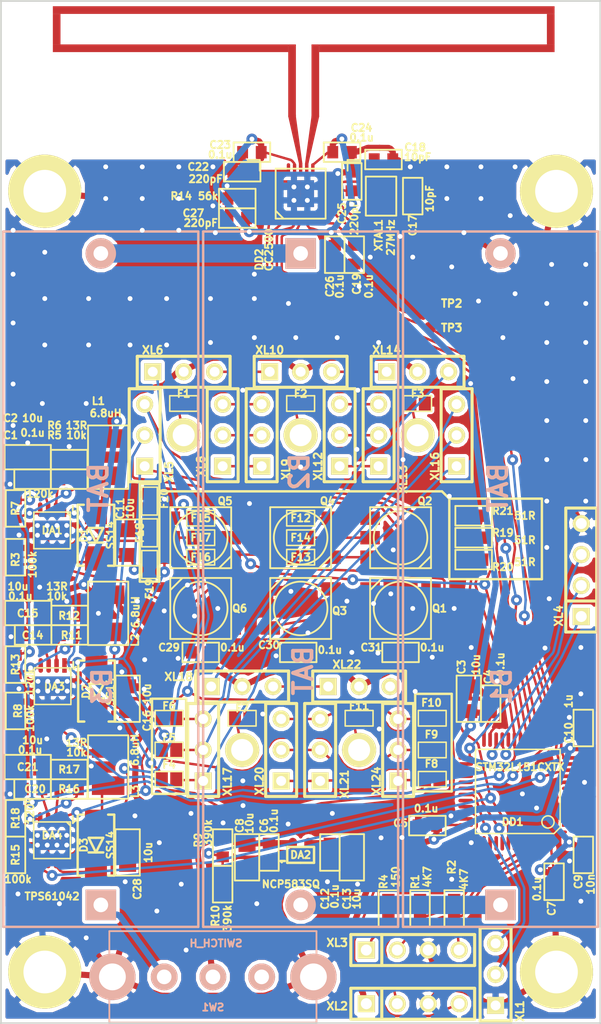
<source format=kicad_pcb>
(kicad_pcb (version 3) (host pcbnew "(2013-07-07 BZR 4022)-stable")
  (layers (15 F.Cu signal hide) (0 B.Cu signal hide) (18 B.Paste user) (19 F.Paste user) (20 B.SilkS user) (21 F.SilkS user) (22 B.Mask user) (23 F.Mask user) (28 Edge.Cuts user))
  (net 0 "")
  (net 1 +3.3V)
  (net 2 +BATT)
  (net 3 /Ant)
  (net 4 /BAT_IN)
  (net 5 /BLUE_N)
  (net 6 /BLUE_P)
  (net 7 /BLUE_PWM)
  (net 8 /BRIGHTNESS)
  (net 9 /CC_CS)
  (net 10 /CC_GDO0)
  (net 11 /CC_GDO2)
  (net 12 /CC_MISO)
  (net 13 /CC_MOSI)
  (net 14 /CC_SCK)
  (net 15 /DIN0)
  (net 16 /DIN1)
  (net 17 /DIN2)
  (net 18 /DIN3)
  (net 19 /DIN4)
  (net 20 /GREEN_N)
  (net 21 /GREEN_P)
  (net 22 /GREEN_PWM)
  (net 23 /P_SCL)
  (net 24 /P_SDA)
  (net 25 /PeriphPwr)
  (net 26 /PeriphPwr1)
  (net 27 /RED_N)
  (net 28 /RED_P)
  (net 29 /RED_PWM)
  (net 30 /SWCLK)
  (net 31 /SWDIO)
  (net 32 /UART_RX)
  (net 33 /UART_TX)
  (net 34 GND)
  (net 35 N-0000010)
  (net 36 N-0000012)
  (net 37 N-0000013)
  (net 38 N-0000014)
  (net 39 N-0000015)
  (net 40 N-0000016)
  (net 41 N-0000017)
  (net 42 N-0000018)
  (net 43 N-0000019)
  (net 44 N-0000020)
  (net 45 N-0000021)
  (net 46 N-0000022)
  (net 47 N-0000026)
  (net 48 N-0000027)
  (net 49 N-0000028)
  (net 50 N-0000029)
  (net 51 N-000003)
  (net 52 N-0000030)
  (net 53 N-0000031)
  (net 54 N-0000032)
  (net 55 N-0000033)
  (net 56 N-0000034)
  (net 57 N-0000047)
  (net 58 N-0000048)
  (net 59 N-0000049)
  (net 60 N-000005)
  (net 61 N-0000050)
  (net 62 N-0000057)
  (net 63 N-0000058)
  (net 64 N-0000059)
  (net 65 N-000006)
  (net 66 N-0000061)
  (net 67 N-0000062)
  (net 68 N-0000064)
  (net 69 N-0000065)
  (net 70 N-0000066)
  (net 71 N-0000067)
  (net 72 N-0000068)
  (net 73 N-0000069)
  (net 74 N-000007)
  (net 75 N-0000070)
  (net 76 N-0000071)
  (net 77 N-0000072)
  (net 78 N-0000073)
  (net 79 N-000008)
  (module TESTPOINT_1MM (layer F.Cu) (at 251.1268 196.621 270)
    (fp_text reference TP1 hide)
    (fp_text value TESTPOINT hide)
    (pad 1 smd circle (at 0 0 270) (size 1.00076 1.524) (layers F.Cu F.Paste F.Mask) (net 62 N-0000057))
  )
  (module TESTPOINT_1MM (layer F.Cu) (at 238 156.2)
    (fp_text reference TP2 (at 1.8 0) (layer F.SilkS) (effects (font (size 0.635 0.635) (thickness 0.16002))))
    (fp_text value TESTPOINT hide)
    (pad 1 smd circle (at 0 0) (size 1.00076 1.524) (layers F.Cu F.Paste F.Mask) (net 10 /CC_GDO0))
  )
  (module TESTPOINT_1MM (layer F.Cu) (at 238 158.2)
    (fp_text reference TP3 (at 1.8 0) (layer F.SilkS) (effects (font (size 0.635 0.635) (thickness 0.16002))))
    (fp_text value TESTPOINT hide)
    (pad 1 smd circle (at 0 0) (size 1.00076 1.524) (layers F.Cu F.Paste F.Mask) (net 11 /CC_GDO2))
  )
  (module SWITCH_SS9 (layer B.Cu) (at 220.2 211.4)
    (fp_text reference SW1 (at 0 2.5) (layer B.SilkS) (effects (font (size 0.6 0.6)) (justify mirror)))
    (fp_text value SWITCH_H (at 0.25 -2.75) (layer B.SilkS) (effects (font (size 0.6 0.6)) (justify mirror)))
    (pad 1 thru_hole circle (at -4 0) (size 2.2 2.2) (drill 1.2) (layers *.Cu *.Mask B.SilkS) (net 4 /BAT_IN))
    (pad 2 thru_hole circle (at 0 0) (size 2.2 2.2) (drill 1.2) (layers *.Cu *.Mask B.SilkS) (net 2 +BATT))
    (pad 3 thru_hole circle (at 4 0) (size 2.2 2.2) (drill 1.2) (layers *.Cu *.Mask B.SilkS))
    (pad H thru_hole circle (at -8.25 0) (size 3.8 3.8) (drill 2.2) (layers *.Cu *.Mask B.SilkS) (net 34 GND))
    (pad H thru_hole circle (at 8.25 0) (size 3.8 3.8) (drill 2.2) (layers *.Cu *.Mask B.SilkS) (net 34 GND))
  )
  (module SIL1_ROUND_1MM8 (layer F.Cu) (at 217.8 167)
    (fp_text reference XL7 hide)
    (fp_text value CONN_1 hide)
    (pad 1 thru_hole circle (at 0 0) (size 2.8 2.8) (drill 1.8) (layers *.Cu *.Mask F.SilkS) (net 75 N-0000070))
  )
  (module SIL1_ROUND_1MM8 (layer F.Cu) (at 227.4 167)
    (fp_text reference XL11 hide)
    (fp_text value CONN_1 hide)
    (pad 1 thru_hole circle (at 0 0) (size 2.8 2.8) (drill 1.8) (layers *.Cu *.Mask F.SilkS) (net 76 N-0000071))
  )
  (module SIL1_ROUND_1MM8 (layer F.Cu) (at 237 167)
    (fp_text reference XL15 hide)
    (fp_text value CONN_1 hide)
    (pad 1 thru_hole circle (at 0 0) (size 2.8 2.8) (drill 1.8) (layers *.Cu *.Mask F.SilkS) (net 77 N-0000072))
  )
  (module SIL1_ROUND_1MM8 (layer F.Cu) (at 222.6 192.8)
    (fp_text reference XL19 hide)
    (fp_text value CONN_1 hide)
    (pad 1 thru_hole circle (at 0 0) (size 2.8 2.8) (drill 1.8) (layers *.Cu *.Mask F.SilkS) (net 78 N-0000073))
  )
  (module SIL1_ROUND_1MM8 (layer F.Cu) (at 232.2 192.8)
    (fp_text reference XL23 hide)
    (fp_text value CONN_1 hide)
    (pad 1 thru_hole circle (at 0 0) (size 2.8 2.8) (drill 1.8) (layers *.Cu *.Mask F.SilkS) (net 50 N-0000029))
  )
  (module SIL-4 (layer F.Cu) (at 250.4311 178.0506 90)
    (fp_text reference XL4 (at -3.74904 -1.84912 90) (layer F.SilkS) (effects (font (size 0.635 0.635) (thickness 0.16002))))
    (fp_text value CONN_4 hide)
    (pad 1 thru_hole rect (at -3.81 0 90) (size 1.39954 1.39954) (drill 0.89916) (layers *.Cu *.Mask F.SilkS) (net 54 N-0000032))
    (pad 2 thru_hole circle (at -1.27 0 90) (size 1.39954 1.39954) (drill 0.89916) (layers *.Cu *.Mask F.SilkS) (net 55 N-0000033))
    (pad 3 thru_hole circle (at 1.27 0 90) (size 1.39954 1.39954) (drill 0.89916) (layers *.Cu *.Mask F.SilkS) (net 53 N-0000031))
    (pad 4 thru_hole circle (at 3.81 0 90) (size 1.39954 1.39954) (drill 0.89916) (layers *.Cu *.Mask F.SilkS) (net 34 GND))
  )
  (module SIL-4 (layer F.Cu) (at 236.6 213.6)
    (fp_text reference XL2 (at -6.2 0.2) (layer F.SilkS) (effects (font (size 0.635 0.635) (thickness 0.16002))))
    (fp_text value ST_SWD hide)
    (pad 1 thru_hole rect (at -3.81 0) (size 1.39954 1.39954) (drill 0.89916) (layers *.Cu *.Mask F.SilkS) (net 1 +3.3V))
    (pad 2 thru_hole circle (at -1.27 0) (size 1.39954 1.39954) (drill 0.89916) (layers *.Cu *.Mask F.SilkS) (net 30 /SWCLK))
    (pad 3 thru_hole circle (at 1.27 0) (size 1.39954 1.39954) (drill 0.89916) (layers *.Cu *.Mask F.SilkS) (net 34 GND))
    (pad 4 thru_hole circle (at 3.81 0) (size 1.39954 1.39954) (drill 0.89916) (layers *.Cu *.Mask F.SilkS) (net 31 /SWDIO))
  )
  (module SIL-4 (layer F.Cu) (at 236.6 209.2)
    (fp_text reference XL3 (at -6.2 -0.6) (layer F.SilkS) (effects (font (size 0.635 0.635) (thickness 0.16002))))
    (fp_text value CONN_4 hide)
    (pad 1 thru_hole rect (at -3.81 0) (size 1.39954 1.39954) (drill 0.89916) (layers *.Cu *.Mask F.SilkS) (net 26 /PeriphPwr1))
    (pad 2 thru_hole circle (at -1.27 0) (size 1.39954 1.39954) (drill 0.89916) (layers *.Cu *.Mask F.SilkS) (net 23 /P_SCL))
    (pad 3 thru_hole circle (at 1.27 0) (size 1.39954 1.39954) (drill 0.89916) (layers *.Cu *.Mask F.SilkS) (net 34 GND))
    (pad 4 thru_hole circle (at 3.81 0) (size 1.39954 1.39954) (drill 0.89916) (layers *.Cu *.Mask F.SilkS) (net 24 /P_SDA))
  )
  (module SIL-3 (layer F.Cu) (at 229 192.8 90)
    (fp_text reference XL21 (at -2.8 2 90) (layer F.SilkS) (effects (font (size 0.635 0.635) (thickness 0.16002))))
    (fp_text value CONN_3 hide)
    (pad 1 thru_hole rect (at -2.54 0 90) (size 1.397 1.397) (drill 0.8128) (layers *.Cu *.Mask F.SilkS) (net 71 N-0000067))
    (pad 2 thru_hole circle (at 0 0 90) (size 1.397 1.397) (drill 0.8128) (layers *.Cu *.Mask F.SilkS) (net 70 N-0000066))
    (pad 3 thru_hole circle (at 2.54 0 90) (size 1.397 1.397) (drill 0.8128) (layers *.Cu *.Mask F.SilkS) (net 52 N-0000030))
  )
  (module SIL-3 (layer F.Cu) (at 214.6 167 90)
    (fp_text reference XL5 (at -3 2 90) (layer F.SilkS) (effects (font (size 0.635 0.635) (thickness 0.16002))))
    (fp_text value CONN_3 hide)
    (pad 1 thru_hole rect (at -2.54 0 90) (size 1.397 1.397) (drill 0.8128) (layers *.Cu *.Mask F.SilkS) (net 28 /RED_P))
    (pad 2 thru_hole circle (at 0 0 90) (size 1.397 1.397) (drill 0.8128) (layers *.Cu *.Mask F.SilkS) (net 21 /GREEN_P))
    (pad 3 thru_hole circle (at 2.54 0 90) (size 1.397 1.397) (drill 0.8128) (layers *.Cu *.Mask F.SilkS) (net 6 /BLUE_P))
  )
  (module SIL-3 (layer F.Cu) (at 232.2 187.6)
    (fp_text reference XL22 (at -1 -1.8) (layer F.SilkS) (effects (font (size 0.635 0.635) (thickness 0.16002))))
    (fp_text value CONN_3 hide)
    (pad 1 thru_hole rect (at -2.54 0) (size 1.397 1.397) (drill 0.8128) (layers *.Cu *.Mask F.SilkS) (net 19 /DIN4))
    (pad 2 thru_hole circle (at 0 0) (size 1.397 1.397) (drill 0.8128) (layers *.Cu *.Mask F.SilkS) (net 2 +BATT))
    (pad 3 thru_hole circle (at 2.54 0) (size 1.397 1.397) (drill 0.8128) (layers *.Cu *.Mask F.SilkS))
  )
  (module SIL-3 (layer F.Cu) (at 222.6 187.6)
    (fp_text reference XL18 (at -5.2 -0.8) (layer F.SilkS) (effects (font (size 0.635 0.635) (thickness 0.16002))))
    (fp_text value CONN_3 hide)
    (pad 1 thru_hole rect (at -2.54 0) (size 1.397 1.397) (drill 0.8128) (layers *.Cu *.Mask F.SilkS) (net 18 /DIN3))
    (pad 2 thru_hole circle (at 0 0) (size 1.397 1.397) (drill 0.8128) (layers *.Cu *.Mask F.SilkS) (net 2 +BATT))
    (pad 3 thru_hole circle (at 2.54 0) (size 1.397 1.397) (drill 0.8128) (layers *.Cu *.Mask F.SilkS) (net 19 /DIN4))
  )
  (module SIL-3 (layer F.Cu) (at 237 161.8)
    (fp_text reference XL14 (at -2.54 -1.778) (layer F.SilkS) (effects (font (size 0.635 0.635) (thickness 0.16002))))
    (fp_text value CONN_3 hide)
    (pad 1 thru_hole rect (at -2.54 0) (size 1.397 1.397) (drill 0.8128) (layers *.Cu *.Mask F.SilkS) (net 17 /DIN2))
    (pad 2 thru_hole circle (at 0 0) (size 1.397 1.397) (drill 0.8128) (layers *.Cu *.Mask F.SilkS) (net 2 +BATT))
    (pad 3 thru_hole circle (at 2.54 0) (size 1.397 1.397) (drill 0.8128) (layers *.Cu *.Mask F.SilkS) (net 18 /DIN3))
  )
  (module SIL-3 (layer F.Cu) (at 227.4 161.8)
    (fp_text reference XL10 (at -2.54 -1.778) (layer F.SilkS) (effects (font (size 0.635 0.635) (thickness 0.16002))))
    (fp_text value CONN_3 hide)
    (pad 1 thru_hole rect (at -2.54 0) (size 1.397 1.397) (drill 0.8128) (layers *.Cu *.Mask F.SilkS) (net 16 /DIN1))
    (pad 2 thru_hole circle (at 0 0) (size 1.397 1.397) (drill 0.8128) (layers *.Cu *.Mask F.SilkS) (net 2 +BATT))
    (pad 3 thru_hole circle (at 2.54 0) (size 1.397 1.397) (drill 0.8128) (layers *.Cu *.Mask F.SilkS) (net 17 /DIN2))
  )
  (module SIL-3 (layer F.Cu) (at 221 167 90)
    (fp_text reference XL8 (at -2.54 -1.778 90) (layer F.SilkS) (effects (font (size 0.635 0.635) (thickness 0.16002))))
    (fp_text value CONN_3 hide)
    (pad 1 thru_hole rect (at -2.54 0 90) (size 1.397 1.397) (drill 0.8128) (layers *.Cu *.Mask F.SilkS) (net 49 N-0000028))
    (pad 2 thru_hole circle (at 0 0 90) (size 1.397 1.397) (drill 0.8128) (layers *.Cu *.Mask F.SilkS) (net 48 N-0000027))
    (pad 3 thru_hole circle (at 2.54 0 90) (size 1.397 1.397) (drill 0.8128) (layers *.Cu *.Mask F.SilkS) (net 47 N-0000026))
  )
  (module SIL-3 (layer F.Cu) (at 224.2 167 90)
    (fp_text reference XL9 (at -2.8 2 90) (layer F.SilkS) (effects (font (size 0.635 0.635) (thickness 0.16002))))
    (fp_text value CONN_3 hide)
    (pad 1 thru_hole rect (at -2.54 0 90) (size 1.397 1.397) (drill 0.8128) (layers *.Cu *.Mask F.SilkS) (net 49 N-0000028))
    (pad 2 thru_hole circle (at 0 0 90) (size 1.397 1.397) (drill 0.8128) (layers *.Cu *.Mask F.SilkS) (net 48 N-0000027))
    (pad 3 thru_hole circle (at 2.54 0 90) (size 1.397 1.397) (drill 0.8128) (layers *.Cu *.Mask F.SilkS) (net 47 N-0000026))
  )
  (module SIL-3 (layer F.Cu) (at 240.2 167 90)
    (fp_text reference XL16 (at -2.54 -1.778 90) (layer F.SilkS) (effects (font (size 0.635 0.635) (thickness 0.16002))))
    (fp_text value CONN_3 hide)
    (pad 1 thru_hole rect (at -2.54 0 90) (size 1.397 1.397) (drill 0.8128) (layers *.Cu *.Mask F.SilkS) (net 73 N-0000069))
    (pad 2 thru_hole circle (at 0 0 90) (size 1.397 1.397) (drill 0.8128) (layers *.Cu *.Mask F.SilkS) (net 72 N-0000068))
    (pad 3 thru_hole circle (at 2.54 0 90) (size 1.397 1.397) (drill 0.8128) (layers *.Cu *.Mask F.SilkS) (net 69 N-0000065))
  )
  (module SIL-3 (layer F.Cu) (at 219.4 192.8 90)
    (fp_text reference XL17 (at -2.6 2 90) (layer F.SilkS) (effects (font (size 0.635 0.635) (thickness 0.16002))))
    (fp_text value CONN_3 hide)
    (pad 1 thru_hole rect (at -2.54 0 90) (size 1.397 1.397) (drill 0.8128) (layers *.Cu *.Mask F.SilkS) (net 73 N-0000069))
    (pad 2 thru_hole circle (at 0 0 90) (size 1.397 1.397) (drill 0.8128) (layers *.Cu *.Mask F.SilkS) (net 72 N-0000068))
    (pad 3 thru_hole circle (at 2.54 0 90) (size 1.397 1.397) (drill 0.8128) (layers *.Cu *.Mask F.SilkS) (net 69 N-0000065))
  )
  (module SIL-3 (layer F.Cu) (at 225.8 192.8 90)
    (fp_text reference XL20 (at -2.54 -1.778 90) (layer F.SilkS) (effects (font (size 0.635 0.635) (thickness 0.16002))))
    (fp_text value CONN_3 hide)
    (pad 1 thru_hole rect (at -2.54 0 90) (size 1.397 1.397) (drill 0.8128) (layers *.Cu *.Mask F.SilkS) (net 71 N-0000067))
    (pad 2 thru_hole circle (at 0 0 90) (size 1.397 1.397) (drill 0.8128) (layers *.Cu *.Mask F.SilkS) (net 70 N-0000066))
    (pad 3 thru_hole circle (at 2.54 0 90) (size 1.397 1.397) (drill 0.8128) (layers *.Cu *.Mask F.SilkS) (net 52 N-0000030))
  )
  (module SIL-3 (layer F.Cu) (at 235.4 192.8 90)
    (fp_text reference XL24 (at -2.54 -1.778 90) (layer F.SilkS) (effects (font (size 0.635 0.635) (thickness 0.16002))))
    (fp_text value CONN_3 hide)
    (pad 1 thru_hole rect (at -2.54 0 90) (size 1.397 1.397) (drill 0.8128) (layers *.Cu *.Mask F.SilkS) (net 27 /RED_N))
    (pad 2 thru_hole circle (at 0 0 90) (size 1.397 1.397) (drill 0.8128) (layers *.Cu *.Mask F.SilkS) (net 20 /GREEN_N))
    (pad 3 thru_hole circle (at 2.54 0 90) (size 1.397 1.397) (drill 0.8128) (layers *.Cu *.Mask F.SilkS) (net 5 /BLUE_N))
  )
  (module SIL-3 (layer F.Cu) (at 230.6 167 90)
    (fp_text reference XL12 (at -2.54 -1.778 90) (layer F.SilkS) (effects (font (size 0.635 0.635) (thickness 0.16002))))
    (fp_text value CONN_3 hide)
    (pad 1 thru_hole rect (at -2.54 0 90) (size 1.397 1.397) (drill 0.8128) (layers *.Cu *.Mask F.SilkS) (net 46 N-0000022))
    (pad 2 thru_hole circle (at 0 0 90) (size 1.397 1.397) (drill 0.8128) (layers *.Cu *.Mask F.SilkS) (net 45 N-0000021))
    (pad 3 thru_hole circle (at 2.54 0 90) (size 1.397 1.397) (drill 0.8128) (layers *.Cu *.Mask F.SilkS) (net 44 N-0000020))
  )
  (module SIL-3 (layer F.Cu) (at 233.8 167 90)
    (fp_text reference XL13 (at -3.6 2 90) (layer F.SilkS) (effects (font (size 0.635 0.635) (thickness 0.16002))))
    (fp_text value CONN_3 hide)
    (pad 1 thru_hole rect (at -2.54 0 90) (size 1.397 1.397) (drill 0.8128) (layers *.Cu *.Mask F.SilkS) (net 46 N-0000022))
    (pad 2 thru_hole circle (at 0 0 90) (size 1.397 1.397) (drill 0.8128) (layers *.Cu *.Mask F.SilkS) (net 45 N-0000021))
    (pad 3 thru_hole circle (at 2.54 0 90) (size 1.397 1.397) (drill 0.8128) (layers *.Cu *.Mask F.SilkS) (net 44 N-0000020))
  )
  (module SIL-3 (layer F.Cu) (at 217.8 161.8)
    (fp_text reference XL6 (at -2.54 -1.778) (layer F.SilkS) (effects (font (size 0.635 0.635) (thickness 0.16002))))
    (fp_text value CONN_3 hide)
    (pad 1 thru_hole rect (at -2.54 0) (size 1.397 1.397) (drill 0.8128) (layers *.Cu *.Mask F.SilkS) (net 15 /DIN0))
    (pad 2 thru_hole circle (at 0 0) (size 1.397 1.397) (drill 0.8128) (layers *.Cu *.Mask F.SilkS) (net 2 +BATT))
    (pad 3 thru_hole circle (at 2.54 0) (size 1.397 1.397) (drill 0.8128) (layers *.Cu *.Mask F.SilkS) (net 16 /DIN1))
  )
  (module SIL-3 (layer F.Cu) (at 243.4 211.2 90)
    (fp_text reference XL1 (at -3 2 90) (layer F.SilkS) (effects (font (size 0.635 0.635) (thickness 0.16002))))
    (fp_text value CONN_3 hide)
    (pad 1 thru_hole rect (at -2.54 0 90) (size 1.397 1.397) (drill 0.8128) (layers *.Cu *.Mask F.SilkS) (net 34 GND))
    (pad 2 thru_hole circle (at 0 0 90) (size 1.397 1.397) (drill 0.8128) (layers *.Cu *.Mask F.SilkS) (net 33 /UART_TX))
    (pad 3 thru_hole circle (at 2.54 0 90) (size 1.397 1.397) (drill 0.8128) (layers *.Cu *.Mask F.SilkS) (net 32 /UART_RX))
  )
  (module SC82AB (layer F.Cu) (at 227.4 201.4 90)
    (fp_text reference DA2 (at 0 0 180) (layer F.SilkS) (effects (font (size 0.59944 0.59944) (thickness 0.14986))))
    (fp_text value NCP583SQ (at -2.4 -0.8 180) (layer F.SilkS) (effects (font (size 0.59944 0.59944) (thickness 0.14986))))
    (pad 1 smd rect (at -0.94996 -0.65024 90) (size 0.89916 0.70104) (layers F.Cu F.Paste F.Mask) (net 2 +BATT))
    (pad 2 smd oval (at -0.94996 0.65024 90) (size 0.89916 0.70104) (layers F.Cu F.Paste F.Mask) (net 34 GND))
    (pad 3 smd oval (at 0.94996 0.65024 90) (size 0.89916 0.70104) (layers F.Cu F.Paste F.Mask) (net 1 +3.3V))
    (pad 4 smd oval (at 0.94996 -0.65024 90) (size 0.89916 0.70104) (layers F.Cu F.Paste F.Mask) (net 2 +BATT))
  )
  (module RES_0603 (layer F.Cu) (at 208.4 196)
    (fp_text reference R16 (at 0 0) (layer F.SilkS) (effects (font (size 0.6 0.6))))
    (fp_text value 10k (at 0.6 -3) (layer F.SilkS) (effects (font (size 0.6 0.6))))
    (pad 1 smd rect (at -0.762 0) (size 0.889 1.016) (layers F.Cu F.Paste F.Mask) (net 66 N-0000061))
    (pad 2 smd rect (at 0.762 0) (size 0.889 1.016) (layers F.Cu F.Paste F.Mask) (net 67 N-0000062))
  )
  (module RES_0603 (layer F.Cu) (at 204 201.4 90)
    (fp_text reference R15 (at 0 0 90) (layer F.SilkS) (effects (font (size 0.6 0.6))))
    (fp_text value 100k (at -2 0.2 180) (layer F.SilkS) (effects (font (size 0.6 0.6))))
    (pad 1 smd rect (at -0.762 0 90) (size 0.889 1.016) (layers F.Cu F.Paste F.Mask) (net 7 /BLUE_PWM))
    (pad 2 smd rect (at 0.762 0 90) (size 0.889 1.016) (layers F.Cu F.Paste F.Mask) (net 34 GND))
  )
  (module RES_0603 (layer F.Cu) (at 204 198.4 90)
    (fp_text reference R18 (at 0 0 90) (layer F.SilkS) (effects (font (size 0.6 0.6))))
    (fp_text value 120k (at 0.6 1.2 90) (layer F.SilkS) (effects (font (size 0.6 0.6))))
    (pad 1 smd rect (at -0.762 0 90) (size 0.889 1.016) (layers F.Cu F.Paste F.Mask) (net 67 N-0000062))
    (pad 2 smd rect (at 0.762 0 90) (size 0.889 1.016) (layers F.Cu F.Paste F.Mask) (net 8 /BRIGHTNESS))
  )
  (module RES_0603 (layer F.Cu) (at 208.4 194.4)
    (fp_text reference R17 (at 0 0) (layer F.SilkS) (effects (font (size 0.6 0.6))))
    (fp_text value 13R (at 0.6 -2.2) (layer F.SilkS) (effects (font (size 0.6 0.6))))
    (pad 1 smd rect (at -0.762 0) (size 0.889 1.016) (layers F.Cu F.Paste F.Mask) (net 66 N-0000061))
    (pad 2 smd rect (at 0.762 0) (size 0.889 1.016) (layers F.Cu F.Paste F.Mask) (net 34 GND))
  )
  (module RES_0603 (layer F.Cu) (at 241.6 177.2 180)
    (fp_text reference R20 (at -2.4 -0.6 180) (layer F.SilkS) (effects (font (size 0.6 0.6))))
    (fp_text value 51R (at -4.2 -0.2 180) (layer F.SilkS) (effects (font (size 0.6 0.6))))
    (pad 1 smd rect (at -0.762 0 180) (size 0.889 1.016) (layers F.Cu F.Paste F.Mask) (net 22 /GREEN_PWM))
    (pad 2 smd rect (at 0.762 0 180) (size 0.889 1.016) (layers F.Cu F.Paste F.Mask) (net 21 /GREEN_P))
  )
  (module RES_0603 (layer F.Cu) (at 241.6 175.4 180)
    (fp_text reference R19 (at -2.4 0.4 180) (layer F.SilkS) (effects (font (size 0.6 0.6))))
    (fp_text value 51R (at -4.2 -0.2 180) (layer F.SilkS) (effects (font (size 0.6 0.6))))
    (pad 1 smd rect (at -0.762 0 180) (size 0.889 1.016) (layers F.Cu F.Paste F.Mask) (net 29 /RED_PWM))
    (pad 2 smd rect (at 0.762 0 180) (size 0.889 1.016) (layers F.Cu F.Paste F.Mask) (net 28 /RED_P))
  )
  (module RES_0603 (layer F.Cu) (at 241.6 173.6 180)
    (fp_text reference R21 (at -2.4 0.4 180) (layer F.SilkS) (effects (font (size 0.6 0.6))))
    (fp_text value 51R (at -4.2 0 180) (layer F.SilkS) (effects (font (size 0.6 0.6))))
    (pad 1 smd rect (at -0.762 0 180) (size 0.889 1.016) (layers F.Cu F.Paste F.Mask) (net 7 /BLUE_PWM))
    (pad 2 smd rect (at 0.762 0 180) (size 0.889 1.016) (layers F.Cu F.Paste F.Mask) (net 6 /BLUE_P))
  )
  (module RES_0603 (layer F.Cu) (at 240 205.8 90)
    (fp_text reference R2 (at 3.4 -0.2 90) (layer F.SilkS) (effects (font (size 0.6 0.6))))
    (fp_text value 4K7 (at 2.4 0.8 90) (layer F.SilkS) (effects (font (size 0.6 0.6))))
    (pad 1 smd rect (at -0.762 0 90) (size 0.889 1.016) (layers F.Cu F.Paste F.Mask) (net 24 /P_SDA))
    (pad 2 smd rect (at 0.762 0 90) (size 0.889 1.016) (layers F.Cu F.Paste F.Mask) (net 25 /PeriphPwr))
  )
  (module RES_0603 (layer F.Cu) (at 237.2 205.8 90)
    (fp_text reference R1 (at 2.2 -0.4 90) (layer F.SilkS) (effects (font (size 0.6 0.6))))
    (fp_text value 4K7 (at 2.6 0.6 90) (layer F.SilkS) (effects (font (size 0.6 0.6))))
    (pad 1 smd rect (at -0.762 0 90) (size 0.889 1.016) (layers F.Cu F.Paste F.Mask) (net 23 /P_SCL))
    (pad 2 smd rect (at 0.762 0 90) (size 0.889 1.016) (layers F.Cu F.Paste F.Mask) (net 25 /PeriphPwr))
  )
  (module RES_0603 (layer F.Cu) (at 234.6 205.8 90)
    (fp_text reference R4 (at 2.2 -0.4 90) (layer F.SilkS) (effects (font (size 0.6 0.6))))
    (fp_text value 150 (at 2.6 0.6 90) (layer F.SilkS) (effects (font (size 0.6 0.6))))
    (pad 1 smd rect (at -0.762 0 90) (size 0.889 1.016) (layers F.Cu F.Paste F.Mask) (net 26 /PeriphPwr1))
    (pad 2 smd rect (at 0.762 0 90) (size 0.889 1.016) (layers F.Cu F.Paste F.Mask) (net 25 /PeriphPwr))
  )
  (module RES_0603 (layer F.Cu) (at 222.2 147.6 180)
    (fp_text reference R14 (at 4.6 0.2 180) (layer F.SilkS) (effects (font (size 0.6 0.6))))
    (fp_text value 56k (at 2.4 0.2 180) (layer F.SilkS) (effects (font (size 0.6 0.6))))
    (pad 1 smd rect (at -0.762 0 180) (size 0.889 1.016) (layers F.Cu F.Paste F.Mask) (net 37 N-0000013))
    (pad 2 smd rect (at 0.762 0 180) (size 0.889 1.016) (layers F.Cu F.Paste F.Mask) (net 34 GND))
  )
  (module RES_0603 (layer F.Cu) (at 221 200.8 270)
    (fp_text reference R9 (at -0.6 2 270) (layer F.SilkS) (effects (font (size 0.6 0.6))))
    (fp_text value 390k (at -1.2 1.2 270) (layer F.SilkS) (effects (font (size 0.6 0.6))))
    (pad 1 smd rect (at -0.762 0 270) (size 0.889 1.016) (layers F.Cu F.Paste F.Mask) (net 2 +BATT))
    (pad 2 smd rect (at 0.762 0 270) (size 0.889 1.016) (layers F.Cu F.Paste F.Mask) (net 79 N-000008))
  )
  (module RES_0603 (layer F.Cu) (at 221 203.8 270)
    (fp_text reference R10 (at 2.6 0.6 270) (layer F.SilkS) (effects (font (size 0.6 0.6))))
    (fp_text value 390k (at 2.8 -0.4 270) (layer F.SilkS) (effects (font (size 0.6 0.6))))
    (pad 1 smd rect (at -0.762 0 270) (size 0.889 1.016) (layers F.Cu F.Paste F.Mask) (net 79 N-000008))
    (pad 2 smd rect (at 0.762 0 270) (size 0.889 1.016) (layers F.Cu F.Paste F.Mask) (net 34 GND))
  )
  (module RES_0603 (layer F.Cu) (at 208.4 169)
    (fp_text reference R6 (at -1.2 -2.8) (layer F.SilkS) (effects (font (size 0.6 0.6))))
    (fp_text value 13R (at 0.6 -2.8) (layer F.SilkS) (effects (font (size 0.6 0.6))))
    (pad 1 smd rect (at -0.762 0) (size 0.889 1.016) (layers F.Cu F.Paste F.Mask) (net 74 N-000007))
    (pad 2 smd rect (at 0.762 0) (size 0.889 1.016) (layers F.Cu F.Paste F.Mask) (net 34 GND))
  )
  (module RES_0603 (layer F.Cu) (at 208.4 170.6)
    (fp_text reference R5 (at -1.2 -3.6) (layer F.SilkS) (effects (font (size 0.6 0.6))))
    (fp_text value 10k (at 0.6 -3.6) (layer F.SilkS) (effects (font (size 0.6 0.6))))
    (pad 1 smd rect (at -0.762 0) (size 0.889 1.016) (layers F.Cu F.Paste F.Mask) (net 74 N-000007))
    (pad 2 smd rect (at 0.762 0) (size 0.889 1.016) (layers F.Cu F.Paste F.Mask) (net 65 N-000006))
  )
  (module RES_0603 (layer F.Cu) (at 204 173 90)
    (fp_text reference R7 (at 0 0 90) (layer F.SilkS) (effects (font (size 0.6 0.6))))
    (fp_text value 120k (at 1.2 2 180) (layer F.SilkS) (effects (font (size 0.6 0.6))))
    (pad 1 smd rect (at -0.762 0 90) (size 0.889 1.016) (layers F.Cu F.Paste F.Mask) (net 65 N-000006))
    (pad 2 smd rect (at 0.762 0 90) (size 0.889 1.016) (layers F.Cu F.Paste F.Mask) (net 8 /BRIGHTNESS))
  )
  (module RES_0603 (layer F.Cu) (at 204 189.6 90)
    (fp_text reference R8 (at 0 0.2 90) (layer F.SilkS) (effects (font (size 0.6 0.6))))
    (fp_text value 100k (at -0.6 1.2 90) (layer F.SilkS) (effects (font (size 0.6 0.6))))
    (pad 1 smd rect (at -0.762 0 90) (size 0.889 1.016) (layers F.Cu F.Paste F.Mask) (net 22 /GREEN_PWM))
    (pad 2 smd rect (at 0.762 0 90) (size 0.889 1.016) (layers F.Cu F.Paste F.Mask) (net 34 GND))
  )
  (module RES_0603 (layer F.Cu) (at 204 185.8 90)
    (fp_text reference R13 (at 0 0 90) (layer F.SilkS) (effects (font (size 0.6 0.6))))
    (fp_text value 120k (at -1.4 1.2 90) (layer F.SilkS) (effects (font (size 0.6 0.6))))
    (pad 1 smd rect (at -0.762 0 90) (size 0.889 1.016) (layers F.Cu F.Paste F.Mask) (net 39 N-0000015))
    (pad 2 smd rect (at 0.762 0 90) (size 0.889 1.016) (layers F.Cu F.Paste F.Mask) (net 8 /BRIGHTNESS))
  )
  (module RES_0603 (layer F.Cu) (at 208.4427 183.3721)
    (fp_text reference R11 (at 0.1573 0.0279) (layer F.SilkS) (effects (font (size 0.6 0.6))))
    (fp_text value 10k (at -1.0427 -3.1721) (layer F.SilkS) (effects (font (size 0.6 0.6))))
    (pad 1 smd rect (at -0.762 0) (size 0.889 1.016) (layers F.Cu F.Paste F.Mask) (net 38 N-0000014))
    (pad 2 smd rect (at 0.762 0) (size 0.889 1.016) (layers F.Cu F.Paste F.Mask) (net 39 N-0000015))
  )
  (module RES_0603 (layer F.Cu) (at 204 177 90)
    (fp_text reference R3 (at -0.2 0 90) (layer F.SilkS) (effects (font (size 0.6 0.6))))
    (fp_text value 100k (at -0.6 1.4 90) (layer F.SilkS) (effects (font (size 0.6 0.6))))
    (pad 1 smd rect (at -0.762 0 90) (size 0.889 1.016) (layers F.Cu F.Paste F.Mask) (net 29 /RED_PWM))
    (pad 2 smd rect (at 0.762 0 90) (size 0.889 1.016) (layers F.Cu F.Paste F.Mask) (net 34 GND))
  )
  (module RES_0603 (layer F.Cu) (at 208.4427 181.7721)
    (fp_text reference R12 (at -0.0427 0.0279) (layer F.SilkS) (effects (font (size 0.6 0.6))))
    (fp_text value 13R (at -1.0427 -2.3721) (layer F.SilkS) (effects (font (size 0.6 0.6))))
    (pad 1 smd rect (at -0.762 0) (size 0.889 1.016) (layers F.Cu F.Paste F.Mask) (net 38 N-0000014))
    (pad 2 smd rect (at 0.762 0) (size 0.889 1.016) (layers F.Cu F.Paste F.Mask) (net 34 GND))
  )
  (module REF_POINT_1MM (layer F.Cu) (at 203.8 206.4)
    (fp_text reference RP1 hide)
    (fp_text value REFPOINT hide)
    (pad REF smd circle (at 0 0) (size 1 1) (layers F.Cu F.Mask))
  )
  (module REF_POINT_1MM (layer F.Cu) (at 251 151.2)
    (fp_text reference RP2 hide)
    (fp_text value REFPOINT hide)
    (pad REF smd circle (at 0 0) (size 1 1) (layers F.Cu F.Mask))
  )
  (module QFN20 (layer F.Cu) (at 227.4 147.2 90)
    (fp_text reference DD2 (at -5.4 -3.4 90) (layer F.SilkS) (effects (font (size 0.6 0.6))))
    (fp_text value CC2500 (at -4.6 -2.6 90) (layer F.SilkS) (effects (font (size 0.6 0.6))))
    (pad 1 smd rect (at -1.95 -1 90) (size 1.1 0.28) (layers F.Cu F.Paste F.Mask) (net 14 /CC_SCK))
    (pad 2 smd oval (at -1.95 -0.5 90) (size 1.1 0.28) (layers F.Cu F.Paste F.Mask) (net 12 /CC_MISO))
    (pad 3 smd oval (at -1.95 0 90) (size 1.1 0.28) (layers F.Cu F.Paste F.Mask) (net 11 /CC_GDO2))
    (pad 4 smd oval (at -1.95 0.5 90) (size 1.1 0.28) (layers F.Cu F.Paste F.Mask) (net 1 +3.3V))
    (pad 5 smd oval (at -1.95 1 90) (size 1.1 0.28) (layers F.Cu F.Paste F.Mask) (net 35 N-0000010))
    (pad 6 smd oval (at -1 1.95 180) (size 1.1 0.28) (layers F.Cu F.Paste F.Mask) (net 10 /CC_GDO0))
    (pad 7 smd oval (at -0.5 1.95 180) (size 1.1 0.28) (layers F.Cu F.Paste F.Mask) (net 9 /CC_CS))
    (pad 8 smd oval (at 0 1.95 180) (size 1.1 0.28) (layers F.Cu F.Paste F.Mask) (net 51 N-000003))
    (pad 9 smd oval (at 0.5 1.95 180) (size 1.1 0.28) (layers F.Cu F.Paste F.Mask) (net 1 +3.3V))
    (pad 10 smd oval (at 1 1.95 180) (size 1.1 0.28) (layers F.Cu F.Paste F.Mask) (net 60 N-000005))
    (pad 11 smd oval (at 1.95 1 270) (size 1.1 0.28) (layers F.Cu F.Paste F.Mask) (net 1 +3.3V))
    (pad 12 smd oval (at 1.95 0.5 270) (size 1.1 0.28) (layers F.Cu F.Paste F.Mask) (net 3 /Ant))
    (pad 13 smd oval (at 1.95 0 270) (size 1.1 0.28) (layers F.Cu F.Paste F.Mask) (net 3 /Ant))
    (pad 14 smd oval (at 1.95 -0.5 270) (size 1.1 0.28) (layers F.Cu F.Paste F.Mask) (net 1 +3.3V))
    (pad 15 smd oval (at 1.95 -1 270) (size 1.1 0.28) (layers F.Cu F.Paste F.Mask) (net 1 +3.3V))
    (pad 16 smd oval (at 1 -1.95 180) (size 1.1 0.28) (layers F.Cu F.Paste F.Mask) (net 34 GND))
    (pad 17 smd oval (at 0.5 -1.95 180) (size 1.1 0.28) (layers F.Cu F.Paste F.Mask) (net 37 N-0000013))
    (pad 18 smd oval (at 0 -1.95 180) (size 1.1 0.28) (layers F.Cu F.Paste F.Mask) (net 1 +3.3V))
    (pad 19 smd oval (at -0.5 -1.95 180) (size 1.1 0.28) (layers F.Cu F.Paste F.Mask) (net 34 GND))
    (pad 20 smd oval (at -1 -1.95 180) (size 1.1 0.28) (layers F.Cu F.Paste F.Mask) (net 13 /CC_MOSI))
    (pad PAD thru_hole rect (at -0.55 -0.55 90) (size 1.1 1.1) (drill 0.4) (layers *.Cu F.Mask) (net 34 GND))
    (pad PAD thru_hole rect (at 0.55 -0.55 90) (size 1.1 1.1) (drill 0.4) (layers *.Cu F.Mask) (net 34 GND))
    (pad PAD thru_hole rect (at -0.55 0.55 90) (size 1.1 1.1) (drill 0.4) (layers *.Cu F.Mask) (net 34 GND))
    (pad PAD thru_hole rect (at 0.55 0.55 90) (size 1.1 1.1) (drill 0.4) (layers *.Cu F.Mask) (net 34 GND))
  )
  (module LQFP48 (layer F.Cu) (at 245.2 196.2 180)
    (fp_text reference DD1 (at 0.39878 -2.49936 180) (layer F.SilkS) (effects (font (size 0.59944 0.59944) (thickness 0.14986))))
    (fp_text value STM32L151CXTX (at -0.2 2 180) (layer F.SilkS) (effects (font (size 0.59944 0.59944) (thickness 0.14986))))
    (pad 1 smd rect (at -4.24942 -2.75082 180) (size 1.19888 0.29972) (layers F.Cu F.Paste F.Mask) (net 1 +3.3V))
    (pad 2 smd oval (at -4.24942 -2.25298 180) (size 1.19888 0.29972) (layers F.Cu F.Paste F.Mask))
    (pad 3 smd oval (at -4.24942 -1.7526 180) (size 1.19888 0.29972) (layers F.Cu F.Paste F.Mask))
    (pad 4 smd oval (at -4.24942 -1.25222 180) (size 1.19888 0.29972) (layers F.Cu F.Paste F.Mask))
    (pad 5 smd oval (at -4.24942 -0.75184 180) (size 1.19888 0.29972) (layers F.Cu F.Paste F.Mask))
    (pad 6 smd oval (at -4.24942 -0.25146 180) (size 1.19888 0.29972) (layers F.Cu F.Paste F.Mask))
    (pad 7 smd oval (at -4.24942 0.24892 180) (size 1.19888 0.29972) (layers F.Cu F.Paste F.Mask) (net 62 N-0000057))
    (pad 8 smd oval (at -4.24942 0.7493 180) (size 1.19888 0.29972) (layers F.Cu F.Paste F.Mask) (net 34 GND))
    (pad 9 smd oval (at -4.24942 1.24714 180) (size 1.19888 0.29972) (layers F.Cu F.Paste F.Mask) (net 1 +3.3V))
    (pad 10 smd oval (at -4.24942 1.74752 180) (size 1.19888 0.29972) (layers F.Cu F.Paste F.Mask) (net 79 N-000008))
    (pad 11 smd oval (at -4.24942 2.2479 180) (size 1.19888 0.29972) (layers F.Cu F.Paste F.Mask) (net 11 /CC_GDO2))
    (pad 12 smd oval (at -4.25196 2.74828 180) (size 1.19888 0.29972) (layers F.Cu F.Paste F.Mask) (net 9 /CC_CS))
    (pad 13 smd oval (at -2.74574 4.24942 270) (size 1.19888 0.29972) (layers F.Cu F.Paste F.Mask) (net 10 /CC_GDO0))
    (pad 14 smd oval (at -2.2479 4.24942 270) (size 1.19888 0.29972) (layers F.Cu F.Paste F.Mask) (net 8 /BRIGHTNESS))
    (pad 15 smd oval (at -1.74752 4.24942 270) (size 1.19888 0.29972) (layers F.Cu F.Paste F.Mask) (net 14 /CC_SCK))
    (pad 16 smd oval (at -1.24714 4.24942 270) (size 1.19888 0.29972) (layers F.Cu F.Paste F.Mask) (net 12 /CC_MISO))
    (pad 17 smd oval (at -0.74676 4.24942 270) (size 1.19888 0.29972) (layers F.Cu F.Paste F.Mask) (net 13 /CC_MOSI))
    (pad 18 smd oval (at -0.24638 4.24942 270) (size 1.19888 0.29972) (layers F.Cu F.Paste F.Mask) (net 29 /RED_PWM))
    (pad 19 smd oval (at 0.254 4.24942 270) (size 1.19888 0.29972) (layers F.Cu F.Paste F.Mask) (net 22 /GREEN_PWM))
    (pad 20 smd oval (at 0.75184 4.24942 270) (size 1.19888 0.29972) (layers F.Cu F.Paste F.Mask))
    (pad 21 smd oval (at 1.25222 4.24942 270) (size 1.19888 0.29972) (layers F.Cu F.Paste F.Mask) (net 54 N-0000032))
    (pad 22 smd oval (at 1.7526 4.24942 270) (size 1.19888 0.29972) (layers F.Cu F.Paste F.Mask) (net 55 N-0000033))
    (pad 23 smd oval (at 2.25044 4.24942 270) (size 1.19888 0.29972) (layers F.Cu F.Paste F.Mask) (net 34 GND))
    (pad 24 smd oval (at 2.75082 4.24942 270) (size 1.19888 0.29972) (layers F.Cu F.Paste F.Mask) (net 1 +3.3V))
    (pad 25 smd oval (at 4.25196 2.75082 180) (size 1.19888 0.29972) (layers F.Cu F.Paste F.Mask) (net 53 N-0000031))
    (pad 26 smd oval (at 4.25196 2.25044 180) (size 1.19888 0.29972) (layers F.Cu F.Paste F.Mask))
    (pad 27 smd oval (at 4.25196 1.75006 180) (size 1.19888 0.29972) (layers F.Cu F.Paste F.Mask))
    (pad 28 smd oval (at 4.25196 1.24968 180) (size 1.19888 0.29972) (layers F.Cu F.Paste F.Mask) (net 15 /DIN0))
    (pad 29 smd oval (at 4.25196 0.7493 180) (size 1.19888 0.29972) (layers F.Cu F.Paste F.Mask))
    (pad 30 smd oval (at 4.25196 0.24892 180) (size 1.19888 0.29972) (layers F.Cu F.Paste F.Mask) (net 33 /UART_TX))
    (pad 31 smd oval (at 4.25196 -0.25146 180) (size 1.19888 0.29972) (layers F.Cu F.Paste F.Mask) (net 32 /UART_RX))
    (pad 32 smd oval (at 4.25196 -0.7493 180) (size 1.19888 0.29972) (layers F.Cu F.Paste F.Mask))
    (pad 33 smd oval (at 4.25196 -1.24968 180) (size 1.19888 0.29972) (layers F.Cu F.Paste F.Mask))
    (pad 34 smd oval (at 4.25196 -1.75006 180) (size 1.19888 0.29972) (layers F.Cu F.Paste F.Mask) (net 31 /SWDIO))
    (pad 35 smd oval (at 4.25196 -2.25044 180) (size 1.19888 0.29972) (layers F.Cu F.Paste F.Mask) (net 34 GND))
    (pad 36 smd oval (at 4.25196 -2.75082 180) (size 1.19888 0.29972) (layers F.Cu F.Paste F.Mask) (net 1 +3.3V))
    (pad 37 smd oval (at 2.75082 -4.24942 270) (size 1.19888 0.29972) (layers F.Cu F.Paste F.Mask) (net 30 /SWCLK))
    (pad 38 smd oval (at 2.25044 -4.24942 270) (size 1.19888 0.29972) (layers F.Cu F.Paste F.Mask))
    (pad 39 smd oval (at 1.75006 -4.24942 270) (size 1.19888 0.29972) (layers F.Cu F.Paste F.Mask))
    (pad 40 smd oval (at 1.24968 -4.24942 270) (size 1.19888 0.29972) (layers F.Cu F.Paste F.Mask))
    (pad 41 smd oval (at 0.7493 -4.24942 270) (size 1.19888 0.29972) (layers F.Cu F.Paste F.Mask) (net 7 /BLUE_PWM))
    (pad 42 smd oval (at 0.24892 -4.24942 270) (size 1.19888 0.29972) (layers F.Cu F.Paste F.Mask))
    (pad 43 smd oval (at -0.24892 -4.24942 270) (size 1.19888 0.29972) (layers F.Cu F.Paste F.Mask) (net 25 /PeriphPwr))
    (pad 44 smd oval (at -0.7493 -4.24942 270) (size 1.19888 0.29972) (layers F.Cu F.Paste F.Mask) (net 34 GND))
    (pad 45 smd oval (at -1.24968 -4.24942 270) (size 1.19888 0.29972) (layers F.Cu F.Paste F.Mask) (net 23 /P_SCL))
    (pad 46 smd oval (at -1.75006 -4.24942 270) (size 1.19888 0.29972) (layers F.Cu F.Paste F.Mask) (net 24 /P_SDA))
    (pad 47 smd oval (at -2.25044 -4.24942 270) (size 1.19888 0.29972) (layers F.Cu F.Paste F.Mask) (net 34 GND))
    (pad 48 smd oval (at -2.75082 -4.24942 270) (size 1.19888 0.29972) (layers F.Cu F.Paste F.Mask) (net 1 +3.3V))
  )
  (module LED_WS2812B (layer F.Cu) (at 235.6 181.2 180)
    (fp_text reference Q1 (at -3.2 0 180) (layer F.SilkS) (effects (font (size 0.6 0.6))))
    (fp_text value LED_RGB_WS2812B hide)
    (pad 4 smd rect (at 2.5 -1.6 180) (size 1.6 1.1) (layers F.Cu F.Paste F.Mask) (net 15 /DIN0))
    (pad 3 smd rect (at 2.5 1.6 180) (size 1.6 1.1) (layers F.Cu F.Paste F.Mask) (net 34 GND))
    (pad 1 smd rect (at -2.5 -1.6 180) (size 1.6 1.1) (layers F.Cu F.Paste F.Mask) (net 2 +BATT))
    (pad 2 smd rect (at -2.5 1.6 180) (size 1.6 1.1) (layers F.Cu F.Paste F.Mask) (net 64 N-0000059))
  )
  (module LED_WS2812B (layer F.Cu) (at 227.4 181.2 180)
    (fp_text reference Q3 (at -3.2 -0.2 180) (layer F.SilkS) (effects (font (size 0.6 0.6))))
    (fp_text value LED_RGB_WS2812B hide)
    (pad 4 smd rect (at 2.5 -1.6 180) (size 1.6 1.1) (layers F.Cu F.Paste F.Mask) (net 64 N-0000059))
    (pad 3 smd rect (at 2.5 1.6 180) (size 1.6 1.1) (layers F.Cu F.Paste F.Mask) (net 34 GND))
    (pad 1 smd rect (at -2.5 -1.6 180) (size 1.6 1.1) (layers F.Cu F.Paste F.Mask) (net 2 +BATT))
    (pad 2 smd rect (at -2.5 1.6 180) (size 1.6 1.1) (layers F.Cu F.Paste F.Mask) (net 63 N-0000058))
  )
  (module LED_WS2812B (layer F.Cu) (at 219.2 181.2 180)
    (fp_text reference Q6 (at -3.2 0 180) (layer F.SilkS) (effects (font (size 0.6 0.6))))
    (fp_text value LED_RGB_WS2812B hide)
    (pad 4 smd rect (at 2.5 -1.6 180) (size 1.6 1.1) (layers F.Cu F.Paste F.Mask) (net 63 N-0000058))
    (pad 3 smd rect (at 2.5 1.6 180) (size 1.6 1.1) (layers F.Cu F.Paste F.Mask) (net 34 GND))
    (pad 1 smd rect (at -2.5 -1.6 180) (size 1.6 1.1) (layers F.Cu F.Paste F.Mask) (net 2 +BATT))
    (pad 2 smd rect (at -2.5 1.6 180) (size 1.6 1.1) (layers F.Cu F.Paste F.Mask))
  )
  (module LED_HH5050_RGB (layer F.Cu) (at 235.6 175.4 180)
    (fp_text reference Q2 (at -2 3 180) (layer F.SilkS) (effects (font (size 0.59944 0.59944) (thickness 0.14986))))
    (fp_text value LED_RGB hide)
    (pad GC smd rect (at 2.5 -1.6 180) (size 1.6 1.1) (layers F.Cu F.Paste F.Mask) (net 43 N-0000019))
    (pad RC smd rect (at 2.5 0 180) (size 1.6 1.1) (layers F.Cu F.Paste F.Mask) (net 42 N-0000018))
    (pad BC smd rect (at 2.5 1.6 180) (size 1.6 1.1) (layers F.Cu F.Paste F.Mask) (net 57 N-0000047))
    (pad GA smd rect (at -2.5 -1.6 180) (size 1.6 1.1) (layers F.Cu F.Paste F.Mask) (net 21 /GREEN_P))
    (pad RA smd rect (at -2.5 0 180) (size 1.6 1.1) (layers F.Cu F.Paste F.Mask) (net 28 /RED_P))
    (pad BA smd rect (at -2.5 1.6 180) (size 1.6 1.1) (layers F.Cu F.Paste F.Mask) (net 6 /BLUE_P))
  )
  (module LED_HH5050_RGB (layer F.Cu) (at 219.2 175.4 180)
    (fp_text reference Q5 (at -2 3 180) (layer F.SilkS) (effects (font (size 0.59944 0.59944) (thickness 0.14986))))
    (fp_text value LED_RGB hide)
    (pad GC smd rect (at 2.5 -1.6 180) (size 1.6 1.1) (layers F.Cu F.Paste F.Mask) (net 20 /GREEN_N))
    (pad RC smd rect (at 2.5 0 180) (size 1.6 1.1) (layers F.Cu F.Paste F.Mask) (net 27 /RED_N))
    (pad BC smd rect (at 2.5 1.6 180) (size 1.6 1.1) (layers F.Cu F.Paste F.Mask) (net 5 /BLUE_N))
    (pad GA smd rect (at -2.5 -1.6 180) (size 1.6 1.1) (layers F.Cu F.Paste F.Mask) (net 59 N-0000049))
    (pad RA smd rect (at -2.5 0 180) (size 1.6 1.1) (layers F.Cu F.Paste F.Mask) (net 58 N-0000048))
    (pad BA smd rect (at -2.5 1.6 180) (size 1.6 1.1) (layers F.Cu F.Paste F.Mask) (net 61 N-0000050))
  )
  (module LED_HH5050_RGB (layer F.Cu) (at 227.4 175.4 180)
    (fp_text reference Q4 (at -2.2 3 180) (layer F.SilkS) (effects (font (size 0.59944 0.59944) (thickness 0.14986))))
    (fp_text value LED_RGB hide)
    (pad GC smd rect (at 2.5 -1.6 180) (size 1.6 1.1) (layers F.Cu F.Paste F.Mask) (net 59 N-0000049))
    (pad RC smd rect (at 2.5 0 180) (size 1.6 1.1) (layers F.Cu F.Paste F.Mask) (net 58 N-0000048))
    (pad BC smd rect (at 2.5 1.6 180) (size 1.6 1.1) (layers F.Cu F.Paste F.Mask) (net 61 N-0000050))
    (pad GA smd rect (at -2.5 -1.6 180) (size 1.6 1.1) (layers F.Cu F.Paste F.Mask) (net 43 N-0000019))
    (pad RA smd rect (at -2.5 0 180) (size 1.6 1.1) (layers F.Cu F.Paste F.Mask) (net 42 N-0000018))
    (pad BA smd rect (at -2.5 1.6 180) (size 1.6 1.1) (layers F.Cu F.Paste F.Mask) (net 57 N-0000047))
  )
  (module IND_1210 (layer F.Cu) (at 211.6 181.6 90)
    (fp_text reference L2 (at -2.2 2.2 90) (layer F.SilkS) (effects (font (size 0.6 0.6))))
    (fp_text value 6.8uH (at 0.1 2.25 90) (layer F.SilkS) (effects (font (size 0.6 0.6))))
    (pad 1 smd rect (at -1.524 0 90) (size 1.524 2.667) (layers F.Cu F.Paste F.Mask) (net 40 N-0000016))
    (pad 2 smd rect (at 1.524 0 90) (size 1.524 2.667) (layers F.Cu F.Paste F.Mask) (net 2 +BATT))
  )
  (module IND_1210 (layer F.Cu) (at 211.6 194.2 90)
    (fp_text reference L3 (at -2 2.2 90) (layer F.SilkS) (effects (font (size 0.6 0.6))))
    (fp_text value 6.8uH (at 1.4 2.2 90) (layer F.SilkS) (effects (font (size 0.6 0.6))))
    (pad 1 smd rect (at -1.524 0 90) (size 1.524 2.667) (layers F.Cu F.Paste F.Mask) (net 68 N-0000064))
    (pad 2 smd rect (at 1.524 0 90) (size 1.524 2.667) (layers F.Cu F.Paste F.Mask) (net 2 +BATT))
  )
  (module IND_1210 (layer F.Cu) (at 211.6 168.8 90)
    (fp_text reference L1 (at 4.6 -0.8 180) (layer F.SilkS) (effects (font (size 0.6 0.6))))
    (fp_text value 6.8uH (at 3.6 -0.2 180) (layer F.SilkS) (effects (font (size 0.6 0.6))))
    (pad 1 smd rect (at -1.524 0 90) (size 1.524 2.667) (layers F.Cu F.Paste F.Mask) (net 41 N-0000017))
    (pad 2 smd rect (at 1.524 0 90) (size 1.524 2.667) (layers F.Cu F.Paste F.Mask) (net 2 +BATT))
  )
  (module DRB8 (layer F.Cu) (at 207 200.2 180)
    (fp_text reference DA4 (at 0 0.4 180) (layer F.SilkS) (effects (font (size 0.6 0.6))))
    (fp_text value TPS61042 (at 0 -4.6 180) (layer F.SilkS) (effects (font (size 0.6 0.6))))
    (pad 1 smd rect (at -0.975 1.7 270) (size 1.2 0.37) (layers F.Cu F.Paste F.Mask) (net 5 /BLUE_N))
    (pad 2 smd oval (at -0.325 1.7 270) (size 1.2 0.37) (layers F.Cu F.Paste F.Mask) (net 66 N-0000061))
    (pad 3 smd oval (at 0.325 1.7 270) (size 1.2 0.37) (layers F.Cu F.Paste F.Mask) (net 2 +BATT))
    (pad 4 smd oval (at 0.975 1.7 270) (size 1.2 0.37) (layers F.Cu F.Paste F.Mask) (net 67 N-0000062))
    (pad 5 smd oval (at 0.975 -1.7 270) (size 1.2 0.37) (layers F.Cu F.Paste F.Mask) (net 7 /BLUE_PWM))
    (pad 6 smd oval (at 0.325 -1.7 270) (size 1.2 0.37) (layers F.Cu F.Paste F.Mask) (net 34 GND))
    (pad 7 smd oval (at -0.325 -1.7 270) (size 1.2 0.37) (layers F.Cu F.Paste F.Mask) (net 6 /BLUE_P))
    (pad 8 smd oval (at -0.975 -1.7 270) (size 1.2 0.37) (layers F.Cu F.Paste F.Mask) (net 68 N-0000064))
    (pad PAD thru_hole rect (at -1.2 -0.4 270) (size 0.8 0.8) (drill 0.4) (layers *.Cu F.Paste F.Mask) (net 34 GND))
    (pad PAD thru_hole rect (at -0.4 -0.4 270) (size 0.8 0.8) (drill 0.4) (layers *.Cu F.Paste F.Mask) (net 34 GND))
    (pad PAD thru_hole rect (at 0.4 -0.4 270) (size 0.8 0.8) (drill 0.4) (layers *.Cu F.Paste F.Mask) (net 34 GND))
    (pad PAD thru_hole rect (at 1.2 -0.4 270) (size 0.8 0.8) (drill 0.4) (layers *.Cu F.Paste F.Mask) (net 34 GND))
    (pad PAD thru_hole rect (at -1.2 0.4 270) (size 0.8 0.8) (drill 0.4) (layers *.Cu F.Paste F.Mask) (net 34 GND))
    (pad PAD thru_hole rect (at -0.4 0.4 270) (size 0.8 0.8) (drill 0.4) (layers *.Cu F.Paste F.Mask) (net 34 GND))
    (pad PAD thru_hole rect (at 0.4 0.4 270) (size 0.8 0.8) (drill 0.4) (layers *.Cu F.Paste F.Mask) (net 34 GND))
    (pad PAD thru_hole rect (at 1.2 0.4 270) (size 0.8 0.8) (drill 0.4) (layers *.Cu F.Paste F.Mask) (net 34 GND))
  )
  (module DRB8 (layer F.Cu) (at 207 174.8 180)
    (fp_text reference DA1 (at 0 0 180) (layer F.SilkS) (effects (font (size 0.6 0.6))))
    (fp_text value TPS61042 hide)
    (pad 1 smd rect (at -0.975 1.7 270) (size 1.2 0.37) (layers F.Cu F.Paste F.Mask) (net 27 /RED_N))
    (pad 2 smd oval (at -0.325 1.7 270) (size 1.2 0.37) (layers F.Cu F.Paste F.Mask) (net 74 N-000007))
    (pad 3 smd oval (at 0.325 1.7 270) (size 1.2 0.37) (layers F.Cu F.Paste F.Mask) (net 2 +BATT))
    (pad 4 smd oval (at 0.975 1.7 270) (size 1.2 0.37) (layers F.Cu F.Paste F.Mask) (net 65 N-000006))
    (pad 5 smd oval (at 0.975 -1.7 270) (size 1.2 0.37) (layers F.Cu F.Paste F.Mask) (net 29 /RED_PWM))
    (pad 6 smd oval (at 0.325 -1.7 270) (size 1.2 0.37) (layers F.Cu F.Paste F.Mask) (net 34 GND))
    (pad 7 smd oval (at -0.325 -1.7 270) (size 1.2 0.37) (layers F.Cu F.Paste F.Mask) (net 28 /RED_P))
    (pad 8 smd oval (at -0.975 -1.7 270) (size 1.2 0.37) (layers F.Cu F.Paste F.Mask) (net 41 N-0000017))
    (pad PAD thru_hole rect (at -1.2 -0.4 270) (size 0.8 0.8) (drill 0.4) (layers *.Cu F.Paste F.Mask) (net 34 GND))
    (pad PAD thru_hole rect (at -0.4 -0.4 270) (size 0.8 0.8) (drill 0.4) (layers *.Cu F.Paste F.Mask) (net 34 GND))
    (pad PAD thru_hole rect (at 0.4 -0.4 270) (size 0.8 0.8) (drill 0.4) (layers *.Cu F.Paste F.Mask) (net 34 GND))
    (pad PAD thru_hole rect (at 1.2 -0.4 270) (size 0.8 0.8) (drill 0.4) (layers *.Cu F.Paste F.Mask) (net 34 GND))
    (pad PAD thru_hole rect (at -1.2 0.4 270) (size 0.8 0.8) (drill 0.4) (layers *.Cu F.Paste F.Mask) (net 34 GND))
    (pad PAD thru_hole rect (at -0.4 0.4 270) (size 0.8 0.8) (drill 0.4) (layers *.Cu F.Paste F.Mask) (net 34 GND))
    (pad PAD thru_hole rect (at 0.4 0.4 270) (size 0.8 0.8) (drill 0.4) (layers *.Cu F.Paste F.Mask) (net 34 GND))
    (pad PAD thru_hole rect (at 1.2 0.4 270) (size 0.8 0.8) (drill 0.4) (layers *.Cu F.Paste F.Mask) (net 34 GND))
  )
  (module DRB8 (layer F.Cu) (at 207.0427 187.5721 180)
    (fp_text reference DA3 (at -0.1573 -0.0279 180) (layer F.SilkS) (effects (font (size 0.6 0.6))))
    (fp_text value TPS61042 hide)
    (pad 1 smd rect (at -0.975 1.7 270) (size 1.2 0.37) (layers F.Cu F.Paste F.Mask) (net 20 /GREEN_N))
    (pad 2 smd oval (at -0.325 1.7 270) (size 1.2 0.37) (layers F.Cu F.Paste F.Mask) (net 38 N-0000014))
    (pad 3 smd oval (at 0.325 1.7 270) (size 1.2 0.37) (layers F.Cu F.Paste F.Mask) (net 2 +BATT))
    (pad 4 smd oval (at 0.975 1.7 270) (size 1.2 0.37) (layers F.Cu F.Paste F.Mask) (net 39 N-0000015))
    (pad 5 smd oval (at 0.975 -1.7 270) (size 1.2 0.37) (layers F.Cu F.Paste F.Mask) (net 22 /GREEN_PWM))
    (pad 6 smd oval (at 0.325 -1.7 270) (size 1.2 0.37) (layers F.Cu F.Paste F.Mask) (net 34 GND))
    (pad 7 smd oval (at -0.325 -1.7 270) (size 1.2 0.37) (layers F.Cu F.Paste F.Mask) (net 21 /GREEN_P))
    (pad 8 smd oval (at -0.975 -1.7 270) (size 1.2 0.37) (layers F.Cu F.Paste F.Mask) (net 40 N-0000016))
    (pad PAD thru_hole rect (at -1.2 -0.4 270) (size 0.8 0.8) (drill 0.4) (layers *.Cu F.Paste F.Mask) (net 34 GND))
    (pad PAD thru_hole rect (at -0.4 -0.4 270) (size 0.8 0.8) (drill 0.4) (layers *.Cu F.Paste F.Mask) (net 34 GND))
    (pad PAD thru_hole rect (at 0.4 -0.4 270) (size 0.8 0.8) (drill 0.4) (layers *.Cu F.Paste F.Mask) (net 34 GND))
    (pad PAD thru_hole rect (at 1.2 -0.4 270) (size 0.8 0.8) (drill 0.4) (layers *.Cu F.Paste F.Mask) (net 34 GND))
    (pad PAD thru_hole rect (at -1.2 0.4 270) (size 0.8 0.8) (drill 0.4) (layers *.Cu F.Paste F.Mask) (net 34 GND))
    (pad PAD thru_hole rect (at -0.4 0.4 270) (size 0.8 0.8) (drill 0.4) (layers *.Cu F.Paste F.Mask) (net 34 GND))
    (pad PAD thru_hole rect (at 0.4 0.4 270) (size 0.8 0.8) (drill 0.4) (layers *.Cu F.Paste F.Mask) (net 34 GND))
    (pad PAD thru_hole rect (at 1.2 0.4 270) (size 0.8 0.8) (drill 0.4) (layers *.Cu F.Paste F.Mask) (net 34 GND))
  )
  (module DIODE_SMA_DO214AC (layer F.Cu) (at 210.6 200.6 90)
    (fp_text reference D3 (at 0 -1 90) (layer F.SilkS) (effects (font (size 0.59944 0.59944) (thickness 0.14986))))
    (fp_text value SS14 (at 0 1.2 90) (layer F.SilkS) (effects (font (size 0.59944 0.59944) (thickness 0.14986))))
    (pad C smd rect (at -1.905 0 90) (size 1.99898 1.80086) (layers F.Cu F.Paste F.Mask) (net 6 /BLUE_P))
    (pad A smd rect (at 1.905 0 90) (size 1.99898 1.80086) (layers F.Cu F.Paste F.Mask) (net 68 N-0000064))
  )
  (module DIODE_SMA_DO214AC (layer F.Cu) (at 210.6 175.2 90)
    (fp_text reference D1 (at 0 -1 90) (layer F.SilkS) (effects (font (size 0.59944 0.59944) (thickness 0.14986))))
    (fp_text value SS14 (at 0 1.2 90) (layer F.SilkS) (effects (font (size 0.59944 0.59944) (thickness 0.14986))))
    (pad C smd rect (at -1.905 0 90) (size 1.99898 1.80086) (layers F.Cu F.Paste F.Mask) (net 28 /RED_P))
    (pad A smd rect (at 1.905 0 90) (size 1.99898 1.80086) (layers F.Cu F.Paste F.Mask) (net 41 N-0000017))
  )
  (module DIODE_SMA_DO214AC (layer F.Cu) (at 210.6427 187.9721 90)
    (fp_text reference D2 (at -0.0279 -0.8427 90) (layer F.SilkS) (effects (font (size 0.59944 0.59944) (thickness 0.14986))))
    (fp_text value SS14 (at -0.0279 1.1573 90) (layer F.SilkS) (effects (font (size 0.59944 0.59944) (thickness 0.14986))))
    (pad C smd rect (at -1.905 0 90) (size 1.99898 1.80086) (layers F.Cu F.Paste F.Mask) (net 21 /GREEN_P))
    (pad A smd rect (at 1.905 0 90) (size 1.99898 1.80086) (layers F.Cu F.Paste F.Mask) (net 40 N-0000016))
  )
  (module CRYSTAL_03225C4 (layer F.Cu) (at 234 147.4 90)
    (fp_text reference XTAL1 (at -3.2 -0.2 90) (layer F.SilkS) (effects (font (size 0.59944 0.59944) (thickness 0.14986))))
    (fp_text value 27MHz (at -3.4 0.8 90) (layer F.SilkS) (effects (font (size 0.59944 0.59944) (thickness 0.14986))))
    (pad 1 smd rect (at -1.1 0.8 90) (size 1.4 1) (layers F.Cu F.Paste F.Mask) (net 51 N-000003))
    (pad H smd rect (at 1.1 0.8 90) (size 1.4 1) (layers F.Cu F.Paste F.Mask) (net 34 GND))
    (pad 2 smd rect (at 1.1 -0.8 90) (size 1.4 1) (layers F.Cu F.Paste F.Mask) (net 60 N-000005))
    (pad H smd rect (at -1.1 -0.8 90) (size 1.4 1) (layers F.Cu F.Paste F.Mask) (net 34 GND))
  )
  (module CAP_0805 (layer F.Cu) (at 213.2 188.6 90)
    (fp_text reference C16 (at -1.8 1.6 90) (layer F.SilkS) (effects (font (size 0.6 0.6))))
    (fp_text value 10u (at 0.4 1.6 90) (layer F.SilkS) (effects (font (size 0.6 0.6))))
    (pad 1 smd rect (at -1.016 0 90) (size 1.143 1.397) (layers F.Cu F.Paste F.Mask) (net 21 /GREEN_P))
    (pad 2 smd rect (at 1.016 0 90) (size 1.143 1.397) (layers F.Cu F.Paste F.Mask) (net 34 GND))
  )
  (module CAP_0805 (layer F.Cu) (at 213.2 201.2 90)
    (fp_text reference C28 (at -3 0.8 90) (layer F.SilkS) (effects (font (size 0.6 0.6))))
    (fp_text value 10u (at 0 1.69926 90) (layer F.SilkS) (effects (font (size 0.6 0.6))))
    (pad 1 smd rect (at -1.016 0 90) (size 1.143 1.397) (layers F.Cu F.Paste F.Mask) (net 6 /BLUE_P))
    (pad 2 smd rect (at 1.016 0 90) (size 1.143 1.397) (layers F.Cu F.Paste F.Mask) (net 34 GND))
  )
  (module CAP_0805 (layer F.Cu) (at 213.2 175.8 90)
    (fp_text reference C11 (at 2.8 -0.6 90) (layer F.SilkS) (effects (font (size 0.6 0.6))))
    (fp_text value 10u (at 2.8 0.2 90) (layer F.SilkS) (effects (font (size 0.6 0.6))))
    (pad 1 smd rect (at -1.016 0 90) (size 1.143 1.397) (layers F.Cu F.Paste F.Mask) (net 28 /RED_P))
    (pad 2 smd rect (at 1.016 0 90) (size 1.143 1.397) (layers F.Cu F.Paste F.Mask) (net 34 GND))
  )
  (module CAP_0805 (layer F.Cu) (at 205.0427 181.5721 180)
    (fp_text reference C15 (at 0.0427 -0.0279 180) (layer F.SilkS) (effects (font (size 0.6 0.6))))
    (fp_text value 10u (at 0.8427 2.1721 180) (layer F.SilkS) (effects (font (size 0.6 0.6))))
    (pad 1 smd rect (at -1.016 0 180) (size 1.143 1.397) (layers F.Cu F.Paste F.Mask) (net 2 +BATT))
    (pad 2 smd rect (at 1.016 0 180) (size 1.143 1.397) (layers F.Cu F.Paste F.Mask) (net 34 GND))
  )
  (module CAP_0805 (layer F.Cu) (at 205 168.8 180)
    (fp_text reference C2 (at 1.4 3.2 180) (layer F.SilkS) (effects (font (size 0.6 0.6))))
    (fp_text value 10u (at -0.4 3.2 180) (layer F.SilkS) (effects (font (size 0.6 0.6))))
    (pad 1 smd rect (at -1.016 0 180) (size 1.143 1.397) (layers F.Cu F.Paste F.Mask) (net 2 +BATT))
    (pad 2 smd rect (at 1.016 0 180) (size 1.143 1.397) (layers F.Cu F.Paste F.Mask) (net 34 GND))
  )
  (module CAP_0805 (layer F.Cu) (at 231.6 201.6 270)
    (fp_text reference C13 (at 3.4 0.4 270) (layer F.SilkS) (effects (font (size 0.6 0.6))))
    (fp_text value 10u (at 3.4 -0.4 270) (layer F.SilkS) (effects (font (size 0.6 0.6))))
    (pad 1 smd rect (at -1.016 0 270) (size 1.143 1.397) (layers F.Cu F.Paste F.Mask) (net 1 +3.3V))
    (pad 2 smd rect (at 1.016 0 270) (size 1.143 1.397) (layers F.Cu F.Paste F.Mask) (net 34 GND))
  )
  (module CAP_0805 (layer F.Cu) (at 205 194.2 180)
    (fp_text reference C21 (at 0 0 180) (layer F.SilkS) (effects (font (size 0.6 0.6))))
    (fp_text value 10u (at -0.4 2.2 180) (layer F.SilkS) (effects (font (size 0.6 0.6))))
    (pad 1 smd rect (at -1.016 0 180) (size 1.143 1.397) (layers F.Cu F.Paste F.Mask) (net 2 +BATT))
    (pad 2 smd rect (at 1.016 0 180) (size 1.143 1.397) (layers F.Cu F.Paste F.Mask) (net 34 GND))
  )
  (module CAP_0805 (layer F.Cu) (at 223 201.6 270)
    (fp_text reference C8 (at -2.6 0.6 270) (layer F.SilkS) (effects (font (size 0.6 0.6))))
    (fp_text value 10u (at -2.8 -0.2 270) (layer F.SilkS) (effects (font (size 0.6 0.6))))
    (pad 1 smd rect (at -1.016 0 270) (size 1.143 1.397) (layers F.Cu F.Paste F.Mask) (net 2 +BATT))
    (pad 2 smd rect (at 1.016 0 270) (size 1.143 1.397) (layers F.Cu F.Paste F.Mask) (net 34 GND))
  )
  (module CAP_0805 (layer F.Cu) (at 241.2 188.6 90)
    (fp_text reference C3 (at 2.6 -0.6 90) (layer F.SilkS) (effects (font (size 0.6 0.6))))
    (fp_text value 10u (at 2.8 0.6 90) (layer F.SilkS) (effects (font (size 0.6 0.6))))
    (pad 1 smd rect (at -1.016 0 90) (size 1.143 1.397) (layers F.Cu F.Paste F.Mask) (net 1 +3.3V))
    (pad 2 smd rect (at 1.016 0 90) (size 1.143 1.397) (layers F.Cu F.Paste F.Mask) (net 34 GND))
  )
  (module CAP_0603 (layer F.Cu) (at 229.8 201.2 270)
    (fp_text reference C12 (at 3.8 0.4 270) (layer F.SilkS) (effects (font (size 0.6 0.6))))
    (fp_text value 0.1u (at 3.6 -0.4 270) (layer F.SilkS) (effects (font (size 0.6 0.6))))
    (pad 1 smd rect (at -0.762 0 270) (size 0.889 1.016) (layers F.Cu F.Paste F.Mask) (net 1 +3.3V))
    (pad 2 smd rect (at 0.762 0 270) (size 0.889 1.016) (layers F.Cu F.Paste F.Mask) (net 34 GND))
  )
  (module CAP_0603 (layer F.Cu) (at 224.8 201.2 270)
    (fp_text reference C6 (at -2.2 0.4 270) (layer F.SilkS) (effects (font (size 0.6 0.6))))
    (fp_text value 0.1u (at -2.6 -0.4 270) (layer F.SilkS) (effects (font (size 0.6 0.6))))
    (pad 1 smd rect (at -0.762 0 270) (size 0.889 1.016) (layers F.Cu F.Paste F.Mask) (net 2 +BATT))
    (pad 2 smd rect (at 0.762 0 270) (size 0.889 1.016) (layers F.Cu F.Paste F.Mask) (net 34 GND))
  )
  (module CAP_0603 (layer F.Cu) (at 222.2 149.2 180)
    (fp_text reference C27 (at 3.6 0.4 180) (layer F.SilkS) (effects (font (size 0.6 0.6))))
    (fp_text value 220pF (at 3 -0.4 180) (layer F.SilkS) (effects (font (size 0.6 0.6))))
    (pad 1 smd rect (at -0.762 0 180) (size 0.889 1.016) (layers F.Cu F.Paste F.Mask) (net 1 +3.3V))
    (pad 2 smd rect (at 0.762 0 180) (size 0.889 1.016) (layers F.Cu F.Paste F.Mask) (net 34 GND))
  )
  (module CAP_0603 (layer F.Cu) (at 223.4 143.8 180)
    (fp_text reference C23 (at 2.6 0.6 180) (layer F.SilkS) (effects (font (size 0.6 0.6))))
    (fp_text value 0.1u (at 2.6 -0.2 180) (layer F.SilkS) (effects (font (size 0.6 0.6))))
    (pad 1 smd rect (at -0.762 0 180) (size 0.889 1.016) (layers F.Cu F.Paste F.Mask) (net 1 +3.3V))
    (pad 2 smd rect (at 0.762 0 180) (size 0.889 1.016) (layers F.Cu F.Paste F.Mask) (net 34 GND))
  )
  (module CAP_0603 (layer F.Cu) (at 237.8 199 180)
    (fp_text reference C5 (at 2.2 0.2 180) (layer F.SilkS) (effects (font (size 0.6 0.6))))
    (fp_text value 0.1u (at 0.09906 1.39954 180) (layer F.SilkS) (effects (font (size 0.6 0.6))))
    (pad 1 smd rect (at -0.762 0 180) (size 0.889 1.016) (layers F.Cu F.Paste F.Mask) (net 1 +3.3V))
    (pad 2 smd rect (at 0.762 0 180) (size 0.889 1.016) (layers F.Cu F.Paste F.Mask) (net 34 GND))
  )
  (module CAP_0603 (layer F.Cu) (at 250.6 201.4 270)
    (fp_text reference C9 (at 2.2 0.4 270) (layer F.SilkS) (effects (font (size 0.6 0.6))))
    (fp_text value 10n (at 2.4 -0.6 270) (layer F.SilkS) (effects (font (size 0.6 0.6))))
    (pad 1 smd rect (at -0.762 0 270) (size 0.889 1.016) (layers F.Cu F.Paste F.Mask) (net 1 +3.3V))
    (pad 2 smd rect (at 0.762 0 270) (size 0.889 1.016) (layers F.Cu F.Paste F.Mask) (net 34 GND))
  )
  (module CAP_0603 (layer F.Cu) (at 250.6 191 90)
    (fp_text reference C10 (at -0.4 -1.2 90) (layer F.SilkS) (effects (font (size 0.6 0.6))))
    (fp_text value 1u (at 2.2 -1.2 90) (layer F.SilkS) (effects (font (size 0.6 0.6))))
    (pad 1 smd rect (at -0.762 0 90) (size 0.889 1.016) (layers F.Cu F.Paste F.Mask) (net 1 +3.3V))
    (pad 2 smd rect (at 0.762 0 90) (size 0.889 1.016) (layers F.Cu F.Paste F.Mask) (net 34 GND))
  )
  (module CAP_0603 (layer F.Cu) (at 248.2 203.6 270)
    (fp_text reference C7 (at 2.2 0.2 270) (layer F.SilkS) (effects (font (size 0.6 0.6))))
    (fp_text value 0.1u (at 0.6 1.4 270) (layer F.SilkS) (effects (font (size 0.6 0.6))))
    (pad 1 smd rect (at -0.762 0 270) (size 0.889 1.016) (layers F.Cu F.Paste F.Mask) (net 1 +3.3V))
    (pad 2 smd rect (at 0.762 0 270) (size 0.889 1.016) (layers F.Cu F.Paste F.Mask) (net 34 GND))
  )
  (module CAP_0603 (layer F.Cu) (at 243 189 90)
    (fp_text reference C4 (at 2.2 -0.2 90) (layer F.SilkS) (effects (font (size 0.6 0.6))))
    (fp_text value 0.1u (at 3.2 0.8 90) (layer F.SilkS) (effects (font (size 0.6 0.6))))
    (pad 1 smd rect (at -0.762 0 90) (size 0.889 1.016) (layers F.Cu F.Paste F.Mask) (net 1 +3.3V))
    (pad 2 smd rect (at 0.762 0 90) (size 0.889 1.016) (layers F.Cu F.Paste F.Mask) (net 34 GND))
  )
  (module CAP_0603 (layer F.Cu) (at 231.8 152.2 270)
    (fp_text reference C19 (at 2.4 -0.2 270) (layer F.SilkS) (effects (font (size 0.6 0.6))))
    (fp_text value 0.1u (at 2.6 -1.2 270) (layer F.SilkS) (effects (font (size 0.6 0.6))))
    (pad 1 smd rect (at -0.762 0 270) (size 0.889 1.016) (layers F.Cu F.Paste F.Mask) (net 35 N-0000010))
    (pad 2 smd rect (at 0.762 0 270) (size 0.889 1.016) (layers F.Cu F.Paste F.Mask) (net 34 GND))
  )
  (module CAP_0603 (layer F.Cu) (at 235.6 184.8 180)
    (fp_text reference C31 (at 2.4 0.4 180) (layer F.SilkS) (effects (font (size 0.6 0.6))))
    (fp_text value 0.1u (at -2.6 0.4 180) (layer F.SilkS) (effects (font (size 0.6 0.6))))
    (pad 1 smd rect (at -0.762 0 180) (size 0.889 1.016) (layers F.Cu F.Paste F.Mask) (net 2 +BATT))
    (pad 2 smd rect (at 0.762 0 180) (size 0.889 1.016) (layers F.Cu F.Paste F.Mask) (net 34 GND))
  )
  (module CAP_0603 (layer F.Cu) (at 227.2 184.8 180)
    (fp_text reference C30 (at 2.4 0.6 180) (layer F.SilkS) (effects (font (size 0.6 0.6))))
    (fp_text value 0.1u (at -2.6 0.2 180) (layer F.SilkS) (effects (font (size 0.6 0.6))))
    (pad 1 smd rect (at -0.762 0 180) (size 0.889 1.016) (layers F.Cu F.Paste F.Mask) (net 2 +BATT))
    (pad 2 smd rect (at 0.762 0 180) (size 0.889 1.016) (layers F.Cu F.Paste F.Mask) (net 34 GND))
  )
  (module CAP_0603 (layer F.Cu) (at 205.4 170.6 180)
    (fp_text reference C1 (at 1.8 3.6 180) (layer F.SilkS) (effects (font (size 0.6 0.6))))
    (fp_text value 0.1u (at 0 3.8 180) (layer F.SilkS) (effects (font (size 0.6 0.6))))
    (pad 1 smd rect (at -0.762 0 180) (size 0.889 1.016) (layers F.Cu F.Paste F.Mask) (net 2 +BATT))
    (pad 2 smd rect (at 0.762 0 180) (size 0.889 1.016) (layers F.Cu F.Paste F.Mask) (net 34 GND))
  )
  (module CAP_0603 (layer F.Cu) (at 219.2 184.8 180)
    (fp_text reference C29 (at 2.6 0.4 180) (layer F.SilkS) (effects (font (size 0.6 0.6))))
    (fp_text value 0.1u (at -2.6 0.4 180) (layer F.SilkS) (effects (font (size 0.6 0.6))))
    (pad 1 smd rect (at -0.762 0 180) (size 0.889 1.016) (layers F.Cu F.Paste F.Mask) (net 2 +BATT))
    (pad 2 smd rect (at 0.762 0 180) (size 0.889 1.016) (layers F.Cu F.Paste F.Mask) (net 34 GND))
  )
  (module CAP_0603 (layer F.Cu) (at 236.6 147.4 90)
    (fp_text reference C17 (at -2.4 0 90) (layer F.SilkS) (effects (font (size 0.6 0.6))))
    (fp_text value 10pF (at -0.2 1.4 90) (layer F.SilkS) (effects (font (size 0.6 0.6))))
    (pad 1 smd rect (at -0.762 0 90) (size 0.889 1.016) (layers F.Cu F.Paste F.Mask) (net 51 N-000003))
    (pad 2 smd rect (at 0.762 0 90) (size 0.889 1.016) (layers F.Cu F.Paste F.Mask) (net 34 GND))
  )
  (module CAP_0603 (layer F.Cu) (at 234.2 144.4)
    (fp_text reference C18 (at 2.6 -1) (layer F.SilkS) (effects (font (size 0.6 0.6))))
    (fp_text value 10pF (at 2.8 -0.2) (layer F.SilkS) (effects (font (size 0.6 0.6))))
    (pad 1 smd rect (at -0.762 0) (size 0.889 1.016) (layers F.Cu F.Paste F.Mask) (net 60 N-000005))
    (pad 2 smd rect (at 0.762 0) (size 0.889 1.016) (layers F.Cu F.Paste F.Mask) (net 34 GND))
  )
  (module CAP_0603 (layer F.Cu) (at 205.4427 183.3721 180)
    (fp_text reference C14 (at 0.0427 -0.0279 180) (layer F.SilkS) (effects (font (size 0.6 0.6))))
    (fp_text value 0.1u (at 1.0427 3.1721 180) (layer F.SilkS) (effects (font (size 0.6 0.6))))
    (pad 1 smd rect (at -0.762 0 180) (size 0.889 1.016) (layers F.Cu F.Paste F.Mask) (net 2 +BATT))
    (pad 2 smd rect (at 0.762 0 180) (size 0.889 1.016) (layers F.Cu F.Paste F.Mask) (net 34 GND))
  )
  (module CAP_0603 (layer F.Cu) (at 230.2 152.2 270)
    (fp_text reference C26 (at 2.6 0.4 270) (layer F.SilkS) (effects (font (size 0.6 0.6))))
    (fp_text value 0.1u (at 2.6 -0.4 270) (layer F.SilkS) (effects (font (size 0.6 0.6))))
    (pad 1 smd rect (at -0.762 0 270) (size 0.889 1.016) (layers F.Cu F.Paste F.Mask) (net 1 +3.3V))
    (pad 2 smd rect (at 0.762 0 270) (size 0.889 1.016) (layers F.Cu F.Paste F.Mask) (net 34 GND))
  )
  (module CAP_0603 (layer F.Cu) (at 205.4 196 180)
    (fp_text reference C20 (at -0.2 0 180) (layer F.SilkS) (effects (font (size 0.6 0.6))))
    (fp_text value 0.1u (at 0.2 3.2 180) (layer F.SilkS) (effects (font (size 0.6 0.6))))
    (pad 1 smd rect (at -0.762 0 180) (size 0.889 1.016) (layers F.Cu F.Paste F.Mask) (net 2 +BATT))
    (pad 2 smd rect (at 0.762 0 180) (size 0.889 1.016) (layers F.Cu F.Paste F.Mask) (net 34 GND))
  )
  (module CAP_0603 (layer F.Cu) (at 222.6 145.4 180)
    (fp_text reference C22 (at 3.6 0.4 180) (layer F.SilkS) (effects (font (size 0.6 0.6))))
    (fp_text value 220pF (at 3 -0.6 180) (layer F.SilkS) (effects (font (size 0.6 0.6))))
    (pad 1 smd rect (at -0.762 0 180) (size 0.889 1.016) (layers F.Cu F.Paste F.Mask) (net 1 +3.3V))
    (pad 2 smd rect (at 0.762 0 180) (size 0.889 1.016) (layers F.Cu F.Paste F.Mask) (net 34 GND))
  )
  (module CAP_0603 (layer F.Cu) (at 230.8 143.8)
    (fp_text reference C24 (at 1.6 -2) (layer F.SilkS) (effects (font (size 0.6 0.6))))
    (fp_text value 0.1u (at 1.6 -1.2) (layer F.SilkS) (effects (font (size 0.6 0.6))))
    (pad 1 smd rect (at -0.762 0) (size 0.889 1.016) (layers F.Cu F.Paste F.Mask) (net 1 +3.3V))
    (pad 2 smd rect (at 0.762 0) (size 0.889 1.016) (layers F.Cu F.Paste F.Mask) (net 34 GND))
  )
  (module CAP_0603 (layer F.Cu) (at 231.6 146.2 90)
    (fp_text reference C25 (at -2.6 -0.8 90) (layer F.SilkS) (effects (font (size 0.6 0.6))))
    (fp_text value 220pF (at -3 0.2 90) (layer F.SilkS) (effects (font (size 0.6 0.6))))
    (pad 1 smd rect (at -0.762 0 90) (size 0.889 1.016) (layers F.Cu F.Paste F.Mask) (net 1 +3.3V))
    (pad 2 smd rect (at 0.762 0 90) (size 0.889 1.016) (layers F.Cu F.Paste F.Mask) (net 34 GND))
  )
  (module BAT_AA (layer B.Cu) (at 227.4 178.8 270)
    (fp_text reference B2 (at -8.8 0.1 270) (layer B.SilkS) (effects (font (size 1.524 1.524) (thickness 0.3048)) (justify mirror)))
    (fp_text value BAT (at 7.5 -0.2 270) (layer B.SilkS) (effects (font (size 1.524 1.524) (thickness 0.3048)) (justify mirror)))
    (pad A thru_hole rect (at -26.7 0 270) (size 2.5 2.5) (drill 1.2) (layers *.Cu *.Mask B.SilkS) (net 56 N-0000034))
    (pad C thru_hole circle (at 26.7 0 270) (size 2.5 2.5) (drill 1.2) (layers *.Cu *.Mask B.SilkS) (net 36 N-0000012))
  )
  (module BAT_AA (layer B.Cu) (at 243.8 178.8 90)
    (fp_text reference B1 (at -8.8 0.1 90) (layer B.SilkS) (effects (font (size 1.524 1.524) (thickness 0.3048)) (justify mirror)))
    (fp_text value BAT (at 7.5 -0.2 90) (layer B.SilkS) (effects (font (size 1.524 1.524) (thickness 0.3048)) (justify mirror)))
    (pad A thru_hole rect (at -26.7 0 90) (size 2.5 2.5) (drill 1.2) (layers *.Cu *.Mask B.SilkS) (net 36 N-0000012))
    (pad C thru_hole circle (at 26.7 0 90) (size 2.5 2.5) (drill 1.2) (layers *.Cu *.Mask B.SilkS) (net 34 GND))
  )
  (module BAT_AA (layer B.Cu) (at 211 178.8 90)
    (fp_text reference B3 (at -8.8 0.1 90) (layer B.SilkS) (effects (font (size 1.524 1.524) (thickness 0.3048)) (justify mirror)))
    (fp_text value BAT (at 7.5 -0.2 90) (layer B.SilkS) (effects (font (size 1.524 1.524) (thickness 0.3048)) (justify mirror)))
    (pad A thru_hole rect (at -26.7 0 90) (size 2.5 2.5) (drill 1.2) (layers *.Cu *.Mask B.SilkS) (net 4 /BAT_IN))
    (pad C thru_hole circle (at 26.7 0 90) (size 2.5 2.5) (drill 1.2) (layers *.Cu *.Mask B.SilkS) (net 56 N-0000034))
  )
  (module Hole3_5_out6mm (layer F.Cu) (at 206.4 211)
    (fp_text reference HOLE3 hide)
    (fp_text value HOLE_METALLED hide)
    (pad Hle thru_hole circle (at 0 0) (size 5.99948 5.99948) (drill 3.50012) (layers *.Cu *.Mask F.SilkS) (net 34 GND))
  )
  (module Hole3_5_out6mm (layer F.Cu) (at 248.4 211)
    (fp_text reference HOLE2 hide)
    (fp_text value HOLE_METALLED hide)
    (pad Hle thru_hole circle (at 0 0) (size 5.99948 5.99948) (drill 3.50012) (layers *.Cu *.Mask F.SilkS) (net 34 GND))
  )
  (module Hole3_5_out6mm (layer F.Cu) (at 206.4 147)
    (fp_text reference HOLE1 hide)
    (fp_text value HOLE_METALLED hide)
    (pad Hle thru_hole circle (at 0 0) (size 5.99948 5.99948) (drill 3.50012) (layers *.Cu *.Mask F.SilkS) (net 34 GND))
  )
  (module Hole3_5_out6mm (layer F.Cu) (at 248.4 147)
    (fp_text reference HOLE4 hide)
    (fp_text value HOLE_METALLED hide)
    (pad Hle thru_hole circle (at 0 0) (size 5.99948 5.99948) (drill 3.50012) (layers *.Cu *.Mask F.SilkS) (net 34 GND))
  )
  (module SMD0603_FUSE (layer F.Cu) (at 219.2 177)
    (fp_text reference F16 (at 0 0) (layer F.SilkS) (effects (font (size 0.6 0.6))))
    (fp_text value FUSE0R hide)
    (pad 1 smd rect (at -0.58928 0) (size 0.98044 1.143) (layers F.Cu F.Paste F.Mask) (net 20 /GREEN_N))
    (pad 2 smd rect (at 0.58928 0) (size 0.98044 1.143) (layers F.Cu F.Paste F.Mask) (net 59 N-0000049))
  )
  (module SMD0603_FUSE (layer F.Cu) (at 219.2 173.8)
    (fp_text reference F15 (at 0 0) (layer F.SilkS) (effects (font (size 0.6 0.6))))
    (fp_text value FUSE0R hide)
    (pad 1 smd rect (at -0.58928 0) (size 0.98044 1.143) (layers F.Cu F.Paste F.Mask) (net 5 /BLUE_N))
    (pad 2 smd rect (at 0.58928 0) (size 0.98044 1.143) (layers F.Cu F.Paste F.Mask) (net 61 N-0000050))
  )
  (module SMD0603_FUSE (layer F.Cu) (at 227.4 175.4)
    (fp_text reference F14 (at 0 0) (layer F.SilkS) (effects (font (size 0.6 0.6))))
    (fp_text value FUSE0R hide)
    (pad 1 smd rect (at -0.58928 0) (size 0.98044 1.143) (layers F.Cu F.Paste F.Mask) (net 58 N-0000048))
    (pad 2 smd rect (at 0.58928 0) (size 0.98044 1.143) (layers F.Cu F.Paste F.Mask) (net 42 N-0000018))
  )
  (module SMD0603_FUSE (layer F.Cu) (at 227.4 173.8)
    (fp_text reference F12 (at 0 0) (layer F.SilkS) (effects (font (size 0.6 0.6))))
    (fp_text value FUSE0R hide)
    (pad 1 smd rect (at -0.58928 0) (size 0.98044 1.143) (layers F.Cu F.Paste F.Mask) (net 61 N-0000050))
    (pad 2 smd rect (at 0.58928 0) (size 0.98044 1.143) (layers F.Cu F.Paste F.Mask) (net 57 N-0000047))
  )
  (module SMD0603_FUSE (layer F.Cu) (at 217.8 164.4 180)
    (fp_text reference F1 (at 0 0.8 180) (layer F.SilkS) (effects (font (size 0.6 0.6))))
    (fp_text value FUSE0R hide)
    (pad 1 smd rect (at -0.58928 0 180) (size 0.98044 1.143) (layers F.Cu F.Paste F.Mask) (net 34 GND))
    (pad 2 smd rect (at 0.58928 0 180) (size 0.98044 1.143) (layers F.Cu F.Paste F.Mask) (net 75 N-0000070))
  )
  (module SMD0603_FUSE (layer F.Cu) (at 227.4 177)
    (fp_text reference F13 (at 0 0) (layer F.SilkS) (effects (font (size 0.6 0.6))))
    (fp_text value FUSE0R hide)
    (pad 1 smd rect (at -0.58928 0) (size 0.98044 1.143) (layers F.Cu F.Paste F.Mask) (net 59 N-0000049))
    (pad 2 smd rect (at 0.58928 0) (size 0.98044 1.143) (layers F.Cu F.Paste F.Mask) (net 43 N-0000019))
  )
  (module SMD0603_FUSE (layer F.Cu) (at 227.4 164.4 180)
    (fp_text reference F2 (at 0 0.8 180) (layer F.SilkS) (effects (font (size 0.6 0.6))))
    (fp_text value FUSE0R hide)
    (pad 1 smd rect (at -0.58928 0 180) (size 0.98044 1.143) (layers F.Cu F.Paste F.Mask) (net 34 GND))
    (pad 2 smd rect (at 0.58928 0 180) (size 0.98044 1.143) (layers F.Cu F.Paste F.Mask) (net 76 N-0000071))
  )
  (module SMD0603_FUSE (layer F.Cu) (at 237 164.4 180)
    (fp_text reference F3 (at 0 0.8 180) (layer F.SilkS) (effects (font (size 0.6 0.6))))
    (fp_text value FUSE0R hide)
    (pad 1 smd rect (at -0.58928 0 180) (size 0.98044 1.143) (layers F.Cu F.Paste F.Mask) (net 34 GND))
    (pad 2 smd rect (at 0.58928 0 180) (size 0.98044 1.143) (layers F.Cu F.Paste F.Mask) (net 77 N-0000072))
  )
  (module SMD0603_FUSE (layer F.Cu) (at 238.2 190.2)
    (fp_text reference F10 (at -0.0635 -1.27) (layer F.SilkS) (effects (font (size 0.6 0.6))))
    (fp_text value FUSE0R hide)
    (pad 1 smd rect (at -0.58928 0) (size 0.98044 1.143) (layers F.Cu F.Paste F.Mask) (net 5 /BLUE_N))
    (pad 2 smd rect (at 0.58928 0) (size 0.98044 1.143) (layers F.Cu F.Paste F.Mask) (net 52 N-0000030))
  )
  (module SMD0603_FUSE (layer F.Cu) (at 238.2 192.8)
    (fp_text reference F9 (at -0.0635 -1.27) (layer F.SilkS) (effects (font (size 0.6 0.6))))
    (fp_text value FUSE0R hide)
    (pad 1 smd rect (at -0.58928 0) (size 0.98044 1.143) (layers F.Cu F.Paste F.Mask) (net 20 /GREEN_N))
    (pad 2 smd rect (at 0.58928 0) (size 0.98044 1.143) (layers F.Cu F.Paste F.Mask) (net 70 N-0000066))
  )
  (module SMD0603_FUSE (layer F.Cu) (at 238.2 195.2)
    (fp_text reference F8 (at -0.0635 -1.27) (layer F.SilkS) (effects (font (size 0.6 0.6))))
    (fp_text value FUSE0R hide)
    (pad 1 smd rect (at -0.58928 0) (size 0.98044 1.143) (layers F.Cu F.Paste F.Mask) (net 27 /RED_N))
    (pad 2 smd rect (at 0.58928 0) (size 0.98044 1.143) (layers F.Cu F.Paste F.Mask) (net 71 N-0000067))
  )
  (module SMD0603_FUSE (layer F.Cu) (at 222.6 190.2 180)
    (fp_text reference F7 (at 0 0.8 180) (layer F.SilkS) (effects (font (size 0.6 0.6))))
    (fp_text value FUSE0R hide)
    (pad 1 smd rect (at -0.58928 0 180) (size 0.98044 1.143) (layers F.Cu F.Paste F.Mask) (net 34 GND))
    (pad 2 smd rect (at 0.58928 0 180) (size 0.98044 1.143) (layers F.Cu F.Paste F.Mask) (net 78 N-0000073))
  )
  (module SMD0603_FUSE (layer F.Cu) (at 216.6 190.2)
    (fp_text reference F6 (at 0 -1) (layer F.SilkS) (effects (font (size 0.6 0.6))))
    (fp_text value FUSE0R hide)
    (pad 1 smd rect (at -0.58928 0) (size 0.98044 1.143) (layers F.Cu F.Paste F.Mask) (net 5 /BLUE_N))
    (pad 2 smd rect (at 0.58928 0) (size 0.98044 1.143) (layers F.Cu F.Paste F.Mask) (net 69 N-0000065))
  )
  (module SMD0603_FUSE (layer F.Cu) (at 219.2 175.4)
    (fp_text reference F17 (at 0 0) (layer F.SilkS) (effects (font (size 0.6 0.6))))
    (fp_text value FUSE0R hide)
    (pad 1 smd rect (at -0.58928 0) (size 0.98044 1.143) (layers F.Cu F.Paste F.Mask) (net 27 /RED_N))
    (pad 2 smd rect (at 0.58928 0) (size 0.98044 1.143) (layers F.Cu F.Paste F.Mask) (net 58 N-0000048))
  )
  (module SMD0603_FUSE (layer F.Cu) (at 216.6 192.8)
    (fp_text reference F5 (at 0 -1) (layer F.SilkS) (effects (font (size 0.6 0.6))))
    (fp_text value FUSE0R hide)
    (pad 1 smd rect (at -0.58928 0) (size 0.98044 1.143) (layers F.Cu F.Paste F.Mask) (net 20 /GREEN_N))
    (pad 2 smd rect (at 0.58928 0) (size 0.98044 1.143) (layers F.Cu F.Paste F.Mask) (net 72 N-0000068))
  )
  (module SMD0603_FUSE (layer F.Cu) (at 215 177.6 90)
    (fp_text reference F19 (at -2 0 90) (layer F.SilkS) (effects (font (size 0.6 0.6))))
    (fp_text value FUSE0R hide)
    (pad 1 smd rect (at -0.58928 0 90) (size 0.98044 1.143) (layers F.Cu F.Paste F.Mask) (net 34 GND))
    (pad 2 smd rect (at 0.58928 0 90) (size 0.98044 1.143) (layers F.Cu F.Paste F.Mask) (net 20 /GREEN_N))
  )
  (module SMD0603_FUSE (layer F.Cu) (at 215 175 270)
    (fp_text reference F18 (at 0 0.8 270) (layer F.SilkS) (effects (font (size 0.6 0.6))))
    (fp_text value FUSE0R hide)
    (pad 1 smd rect (at -0.58928 0 270) (size 0.98044 1.143) (layers F.Cu F.Paste F.Mask) (net 34 GND))
    (pad 2 smd rect (at 0.58928 0 270) (size 0.98044 1.143) (layers F.Cu F.Paste F.Mask) (net 27 /RED_N))
  )
  (module SMD0603_FUSE (layer F.Cu) (at 215 172.4 270)
    (fp_text reference F20 (at -0.2 -1.2 270) (layer F.SilkS) (effects (font (size 0.6 0.6))))
    (fp_text value FUSE0R hide)
    (pad 1 smd rect (at -0.58928 0 270) (size 0.98044 1.143) (layers F.Cu F.Paste F.Mask) (net 34 GND))
    (pad 2 smd rect (at 0.58928 0 270) (size 0.98044 1.143) (layers F.Cu F.Paste F.Mask) (net 5 /BLUE_N))
  )
  (module SMD0603_FUSE (layer F.Cu) (at 216.6 195.2)
    (fp_text reference F4 (at 0 -1.2) (layer F.SilkS) (effects (font (size 0.6 0.6))))
    (fp_text value FUSE0R hide)
    (pad 1 smd rect (at -0.58928 0) (size 0.98044 1.143) (layers F.Cu F.Paste F.Mask) (net 27 /RED_N))
    (pad 2 smd rect (at 0.58928 0) (size 0.98044 1.143) (layers F.Cu F.Paste F.Mask) (net 73 N-0000069))
  )
  (module SMD0603_FUSE (layer F.Cu) (at 232.2 190.2 180)
    (fp_text reference F11 (at 0 1 180) (layer F.SilkS) (effects (font (size 0.6 0.6))))
    (fp_text value FUSE0R hide)
    (pad 1 smd rect (at -0.58928 0 180) (size 0.98044 1.143) (layers F.Cu F.Paste F.Mask) (net 34 GND))
    (pad 2 smd rect (at 0.58928 0 180) (size 0.98044 1.143) (layers F.Cu F.Paste F.Mask) (net 50 N-0000029))
  )
  (module ANT_FOLDED_DIPOLE2 (layer F.Cu) (at 227.6504 140.8655 90)
    (fp_text reference ANT1 hide)
    (fp_text value ANT_PCB_NOCNTR hide)
    (fp_line (start -3.87 0.21) (end 0 0.74) (layer F.Cu) (width 0.2))
    (fp_line (start 0 0.74) (end 0 1.17) (layer F.Cu) (width 0.2))
    (fp_line (start 0 1.17) (end -3.86 0.29) (layer F.Cu) (width 0.2))
    (fp_line (start -3.86 0.29) (end -0.1 0.89) (layer F.Cu) (width 0.2))
    (fp_line (start -0.1 0.89) (end -0.14 1.01) (layer F.Cu) (width 0.2))
    (fp_line (start -0.14 1.01) (end -1.03 0.83) (layer F.Cu) (width 0.2))
    (fp_line (start -3.87 -0.29) (end 0.01 -1.17) (layer F.Cu) (width 0.2))
    (fp_line (start 0.01 -1.17) (end 0.1 -0.74) (layer F.Cu) (width 0.2))
    (fp_line (start 0.1 -0.74) (end 0 -0.74) (layer F.Cu) (width 0.2))
    (fp_line (start 0 -0.74) (end -3.86 -0.21) (layer F.Cu) (width 0.2))
    (fp_line (start -3.86 -0.21) (end -0.08 -0.98) (layer F.Cu) (width 0.2))
    (fp_line (start -0.08 -0.98) (end -0.06 -0.87) (layer F.Cu) (width 0.2))
    (fp_line (start -0.06 -0.87) (end -0.86 -0.74) (layer F.Cu) (width 0.2))
    (pad 2 smd rect (at -4.05 -0.25 270) (size 0.4 0.28) (layers F.Cu) (net 3 /Ant))
    (pad 1 smd rect (at -4.05 0.25 270) (size 0.4 0.28) (layers F.Cu) (net 3 /Ant))
    (pad ANTW smd rect (at 2.95 -0.955 90) (size 5.9 0.63) (layers F.Cu))
    (pad ANTW smd rect (at 2.95 0.955 90) (size 5.9 0.63) (layers F.Cu))
    (pad ANTW smd rect (at 5.585 -10.93 90) (size 0.63 19.32) (layers F.Cu))
    (pad ANTW smd rect (at 5.585 10.93 90) (size 0.63 19.32) (layers F.Cu))
    (pad ANTW smd rect (at 7.15 -20.275 90) (size 2.5 0.63) (layers F.Cu))
    (pad ANTW smd rect (at 7.15 20.275 90) (size 2.5 0.63) (layers F.Cu))
    (pad ANTW smd rect (at 8.715 0 90) (size 0.63 41.18) (layers F.Cu))
  )
  (gr_line (start 239.8 196.2) (end 236.8 196.2) (angle 90) (layer F.SilkS) (width 0.2))
  (gr_line (start 239.8 188.2) (end 239.8 196.2) (angle 90) (layer F.SilkS) (width 0.2))
  (gr_line (start 236.8 188.2) (end 239.8 188.2) (angle 90) (layer F.SilkS) (width 0.2))
  (gr_line (start 236.8 196.2) (end 236.8 188.2) (angle 90) (layer F.SilkS) (width 0.2))
  (gr_line (start 215.2 196.4) (end 215.2 188.6) (angle 90) (layer F.SilkS) (width 0.2))
  (gr_line (start 218 196.4) (end 215.2 196.4) (angle 90) (layer F.SilkS) (width 0.2))
  (gr_line (start 218 188.6) (end 218 196.4) (angle 90) (layer F.SilkS) (width 0.2))
  (gr_line (start 217.8 188.6) (end 218 188.6) (angle 90) (layer F.SilkS) (width 0.2))
  (gr_line (start 215.2 188.6) (end 217.8 188.6) (angle 90) (layer F.SilkS) (width 0.2))
  (gr_line (start 215.8 171.6) (end 215.8 171.4) (angle 90) (layer F.SilkS) (width 0.2))
  (gr_line (start 239 171.6) (end 215.8 171.6) (angle 90) (layer F.SilkS) (width 0.2))
  (gr_line (start 239.6 172.2) (end 239 171.6) (angle 90) (layer F.SilkS) (width 0.2))
  (gr_line (start 214.2 179) (end 214.2 171) (angle 90) (layer F.SilkS) (width 0.2))
  (gr_line (start 215.8 179) (end 214.2 179) (angle 90) (layer F.SilkS) (width 0.2))
  (gr_line (start 215.8 171) (end 215.8 179) (angle 90) (layer F.SilkS) (width 0.2))
  (gr_line (start 214.2 171) (end 215.8 171) (angle 90) (layer F.SilkS) (width 0.2))
  (gr_line (start 239.6 178.8) (end 239.6 172.2) (angle 90) (layer F.SilkS) (width 0.2))
  (gr_line (start 239.8 178.8) (end 239.6 178.8) (angle 90) (layer F.SilkS) (width 0.2))
  (gr_line (start 247.2 178.8) (end 239.8 178.8) (angle 90) (layer F.SilkS) (width 0.2))
  (gr_line (start 247.2 172.2) (end 247.2 178.8) (angle 90) (layer F.SilkS) (width 0.2))
  (gr_line (start 239.6 172.2) (end 247.2 172.2) (angle 90) (layer F.SilkS) (width 0.2))
  (gr_line (start 252 215.2) (end 202.8 215.2) (angle 90) (layer Edge.Cuts) (width 0.15))
  (gr_line (start 252 131.4) (end 252 215.2) (angle 90) (layer Edge.Cuts) (width 0.15))
  (gr_line (start 202.8 131.4) (end 252 131.4) (angle 90) (layer Edge.Cuts) (width 0.15))
  (gr_line (start 202.8 215.2) (end 202.8 131.4) (angle 90) (layer Edge.Cuts) (width 0.15))
  (via (at 231.582 148.0565) (size 0.9) (layers F.Cu B.Cu) (net 1))
  (via (at 229.9175 150.3835) (size 0.9) (layers F.Cu B.Cu) (net 1))
  (via (at 230.7843 142.7163) (size 0.9) (layers F.Cu B.Cu) (net 1))
  (via (at 223.4005 142.7245) (size 0.9) (layers F.Cu B.Cu) (net 1))
  (via (at 223.1851 150.3193) (size 0.9) (layers F.Cu B.Cu) (net 1))
  (via (at 249.4516 200.3429) (size 0.9) (layers F.Cu B.Cu) (net 1))
  (via (at 247.0719 202.6141) (size 0.9) (layers F.Cu B.Cu) (net 1))
  (via (at 238.3398 200.1189) (size 0.9) (layers F.Cu B.Cu) (net 1))
  (via (at 249.5272 192.6514) (size 0.9) (layers F.Cu B.Cu) (net 1))
  (via (at 241.3413 190.8375) (size 0.9) (layers F.Cu B.Cu) (net 1))
  (segment (start 247.6444 198.3067) (end 249.5272 192.6514) (width 0.5) (layer B.Cu) (net 1))
  (segment (start 232.4653 153.0275) (end 229.9175 150.3835) (width 0.5) (layer B.Cu) (net 1))
  (segment (start 232.4653 153.0275) (end 232.474 153.0365) (width 0.5) (layer B.Cu) (net 1))
  (segment (start 240.3562 160.9913) (end 232.474 153.0365) (width 0.5) (layer B.Cu) (net 1))
  (segment (start 240.4851 161.1213) (end 240.3562 160.9913) (width 0.5) (layer B.Cu) (net 1))
  (segment (start 240.6492 161.4485) (end 240.4851 161.1213) (width 0.5) (layer B.Cu) (net 1))
  (segment (start 240.7035 161.8105) (end 240.6492 161.4485) (width 0.5) (layer B.Cu) (net 1))
  (segment (start 240.6427 162.1714) (end 240.7035 161.8105) (width 0.5) (layer B.Cu) (net 1))
  (segment (start 240.5572 162.3344) (end 240.6427 162.1714) (width 0.5) (layer B.Cu) (net 1))
  (segment (start 240.552 162.3442) (end 240.5572 162.3344) (width 0.5) (layer B.Cu) (net 1))
  (segment (start 240.7061 163.4148) (end 240.8427 163.5075) (width 0.5) (layer B.Cu) (net 1))
  (segment (start 240.5159 163.1425) (end 240.7061 163.4148) (width 0.5) (layer B.Cu) (net 1))
  (segment (start 240.4353 162.8203) (end 240.5159 163.1425) (width 0.5) (layer B.Cu) (net 1))
  (segment (start 240.475 162.4905) (end 240.4353 162.8203) (width 0.5) (layer B.Cu) (net 1))
  (segment (start 240.552 162.3442) (end 240.475 162.4905) (width 0.5) (layer B.Cu) (net 1))
  (segment (start 240.8463 163.51) (end 240.8427 163.5075) (width 0.5) (layer B.Cu) (net 1))
  (segment (start 241.0472 163.6466) (end 240.8463 163.51) (width 0.5) (layer B.Cu) (net 1))
  (segment (start 241.3041 164.0596) (end 241.0472 163.6466) (width 0.5) (layer B.Cu) (net 1))
  (segment (start 241.338 164.3014) (end 241.3041 164.0596) (width 0.5) (layer B.Cu) (net 1))
  (segment (start 243.3993 179.0912) (end 241.338 164.3014) (width 0.5) (layer B.Cu) (net 1))
  (segment (start 243.4091 179.1612) (end 243.3993 179.0912) (width 0.5) (layer B.Cu) (net 1))
  (segment (start 243.4063 179.3044) (end 243.4091 179.1612) (width 0.5) (layer B.Cu) (net 1))
  (segment (start 243.3938 179.3742) (end 243.4063 179.3044) (width 0.5) (layer B.Cu) (net 1))
  (segment (start 241.3413 190.8375) (end 243.3938 179.3742) (width 0.5) (layer B.Cu) (net 1))
  (segment (start 242.2017 198.3873) (end 238.3398 200.1189) (width 0.5) (layer B.Cu) (net 1))
  (segment (start 242.3219 198.3334) (end 242.2017 198.3873) (width 0.5) (layer B.Cu) (net 1))
  (segment (start 242.584 198.299) (end 242.3219 198.3334) (width 0.5) (layer B.Cu) (net 1))
  (segment (start 242.7152 198.3203) (end 242.584 198.299) (width 0.5) (layer B.Cu) (net 1))
  (segment (start 242.7276 198.3223) (end 242.7152 198.3203) (width 0.5) (layer B.Cu) (net 1))
  (segment (start 242.9528 198.3447) (end 243.0285 198.3426) (width 0.5) (layer B.Cu) (net 1))
  (segment (start 242.8021 198.3345) (end 242.9528 198.3447) (width 0.5) (layer B.Cu) (net 1))
  (segment (start 242.7276 198.3223) (end 242.8021 198.3345) (width 0.5) (layer B.Cu) (net 1))
  (segment (start 243.6577 198.3257) (end 243.0285 198.3426) (width 0.5) (layer B.Cu) (net 1))
  (segment (start 243.6738 198.3253) (end 243.6577 198.3257) (width 0.5) (layer B.Cu) (net 1))
  (segment (start 243.7052 198.3255) (end 243.6738 198.3253) (width 0.5) (layer B.Cu) (net 1))
  (segment (start 243.7209 198.3262) (end 243.7052 198.3255) (width 0.5) (layer B.Cu) (net 1))
  (segment (start 246.7261 198.4565) (end 243.7209 198.3262) (width 0.5) (layer B.Cu) (net 1))
  (segment (start 246.8816 198.4513) (end 246.9328 198.4416) (width 0.5) (layer B.Cu) (net 1))
  (segment (start 246.778 198.4588) (end 246.8816 198.4513) (width 0.5) (layer B.Cu) (net 1))
  (segment (start 246.7261 198.4565) (end 246.778 198.4588) (width 0.5) (layer B.Cu) (net 1))
  (segment (start 247.6444 198.3067) (end 246.9328 198.4416) (width 0.5) (layer B.Cu) (net 1))
  (segment (start 249.4516 200.3429) (end 247.6444 198.3067) (width 0.5) (layer B.Cu) (net 1))
  (segment (start 229.9175 150.3835) (end 223.1851 150.3193) (width 0.5) (layer B.Cu) (net 1))
  (segment (start 240.5099 192.1737) (end 241.3413 190.8375) (width 0.5) (layer B.Cu) (net 1))
  (segment (start 240.8206 193.4553) (end 241.0231 193.5141) (width 0.5) (layer B.Cu) (net 1))
  (segment (start 240.5087 193.1681) (end 240.8206 193.4553) (width 0.5) (layer B.Cu) (net 1))
  (segment (start 240.3579 192.7735) (end 240.5087 193.1681) (width 0.5) (layer B.Cu) (net 1))
  (segment (start 240.3983 192.353) (end 240.3579 192.7735) (width 0.5) (layer B.Cu) (net 1))
  (segment (start 240.5099 192.1737) (end 240.3983 192.353) (width 0.5) (layer B.Cu) (net 1))
  (segment (start 242.8644 194.0494) (end 241.0231 193.5141) (width 0.5) (layer B.Cu) (net 1))
  (segment (start 243.201 194.0884) (end 243.3122 194.0635) (width 0.5) (layer B.Cu) (net 1))
  (segment (start 242.9736 194.0812) (end 243.201 194.0884) (width 0.5) (layer B.Cu) (net 1))
  (segment (start 242.8644 194.0494) (end 242.9736 194.0812) (width 0.5) (layer B.Cu) (net 1))
  (segment (start 243.4985 194.0219) (end 243.3122 194.0635) (width 0.5) (layer B.Cu) (net 1))
  (segment (start 243.5907 194.0013) (end 243.4985 194.0219) (width 0.5) (layer B.Cu) (net 1))
  (segment (start 243.7816 193.9994) (end 243.5907 194.0013) (width 0.5) (layer B.Cu) (net 1))
  (segment (start 243.8743 194.0183) (end 243.7816 193.9994) (width 0.5) (layer B.Cu) (net 1))
  (segment (start 244.0597 194.0559) (end 243.8743 194.0183) (width 0.5) (layer B.Cu) (net 1))
  (segment (start 244.3764 194.0697) (end 244.4782 194.0417) (width 0.5) (layer B.Cu) (net 1))
  (segment (start 244.1634 194.077) (end 244.3764 194.0697) (width 0.5) (layer B.Cu) (net 1))
  (segment (start 244.0597 194.0559) (end 244.1634 194.077) (width 0.5) (layer B.Cu) (net 1))
  (segment (start 249.5272 192.6514) (end 244.4782 194.0417) (width 0.5) (layer B.Cu) (net 1))
  (segment (start 231.582 148.0565) (end 229.9175 150.3835) (width 0.5) (layer B.Cu) (net 1))
  (segment (start 220.6562 147.1152) (end 223.1851 150.3193) (width 0.5) (layer B.Cu) (net 1))
  (segment (start 220.5603 146.9938) (end 220.6562 147.1152) (width 0.5) (layer B.Cu) (net 1))
  (segment (start 220.4604 146.6992) (end 220.5603 146.9938) (width 0.5) (layer B.Cu) (net 1))
  (segment (start 220.4651 146.3882) (end 220.4604 146.6992) (width 0.5) (layer B.Cu) (net 1))
  (segment (start 220.573 146.0981) (end 220.4651 146.3882) (width 0.5) (layer B.Cu) (net 1))
  (segment (start 220.6729 145.9789) (end 220.573 146.0981) (width 0.5) (layer B.Cu) (net 1))
  (segment (start 223.4005 142.7245) (end 220.6729 145.9789) (width 0.5) (layer B.Cu) (net 1))
  (segment (start 249.4516 200.3429) (end 247.0719 202.6141) (width 0.5) (layer B.Cu) (net 1))
  (segment (start 231.3485 145.4683) (end 231.582 148.0565) (width 0.5) (layer B.Cu) (net 1))
  (segment (start 231.3387 145.3919) (end 231.3334 145.3665) (width 0.5) (layer B.Cu) (net 1))
  (segment (start 231.3463 145.4432) (end 231.3387 145.3919) (width 0.5) (layer B.Cu) (net 1))
  (segment (start 231.3485 145.4683) (end 231.3463 145.4432) (width 0.5) (layer B.Cu) (net 1))
  (segment (start 230.7843 142.7163) (end 231.3334 145.3665) (width 0.5) (layer B.Cu) (net 1))
  (segment (start 233.4314 201.7223) (end 238.3398 200.1189) (width 0.5) (layer F.Cu) (net 1))
  (segment (start 224.162 144.058) (end 224.162 143.8) (width 0.5) (layer F.Cu) (net 1))
  (segment (start 224.162 144.308) (end 224.162 144.058) (width 0.5) (layer F.Cu) (net 1))
  (segment (start 223.9138 144.5287) (end 224.162 144.308) (width 0.5) (layer F.Cu) (net 1))
  (segment (start 223.8817 144.5574) (end 223.9138 144.5287) (width 0.5) (layer F.Cu) (net 1))
  (segment (start 223.8041 144.5937) (end 223.8817 144.5574) (width 0.5) (layer F.Cu) (net 1))
  (segment (start 223.762 144.6001) (end 223.8041 144.5937) (width 0.5) (layer F.Cu) (net 1))
  (segment (start 223.762 144.5999) (end 223.762 144.6001) (width 0.5) (layer F.Cu) (net 1))
  (segment (start 223.6423 144.6426) (end 223.6102 144.6713) (width 0.5) (layer F.Cu) (net 1))
  (segment (start 223.7199 144.6063) (end 223.6423 144.6426) (width 0.5) (layer F.Cu) (net 1))
  (segment (start 223.762 144.5999) (end 223.7199 144.6063) (width 0.5) (layer F.Cu) (net 1))
  (segment (start 223.362 144.892) (end 223.6102 144.6713) (width 0.5) (layer F.Cu) (net 1))
  (segment (start 223.362 145.142) (end 223.362 144.892) (width 0.5) (layer F.Cu) (net 1))
  (segment (start 223.362 145.4) (end 223.362 145.142) (width 0.5) (layer F.Cu) (net 1))
  (segment (start 232.9545 203.9832) (end 233.4314 201.7223) (width 0.5) (layer F.Cu) (net 1))
  (segment (start 232.9465 204.0209) (end 232.9545 203.9832) (width 0.5) (layer F.Cu) (net 1))
  (segment (start 232.9243 204.0946) (end 232.9465 204.0209) (width 0.5) (layer F.Cu) (net 1))
  (segment (start 232.9103 204.1297) (end 232.9243 204.0946) (width 0.5) (layer F.Cu) (net 1))
  (segment (start 231.2993 208.1861) (end 232.9103 204.1297) (width 0.5) (layer F.Cu) (net 1))
  (segment (start 231.2393 208.4189) (end 231.2392 208.5002) (width 0.5) (layer F.Cu) (net 1))
  (segment (start 231.2696 208.2609) (end 231.2393 208.4189) (width 0.5) (layer F.Cu) (net 1))
  (segment (start 231.2993 208.1861) (end 231.2696 208.2609) (width 0.5) (layer F.Cu) (net 1))
  (segment (start 231.2392 209.8998) (end 231.2392 208.5002) (width 0.5) (layer F.Cu) (net 1))
  (segment (start 231.2819 210.1828) (end 231.3234 210.2688) (width 0.5) (layer F.Cu) (net 1))
  (segment (start 231.2392 209.9953) (end 231.2819 210.1828) (width 0.5) (layer F.Cu) (net 1))
  (segment (start 231.2392 209.8998) (end 231.2392 209.9953) (width 0.5) (layer F.Cu) (net 1))
  (segment (start 232.4957 212.7051) (end 231.3234 210.2688) (width 0.5) (layer F.Cu) (net 1))
  (segment (start 232.5176 212.7505) (end 232.4957 212.7051) (width 0.5) (layer F.Cu) (net 1))
  (segment (start 232.5402 212.8497) (end 232.5176 212.7505) (width 0.5) (layer F.Cu) (net 1))
  (segment (start 232.5402 212.9002) (end 232.5402 212.8497) (width 0.5) (layer F.Cu) (net 1))
  (segment (start 232.5402 213.1502) (end 232.5402 212.9002) (width 0.5) (layer F.Cu) (net 1))
  (segment (start 232.79 213.6) (end 232.5402 213.1502) (width 0.5) (layer F.Cu) (net 1))
  (segment (start 231.582 147.4065) (end 231.582 148.0565) (width 0.5) (layer F.Cu) (net 1))
  (segment (start 231.582 147.1565) (end 231.582 147.4065) (width 0.5) (layer F.Cu) (net 1))
  (segment (start 231.6 146.962) (end 231.582 147.1565) (width 0.5) (layer F.Cu) (net 1))
  (segment (start 222.962 149.458) (end 222.962 149.2) (width 0.5) (layer F.Cu) (net 1))
  (segment (start 222.962 149.708) (end 222.962 149.458) (width 0.5) (layer F.Cu) (net 1))
  (segment (start 222.9802 149.8416) (end 222.998 149.8833) (width 0.5) (layer F.Cu) (net 1))
  (segment (start 222.962 149.7532) (end 222.9802 149.8416) (width 0.5) (layer F.Cu) (net 1))
  (segment (start 222.962 149.708) (end 222.962 149.7532) (width 0.5) (layer F.Cu) (net 1))
  (segment (start 223.1851 150.3193) (end 222.998 149.8833) (width 0.5) (layer F.Cu) (net 1))
  (segment (start 250.542 191.9565) (end 250.6 191.762) (width 0.5) (layer F.Cu) (net 1))
  (segment (start 250.542 192.2065) (end 250.542 191.9565) (width 0.5) (layer F.Cu) (net 1))
  (segment (start 250.542 192.2966) (end 250.542 192.2065) (width 0.5) (layer F.Cu) (net 1))
  (segment (start 250.4728 192.4626) (end 250.542 192.2966) (width 0.5) (layer F.Cu) (net 1))
  (segment (start 250.3445 192.5897) (end 250.4728 192.4626) (width 0.5) (layer F.Cu) (net 1))
  (segment (start 250.1778 192.6573) (end 250.3445 192.5897) (width 0.5) (layer F.Cu) (net 1))
  (segment (start 250.0879 192.6565) (end 250.1778 192.6573) (width 0.5) (layer F.Cu) (net 1))
  (segment (start 249.5272 192.6514) (end 250.0879 192.6565) (width 0.5) (layer F.Cu) (net 1))
  (segment (start 223.8524 142.8685) (end 223.4005 142.7245) (width 0.5) (layer F.Cu) (net 1))
  (segment (start 223.991 142.9128) (end 223.8524 142.8685) (width 0.5) (layer F.Cu) (net 1))
  (segment (start 224.162 143.1467) (end 223.991 142.9128) (width 0.5) (layer F.Cu) (net 1))
  (segment (start 224.162 143.292) (end 224.162 143.1467) (width 0.5) (layer F.Cu) (net 1))
  (segment (start 224.162 143.542) (end 224.162 143.292) (width 0.5) (layer F.Cu) (net 1))
  (segment (start 224.162 143.8) (end 224.162 143.542) (width 0.5) (layer F.Cu) (net 1))
  (segment (start 229.76 146.7) (end 229.35 146.7) (width 0.2) (layer F.Cu) (net 1))
  (segment (start 231.092 146.962) (end 229.76 146.7) (width 0.2) (layer F.Cu) (net 1))
  (segment (start 231.192 146.962) (end 231.092 146.962) (width 0.2) (layer F.Cu) (net 1))
  (segment (start 231.6 146.962) (end 231.192 146.962) (width 0.2) (layer F.Cu) (net 1))
  (segment (start 242.942 190.1065) (end 243 189.762) (width 0.2) (layer F.Cu) (net 1))
  (segment (start 242.942 190.2065) (end 242.942 190.1065) (width 0.2) (layer F.Cu) (net 1))
  (segment (start 242.4492 191.501) (end 242.942 190.2065) (width 0.2) (layer F.Cu) (net 1))
  (segment (start 242.4492 191.9506) (end 242.4492 191.501) (width 0.2) (layer F.Cu) (net 1))
  (segment (start 250.542 200.2935) (end 250.6 200.638) (width 0.2) (layer F.Cu) (net 1))
  (segment (start 250.542 200.1935) (end 250.542 200.2935) (width 0.2) (layer F.Cu) (net 1))
  (segment (start 249.8146 199.289) (end 250.542 200.1935) (width 0.2) (layer F.Cu) (net 1))
  (segment (start 249.7824 199.249) (end 249.8146 199.289) (width 0.2) (layer F.Cu) (net 1))
  (segment (start 249.7483 199.1521) (end 249.7824 199.249) (width 0.2) (layer F.Cu) (net 1))
  (segment (start 249.7483 199.1007) (end 249.7483 199.1521) (width 0.2) (layer F.Cu) (net 1))
  (segment (start 249.7483 199.0007) (end 249.7483 199.1007) (width 0.2) (layer F.Cu) (net 1))
  (segment (start 249.4494 198.9508) (end 249.7483 199.0007) (width 0.2) (layer F.Cu) (net 1))
  (segment (start 250.6575 191.9565) (end 250.6 191.762) (width 0.5) (layer F.Cu) (net 1))
  (segment (start 250.6575 192.2065) (end 250.6575 191.9565) (width 0.5) (layer F.Cu) (net 1))
  (segment (start 250.6575 192.2065) (end 250.6577 192.2183) (width 0.5) (layer F.Cu) (net 1))
  (segment (start 250.7171 194.4818) (end 250.6577 192.2183) (width 0.5) (layer F.Cu) (net 1))
  (segment (start 229.6935 143.858) (end 230.038 143.8) (width 0.2) (layer F.Cu) (net 1))
  (segment (start 229.5935 143.858) (end 229.6935 143.858) (width 0.2) (layer F.Cu) (net 1))
  (segment (start 228.4 144.84) (end 229.5935 143.858) (width 0.2) (layer F.Cu) (net 1))
  (segment (start 228.4 145.25) (end 228.4 144.84) (width 0.2) (layer F.Cu) (net 1))
  (segment (start 229.542 200.438) (end 229.8 200.438) (width 0.5) (layer F.Cu) (net 1))
  (segment (start 229.292 200.438) (end 229.542 200.438) (width 0.5) (layer F.Cu) (net 1))
  (segment (start 228.0502 200.438) (end 229.292 200.438) (width 0.5) (layer F.Cu) (net 1))
  (segment (start 228.0502 200.45) (end 228.0502 200.438) (width 0.5) (layer F.Cu) (net 1))
  (segment (start 232.6302 200.8506) (end 233.4314 201.7223) (width 0.5) (layer F.Cu) (net 1))
  (segment (start 232.3927 200.7049) (end 232.2985 200.705) (width 0.5) (layer F.Cu) (net 1))
  (segment (start 232.5659 200.7808) (end 232.3927 200.7049) (width 0.5) (layer F.Cu) (net 1))
  (segment (start 232.6302 200.8506) (end 232.5659 200.7808) (width 0.5) (layer F.Cu) (net 1))
  (segment (start 232.0485 200.705) (end 232.2985 200.705) (width 0.5) (layer F.Cu) (net 1))
  (segment (start 231.6 200.584) (end 232.0485 200.705) (width 0.5) (layer F.Cu) (net 1))
  (segment (start 224.5065 143.858) (end 224.162 143.8) (width 0.2) (layer F.Cu) (net 1))
  (segment (start 224.6065 143.858) (end 224.5065 143.858) (width 0.2) (layer F.Cu) (net 1))
  (segment (start 226.5233 144.4171) (end 224.6065 143.858) (width 0.2) (layer F.Cu) (net 1))
  (segment (start 226.5856 144.4353) (end 226.5233 144.4171) (width 0.2) (layer F.Cu) (net 1))
  (segment (start 226.6941 144.5057) (end 226.5856 144.4353) (width 0.2) (layer F.Cu) (net 1))
  (segment (start 226.7357 144.5547) (end 226.6941 144.5057) (width 0.2) (layer F.Cu) (net 1))
  (segment (start 226.8405 144.6781) (end 226.7357 144.5547) (width 0.2) (layer F.Cu) (net 1))
  (segment (start 226.8692 144.7119) (end 226.8405 144.6781) (width 0.2) (layer F.Cu) (net 1))
  (segment (start 226.9 144.7955) (end 226.8692 144.7119) (width 0.2) (layer F.Cu) (net 1))
  (segment (start 226.9 144.84) (end 226.9 144.7955) (width 0.2) (layer F.Cu) (net 1))
  (segment (start 226.9 145.25) (end 226.9 144.84) (width 0.2) (layer F.Cu) (net 1))
  (segment (start 231.1515 200.463) (end 231.6 200.584) (width 0.5) (layer F.Cu) (net 1))
  (segment (start 230.9015 200.463) (end 231.1515 200.463) (width 0.5) (layer F.Cu) (net 1))
  (segment (start 230.8819 200.4626) (end 230.9015 200.463) (width 0.5) (layer F.Cu) (net 1))
  (segment (start 230.3273 200.4384) (end 230.8819 200.4626) (width 0.5) (layer F.Cu) (net 1))
  (segment (start 230.3273 200.4384) (end 230.308 200.438) (width 0.5) (layer F.Cu) (net 1))
  (segment (start 230.058 200.438) (end 230.308 200.438) (width 0.5) (layer F.Cu) (net 1))
  (segment (start 229.8 200.438) (end 230.058 200.438) (width 0.5) (layer F.Cu) (net 1))
  (segment (start 241.3413 189.9375) (end 241.2 189.616) (width 0.5) (layer F.Cu) (net 1))
  (segment (start 241.3413 190.1875) (end 241.3413 189.9375) (width 0.5) (layer F.Cu) (net 1))
  (segment (start 241.3413 190.8375) (end 241.3413 190.1875) (width 0.5) (layer F.Cu) (net 1))
  (segment (start 238.562 199.258) (end 238.562 199) (width 0.5) (layer F.Cu) (net 1))
  (segment (start 238.562 199.508) (end 238.562 199.258) (width 0.5) (layer F.Cu) (net 1))
  (segment (start 238.562 199.5527) (end 238.562 199.508) (width 0.5) (layer F.Cu) (net 1))
  (segment (start 238.5439 199.6412) (end 238.562 199.5527) (width 0.5) (layer F.Cu) (net 1))
  (segment (start 238.5262 199.6827) (end 238.5439 199.6412) (width 0.5) (layer F.Cu) (net 1))
  (segment (start 238.3398 200.1189) (end 238.5262 199.6827) (width 0.5) (layer F.Cu) (net 1))
  (segment (start 230.3364 142.8722) (end 230.7843 142.7163) (width 0.5) (layer F.Cu) (net 1))
  (segment (start 230.038 143.1501) (end 230.038 143.292) (width 0.5) (layer F.Cu) (net 1))
  (segment (start 230.2024 142.9188) (end 230.038 143.1501) (width 0.5) (layer F.Cu) (net 1))
  (segment (start 230.3364 142.8722) (end 230.2024 142.9188) (width 0.5) (layer F.Cu) (net 1))
  (segment (start 230.038 143.542) (end 230.038 143.292) (width 0.5) (layer F.Cu) (net 1))
  (segment (start 230.038 143.8) (end 230.038 143.542) (width 0.5) (layer F.Cu) (net 1))
  (segment (start 238.9065 198.9515) (end 238.562 199) (width 0.2) (layer F.Cu) (net 1))
  (segment (start 239.0065 198.9515) (end 238.9065 198.9515) (width 0.2) (layer F.Cu) (net 1))
  (segment (start 239.7384 198.9515) (end 239.0065 198.9515) (width 0.2) (layer F.Cu) (net 1))
  (segment (start 239.7391 198.9515) (end 239.7384 198.9515) (width 0.2) (layer F.Cu) (net 1))
  (segment (start 240.4984 198.9508) (end 239.7391 198.9515) (width 0.2) (layer F.Cu) (net 1))
  (segment (start 240.948 198.9508) (end 240.4984 198.9508) (width 0.2) (layer F.Cu) (net 1))
  (segment (start 223.7065 145.342) (end 223.362 145.4) (width 0.2) (layer F.Cu) (net 1))
  (segment (start 223.8065 145.342) (end 223.7065 145.342) (width 0.2) (layer F.Cu) (net 1))
  (segment (start 226.4 145.342) (end 223.8065 145.342) (width 0.2) (layer F.Cu) (net 1))
  (segment (start 226.4 145.25) (end 226.4 145.342) (width 0.2) (layer F.Cu) (net 1))
  (segment (start 248.142 202.4935) (end 248.2 202.838) (width 0.2) (layer F.Cu) (net 1))
  (segment (start 248.142 202.3935) (end 248.142 202.4935) (width 0.2) (layer F.Cu) (net 1))
  (segment (start 247.9508 200.899) (end 248.142 202.3935) (width 0.2) (layer F.Cu) (net 1))
  (segment (start 247.9508 200.4494) (end 247.9508 200.899) (width 0.2) (layer F.Cu) (net 1))
  (segment (start 247.942 202.838) (end 248.2 202.838) (width 0.5) (layer F.Cu) (net 1))
  (segment (start 247.692 202.838) (end 247.942 202.838) (width 0.5) (layer F.Cu) (net 1))
  (segment (start 247.6476 202.8381) (end 247.692 202.838) (width 0.5) (layer F.Cu) (net 1))
  (segment (start 247.5599 202.8203) (end 247.6476 202.8381) (width 0.5) (layer F.Cu) (net 1))
  (segment (start 247.519 202.803) (end 247.5599 202.8203) (width 0.5) (layer F.Cu) (net 1))
  (segment (start 247.0719 202.6141) (end 247.519 202.803) (width 0.5) (layer F.Cu) (net 1))
  (segment (start 230.1047 150.8141) (end 229.9175 150.3835) (width 0.5) (layer F.Cu) (net 1))
  (segment (start 230.1232 150.8567) (end 230.1047 150.8141) (width 0.5) (layer F.Cu) (net 1))
  (segment (start 230.142 150.947) (end 230.1232 150.8567) (width 0.5) (layer F.Cu) (net 1))
  (segment (start 230.142 150.9935) (end 230.142 150.947) (width 0.5) (layer F.Cu) (net 1))
  (segment (start 230.142 151.2435) (end 230.142 150.9935) (width 0.5) (layer F.Cu) (net 1))
  (segment (start 230.2 151.438) (end 230.142 151.2435) (width 0.5) (layer F.Cu) (net 1))
  (segment (start 249.8738 200.5808) (end 249.4516 200.3429) (width 0.5) (layer F.Cu) (net 1))
  (segment (start 250.0343 200.638) (end 250.092 200.638) (width 0.5) (layer F.Cu) (net 1))
  (segment (start 249.9234 200.6088) (end 250.0343 200.638) (width 0.5) (layer F.Cu) (net 1))
  (segment (start 249.8738 200.5808) (end 249.9234 200.6088) (width 0.5) (layer F.Cu) (net 1))
  (segment (start 250.342 200.638) (end 250.092 200.638) (width 0.5) (layer F.Cu) (net 1))
  (segment (start 250.6 200.638) (end 250.342 200.638) (width 0.5) (layer F.Cu) (net 1))
  (segment (start 241.6485 189.737) (end 241.2 189.616) (width 0.5) (layer F.Cu) (net 1))
  (segment (start 241.8985 189.737) (end 241.6485 189.737) (width 0.5) (layer F.Cu) (net 1))
  (segment (start 241.9181 189.7374) (end 241.8985 189.737) (width 0.5) (layer F.Cu) (net 1))
  (segment (start 242.4727 189.7616) (end 241.9181 189.7374) (width 0.5) (layer F.Cu) (net 1))
  (segment (start 242.4727 189.7616) (end 242.492 189.762) (width 0.5) (layer F.Cu) (net 1))
  (segment (start 242.742 189.762) (end 242.492 189.762) (width 0.5) (layer F.Cu) (net 1))
  (segment (start 243 189.762) (end 242.742 189.762) (width 0.5) (layer F.Cu) (net 1))
  (segment (start 223.1565 149.142) (end 222.962 149.2) (width 0.5) (layer F.Cu) (net 1))
  (segment (start 223.4065 149.142) (end 223.1565 149.142) (width 0.5) (layer F.Cu) (net 1))
  (segment (start 223.7162 149.0371) (end 223.7788 148.9448) (width 0.5) (layer F.Cu) (net 1))
  (segment (start 223.5187 149.1419) (end 223.7162 149.0371) (width 0.5) (layer F.Cu) (net 1))
  (segment (start 223.4065 149.142) (end 223.5187 149.1419) (width 0.5) (layer F.Cu) (net 1))
  (segment (start 224.3537 147.8881) (end 223.7788 148.9448) (width 0.5) (layer F.Cu) (net 1))
  (segment (start 228.8968 150.3965) (end 228.3874 150.2301) (width 0.5) (layer F.Cu) (net 1))
  (segment (start 229.0507 150.6362) (end 228.8968 150.3965) (width 0.5) (layer F.Cu) (net 1))
  (segment (start 229.0712 150.6902) (end 229.0507 150.6362) (width 0.5) (layer F.Cu) (net 1))
  (segment (start 229.0759 150.7027) (end 229.0712 150.6902) (width 0.5) (layer F.Cu) (net 1))
  (segment (start 229.0759 150.7027) (end 229.0964 150.7521) (width 0.5) (layer F.Cu) (net 1))
  (segment (start 229.2865 151.1756) (end 229.0964 150.7521) (width 0.5) (layer F.Cu) (net 1))
  (segment (start 229.561 151.4381) (end 229.692 151.438) (width 0.5) (layer F.Cu) (net 1))
  (segment (start 229.3405 151.2956) (end 229.561 151.4381) (width 0.5) (layer F.Cu) (net 1))
  (segment (start 229.2865 151.1756) (end 229.3405 151.2956) (width 0.5) (layer F.Cu) (net 1))
  (segment (start 229.942 151.438) (end 229.692 151.438) (width 0.5) (layer F.Cu) (net 1))
  (segment (start 230.2 151.438) (end 229.942 151.438) (width 0.5) (layer F.Cu) (net 1))
  (segment (start 228.1229 150.0156) (end 228.3874 150.2301) (width 0.2) (layer F.Cu) (net 1))
  (segment (start 227.9799 149.8297) (end 228.1229 150.0156) (width 0.2) (layer F.Cu) (net 1))
  (segment (start 227.9 149.56) (end 227.9799 149.8297) (width 0.2) (layer F.Cu) (net 1))
  (segment (start 227.9 149.15) (end 227.9 149.56) (width 0.2) (layer F.Cu) (net 1))
  (segment (start 250.5884 194.5605) (end 250.7171 194.4818) (width 0.2) (layer F.Cu) (net 1))
  (segment (start 250.2881 194.8036) (end 250.5884 194.5605) (width 0.2) (layer F.Cu) (net 1))
  (segment (start 249.899 194.9529) (end 250.2881 194.8036) (width 0.2) (layer F.Cu) (net 1))
  (segment (start 249.4494 194.9529) (end 249.899 194.9529) (width 0.2) (layer F.Cu) (net 1))
  (segment (start 224.5426 147.5268) (end 224.3537 147.8881) (width 0.2) (layer F.Cu) (net 1))
  (segment (start 224.6124 147.4241) (end 224.5426 147.5268) (width 0.2) (layer F.Cu) (net 1))
  (segment (start 224.7315 147.2927) (end 224.6124 147.4241) (width 0.2) (layer F.Cu) (net 1))
  (segment (start 225.04 147.2) (end 224.7315 147.2927) (width 0.2) (layer F.Cu) (net 1))
  (segment (start 225.45 147.2) (end 225.04 147.2) (width 0.2) (layer F.Cu) (net 1))
  (segment (start 228.1229 150.0156) (end 228.4209 150.0839) (width 0.2) (layer F.Cu) (net 1))
  (segment (start 228.1229 150.0156) (end 228.2513 150.2931) (width 0.2) (layer F.Cu) (net 1))
  (segment (start 250.5884 194.5605) (end 250.6147 194.4561) (width 0.2) (layer F.Cu) (net 1))
  (segment (start 250.5884 194.5605) (end 250.6933 194.5847) (width 0.2) (layer F.Cu) (net 1))
  (segment (start 224.5205 147.5691) (end 224.5035 147.8959) (width 0.2) (layer F.Cu) (net 1))
  (segment (start 224.5205 147.5691) (end 224.2619 147.7695) (width 0.2) (layer F.Cu) (net 1))
  (via (at 209.6078 179.2366) (size 0.9) (layers F.Cu B.Cu) (net 2))
  (via (at 212.3002 165.864) (size 0.9) (layers F.Cu B.Cu) (net 2))
  (segment (start 210.9579 175.5783) (end 212.3002 165.864) (width 0.5) (layer B.Cu) (net 2))
  (segment (start 210.951 175.6284) (end 210.9579 175.5783) (width 0.5) (layer B.Cu) (net 2))
  (segment (start 210.9266 175.7245) (end 210.951 175.6284) (width 0.5) (layer B.Cu) (net 2))
  (segment (start 210.9089 175.7716) (end 210.9266 175.7245) (width 0.5) (layer B.Cu) (net 2))
  (segment (start 209.6078 179.2366) (end 210.9089 175.7716) (width 0.5) (layer B.Cu) (net 2))
  (segment (start 213.7717 193.9638) (end 213.3814 193.0313) (width 0.5) (layer F.Cu) (net 2))
  (segment (start 213.809 194.0532) (end 213.7717 193.9638) (width 0.5) (layer F.Cu) (net 2))
  (segment (start 213.8441 194.244) (end 213.809 194.0532) (width 0.5) (layer F.Cu) (net 2))
  (segment (start 213.841 194.3402) (end 213.8441 194.244) (width 0.5) (layer F.Cu) (net 2))
  (segment (start 213.785 196.1012) (end 213.841 194.3402) (width 0.5) (layer F.Cu) (net 2))
  (segment (start 213.9639 196.7112) (end 214.1353 196.8432) (width 0.5) (layer F.Cu) (net 2))
  (segment (start 213.7782 196.3189) (end 213.9639 196.7112) (width 0.5) (layer F.Cu) (net 2))
  (segment (start 213.785 196.1012) (end 213.7782 196.3189) (width 0.5) (layer F.Cu) (net 2))
  (segment (start 219.0467 200.6279) (end 214.1353 196.8432) (width 0.5) (layer F.Cu) (net 2))
  (segment (start 235.4104 160.728) (end 237 161.8) (width 0.5) (layer F.Cu) (net 2))
  (segment (start 235.2258 160.651) (end 235.1585 160.651) (width 0.5) (layer F.Cu) (net 2))
  (segment (start 235.3546 160.6904) (end 235.2258 160.651) (width 0.5) (layer F.Cu) (net 2))
  (segment (start 235.4104 160.728) (end 235.3546 160.6904) (width 0.5) (layer F.Cu) (net 2))
  (segment (start 229.94 160.651) (end 235.1585 160.651) (width 0.5) (layer F.Cu) (net 2))
  (segment (start 229.5405 160.7142) (end 229.4202 160.7753) (width 0.5) (layer F.Cu) (net 2))
  (segment (start 229.805 160.6509) (end 229.5405 160.7142) (width 0.5) (layer F.Cu) (net 2))
  (segment (start 229.94 160.651) (end 229.805 160.6509) (width 0.5) (layer F.Cu) (net 2))
  (segment (start 227.4 161.8) (end 229.4202 160.7753) (width 0.5) (layer F.Cu) (net 2))
  (segment (start 218.9694 201.1308) (end 219.0467 200.6279) (width 0.5) (layer F.Cu) (net 2))
  (segment (start 218.9581 201.3158) (end 218.9658 201.3776) (width 0.5) (layer F.Cu) (net 2))
  (segment (start 218.96 201.1915) (end 218.9581 201.3158) (width 0.5) (layer F.Cu) (net 2))
  (segment (start 218.9694 201.1308) (end 218.96 201.1915) (width 0.5) (layer F.Cu) (net 2))
  (segment (start 220.2 211.4) (end 218.9658 201.3776) (width 0.5) (layer F.Cu) (net 2))
  (segment (start 207.9381 179.7594) (end 209.6078 179.2366) (width 0.5) (layer F.Cu) (net 2))
  (segment (start 207.8481 179.7923) (end 207.819 179.8063) (width 0.5) (layer F.Cu) (net 2))
  (segment (start 207.9081 179.7688) (end 207.8481 179.7923) (width 0.5) (layer F.Cu) (net 2))
  (segment (start 207.9381 179.7594) (end 207.9081 179.7688) (width 0.5) (layer F.Cu) (net 2))
  (segment (start 206.436 180.4671) (end 207.819 179.8063) (width 0.5) (layer F.Cu) (net 2))
  (segment (start 206.1798 180.7431) (end 206.1797 180.8736) (width 0.5) (layer F.Cu) (net 2))
  (segment (start 206.3186 180.5231) (end 206.1798 180.7431) (width 0.5) (layer F.Cu) (net 2))
  (segment (start 206.436 180.4671) (end 206.3186 180.5231) (width 0.5) (layer F.Cu) (net 2))
  (segment (start 206.1797 181.1236) (end 206.1797 180.8736) (width 0.5) (layer F.Cu) (net 2))
  (segment (start 206.0587 181.5721) (end 206.1797 181.1236) (width 0.5) (layer F.Cu) (net 2))
  (segment (start 211.6481 166.764) (end 211.6 167.276) (width 0.5) (layer F.Cu) (net 2))
  (segment (start 211.6481 166.514) (end 211.6481 166.764) (width 0.5) (layer F.Cu) (net 2))
  (segment (start 211.6481 165.864) (end 211.6481 166.514) (width 0.5) (layer F.Cu) (net 2))
  (segment (start 211.6482 165.7394) (end 211.6481 165.864) (width 0.5) (layer F.Cu) (net 2))
  (segment (start 211.7392 165.5091) (end 211.6482 165.7394) (width 0.5) (layer F.Cu) (net 2))
  (segment (start 211.8242 165.4183) (end 211.7392 165.5091) (width 0.5) (layer F.Cu) (net 2))
  (segment (start 212.2482 164.9655) (end 211.8242 165.4183) (width 0.5) (layer F.Cu) (net 2))
  (segment (start 206.162 171.008) (end 206.162 170.6) (width 0.2) (layer F.Cu) (net 2))
  (segment (start 206.162 171.108) (end 206.162 171.008) (width 0.2) (layer F.Cu) (net 2))
  (segment (start 206.675 172.685) (end 206.162 171.108) (width 0.2) (layer F.Cu) (net 2))
  (segment (start 206.675 173.1) (end 206.675 172.685) (width 0.2) (layer F.Cu) (net 2))
  (segment (start 210.5165 179.764) (end 211.6 180.076) (width 0.5) (layer F.Cu) (net 2))
  (segment (start 210.2665 179.764) (end 210.5165 179.764) (width 0.5) (layer F.Cu) (net 2))
  (segment (start 210.1682 179.7641) (end 210.2665 179.764) (width 0.5) (layer F.Cu) (net 2))
  (segment (start 209.9891 179.6818) (end 210.1682 179.7641) (width 0.5) (layer F.Cu) (net 2))
  (segment (start 209.9247 179.6067) (end 209.9891 179.6818) (width 0.5) (layer F.Cu) (net 2))
  (segment (start 209.6078 179.2366) (end 209.9247 179.6067) (width 0.5) (layer F.Cu) (net 2))
  (segment (start 225.8104 160.728) (end 227.4 161.8) (width 0.5) (layer F.Cu) (net 2))
  (segment (start 225.6258 160.651) (end 225.5585 160.651) (width 0.5) (layer F.Cu) (net 2))
  (segment (start 225.7546 160.6904) (end 225.6258 160.651) (width 0.5) (layer F.Cu) (net 2))
  (segment (start 225.8104 160.728) (end 225.7546 160.6904) (width 0.5) (layer F.Cu) (net 2))
  (segment (start 220.34 160.651) (end 225.5585 160.651) (width 0.5) (layer F.Cu) (net 2))
  (segment (start 219.983 160.7012) (end 219.8738 160.7498) (width 0.5) (layer F.Cu) (net 2))
  (segment (start 220.2192 160.651) (end 219.983 160.7012) (width 0.5) (layer F.Cu) (net 2))
  (segment (start 220.34 160.651) (end 220.2192 160.651) (width 0.5) (layer F.Cu) (net 2))
  (segment (start 218.0328 161.5671) (end 219.8738 160.7498) (width 0.5) (layer F.Cu) (net 2))
  (segment (start 222.6 187.6) (end 219.8705 185.7485) (width 0.5) (layer F.Cu) (net 2))
  (segment (start 228.5257 184.7259) (end 229.2154 184.5365) (width 0.5) (layer F.Cu) (net 2))
  (segment (start 228.4964 184.734) (end 228.5257 184.7259) (width 0.5) (layer F.Cu) (net 2))
  (segment (start 228.4364 184.742) (end 228.4964 184.734) (width 0.5) (layer F.Cu) (net 2))
  (segment (start 228.4065 184.742) (end 228.4364 184.742) (width 0.5) (layer F.Cu) (net 2))
  (segment (start 228.1565 184.742) (end 228.4065 184.742) (width 0.5) (layer F.Cu) (net 2))
  (segment (start 227.962 184.8) (end 228.1565 184.742) (width 0.5) (layer F.Cu) (net 2))
  (segment (start 220.742 200.038) (end 221 200.038) (width 0.5) (layer F.Cu) (net 2))
  (segment (start 220.492 200.038) (end 220.742 200.038) (width 0.5) (layer F.Cu) (net 2))
  (segment (start 220.3561 200.0568) (end 220.3143 200.0751) (width 0.5) (layer F.Cu) (net 2))
  (segment (start 220.4461 200.038) (end 220.3561 200.0568) (width 0.5) (layer F.Cu) (net 2))
  (segment (start 220.492 200.038) (end 220.4461 200.038) (width 0.5) (layer F.Cu) (net 2))
  (segment (start 219.0467 200.6279) (end 220.3143 200.0751) (width 0.5) (layer F.Cu) (net 2))
  (segment (start 217.8 161.8) (end 218.0328 161.5671) (width 0.5) (layer F.Cu) (net 2))
  (segment (start 215.1212 189.42) (end 216.7976 186.209) (width 0.5) (layer F.Cu) (net 2))
  (segment (start 215.0721 189.5625) (end 215.0703 189.6128) (width 0.5) (layer F.Cu) (net 2))
  (segment (start 215.0978 189.4648) (end 215.0721 189.5625) (width 0.5) (layer F.Cu) (net 2))
  (segment (start 215.1212 189.42) (end 215.0978 189.4648) (width 0.5) (layer F.Cu) (net 2))
  (segment (start 215.0488 190.2277) (end 215.0703 189.6128) (width 0.5) (layer F.Cu) (net 2))
  (segment (start 215.0431 190.3887) (end 215.0488 190.2277) (width 0.5) (layer F.Cu) (net 2))
  (segment (start 214.9442 190.6946) (end 215.0431 190.3887) (width 0.5) (layer F.Cu) (net 2))
  (segment (start 214.8553 190.8273) (end 214.9442 190.6946) (width 0.5) (layer F.Cu) (net 2))
  (segment (start 213.3814 193.0313) (end 214.8553 190.8273) (width 0.5) (layer F.Cu) (net 2))
  (segment (start 212.4835 180.588) (end 211.6 180.076) (width 0.5) (layer F.Cu) (net 2))
  (segment (start 212.4835 180.838) (end 212.4835 180.588) (width 0.5) (layer F.Cu) (net 2))
  (segment (start 212.5367 181.0643) (end 212.5869 181.125) (width 0.5) (layer F.Cu) (net 2))
  (segment (start 212.4835 180.9165) (end 212.5367 181.0643) (width 0.5) (layer F.Cu) (net 2))
  (segment (start 212.4835 180.838) (end 212.4835 180.9165) (width 0.5) (layer F.Cu) (net 2))
  (segment (start 216.7976 186.209) (end 212.5869 181.125) (width 0.5) (layer F.Cu) (net 2))
  (segment (start 206.1375 193.7515) (end 206.016 194.2) (width 0.5) (layer F.Cu) (net 2))
  (segment (start 206.1375 193.5015) (end 206.1375 193.7515) (width 0.5) (layer F.Cu) (net 2))
  (segment (start 206.1375 193.4132) (end 206.1375 193.5015) (width 0.5) (layer F.Cu) (net 2))
  (segment (start 206.2047 193.249) (end 206.1375 193.4132) (width 0.5) (layer F.Cu) (net 2))
  (segment (start 206.3285 193.1231) (end 206.2047 193.249) (width 0.5) (layer F.Cu) (net 2))
  (segment (start 206.4914 193.0531) (end 206.3285 193.1231) (width 0.5) (layer F.Cu) (net 2))
  (segment (start 206.5797 193.0516) (end 206.4914 193.0531) (width 0.5) (layer F.Cu) (net 2))
  (segment (start 210.2665 192.988) (end 206.5797 193.0516) (width 0.5) (layer F.Cu) (net 2))
  (segment (start 210.5165 192.988) (end 210.2665 192.988) (width 0.5) (layer F.Cu) (net 2))
  (segment (start 211.6 192.676) (end 210.5165 192.988) (width 0.5) (layer F.Cu) (net 2))
  (segment (start 226.7498 200.438) (end 226.7498 200.45) (width 0.5) (layer F.Cu) (net 2))
  (segment (start 225.308 200.438) (end 226.7498 200.438) (width 0.5) (layer F.Cu) (net 2))
  (segment (start 225.058 200.438) (end 225.308 200.438) (width 0.5) (layer F.Cu) (net 2))
  (segment (start 224.8 200.438) (end 225.058 200.438) (width 0.5) (layer F.Cu) (net 2))
  (segment (start 232.2 187.6) (end 229.2154 184.5365) (width 0.5) (layer F.Cu) (net 2))
  (segment (start 219.962 185.058) (end 219.962 184.8) (width 0.5) (layer F.Cu) (net 2))
  (segment (start 219.962 185.308) (end 219.962 185.058) (width 0.5) (layer F.Cu) (net 2))
  (segment (start 219.962 185.3339) (end 219.962 185.308) (width 0.5) (layer F.Cu) (net 2))
  (segment (start 219.9561 185.3849) (end 219.962 185.3339) (width 0.5) (layer F.Cu) (net 2))
  (segment (start 219.9502 185.4098) (end 219.9561 185.3849) (width 0.5) (layer F.Cu) (net 2))
  (segment (start 219.8705 185.7485) (end 219.9502 185.4098) (width 0.5) (layer F.Cu) (net 2))
  (segment (start 217.3769 186.1877) (end 216.7976 186.209) (width 0.5) (layer F.Cu) (net 2))
  (segment (start 217.4724 186.1796) (end 217.5031 186.1741) (width 0.5) (layer F.Cu) (net 2))
  (segment (start 217.4083 186.1866) (end 217.4724 186.1796) (width 0.5) (layer F.Cu) (net 2))
  (segment (start 217.3769 186.1877) (end 217.4083 186.1866) (width 0.5) (layer F.Cu) (net 2))
  (segment (start 219.8705 185.7485) (end 217.5031 186.1741) (width 0.5) (layer F.Cu) (net 2))
  (segment (start 222.5515 200.463) (end 223 200.584) (width 0.5) (layer F.Cu) (net 2))
  (segment (start 222.3015 200.463) (end 222.5515 200.463) (width 0.5) (layer F.Cu) (net 2))
  (segment (start 222.2114 200.4631) (end 222.3015 200.463) (width 0.5) (layer F.Cu) (net 2))
  (segment (start 222.0445 200.3934) (end 222.2114 200.4631) (width 0.5) (layer F.Cu) (net 2))
  (segment (start 221.9807 200.3288) (end 222.0445 200.3934) (width 0.5) (layer F.Cu) (net 2))
  (segment (start 221.8245 200.1704) (end 221.9807 200.3288) (width 0.5) (layer F.Cu) (net 2))
  (segment (start 221.5968 200.0379) (end 221.508 200.038) (width 0.5) (layer F.Cu) (net 2))
  (segment (start 221.7615 200.1066) (end 221.5968 200.0379) (width 0.5) (layer F.Cu) (net 2))
  (segment (start 221.8245 200.1704) (end 221.7615 200.1066) (width 0.5) (layer F.Cu) (net 2))
  (segment (start 221.258 200.038) (end 221.508 200.038) (width 0.5) (layer F.Cu) (net 2))
  (segment (start 221 200.038) (end 221.258 200.038) (width 0.5) (layer F.Cu) (net 2))
  (segment (start 212.3002 165.864) (end 212.2482 164.9655) (width 0.5) (layer F.Cu) (net 2))
  (segment (start 206.162 196.408) (end 206.162 196) (width 0.2) (layer F.Cu) (net 2))
  (segment (start 206.162 196.508) (end 206.162 196.408) (width 0.2) (layer F.Cu) (net 2))
  (segment (start 206.675 198.085) (end 206.162 196.508) (width 0.2) (layer F.Cu) (net 2))
  (segment (start 206.675 198.5) (end 206.675 198.085) (width 0.2) (layer F.Cu) (net 2))
  (segment (start 221.35 183.1) (end 221.7 182.8) (width 0.5) (layer F.Cu) (net 2))
  (segment (start 221.35 183.35) (end 221.35 183.1) (width 0.5) (layer F.Cu) (net 2))
  (segment (start 220.8133 184.4845) (end 221.35 183.35) (width 0.5) (layer F.Cu) (net 2))
  (segment (start 220.7574 184.6025) (end 220.8133 184.4845) (width 0.5) (layer F.Cu) (net 2))
  (segment (start 220.5372 184.7419) (end 220.7574 184.6025) (width 0.5) (layer F.Cu) (net 2))
  (segment (start 220.4065 184.742) (end 220.5372 184.7419) (width 0.5) (layer F.Cu) (net 2))
  (segment (start 220.1565 184.742) (end 220.4065 184.742) (width 0.5) (layer F.Cu) (net 2))
  (segment (start 219.962 184.8) (end 220.1565 184.742) (width 0.5) (layer F.Cu) (net 2))
  (segment (start 227.962 185.058) (end 227.962 184.8) (width 0.5) (layer F.Cu) (net 2))
  (segment (start 227.962 185.308) (end 227.962 185.058) (width 0.5) (layer F.Cu) (net 2))
  (segment (start 227.9621 185.4585) (end 227.962 185.308) (width 0.5) (layer F.Cu) (net 2))
  (segment (start 227.7786 185.6981) (end 227.9621 185.4585) (width 0.5) (layer F.Cu) (net 2))
  (segment (start 227.6333 185.7372) (end 227.7786 185.6981) (width 0.5) (layer F.Cu) (net 2))
  (segment (start 224.8407 186.4907) (end 227.6333 185.7372) (width 0.5) (layer F.Cu) (net 2))
  (segment (start 224.6739 186.5482) (end 224.6202 186.5753) (width 0.5) (layer F.Cu) (net 2))
  (segment (start 224.7845 186.5058) (end 224.6739 186.5482) (width 0.5) (layer F.Cu) (net 2))
  (segment (start 224.8407 186.4907) (end 224.7845 186.5058) (width 0.5) (layer F.Cu) (net 2))
  (segment (start 222.6 187.6) (end 224.6202 186.5753) (width 0.5) (layer F.Cu) (net 2))
  (segment (start 206.1797 182.0206) (end 206.0587 181.5721) (width 0.5) (layer F.Cu) (net 2))
  (segment (start 206.1797 182.2706) (end 206.1797 182.0206) (width 0.5) (layer F.Cu) (net 2))
  (segment (start 206.1797 182.2706) (end 206.1801 182.2902) (width 0.5) (layer F.Cu) (net 2))
  (segment (start 206.2043 182.8448) (end 206.1801 182.2902) (width 0.5) (layer F.Cu) (net 2))
  (segment (start 206.2047 182.8641) (end 206.2043 182.8448) (width 0.5) (layer F.Cu) (net 2))
  (segment (start 206.2047 183.1141) (end 206.2047 182.8641) (width 0.5) (layer F.Cu) (net 2))
  (segment (start 206.2047 183.3721) (end 206.2047 183.1141) (width 0.5) (layer F.Cu) (net 2))
  (segment (start 206.2047 183.7801) (end 206.2047 183.3721) (width 0.2) (layer F.Cu) (net 2))
  (segment (start 206.2047 183.8801) (end 206.2047 183.7801) (width 0.2) (layer F.Cu) (net 2))
  (segment (start 206.7177 185.4571) (end 206.2047 183.8801) (width 0.2) (layer F.Cu) (net 2))
  (segment (start 206.7177 185.8721) (end 206.7177 185.4571) (width 0.2) (layer F.Cu) (net 2))
  (segment (start 236.362 185.058) (end 236.362 184.8) (width 0.5) (layer F.Cu) (net 2))
  (segment (start 236.362 185.308) (end 236.362 185.058) (width 0.5) (layer F.Cu) (net 2))
  (segment (start 236.3619 185.4387) (end 236.362 185.308) (width 0.5) (layer F.Cu) (net 2))
  (segment (start 236.2208 185.6581) (end 236.3619 185.4387) (width 0.5) (layer F.Cu) (net 2))
  (segment (start 236.1026 185.7121) (end 236.2208 185.6581) (width 0.5) (layer F.Cu) (net 2))
  (segment (start 234.2615 186.5554) (end 236.1026 185.7121) (width 0.5) (layer F.Cu) (net 2))
  (segment (start 234.2615 186.5554) (end 234.2202 186.5753) (width 0.5) (layer F.Cu) (net 2))
  (segment (start 232.2 187.6) (end 234.2202 186.5753) (width 0.5) (layer F.Cu) (net 2))
  (segment (start 210.5165 167.024) (end 211.6 167.276) (width 0.5) (layer F.Cu) (net 2))
  (segment (start 210.2665 167.024) (end 210.5165 167.024) (width 0.5) (layer F.Cu) (net 2))
  (segment (start 208.4005 167.024) (end 210.2665 167.024) (width 0.5) (layer F.Cu) (net 2))
  (segment (start 208.1681 167.051) (end 208.0943 167.0777) (width 0.5) (layer F.Cu) (net 2))
  (segment (start 208.3217 167.024) (end 208.1681 167.051) (width 0.5) (layer F.Cu) (net 2))
  (segment (start 208.4005 167.024) (end 208.3217 167.024) (width 0.5) (layer F.Cu) (net 2))
  (segment (start 206.4343 167.6778) (end 208.0943 167.0777) (width 0.5) (layer F.Cu) (net 2))
  (segment (start 206.1369 167.9593) (end 206.137 168.1015) (width 0.5) (layer F.Cu) (net 2))
  (segment (start 206.3007 167.726) (end 206.1369 167.9593) (width 0.5) (layer F.Cu) (net 2))
  (segment (start 206.4343 167.6778) (end 206.3007 167.726) (width 0.5) (layer F.Cu) (net 2))
  (segment (start 206.137 168.3515) (end 206.137 168.1015) (width 0.5) (layer F.Cu) (net 2))
  (segment (start 206.016 168.8) (end 206.137 168.3515) (width 0.5) (layer F.Cu) (net 2))
  (segment (start 229.5312 183.4787) (end 229.2154 184.5365) (width 0.5) (layer F.Cu) (net 2))
  (segment (start 229.55 183.3824) (end 229.55 183.35) (width 0.5) (layer F.Cu) (net 2))
  (segment (start 229.5406 183.447) (end 229.55 183.3824) (width 0.5) (layer F.Cu) (net 2))
  (segment (start 229.5312 183.4787) (end 229.5406 183.447) (width 0.5) (layer F.Cu) (net 2))
  (segment (start 229.55 183.1) (end 229.55 183.35) (width 0.5) (layer F.Cu) (net 2))
  (segment (start 229.9 182.8) (end 229.55 183.1) (width 0.5) (layer F.Cu) (net 2))
  (segment (start 212.6835 192.988) (end 211.6 192.676) (width 0.5) (layer F.Cu) (net 2))
  (segment (start 212.9335 192.988) (end 212.6835 192.988) (width 0.5) (layer F.Cu) (net 2))
  (segment (start 212.9446 192.988) (end 212.9335 192.988) (width 0.5) (layer F.Cu) (net 2))
  (segment (start 212.9674 192.9891) (end 212.9446 192.988) (width 0.5) (layer F.Cu) (net 2))
  (segment (start 212.9791 192.9903) (end 212.9674 192.9891) (width 0.5) (layer F.Cu) (net 2))
  (segment (start 213.3814 193.0313) (end 212.9791 192.9903) (width 0.5) (layer F.Cu) (net 2))
  (segment (start 206.137 169.2485) (end 206.016 168.8) (width 0.5) (layer F.Cu) (net 2))
  (segment (start 206.137 169.4985) (end 206.137 169.2485) (width 0.5) (layer F.Cu) (net 2))
  (segment (start 206.137 169.4985) (end 206.1374 169.5181) (width 0.5) (layer F.Cu) (net 2))
  (segment (start 206.1616 170.0727) (end 206.1374 169.5181) (width 0.5) (layer F.Cu) (net 2))
  (segment (start 206.162 170.092) (end 206.1616 170.0727) (width 0.5) (layer F.Cu) (net 2))
  (segment (start 206.162 170.342) (end 206.162 170.092) (width 0.5) (layer F.Cu) (net 2))
  (segment (start 206.162 170.6) (end 206.162 170.342) (width 0.5) (layer F.Cu) (net 2))
  (segment (start 224.542 200.438) (end 224.8 200.438) (width 0.5) (layer F.Cu) (net 2))
  (segment (start 224.292 200.438) (end 224.542 200.438) (width 0.5) (layer F.Cu) (net 2))
  (segment (start 224.292 200.438) (end 224.2727 200.4384) (width 0.5) (layer F.Cu) (net 2))
  (segment (start 223.7181 200.4626) (end 224.2727 200.4384) (width 0.5) (layer F.Cu) (net 2))
  (segment (start 223.6985 200.463) (end 223.7181 200.4626) (width 0.5) (layer F.Cu) (net 2))
  (segment (start 223.4485 200.463) (end 223.6985 200.463) (width 0.5) (layer F.Cu) (net 2))
  (segment (start 223 200.584) (end 223.4485 200.463) (width 0.5) (layer F.Cu) (net 2))
  (segment (start 226.7498 202.1504) (end 226.7498 202.35) (width 0.5) (layer F.Cu) (net 2))
  (segment (start 226.7498 201.9004) (end 226.7498 202.1504) (width 0.5) (layer F.Cu) (net 2))
  (segment (start 226.7498 200.5491) (end 226.7498 201.9004) (width 0.5) (layer F.Cu) (net 2))
  (segment (start 226.7498 200.45) (end 226.7498 200.5491) (width 0.5) (layer F.Cu) (net 2))
  (segment (start 237.75 183.1) (end 238.1 182.8) (width 0.5) (layer F.Cu) (net 2))
  (segment (start 237.75 183.35) (end 237.75 183.1) (width 0.5) (layer F.Cu) (net 2))
  (segment (start 237.2133 184.4845) (end 237.75 183.35) (width 0.5) (layer F.Cu) (net 2))
  (segment (start 237.1574 184.6025) (end 237.2133 184.4845) (width 0.5) (layer F.Cu) (net 2))
  (segment (start 236.9372 184.7419) (end 237.1574 184.6025) (width 0.5) (layer F.Cu) (net 2))
  (segment (start 236.8065 184.742) (end 236.9372 184.7419) (width 0.5) (layer F.Cu) (net 2))
  (segment (start 236.5565 184.742) (end 236.8065 184.742) (width 0.5) (layer F.Cu) (net 2))
  (segment (start 236.362 184.8) (end 236.5565 184.742) (width 0.5) (layer F.Cu) (net 2))
  (segment (start 206.137 194.6485) (end 206.016 194.2) (width 0.5) (layer F.Cu) (net 2))
  (segment (start 206.137 194.8985) (end 206.137 194.6485) (width 0.5) (layer F.Cu) (net 2))
  (segment (start 206.137 194.8985) (end 206.1374 194.9181) (width 0.5) (layer F.Cu) (net 2))
  (segment (start 206.1616 195.4727) (end 206.1374 194.9181) (width 0.5) (layer F.Cu) (net 2))
  (segment (start 206.162 195.492) (end 206.1616 195.4727) (width 0.5) (layer F.Cu) (net 2))
  (segment (start 206.162 195.742) (end 206.162 195.492) (width 0.5) (layer F.Cu) (net 2))
  (segment (start 206.162 196) (end 206.162 195.742) (width 0.5) (layer F.Cu) (net 2))
  (segment (start 217.6678 161.4696) (end 217.5709 161.5635) (width 0.5) (layer F.Cu) (net 2))
  (segment (start 217.9373 161.4717) (end 217.6678 161.4696) (width 0.5) (layer F.Cu) (net 2))
  (segment (start 218.0328 161.5671) (end 217.9373 161.4717) (width 0.5) (layer F.Cu) (net 2))
  (segment (start 216.272 162.822) (end 217.5709 161.5635) (width 0.5) (layer F.Cu) (net 2))
  (segment (start 216.2283 162.8644) (end 216.272 162.822) (width 0.5) (layer F.Cu) (net 2))
  (segment (start 216.1207 162.9232) (end 216.2283 162.8644) (width 0.5) (layer F.Cu) (net 2))
  (segment (start 216.0614 162.9371) (end 216.1207 162.9232) (width 0.5) (layer F.Cu) (net 2))
  (segment (start 214.3376 163.3414) (end 216.0614 162.9371) (width 0.5) (layer F.Cu) (net 2))
  (segment (start 213.9562 163.4984) (end 213.8513 163.5884) (width 0.5) (layer F.Cu) (net 2))
  (segment (start 214.2023 163.3732) (end 213.9562 163.4984) (width 0.5) (layer F.Cu) (net 2))
  (segment (start 214.3376 163.3414) (end 214.2023 163.3732) (width 0.5) (layer F.Cu) (net 2))
  (segment (start 212.2482 164.9655) (end 213.8513 163.5884) (width 0.5) (layer F.Cu) (net 2))
  (segment (start 212.6135 206.4848) (end 216.2 211.4) (width 0.5) (layer B.Cu) (net 4))
  (segment (start 212.3579 206.3001) (end 212.25 206.3) (width 0.5) (layer B.Cu) (net 4))
  (segment (start 212.5498 206.3976) (end 212.3579 206.3001) (width 0.5) (layer B.Cu) (net 4))
  (segment (start 212.6135 206.4848) (end 212.5498 206.3976) (width 0.5) (layer B.Cu) (net 4))
  (segment (start 212 206.3) (end 212.25 206.3) (width 0.5) (layer B.Cu) (net 4))
  (segment (start 211 205.5) (end 212 206.3) (width 0.5) (layer B.Cu) (net 4))
  (via (at 209.0324 197.9234) (size 0.9) (layers F.Cu B.Cu) (net 5))
  (via (at 214.685 196.1299) (size 0.9) (layers F.Cu B.Cu) (net 5))
  (via (at 218.119 187.9973) (size 0.9) (layers F.Cu B.Cu) (net 5))
  (via (at 217.7905 172.6685) (size 0.9) (layers F.Cu B.Cu) (net 5))
  (segment (start 209.0324 197.9234) (end 214.685 196.1299) (width 0.2) (layer B.Cu) (net 5))
  (segment (start 219.2322 179.0203) (end 217.7905 172.6685) (width 0.2) (layer B.Cu) (net 5))
  (segment (start 219.2326 179.0218) (end 219.2322 179.0203) (width 0.2) (layer B.Cu) (net 5))
  (segment (start 219.8075 181.5699) (end 219.2326 179.0218) (width 0.2) (layer B.Cu) (net 5))
  (segment (start 219.8393 181.7107) (end 219.8075 181.5699) (width 0.2) (layer B.Cu) (net 5))
  (segment (start 219.8313 181.9994) (end 219.8393 181.7107) (width 0.2) (layer B.Cu) (net 5))
  (segment (start 219.7915 182.1392) (end 219.8313 181.9994) (width 0.2) (layer B.Cu) (net 5))
  (segment (start 218.119 187.9973) (end 219.7915 182.1392) (width 0.2) (layer B.Cu) (net 5))
  (segment (start 216.3171 189.3908) (end 218.119 187.9973) (width 0.2) (layer F.Cu) (net 5))
  (segment (start 216.2004 189.5587) (end 216.2004 189.6285) (width 0.2) (layer F.Cu) (net 5))
  (segment (start 216.2618 189.4336) (end 216.2004 189.5587) (width 0.2) (layer F.Cu) (net 5))
  (segment (start 216.3171 189.3908) (end 216.2618 189.4336) (width 0.2) (layer F.Cu) (net 5))
  (segment (start 216.2004 189.7285) (end 216.2004 189.6285) (width 0.2) (layer F.Cu) (net 5))
  (segment (start 216.0107 190.2) (end 216.2004 189.7285) (width 0.2) (layer F.Cu) (net 5))
  (segment (start 215.821 190.6715) (end 216.0107 190.2) (width 0.2) (layer F.Cu) (net 5))
  (segment (start 215.821 190.7715) (end 215.821 190.6715) (width 0.2) (layer F.Cu) (net 5))
  (segment (start 215.821 190.8374) (end 215.821 190.7715) (width 0.2) (layer F.Cu) (net 5))
  (segment (start 215.7657 190.9573) (end 215.821 190.8374) (width 0.2) (layer F.Cu) (net 5))
  (segment (start 215.7154 191.0002) (end 215.7657 190.9573) (width 0.2) (layer F.Cu) (net 5))
  (segment (start 215.7099 191.0049) (end 215.7154 191.0002) (width 0.2) (layer F.Cu) (net 5))
  (segment (start 215.5544 191.18) (end 215.5202 191.2511) (width 0.2) (layer F.Cu) (net 5))
  (segment (start 215.6499 191.0561) (end 215.5544 191.18) (width 0.2) (layer F.Cu) (net 5))
  (segment (start 215.7099 191.0049) (end 215.6499 191.0561) (width 0.2) (layer F.Cu) (net 5))
  (segment (start 214.4203 193.5399) (end 215.5202 191.2511) (width 0.2) (layer F.Cu) (net 5))
  (segment (start 214.3368 193.8959) (end 214.3618 194.0172) (width 0.2) (layer F.Cu) (net 5))
  (segment (start 214.367 193.6506) (end 214.3368 193.8959) (width 0.2) (layer F.Cu) (net 5))
  (segment (start 214.4203 193.5399) (end 214.367 193.6506) (width 0.2) (layer F.Cu) (net 5))
  (segment (start 214.3619 194.0172) (end 214.3618 194.0172) (width 0.2) (layer F.Cu) (net 5))
  (segment (start 214.3755 194.0935) (end 214.3619 194.0172) (width 0.2) (layer F.Cu) (net 5))
  (segment (start 214.685 196.1299) (end 214.3755 194.0935) (width 0.2) (layer F.Cu) (net 5))
  (segment (start 208.2555 198.1844) (end 209.0324 197.9234) (width 0.2) (layer F.Cu) (net 5))
  (segment (start 208.2323 198.1922) (end 208.2555 198.1844) (width 0.2) (layer F.Cu) (net 5))
  (segment (start 208.1841 198.2) (end 208.2323 198.1922) (width 0.2) (layer F.Cu) (net 5))
  (segment (start 208.16 198.2) (end 208.1841 198.2) (width 0.2) (layer F.Cu) (net 5))
  (segment (start 208.06 198.2) (end 208.16 198.2) (width 0.2) (layer F.Cu) (net 5))
  (segment (start 207.975 198.5) (end 208.06 198.2) (width 0.2) (layer F.Cu) (net 5))
  (segment (start 233.6821 189.0547) (end 235.4 190.26) (width 0.2) (layer F.Cu) (net 5))
  (segment (start 233.3996 188.9301) (end 233.296 188.9277) (width 0.2) (layer F.Cu) (net 5))
  (segment (start 233.5974 188.9952) (end 233.3996 188.9301) (width 0.2) (layer F.Cu) (net 5))
  (segment (start 233.6821 189.0547) (end 233.5974 188.9952) (width 0.2) (layer F.Cu) (net 5))
  (segment (start 219.3544 188.5989) (end 233.296 188.9277) (width 0.2) (layer F.Cu) (net 5))
  (segment (start 219.3203 188.5981) (end 219.3544 188.5989) (width 0.2) (layer F.Cu) (net 5))
  (segment (start 219.2545 188.5813) (end 219.3203 188.5981) (width 0.2) (layer F.Cu) (net 5))
  (segment (start 219.224 188.5657) (end 219.2545 188.5813) (width 0.2) (layer F.Cu) (net 5))
  (segment (start 218.119 187.9973) (end 219.224 188.5657) (width 0.2) (layer F.Cu) (net 5))
  (segment (start 237.2205 190.26) (end 237.6107 190.2) (width 0.2) (layer F.Cu) (net 5))
  (segment (start 237.1205 190.26) (end 237.2205 190.26) (width 0.2) (layer F.Cu) (net 5))
  (segment (start 235.4 190.26) (end 237.1205 190.26) (width 0.2) (layer F.Cu) (net 5))
  (segment (start 215.4715 173.1795) (end 215 172.9893) (width 0.2) (layer F.Cu) (net 5))
  (segment (start 215.5715 173.1795) (end 215.4715 173.1795) (width 0.2) (layer F.Cu) (net 5))
  (segment (start 215.7206 173.3456) (end 215.5715 173.1795) (width 0.2) (layer F.Cu) (net 5))
  (segment (start 215.7248 173.3502) (end 215.7206 173.3456) (width 0.2) (layer F.Cu) (net 5))
  (segment (start 215.7324 173.3598) (end 215.7248 173.3502) (width 0.2) (layer F.Cu) (net 5))
  (segment (start 215.7358 173.3647) (end 215.7324 173.3598) (width 0.2) (layer F.Cu) (net 5))
  (segment (start 215.7357 173.3648) (end 215.7358 173.3647) (width 0.2) (layer F.Cu) (net 5))
  (segment (start 215.7467 173.3793) (end 215.7509 173.3839) (width 0.2) (layer F.Cu) (net 5))
  (segment (start 215.7391 173.3697) (end 215.7467 173.3793) (width 0.2) (layer F.Cu) (net 5))
  (segment (start 215.7357 173.3648) (end 215.7391 173.3697) (width 0.2) (layer F.Cu) (net 5))
  (segment (start 215.9 173.55) (end 215.7509 173.3839) (width 0.2) (layer F.Cu) (net 5))
  (segment (start 216 173.55) (end 215.9 173.55) (width 0.2) (layer F.Cu) (net 5))
  (segment (start 216.7 173.8) (end 216 173.55) (width 0.2) (layer F.Cu) (net 5))
  (segment (start 218.2205 173.8) (end 218.6107 173.8) (width 0.2) (layer F.Cu) (net 5))
  (segment (start 218.1205 173.8) (end 218.2205 173.8) (width 0.2) (layer F.Cu) (net 5))
  (segment (start 217.5 173.8) (end 218.1205 173.8) (width 0.2) (layer F.Cu) (net 5))
  (segment (start 217.4 173.8) (end 217.5 173.8) (width 0.2) (layer F.Cu) (net 5))
  (segment (start 216.7 173.8) (end 217.4 173.8) (width 0.2) (layer F.Cu) (net 5))
  (segment (start 217.2 173.35) (end 216.7 173.8) (width 0.2) (layer F.Cu) (net 5))
  (segment (start 217.2 173.25) (end 217.2 173.35) (width 0.2) (layer F.Cu) (net 5))
  (segment (start 217.2 173.1778) (end 217.2 173.25) (width 0.2) (layer F.Cu) (net 5))
  (segment (start 217.2655 173.0495) (end 217.2 173.1778) (width 0.2) (layer F.Cu) (net 5))
  (segment (start 217.3238 173.0072) (end 217.2655 173.0495) (width 0.2) (layer F.Cu) (net 5))
  (segment (start 217.7905 172.6685) (end 217.3238 173.0072) (width 0.2) (layer F.Cu) (net 5))
  (via (at 212.941 194.3115) (size 0.9) (layers F.Cu B.Cu) (net 6))
  (segment (start 215.5185 166.6071) (end 214.6 164.46) (width 0.2) (layer B.Cu) (net 6))
  (segment (start 215.5336 166.6423) (end 215.5185 166.6071) (width 0.2) (layer B.Cu) (net 6))
  (segment (start 215.5583 166.715) (end 215.5336 166.6423) (width 0.2) (layer B.Cu) (net 6))
  (segment (start 215.5678 166.7522) (end 215.5583 166.715) (width 0.2) (layer B.Cu) (net 6))
  (segment (start 215.7647 167.5211) (end 215.5678 166.7522) (width 0.2) (layer B.Cu) (net 6))
  (segment (start 215.7647 167.5211) (end 215.7673 167.5315) (width 0.2) (layer B.Cu) (net 6))
  (segment (start 216.9488 172.0497) (end 215.7673 167.5315) (width 0.2) (layer B.Cu) (net 6))
  (segment (start 216.9551 172.0737) (end 216.9488 172.0497) (width 0.2) (layer B.Cu) (net 6))
  (segment (start 216.9642 172.1213) (end 216.9551 172.0737) (width 0.2) (layer B.Cu) (net 6))
  (segment (start 216.9672 172.1447) (end 216.9642 172.1213) (width 0.2) (layer B.Cu) (net 6))
  (segment (start 217.046 172.7634) (end 216.9672 172.1447) (width 0.2) (layer B.Cu) (net 6))
  (segment (start 217.061 172.8472) (end 217.0687 172.8739) (width 0.2) (layer B.Cu) (net 6))
  (segment (start 217.0497 172.792) (end 217.061 172.8472) (width 0.2) (layer B.Cu) (net 6))
  (segment (start 217.046 172.7634) (end 217.0497 172.792) (width 0.2) (layer B.Cu) (net 6))
  (segment (start 218.8316 179.0697) (end 217.0687 172.8739) (width 0.2) (layer B.Cu) (net 6))
  (segment (start 218.8419 179.1099) (end 218.8316 179.0697) (width 0.2) (layer B.Cu) (net 6))
  (segment (start 219.4168 181.658) (end 218.8419 179.1099) (width 0.2) (layer B.Cu) (net 6))
  (segment (start 219.44 181.7604) (end 219.4168 181.658) (width 0.2) (layer B.Cu) (net 6))
  (segment (start 219.4281 181.971) (end 219.44 181.7604) (width 0.2) (layer B.Cu) (net 6))
  (segment (start 219.3933 182.0706) (end 219.4281 181.971) (width 0.2) (layer B.Cu) (net 6))
  (segment (start 217.4104 187.7499) (end 219.3933 182.0706) (width 0.2) (layer B.Cu) (net 6))
  (segment (start 217.3781 187.8701) (end 217.3734 187.9116) (width 0.2) (layer B.Cu) (net 6))
  (segment (start 217.3966 187.7895) (end 217.3781 187.8701) (width 0.2) (layer B.Cu) (net 6))
  (segment (start 217.4104 187.7499) (end 217.3966 187.7895) (width 0.2) (layer B.Cu) (net 6))
  (segment (start 216.9422 191.6619) (end 217.3734 187.9116) (width 0.2) (layer B.Cu) (net 6))
  (segment (start 216.9349 191.7247) (end 216.9422 191.6619) (width 0.2) (layer B.Cu) (net 6))
  (segment (start 216.9003 191.8445) (end 216.9349 191.7247) (width 0.2) (layer B.Cu) (net 6))
  (segment (start 216.873 191.9013) (end 216.9003 191.8445) (width 0.2) (layer B.Cu) (net 6))
  (segment (start 215.7731 194.1901) (end 216.873 191.9013) (width 0.2) (layer B.Cu) (net 6))
  (segment (start 215.7197 194.3012) (end 215.7731 194.1901) (width 0.2) (layer B.Cu) (net 6))
  (segment (start 215.548 194.4771) (end 215.7197 194.3012) (width 0.2) (layer B.Cu) (net 6))
  (segment (start 215.3292 194.5891) (end 215.548 194.4771) (width 0.2) (layer B.Cu) (net 6))
  (segment (start 215.0861 194.6255) (end 215.3292 194.5891) (width 0.2) (layer B.Cu) (net 6))
  (segment (start 214.9651 194.6039) (end 215.0861 194.6255) (width 0.2) (layer B.Cu) (net 6))
  (segment (start 214.9571 194.6025) (end 214.9651 194.6039) (width 0.2) (layer B.Cu) (net 6))
  (segment (start 214.9571 194.6025) (end 214.906 194.5942) (width 0.2) (layer B.Cu) (net 6))
  (segment (start 212.941 194.3115) (end 214.906 194.5942) (width 0.2) (layer B.Cu) (net 6))
  (segment (start 207.325 202.315) (end 207.325 201.9) (width 0.2) (layer F.Cu) (net 6))
  (segment (start 207.6124 202.6378) (end 207.325 202.315) (width 0.2) (layer F.Cu) (net 6))
  (segment (start 207.8707 202.8004) (end 207.975 202.8005) (width 0.2) (layer F.Cu) (net 6))
  (segment (start 207.6816 202.7155) (end 207.8707 202.8004) (width 0.2) (layer F.Cu) (net 6))
  (segment (start 207.6124 202.6378) (end 207.6816 202.7155) (width 0.2) (layer F.Cu) (net 6))
  (segment (start 209.6996 202.8005) (end 207.975 202.8005) (width 0.2) (layer F.Cu) (net 6))
  (segment (start 209.7996 202.8005) (end 209.6996 202.8005) (width 0.2) (layer F.Cu) (net 6))
  (segment (start 210.6 202.505) (end 209.7996 202.8005) (width 0.2) (layer F.Cu) (net 6))
  (segment (start 237.4 173.55) (end 238.1 173.8) (width 0.2) (layer F.Cu) (net 6))
  (segment (start 237.3 173.55) (end 237.4 173.55) (width 0.2) (layer F.Cu) (net 6))
  (segment (start 237.2682 173.55) (end 237.3 173.55) (width 0.2) (layer F.Cu) (net 6))
  (segment (start 237.2055 173.5365) (end 237.2682 173.55) (width 0.2) (layer F.Cu) (net 6))
  (segment (start 237.1763 173.5233) (end 237.2055 173.5365) (width 0.2) (layer F.Cu) (net 6))
  (segment (start 234.354 172.2464) (end 237.1763 173.5233) (width 0.2) (layer F.Cu) (net 6))
  (segment (start 234.1135 172.166) (end 234.0287 172.156) (width 0.2) (layer F.Cu) (net 6))
  (segment (start 234.2768 172.2115) (end 234.1135 172.166) (width 0.2) (layer F.Cu) (net 6))
  (segment (start 234.354 172.2464) (end 234.2768 172.2115) (width 0.2) (layer F.Cu) (net 6))
  (segment (start 220.2664 170.5369) (end 234.0287 172.156) (width 0.2) (layer F.Cu) (net 6))
  (segment (start 220.2329 170.533) (end 220.2664 170.5369) (width 0.2) (layer F.Cu) (net 6))
  (segment (start 220.1694 170.5105) (end 220.2329 170.533) (width 0.2) (layer F.Cu) (net 6))
  (segment (start 220.1409 170.4925) (end 220.1694 170.5105) (width 0.2) (layer F.Cu) (net 6))
  (segment (start 216.8911 168.4372) (end 220.1409 170.4925) (width 0.2) (layer F.Cu) (net 6))
  (segment (start 216.6961 168.3137) (end 216.8911 168.4372) (width 0.2) (layer F.Cu) (net 6))
  (segment (start 216.3886 167.9759) (end 216.6961 168.3137) (width 0.2) (layer F.Cu) (net 6))
  (segment (start 216.2843 167.771) (end 216.3886 167.9759) (width 0.2) (layer F.Cu) (net 6))
  (segment (start 214.6 164.46) (end 216.2843 167.771) (width 0.2) (layer F.Cu) (net 6))
  (segment (start 213.2016 194.8263) (end 212.941 194.3115) (width 0.2) (layer F.Cu) (net 6))
  (segment (start 213.2176 194.858) (end 213.2016 194.8263) (width 0.2) (layer F.Cu) (net 6))
  (segment (start 213.234 194.9267) (end 213.2176 194.858) (width 0.2) (layer F.Cu) (net 6))
  (segment (start 213.234 194.962) (end 213.234 194.9267) (width 0.2) (layer F.Cu) (net 6))
  (segment (start 213.234 196.486) (end 213.234 194.962) (width 0.2) (layer F.Cu) (net 6))
  (segment (start 213.234 196.511) (end 213.234 196.486) (width 0.2) (layer F.Cu) (net 6))
  (segment (start 213.2259 196.5597) (end 213.234 196.511) (width 0.2) (layer F.Cu) (net 6))
  (segment (start 213.2179 196.5831) (end 213.2259 196.5597) (width 0.2) (layer F.Cu) (net 6))
  (segment (start 212.2171 199.5154) (end 213.2179 196.5831) (width 0.2) (layer F.Cu) (net 6))
  (segment (start 212.2042 199.5651) (end 212.2025 199.582) (width 0.2) (layer F.Cu) (net 6))
  (segment (start 212.2115 199.5318) (end 212.2042 199.5651) (width 0.2) (layer F.Cu) (net 6))
  (segment (start 212.2171 199.5154) (end 212.2115 199.5318) (width 0.2) (layer F.Cu) (net 6))
  (segment (start 211.9988 201.5817) (end 212.2025 199.582) (width 0.2) (layer F.Cu) (net 6))
  (segment (start 212.6015 201.9445) (end 213.2 202.216) (width 0.2) (layer F.Cu) (net 6))
  (segment (start 212.5015 201.9445) (end 212.6015 201.9445) (width 0.2) (layer F.Cu) (net 6))
  (segment (start 212.4442 201.9445) (end 212.5015 201.9445) (width 0.2) (layer F.Cu) (net 6))
  (segment (start 212.3373 201.9021) (end 212.4442 201.9445) (width 0.2) (layer F.Cu) (net 6))
  (segment (start 212.2953 201.8624) (end 212.3373 201.9021) (width 0.2) (layer F.Cu) (net 6))
  (segment (start 211.9988 201.5817) (end 212.2953 201.8624) (width 0.2) (layer F.Cu) (net 6))
  (segment (start 211.6404 201.7708) (end 211.9988 201.5817) (width 0.2) (layer F.Cu) (net 6))
  (segment (start 211.6082 201.7878) (end 211.6404 201.7708) (width 0.2) (layer F.Cu) (net 6))
  (segment (start 211.5372 201.8055) (end 211.6082 201.7878) (width 0.2) (layer F.Cu) (net 6))
  (segment (start 211.5004 201.8055) (end 211.5372 201.8055) (width 0.2) (layer F.Cu) (net 6))
  (segment (start 211.4004 201.8055) (end 211.5004 201.8055) (width 0.2) (layer F.Cu) (net 6))
  (segment (start 210.6 202.505) (end 211.4004 201.8055) (width 0.2) (layer F.Cu) (net 6))
  (segment (start 238.8 173.7) (end 238.1 173.8) (width 0.2) (layer F.Cu) (net 6))
  (segment (start 238.9 173.7) (end 238.8 173.7) (width 0.2) (layer F.Cu) (net 6))
  (segment (start 240.3935 173.7) (end 238.9 173.7) (width 0.2) (layer F.Cu) (net 6))
  (segment (start 240.4935 173.7) (end 240.3935 173.7) (width 0.2) (layer F.Cu) (net 6))
  (segment (start 240.838 173.6) (end 240.4935 173.7) (width 0.2) (layer F.Cu) (net 6))
  (via (at 242.9855 196.7422) (size 0.9) (layers F.Cu B.Cu) (net 7))
  (via (at 206.9999 203.0847) (size 0.9) (layers F.Cu B.Cu) (net 7))
  (segment (start 219.9214 202.0154) (end 206.9999 203.0847) (width 0.2) (layer B.Cu) (net 7))
  (segment (start 220.0019 202.0048) (end 220.029 201.9986) (width 0.2) (layer B.Cu) (net 7))
  (segment (start 219.9488 202.0131) (end 220.0019 202.0048) (width 0.2) (layer B.Cu) (net 7))
  (segment (start 219.9214 202.0154) (end 219.9488 202.0131) (width 0.2) (layer B.Cu) (net 7))
  (segment (start 239.5689 197.4699) (end 220.029 201.9986) (width 0.2) (layer B.Cu) (net 7))
  (segment (start 239.5821 197.467) (end 239.5689 197.4699) (width 0.2) (layer B.Cu) (net 7))
  (segment (start 242.9855 196.7422) (end 239.5821 197.467) (width 0.2) (layer B.Cu) (net 7))
  (segment (start 244.3143 198.8218) (end 242.9855 196.7422) (width 0.2) (layer F.Cu) (net 7))
  (segment (start 244.3699 198.9089) (end 244.3143 198.8218) (width 0.2) (layer F.Cu) (net 7))
  (segment (start 244.4298 199.1056) (end 244.3699 198.9089) (width 0.2) (layer F.Cu) (net 7))
  (segment (start 244.4322 199.2084) (end 244.4298 199.1056) (width 0.2) (layer F.Cu) (net 7))
  (segment (start 244.4507 199.9998) (end 244.4322 199.2084) (width 0.2) (layer F.Cu) (net 7))
  (segment (start 244.4507 200.4494) (end 244.4507 199.9998) (width 0.2) (layer F.Cu) (net 7))
  (segment (start 242.2175 174.008) (end 242.362 173.6) (width 0.2) (layer F.Cu) (net 7))
  (segment (start 242.2175 174.108) (end 242.2175 174.008) (width 0.2) (layer F.Cu) (net 7))
  (segment (start 242.2175 174.1745) (end 242.2175 174.108) (width 0.2) (layer F.Cu) (net 7))
  (segment (start 242.1613 174.295) (end 242.2175 174.1745) (width 0.2) (layer F.Cu) (net 7))
  (segment (start 242.1104 174.3378) (end 242.1613 174.295) (width 0.2) (layer F.Cu) (net 7))
  (segment (start 241.7243 174.6618) (end 242.1104 174.3378) (width 0.2) (layer F.Cu) (net 7))
  (segment (start 241.6178 174.8228) (end 241.617 174.8884) (width 0.2) (layer F.Cu) (net 7))
  (segment (start 241.6741 174.7039) (end 241.6178 174.8228) (width 0.2) (layer F.Cu) (net 7))
  (segment (start 241.7243 174.6618) (end 241.6741 174.7039) (width 0.2) (layer F.Cu) (net 7))
  (segment (start 241.583 177.7116) (end 241.617 174.8884) (width 0.2) (layer F.Cu) (net 7))
  (segment (start 241.5829 177.723) (end 241.583 177.7116) (width 0.2) (layer F.Cu) (net 7))
  (segment (start 241.5809 177.7455) (end 241.5829 177.723) (width 0.2) (layer F.Cu) (net 7))
  (segment (start 241.5791 177.7564) (end 241.5809 177.7455) (width 0.2) (layer F.Cu) (net 7))
  (segment (start 241.3714 179.0303) (end 241.5791 177.7564) (width 0.2) (layer F.Cu) (net 7))
  (segment (start 241.3714 179.0303) (end 241.3686 179.0481) (width 0.2) (layer F.Cu) (net 7))
  (segment (start 240.2042 186.9688) (end 241.3686 179.0481) (width 0.2) (layer F.Cu) (net 7))
  (segment (start 240.201 187.0017) (end 240.201 187.0125) (width 0.2) (layer F.Cu) (net 7))
  (segment (start 240.2026 186.9797) (end 240.201 187.0017) (width 0.2) (layer F.Cu) (net 7))
  (segment (start 240.2042 186.9688) (end 240.2026 186.9797) (width 0.2) (layer F.Cu) (net 7))
  (segment (start 240.201 190.1875) (end 240.201 187.0125) (width 0.2) (layer F.Cu) (net 7))
  (segment (start 240.2179 190.293) (end 240.2342 190.3248) (width 0.2) (layer F.Cu) (net 7))
  (segment (start 240.201 190.2233) (end 240.2179 190.293) (width 0.2) (layer F.Cu) (net 7))
  (segment (start 240.201 190.1875) (end 240.201 190.2233) (width 0.2) (layer F.Cu) (net 7))
  (segment (start 240.6737 191.1804) (end 240.2342 190.3248) (width 0.2) (layer F.Cu) (net 7))
  (segment (start 240.8268 191.3909) (end 240.8977 191.4429) (width 0.2) (layer F.Cu) (net 7))
  (segment (start 240.7133 191.2577) (end 240.8268 191.3909) (width 0.2) (layer F.Cu) (net 7))
  (segment (start 240.6737 191.1804) (end 240.7133 191.2577) (width 0.2) (layer F.Cu) (net 7))
  (segment (start 241.7181 192.044) (end 240.8977 191.4429) (width 0.2) (layer F.Cu) (net 7))
  (segment (start 241.8282 192.1247) (end 241.7181 192.044) (width 0.2) (layer F.Cu) (net 7))
  (segment (start 241.9779 192.3543) (end 241.8282 192.1247) (width 0.2) (layer F.Cu) (net 7))
  (segment (start 242.0073 192.4875) (end 241.9779 192.3543) (width 0.2) (layer F.Cu) (net 7))
  (segment (start 242.0095 192.4973) (end 242.0073 192.4875) (width 0.2) (layer F.Cu) (net 7))
  (segment (start 242.0104 192.5011) (end 242.0095 192.4973) (width 0.2) (layer F.Cu) (net 7))
  (segment (start 242.9855 196.7422) (end 242.0104 192.5011) (width 0.2) (layer F.Cu) (net 7))
  (segment (start 206.025 202.315) (end 206.025 201.9) (width 0.2) (layer F.Cu) (net 7))
  (segment (start 206.3124 202.6378) (end 206.025 202.315) (width 0.2) (layer F.Cu) (net 7))
  (segment (start 206.3908 202.7102) (end 206.4207 202.7286) (width 0.2) (layer F.Cu) (net 7))
  (segment (start 206.3361 202.6644) (end 206.3908 202.7102) (width 0.2) (layer F.Cu) (net 7))
  (segment (start 206.3124 202.6378) (end 206.3361 202.6644) (width 0.2) (layer F.Cu) (net 7))
  (segment (start 206.9999 203.0847) (end 206.4207 202.7286) (width 0.2) (layer F.Cu) (net 7))
  (segment (start 206.025 202.031) (end 206.025 201.9) (width 0.2) (layer F.Cu) (net 7))
  (segment (start 204.508 202.031) (end 206.025 202.031) (width 0.2) (layer F.Cu) (net 7))
  (segment (start 204.408 202.031) (end 204.508 202.031) (width 0.2) (layer F.Cu) (net 7))
  (segment (start 204 202.162) (end 204.408 202.031) (width 0.2) (layer F.Cu) (net 7))
  (via (at 205.158 172.2976) (size 0.9) (layers F.Cu B.Cu) (net 8))
  (via (at 244.8131 194.901) (size 0.9) (layers F.Cu B.Cu) (net 8))
  (via (at 205.377 197.0875) (size 0.9) (layers F.Cu B.Cu) (net 8))
  (via (at 205.1407 184.7432) (size 0.9) (layers F.Cu B.Cu) (net 8))
  (segment (start 204.6066 172.884) (end 205.158 172.2976) (width 0.2) (layer B.Cu) (net 8))
  (segment (start 204.4206 173.5939) (end 204.4639 173.6947) (width 0.2) (layer B.Cu) (net 8))
  (segment (start 204.3952 173.3764) (end 204.4206 173.5939) (width 0.2) (layer B.Cu) (net 8))
  (segment (start 204.4334 173.1595) (end 204.3952 173.3764) (width 0.2) (layer B.Cu) (net 8))
  (segment (start 204.5316 172.9637) (end 204.4334 173.1595) (width 0.2) (layer B.Cu) (net 8))
  (segment (start 204.6066 172.884) (end 204.5316 172.9637) (width 0.2) (layer B.Cu) (net 8))
  (segment (start 204.976 174.8848) (end 204.4639 173.6947) (width 0.2) (layer B.Cu) (net 8))
  (segment (start 205.0054 174.9531) (end 204.976 174.8848) (width 0.2) (layer B.Cu) (net 8))
  (segment (start 205.0362 175.0984) (end 205.0054 174.9531) (width 0.2) (layer B.Cu) (net 8))
  (segment (start 205.0371 175.1733) (end 205.0362 175.0984) (width 0.2) (layer B.Cu) (net 8))
  (segment (start 205.1407 184.7432) (end 205.0371 175.1733) (width 0.2) (layer B.Cu) (net 8))
  (segment (start 204.5845 185.6963) (end 205.1407 184.7432) (width 0.2) (layer B.Cu) (net 8))
  (segment (start 204.4709 186.1848) (end 204.5324 186.3446) (width 0.2) (layer B.Cu) (net 8))
  (segment (start 204.4984 185.8435) (end 204.4709 186.1848) (width 0.2) (layer B.Cu) (net 8))
  (segment (start 204.5845 185.6963) (end 204.4984 185.8435) (width 0.2) (layer B.Cu) (net 8))
  (segment (start 204.9832 187.5137) (end 204.5324 186.3446) (width 0.2) (layer B.Cu) (net 8))
  (segment (start 205.0057 187.5721) (end 204.9832 187.5137) (width 0.2) (layer B.Cu) (net 8))
  (segment (start 205.0307 187.6943) (end 205.0057 187.5721) (width 0.2) (layer B.Cu) (net 8))
  (segment (start 205.0329 187.756) (end 205.0307 187.6943) (width 0.2) (layer B.Cu) (net 8))
  (segment (start 205.377 197.0875) (end 205.0329 187.756) (width 0.2) (layer B.Cu) (net 8))
  (segment (start 207.9769 196.4306) (end 205.377 197.0875) (width 0.2) (layer B.Cu) (net 8))
  (segment (start 207.9938 196.4264) (end 207.9769 196.4306) (width 0.2) (layer B.Cu) (net 8))
  (segment (start 208.0272 196.4195) (end 207.9938 196.4264) (width 0.2) (layer B.Cu) (net 8))
  (segment (start 208.044 196.4169) (end 208.0272 196.4195) (width 0.2) (layer B.Cu) (net 8))
  (segment (start 214.5682 195.3886) (end 208.044 196.4169) (width 0.2) (layer B.Cu) (net 8))
  (segment (start 214.6623 195.3737) (end 214.5682 195.3886) (width 0.2) (layer B.Cu) (net 8))
  (segment (start 214.851 195.3918) (end 214.6623 195.3737) (width 0.2) (layer B.Cu) (net 8))
  (segment (start 214.9402 195.4241) (end 214.851 195.3918) (width 0.2) (layer B.Cu) (net 8))
  (segment (start 217.9943 196.7936) (end 214.9402 195.4241) (width 0.2) (layer B.Cu) (net 8))
  (segment (start 218.3553 196.943) (end 217.9943 196.7936) (width 0.2) (layer B.Cu) (net 8))
  (segment (start 220.5587 196.9181) (end 218.3553 196.943) (width 0.2) (layer B.Cu) (net 8))
  (segment (start 222.4815 196.5696) (end 220.5587 196.9181) (width 0.2) (layer B.Cu) (net 8))
  (segment (start 224.698 196.827) (end 222.4815 196.5696) (width 0.2) (layer B.Cu) (net 8))
  (segment (start 236.0985 196.7395) (end 224.698 196.827) (width 0.2) (layer B.Cu) (net 8))
  (segment (start 236.1877 196.7344) (end 236.2164 196.7295) (width 0.2) (layer B.Cu) (net 8))
  (segment (start 236.1279 196.7395) (end 236.1877 196.7344) (width 0.2) (layer B.Cu) (net 8))
  (segment (start 236.0985 196.7395) (end 236.1279 196.7395) (width 0.2) (layer B.Cu) (net 8))
  (segment (start 242.7919 195.6076) (end 236.2164 196.7295) (width 0.2) (layer B.Cu) (net 8))
  (segment (start 242.868 195.5946) (end 242.7919 195.6076) (width 0.2) (layer B.Cu) (net 8))
  (segment (start 243.0208 195.5892) (end 242.868 195.5946) (width 0.2) (layer B.Cu) (net 8))
  (segment (start 243.0969 195.5966) (end 243.0208 195.5892) (width 0.2) (layer B.Cu) (net 8))
  (segment (start 243.6223 195.6477) (end 243.0969 195.5966) (width 0.2) (layer B.Cu) (net 8))
  (segment (start 244.0813 195.5633) (end 244.1985 195.4572) (width 0.2) (layer B.Cu) (net 8))
  (segment (start 243.7797 195.6631) (end 244.0813 195.5633) (width 0.2) (layer B.Cu) (net 8))
  (segment (start 243.6223 195.6477) (end 243.7797 195.6631) (width 0.2) (layer B.Cu) (net 8))
  (segment (start 244.8131 194.901) (end 244.1985 195.4572) (width 0.2) (layer B.Cu) (net 8))
  (segment (start 204.408 184.8935) (end 204 185.038) (width 0.2) (layer F.Cu) (net 8))
  (segment (start 204.508 184.8935) (end 204.408 184.8935) (width 0.2) (layer F.Cu) (net 8))
  (segment (start 204.5633 184.8889) (end 204.5814 184.8844) (width 0.2) (layer F.Cu) (net 8))
  (segment (start 204.5263 184.8935) (end 204.5633 184.8889) (width 0.2) (layer F.Cu) (net 8))
  (segment (start 204.508 184.8935) (end 204.5263 184.8935) (width 0.2) (layer F.Cu) (net 8))
  (segment (start 205.1407 184.7432) (end 204.5814 184.8844) (width 0.2) (layer F.Cu) (net 8))
  (segment (start 204.408 197.4935) (end 204 197.638) (width 0.2) (layer F.Cu) (net 8))
  (segment (start 204.508 197.4935) (end 204.408 197.4935) (width 0.2) (layer F.Cu) (net 8))
  (segment (start 204.6128 197.4768) (end 204.6442 197.4608) (width 0.2) (layer F.Cu) (net 8))
  (segment (start 204.5438 197.4935) (end 204.6128 197.4768) (width 0.2) (layer F.Cu) (net 8))
  (segment (start 204.508 197.4935) (end 204.5438 197.4935) (width 0.2) (layer F.Cu) (net 8))
  (segment (start 205.377 197.0875) (end 204.6442 197.4608) (width 0.2) (layer F.Cu) (net 8))
  (segment (start 247.2467 192.7367) (end 244.8131 194.901) (width 0.2) (layer F.Cu) (net 8))
  (segment (start 247.3335 192.6363) (end 247.3527 192.5966) (width 0.2) (layer F.Cu) (net 8))
  (segment (start 247.2797 192.7074) (end 247.3335 192.6363) (width 0.2) (layer F.Cu) (net 8))
  (segment (start 247.2467 192.7367) (end 247.2797 192.7074) (width 0.2) (layer F.Cu) (net 8))
  (segment (start 247.4479 192.4002) (end 247.3527 192.5966) (width 0.2) (layer F.Cu) (net 8))
  (segment (start 247.4479 191.9506) (end 247.4479 192.4002) (width 0.2) (layer F.Cu) (net 8))
  (segment (start 204.508 172.2976) (end 205.158 172.2976) (width 0.2) (layer F.Cu) (net 8))
  (segment (start 204.408 172.2976) (end 204.508 172.2976) (width 0.2) (layer F.Cu) (net 8))
  (segment (start 204 172.238) (end 204.408 172.2976) (width 0.2) (layer F.Cu) (net 8))
  (segment (start 229.76 147.7) (end 229.35 147.7) (width 0.2) (layer F.Cu) (net 9))
  (segment (start 229.9684 147.8119) (end 229.76 147.7) (width 0.2) (layer F.Cu) (net 9))
  (segment (start 230.0155 147.8372) (end 229.9684 147.8119) (width 0.2) (layer F.Cu) (net 9))
  (segment (start 230.0952 147.9092) (end 230.0155 147.8372) (width 0.2) (layer F.Cu) (net 9))
  (segment (start 230.1254 147.954) (end 230.0952 147.9092) (width 0.2) (layer F.Cu) (net 9))
  (segment (start 230.6272 148.6993) (end 230.1254 147.954) (width 0.2) (layer F.Cu) (net 9))
  (segment (start 230.7984 148.9042) (end 230.8675 148.9589) (width 0.2) (layer F.Cu) (net 9))
  (segment (start 230.6766 148.7728) (end 230.7984 148.9042) (width 0.2) (layer F.Cu) (net 9))
  (segment (start 230.6272 148.6993) (end 230.6766 148.7728) (width 0.2) (layer F.Cu) (net 9))
  (segment (start 232.7431 150.4439) (end 230.8675 148.9589) (width 0.2) (layer F.Cu) (net 9))
  (segment (start 232.7744 150.4702) (end 232.7431 150.4439) (width 0.2) (layer F.Cu) (net 9))
  (segment (start 238.5329 155.6021) (end 232.7744 150.4702) (width 0.2) (layer F.Cu) (net 9))
  (segment (start 238.5484 155.616) (end 238.5329 155.6021) (width 0.2) (layer F.Cu) (net 9))
  (segment (start 238.5773 155.6445) (end 238.5484 155.616) (width 0.2) (layer F.Cu) (net 9))
  (segment (start 238.5914 155.66) (end 238.5773 155.6445) (width 0.2) (layer F.Cu) (net 9))
  (segment (start 243.3822 160.9067) (end 238.5914 155.66) (width 0.2) (layer F.Cu) (net 9))
  (segment (start 243.5279 161.0663) (end 243.3822 160.9067) (width 0.2) (layer F.Cu) (net 9))
  (segment (start 243.7642 161.4238) (end 243.5279 161.0663) (width 0.2) (layer F.Cu) (net 9))
  (segment (start 243.9439 161.8181) (end 243.7642 161.4238) (width 0.2) (layer F.Cu) (net 9))
  (segment (start 244.0589 162.2309) (end 243.9439 161.8181) (width 0.2) (layer F.Cu) (net 9))
  (segment (start 244.0839 162.4461) (end 244.0589 162.2309) (width 0.2) (layer F.Cu) (net 9))
  (segment (start 244.093 162.5057) (end 244.0974 162.5253) (width 0.2) (layer F.Cu) (net 9))
  (segment (start 244.0862 162.4656) (end 244.093 162.5057) (width 0.2) (layer F.Cu) (net 9))
  (segment (start 244.0839 162.4461) (end 244.0862 162.4656) (width 0.2) (layer F.Cu) (net 9))
  (segment (start 245.5274 168.847) (end 244.0974 162.5253) (width 0.2) (layer F.Cu) (net 9))
  (segment (start 245.5322 168.8681) (end 245.5274 168.847) (width 0.2) (layer F.Cu) (net 9))
  (segment (start 245.5393 168.9108) (end 245.5322 168.8681) (width 0.2) (layer F.Cu) (net 9))
  (segment (start 245.5417 168.9329) (end 245.5393 168.9108) (width 0.2) (layer F.Cu) (net 9))
  (segment (start 246.9041 181.6881) (end 245.5417 168.9329) (width 0.2) (layer F.Cu) (net 9))
  (segment (start 246.9098 181.7418) (end 246.9041 181.6881) (width 0.2) (layer F.Cu) (net 9))
  (segment (start 246.9112 181.8483) (end 246.9098 181.7418) (width 0.2) (layer F.Cu) (net 9))
  (segment (start 246.9069 181.9024) (end 246.9112 181.8483) (width 0.2) (layer F.Cu) (net 9))
  (segment (start 246.7077 184.3841) (end 246.9069 181.9024) (width 0.2) (layer F.Cu) (net 9))
  (segment (start 246.7174 184.5959) (end 246.7383 184.6642) (width 0.2) (layer F.Cu) (net 9))
  (segment (start 246.702 184.4548) (end 246.7174 184.5959) (width 0.2) (layer F.Cu) (net 9))
  (segment (start 246.7077 184.3841) (end 246.702 184.4548) (width 0.2) (layer F.Cu) (net 9))
  (segment (start 248.7591 191.2515) (end 246.7383 184.6642) (width 0.2) (layer F.Cu) (net 9))
  (segment (start 248.7777 191.312) (end 248.7591 191.2515) (width 0.2) (layer F.Cu) (net 9))
  (segment (start 248.7965 191.437) (end 248.7777 191.312) (width 0.2) (layer F.Cu) (net 9))
  (segment (start 248.7965 191.501) (end 248.7965 191.437) (width 0.2) (layer F.Cu) (net 9))
  (segment (start 248.7965 192.4002) (end 248.7965 191.501) (width 0.2) (layer F.Cu) (net 9))
  (segment (start 248.7965 192.4329) (end 248.7965 192.4002) (width 0.2) (layer F.Cu) (net 9))
  (segment (start 248.7916 192.4966) (end 248.7965 192.4329) (width 0.2) (layer F.Cu) (net 9))
  (segment (start 248.7867 192.5289) (end 248.7916 192.4966) (width 0.2) (layer F.Cu) (net 9))
  (segment (start 248.7853 192.5379) (end 248.7867 192.5289) (width 0.2) (layer F.Cu) (net 9))
  (segment (start 248.7868 192.8034) (end 248.815 192.8882) (width 0.2) (layer F.Cu) (net 9))
  (segment (start 248.7718 192.6264) (end 248.7868 192.8034) (width 0.2) (layer F.Cu) (net 9))
  (segment (start 248.7853 192.5379) (end 248.7718 192.6264) (width 0.2) (layer F.Cu) (net 9))
  (segment (start 249.0024 193.4517) (end 248.815 192.8882) (width 0.2) (layer F.Cu) (net 9))
  (segment (start 249.452 193.4517) (end 249.0024 193.4517) (width 0.2) (layer F.Cu) (net 9))
  (via (at 245.7596 181.8103) (size 0.9) (layers F.Cu B.Cu) (net 10))
  (via (at 244.7954 169.0126) (size 0.9) (layers F.Cu B.Cu) (net 10))
  (segment (start 245.8676 180.4358) (end 244.7954 169.0126) (width 0.2) (layer B.Cu) (net 10))
  (segment (start 245.8707 180.4692) (end 245.8676 180.4358) (width 0.2) (layer B.Cu) (net 10))
  (segment (start 245.871 180.5374) (end 245.8707 180.4692) (width 0.2) (layer B.Cu) (net 10))
  (segment (start 245.868 180.5713) (end 245.871 180.5374) (width 0.2) (layer B.Cu) (net 10))
  (segment (start 245.7596 181.8103) (end 245.868 180.5713) (width 0.2) (layer B.Cu) (net 10))
  (segment (start 233.6427 151.8703) (end 238 156.2) (width 0.2) (layer F.Cu) (net 10))
  (segment (start 233.6364 151.8642) (end 233.6427 151.8703) (width 0.2) (layer F.Cu) (net 10))
  (segment (start 232.5173 150.7779) (end 233.6364 151.8642) (width 0.2) (layer F.Cu) (net 10))
  (segment (start 232.5006 150.7627) (end 232.4945 150.7579) (width 0.2) (layer F.Cu) (net 10))
  (segment (start 232.512 150.7728) (end 232.5006 150.7627) (width 0.2) (layer F.Cu) (net 10))
  (segment (start 232.5173 150.7779) (end 232.512 150.7728) (width 0.2) (layer F.Cu) (net 10))
  (segment (start 230.6189 149.2729) (end 232.4945 150.7579) (width 0.2) (layer F.Cu) (net 10))
  (segment (start 230.5378 149.2086) (end 230.6189 149.2729) (width 0.2) (layer F.Cu) (net 10))
  (segment (start 230.3946 149.0603) (end 230.5378 149.2086) (width 0.2) (layer F.Cu) (net 10))
  (segment (start 230.3334 148.9774) (end 230.3946 149.0603) (width 0.2) (layer F.Cu) (net 10))
  (segment (start 229.76 148.2) (end 230.3334 148.9774) (width 0.2) (layer F.Cu) (net 10))
  (segment (start 229.35 148.2) (end 229.76 148.2) (width 0.2) (layer F.Cu) (net 10))
  (segment (start 242.9935 161.0806) (end 238 156.2) (width 0.2) (layer F.Cu) (net 10))
  (segment (start 243.1363 161.2199) (end 242.9935 161.0806) (width 0.2) (layer F.Cu) (net 10))
  (segment (start 243.3728 161.5466) (end 243.1363 161.2199) (width 0.2) (layer F.Cu) (net 10))
  (segment (start 243.5504 161.9088) (end 243.3728 161.5466) (width 0.2) (layer F.Cu) (net 10))
  (segment (start 243.6628 162.2919) (end 243.5504 161.9088) (width 0.2) (layer F.Cu) (net 10))
  (segment (start 243.6861 162.4922) (end 243.6628 162.2919) (width 0.2) (layer F.Cu) (net 10))
  (segment (start 243.686 162.4922) (end 243.6861 162.4922) (width 0.2) (layer F.Cu) (net 10))
  (segment (start 243.686 162.4922) (end 243.6948 162.553) (width 0.2) (layer F.Cu) (net 10))
  (segment (start 244.7954 169.0126) (end 243.6948 162.553) (width 0.2) (layer F.Cu) (net 10))
  (segment (start 245.9066 184.5279) (end 245.7596 181.8103) (width 0.2) (layer F.Cu) (net 10))
  (segment (start 245.9433 184.8015) (end 245.9693 184.8884) (width 0.2) (layer F.Cu) (net 10))
  (segment (start 245.9116 184.6199) (end 245.9433 184.8015) (width 0.2) (layer F.Cu) (net 10))
  (segment (start 245.9066 184.5279) (end 245.9116 184.6199) (width 0.2) (layer F.Cu) (net 10))
  (segment (start 247.9457 191.501) (end 245.9693 184.8884) (width 0.2) (layer F.Cu) (net 10))
  (segment (start 247.9457 191.9506) (end 247.9457 191.501) (width 0.2) (layer F.Cu) (net 10))
  (segment (start 226.0427 153.6307) (end 238 158.2) (width 0.2) (layer F.Cu) (net 11))
  (segment (start 225.9554 153.5973) (end 226.0427 153.6307) (width 0.2) (layer F.Cu) (net 11))
  (segment (start 225.8495 153.4436) (end 225.9554 153.5973) (width 0.2) (layer F.Cu) (net 11))
  (segment (start 225.8495 153.35) (end 225.8495 153.4436) (width 0.2) (layer F.Cu) (net 11))
  (segment (start 225.8495 150.85) (end 225.8495 153.35) (width 0.2) (layer F.Cu) (net 11))
  (segment (start 225.8495 150.7489) (end 225.8495 150.85) (width 0.2) (layer F.Cu) (net 11))
  (segment (start 225.9714 150.5881) (end 225.8495 150.7489) (width 0.2) (layer F.Cu) (net 11))
  (segment (start 226.0687 150.5607) (end 225.9714 150.5881) (width 0.2) (layer F.Cu) (net 11))
  (segment (start 226.7298 150.3748) (end 226.0687 150.5607) (width 0.2) (layer F.Cu) (net 11))
  (segment (start 227.0966 150.1505) (end 227.1635 150.0203) (width 0.2) (layer F.Cu) (net 11))
  (segment (start 226.8707 150.3351) (end 227.0966 150.1505) (width 0.2) (layer F.Cu) (net 11))
  (segment (start 226.7298 150.3748) (end 226.8707 150.3351) (width 0.2) (layer F.Cu) (net 11))
  (segment (start 227.4 149.56) (end 227.1635 150.0203) (width 0.2) (layer F.Cu) (net 11))
  (segment (start 227.4 149.15) (end 227.4 149.56) (width 0.2) (layer F.Cu) (net 11))
  (segment (start 240.7271 159.9471) (end 238 158.2) (width 0.2) (layer F.Cu) (net 11))
  (segment (start 240.8018 159.9972) (end 240.7271 159.9471) (width 0.2) (layer F.Cu) (net 11))
  (segment (start 242.4685 161.1638) (end 240.8018 159.9972) (width 0.2) (layer F.Cu) (net 11))
  (segment (start 242.6367 161.2813) (end 242.4685 161.1638) (width 0.2) (layer F.Cu) (net 11))
  (segment (start 242.9187 161.5841) (end 242.6367 161.2813) (width 0.2) (layer F.Cu) (net 11))
  (segment (start 243.1309 161.9393) (end 242.9187 161.5841) (width 0.2) (layer F.Cu) (net 11))
  (segment (start 243.264 162.3311) (end 243.1309 161.9393) (width 0.2) (layer F.Cu) (net 11))
  (segment (start 243.2882 162.5383) (end 243.264 162.3311) (width 0.2) (layer F.Cu) (net 11))
  (segment (start 243.2883 162.5386) (end 243.2882 162.5383) (width 0.2) (layer F.Cu) (net 11))
  (segment (start 244.0499 169.0991) (end 243.2883 162.5386) (width 0.2) (layer F.Cu) (net 11))
  (segment (start 244.056 169.1419) (end 244.0588 169.1561) (width 0.2) (layer F.Cu) (net 11))
  (segment (start 244.0516 169.1134) (end 244.056 169.1419) (width 0.2) (layer F.Cu) (net 11))
  (segment (start 244.0499 169.0991) (end 244.0516 169.1134) (width 0.2) (layer F.Cu) (net 11))
  (segment (start 246.4962 181.6668) (end 244.0588 169.1561) (width 0.2) (layer F.Cu) (net 11))
  (segment (start 246.5061 181.7171) (end 246.4962 181.6668) (width 0.2) (layer F.Cu) (net 11))
  (segment (start 246.5118 181.8193) (end 246.5061 181.7171) (width 0.2) (layer F.Cu) (net 11))
  (segment (start 246.5077 181.8703) (end 246.5118 181.8193) (width 0.2) (layer F.Cu) (net 11))
  (segment (start 246.3085 184.352) (end 246.5077 181.8703) (width 0.2) (layer F.Cu) (net 11))
  (segment (start 246.3233 184.6768) (end 246.3554 184.7817) (width 0.2) (layer F.Cu) (net 11))
  (segment (start 246.2998 184.4605) (end 246.3233 184.6768) (width 0.2) (layer F.Cu) (net 11))
  (segment (start 246.3085 184.352) (end 246.2998 184.4605) (width 0.2) (layer F.Cu) (net 11))
  (segment (start 248.3762 191.3689) (end 246.3554 184.7817) (width 0.2) (layer F.Cu) (net 11))
  (segment (start 248.386 191.401) (end 248.3762 191.3689) (width 0.2) (layer F.Cu) (net 11))
  (segment (start 248.396 191.4671) (end 248.386 191.401) (width 0.2) (layer F.Cu) (net 11))
  (segment (start 248.396 191.501) (end 248.396 191.4671) (width 0.2) (layer F.Cu) (net 11))
  (segment (start 248.396 192.4002) (end 248.396 191.501) (width 0.2) (layer F.Cu) (net 11))
  (segment (start 248.396 192.4175) (end 248.396 192.4002) (width 0.2) (layer F.Cu) (net 11))
  (segment (start 248.3934 192.4512) (end 248.396 192.4175) (width 0.2) (layer F.Cu) (net 11))
  (segment (start 248.3908 192.4683) (end 248.3934 192.4512) (width 0.2) (layer F.Cu) (net 11))
  (segment (start 248.3894 192.4773) (end 248.3908 192.4683) (width 0.2) (layer F.Cu) (net 11))
  (segment (start 248.3824 192.8164) (end 248.4095 192.9262) (width 0.2) (layer F.Cu) (net 11))
  (segment (start 248.3723 192.5889) (end 248.3824 192.8164) (width 0.2) (layer F.Cu) (net 11))
  (segment (start 248.3894 192.4773) (end 248.3723 192.5889) (width 0.2) (layer F.Cu) (net 11))
  (segment (start 248.5651 193.5592) (end 248.4095 192.9262) (width 0.2) (layer F.Cu) (net 11))
  (segment (start 248.7141 193.8117) (end 248.8039 193.8559) (width 0.2) (layer F.Cu) (net 11))
  (segment (start 248.5889 193.6562) (end 248.7141 193.8117) (width 0.2) (layer F.Cu) (net 11))
  (segment (start 248.5651 193.5592) (end 248.5889 193.6562) (width 0.2) (layer F.Cu) (net 11))
  (segment (start 248.9998 193.9521) (end 248.8039 193.8559) (width 0.2) (layer F.Cu) (net 11))
  (segment (start 249.4494 193.9521) (end 248.9998 193.9521) (width 0.2) (layer F.Cu) (net 11))
  (segment (start 246.4471 191.501) (end 246.4471 191.9506) (width 0.2) (layer F.Cu) (net 12))
  (segment (start 245.1476 184.8984) (end 246.4471 191.501) (width 0.2) (layer F.Cu) (net 12))
  (segment (start 245.1407 184.8619) (end 245.1476 184.8984) (width 0.2) (layer F.Cu) (net 12))
  (segment (start 244.6269 182.0147) (end 245.1407 184.8619) (width 0.2) (layer F.Cu) (net 12))
  (segment (start 244.6264 182.0122) (end 244.6269 182.0147) (width 0.2) (layer F.Cu) (net 12))
  (segment (start 244.3815 180.6375) (end 244.6264 182.0122) (width 0.2) (layer F.Cu) (net 12))
  (segment (start 244.3709 180.5778) (end 244.3815 180.6375) (width 0.2) (layer F.Cu) (net 12))
  (segment (start 244.3691 180.4557) (end 244.3709 180.5778) (width 0.2) (layer F.Cu) (net 12))
  (segment (start 244.3782 180.3947) (end 244.3691 180.4557) (width 0.2) (layer F.Cu) (net 12))
  (segment (start 244.9807 176.3724) (end 244.3782 180.3947) (width 0.2) (layer F.Cu) (net 12))
  (segment (start 244.9876 176.1827) (end 244.9758 176.121) (width 0.2) (layer F.Cu) (net 12))
  (segment (start 244.9901 176.3101) (end 244.9876 176.1827) (width 0.2) (layer F.Cu) (net 12))
  (segment (start 244.9807 176.3724) (end 244.9901 176.3101) (width 0.2) (layer F.Cu) (net 12))
  (segment (start 243.6647 169.2277) (end 244.9758 176.121) (width 0.2) (layer F.Cu) (net 12))
  (segment (start 243.6608 169.207) (end 243.6647 169.2277) (width 0.2) (layer F.Cu) (net 12))
  (segment (start 243.6544 169.1653) (end 243.6608 169.207) (width 0.2) (layer F.Cu) (net 12))
  (segment (start 243.6521 169.1453) (end 243.6544 169.1653) (width 0.2) (layer F.Cu) (net 12))
  (segment (start 242.8904 162.5848) (end 243.6521 169.1453) (width 0.2) (layer F.Cu) (net 12))
  (segment (start 242.8904 162.5844) (end 242.8904 162.5848) (width 0.2) (layer F.Cu) (net 12))
  (segment (start 242.3746 161.5871) (end 242.2389 161.4919) (width 0.2) (layer F.Cu) (net 12))
  (segment (start 242.5983 161.8282) (end 242.3746 161.5871) (width 0.2) (layer F.Cu) (net 12))
  (segment (start 242.7665 162.1108) (end 242.5983 161.8282) (width 0.2) (layer F.Cu) (net 12))
  (segment (start 242.8718 162.4224) (end 242.7665 162.1108) (width 0.2) (layer F.Cu) (net 12))
  (segment (start 242.8904 162.5844) (end 242.8718 162.4224) (width 0.2) (layer F.Cu) (net 12))
  (segment (start 240.5722 160.3253) (end 242.2389 161.4919) (width 0.2) (layer F.Cu) (net 12))
  (segment (start 240.3327 160.1812) (end 240.2481 160.1451) (width 0.2) (layer F.Cu) (net 12))
  (segment (start 240.4949 160.2713) (end 240.3327 160.1812) (width 0.2) (layer F.Cu) (net 12))
  (segment (start 240.5722 160.3253) (end 240.4949 160.2713) (width 0.2) (layer F.Cu) (net 12))
  (segment (start 225.8742 153.9945) (end 240.2481 160.1451) (width 0.2) (layer F.Cu) (net 12))
  (segment (start 225.7798 153.9541) (end 225.8742 153.9945) (width 0.2) (layer F.Cu) (net 12))
  (segment (start 225.6218 153.8223) (end 225.7798 153.9541) (width 0.2) (layer F.Cu) (net 12))
  (segment (start 225.5084 153.6506) (end 225.6218 153.8223) (width 0.2) (layer F.Cu) (net 12))
  (segment (start 225.4491 153.4535) (end 225.5084 153.6506) (width 0.2) (layer F.Cu) (net 12))
  (segment (start 225.449 153.35) (end 225.4491 153.4535) (width 0.2) (layer F.Cu) (net 12))
  (segment (start 225.449 150.85) (end 225.449 153.35) (width 0.2) (layer F.Cu) (net 12))
  (segment (start 225.449 150.7353) (end 225.449 150.85) (width 0.2) (layer F.Cu) (net 12))
  (segment (start 225.5222 150.5177) (end 225.449 150.7353) (width 0.2) (layer F.Cu) (net 12))
  (segment (start 225.6601 150.3357) (end 225.5222 150.5177) (width 0.2) (layer F.Cu) (net 12))
  (segment (start 225.8497 150.2063) (end 225.6601 150.3357) (width 0.2) (layer F.Cu) (net 12))
  (segment (start 225.9602 150.1752) (end 225.8497 150.2063) (width 0.2) (layer F.Cu) (net 12))
  (segment (start 226.6213 149.9893) (end 225.9602 150.1752) (width 0.2) (layer F.Cu) (net 12))
  (segment (start 226.8034 149.8633) (end 226.8263 149.7912) (width 0.2) (layer F.Cu) (net 12))
  (segment (start 226.6945 149.9687) (end 226.8034 149.8633) (width 0.2) (layer F.Cu) (net 12))
  (segment (start 226.6213 149.9893) (end 226.6945 149.9687) (width 0.2) (layer F.Cu) (net 12))
  (segment (start 226.9 149.56) (end 226.8263 149.7912) (width 0.2) (layer F.Cu) (net 12))
  (segment (start 226.9 149.15) (end 226.9 149.56) (width 0.2) (layer F.Cu) (net 12))
  (segment (start 225.04 148.2) (end 225.45 148.2) (width 0.2) (layer F.Cu) (net 13))
  (segment (start 224.6656 150.6204) (end 225.04 148.2) (width 0.2) (layer F.Cu) (net 13))
  (segment (start 224.6479 150.7925) (end 224.648 150.85) (width 0.2) (layer F.Cu) (net 13))
  (segment (start 224.6568 150.6774) (end 224.6479 150.7925) (width 0.2) (layer F.Cu) (net 13))
  (segment (start 224.6656 150.6204) (end 224.6568 150.6774) (width 0.2) (layer F.Cu) (net 13))
  (segment (start 224.648 153.35) (end 224.648 150.85) (width 0.2) (layer F.Cu) (net 13))
  (segment (start 225.3568 154.6444) (end 225.5591 154.7309) (width 0.2) (layer F.Cu) (net 13))
  (segment (start 225.0183 154.3619) (end 225.3568 154.6444) (width 0.2) (layer F.Cu) (net 13))
  (segment (start 224.7752 153.994) (end 225.0183 154.3619) (width 0.2) (layer F.Cu) (net 13))
  (segment (start 224.6482 153.5718) (end 224.7752 153.994) (width 0.2) (layer F.Cu) (net 13))
  (segment (start 224.648 153.35) (end 224.6482 153.5718) (width 0.2) (layer F.Cu) (net 13))
  (segment (start 239.933 160.8816) (end 225.5591 154.7309) (width 0.2) (layer F.Cu) (net 13))
  (segment (start 239.98 160.9016) (end 239.933 160.8816) (width 0.2) (layer F.Cu) (net 13))
  (segment (start 240.07 160.9516) (end 239.98 160.9016) (width 0.2) (layer F.Cu) (net 13))
  (segment (start 240.1129 160.9816) (end 240.07 160.9516) (width 0.2) (layer F.Cu) (net 13))
  (segment (start 241.7796 162.1481) (end 240.1129 160.9816) (width 0.2) (layer F.Cu) (net 13))
  (segment (start 241.9125 162.2412) (end 241.7796 162.1481) (width 0.2) (layer F.Cu) (net 13))
  (segment (start 242.0782 162.5217) (end 241.9125 162.2412) (width 0.2) (layer F.Cu) (net 13))
  (segment (start 242.0954 162.6831) (end 242.0782 162.5217) (width 0.2) (layer F.Cu) (net 13))
  (segment (start 243.5035 175.8334) (end 242.0954 162.6831) (width 0.2) (layer F.Cu) (net 13))
  (segment (start 243.5067 175.8631) (end 243.5035 175.8334) (width 0.2) (layer F.Cu) (net 13))
  (segment (start 243.508 175.9231) (end 243.5067 175.8631) (width 0.2) (layer F.Cu) (net 13))
  (segment (start 243.5061 175.9524) (end 243.508 175.9231) (width 0.2) (layer F.Cu) (net 13))
  (segment (start 243.4895 176.2137) (end 243.5061 175.9524) (width 0.2) (layer F.Cu) (net 13))
  (segment (start 243.489 176.3119) (end 243.4927 176.3453) (width 0.2) (layer F.Cu) (net 13))
  (segment (start 243.4874 176.2464) (end 243.489 176.3119) (width 0.2) (layer F.Cu) (net 13))
  (segment (start 243.4895 176.2137) (end 243.4874 176.2464) (width 0.2) (layer F.Cu) (net 13))
  (segment (start 243.9767 180.6349) (end 243.4927 176.3453) (width 0.2) (layer F.Cu) (net 13))
  (segment (start 243.9767 180.6349) (end 243.9872 180.7078) (width 0.2) (layer F.Cu) (net 13))
  (segment (start 244.2322 182.0824) (end 243.9872 180.7078) (width 0.2) (layer F.Cu) (net 13))
  (segment (start 244.2328 182.0858) (end 244.2322 182.0824) (width 0.2) (layer F.Cu) (net 13))
  (segment (start 244.7466 184.933) (end 244.2328 182.0858) (width 0.2) (layer F.Cu) (net 13))
  (segment (start 244.7476 184.939) (end 244.7466 184.933) (width 0.2) (layer F.Cu) (net 13))
  (segment (start 245.9468 191.501) (end 244.7476 184.939) (width 0.2) (layer F.Cu) (net 13))
  (segment (start 245.9468 191.9506) (end 245.9468 191.501) (width 0.2) (layer F.Cu) (net 13))
  (via (at 244.2385 176.2612) (size 0.9) (layers F.Cu B.Cu) (net 14))
  (via (at 245.1204 180.5059) (size 0.9) (layers F.Cu B.Cu) (net 14))
  (segment (start 244.2385 176.2612) (end 245.1204 180.5059) (width 0.2) (layer B.Cu) (net 14))
  (segment (start 243.2587 169.2266) (end 244.2385 176.2612) (width 0.2) (layer F.Cu) (net 14))
  (segment (start 243.2543 169.1915) (end 243.2587 169.2266) (width 0.2) (layer F.Cu) (net 14))
  (segment (start 242.4926 162.631) (end 243.2543 169.1915) (width 0.2) (layer F.Cu) (net 14))
  (segment (start 242.4925 162.6305) (end 242.4926 162.631) (width 0.2) (layer F.Cu) (net 14))
  (segment (start 242.4926 162.6305) (end 242.4925 162.6305) (width 0.2) (layer F.Cu) (net 14))
  (segment (start 242.2114 161.9615) (end 242.0092 161.82) (width 0.2) (layer F.Cu) (net 14))
  (segment (start 242.4642 162.3854) (end 242.2114 161.9615) (width 0.2) (layer F.Cu) (net 14))
  (segment (start 242.4926 162.6305) (end 242.4642 162.3854) (width 0.2) (layer F.Cu) (net 14))
  (segment (start 240.3425 160.6535) (end 242.0092 161.82) (width 0.2) (layer F.Cu) (net 14))
  (segment (start 240.1563 160.5415) (end 240.0906 160.5133) (width 0.2) (layer F.Cu) (net 14))
  (segment (start 240.2824 160.6115) (end 240.1563 160.5415) (width 0.2) (layer F.Cu) (net 14))
  (segment (start 240.3425 160.6535) (end 240.2824 160.6115) (width 0.2) (layer F.Cu) (net 14))
  (segment (start 225.7167 154.3627) (end 240.0906 160.5133) (width 0.2) (layer F.Cu) (net 14))
  (segment (start 225.5683 154.2993) (end 225.7167 154.3627) (width 0.2) (layer F.Cu) (net 14))
  (segment (start 225.3201 154.0921) (end 225.5683 154.2993) (width 0.2) (layer F.Cu) (net 14))
  (segment (start 225.1418 153.8223) (end 225.3201 154.0921) (width 0.2) (layer F.Cu) (net 14))
  (segment (start 225.0486 153.5126) (end 225.1418 153.8223) (width 0.2) (layer F.Cu) (net 14))
  (segment (start 225.0485 153.35) (end 225.0486 153.5126) (width 0.2) (layer F.Cu) (net 14))
  (segment (start 225.0485 150.85) (end 225.0485 153.35) (width 0.2) (layer F.Cu) (net 14))
  (segment (start 225.0486 150.6087) (end 225.0485 150.85) (width 0.2) (layer F.Cu) (net 14))
  (segment (start 225.2502 150.1705) (end 225.0486 150.6087) (width 0.2) (layer F.Cu) (net 14))
  (segment (start 225.4326 150.0142) (end 225.2502 150.1705) (width 0.2) (layer F.Cu) (net 14))
  (segment (start 226.0643 149.472) (end 225.4326 150.0142) (width 0.2) (layer F.Cu) (net 14))
  (segment (start 226.1051 149.437) (end 226.0643 149.472) (width 0.2) (layer F.Cu) (net 14))
  (segment (start 226.2059 149.3995) (end 226.1051 149.437) (width 0.2) (layer F.Cu) (net 14))
  (segment (start 226.26 149.3995) (end 226.2059 149.3995) (width 0.2) (layer F.Cu) (net 14))
  (segment (start 226.36 149.3995) (end 226.26 149.3995) (width 0.2) (layer F.Cu) (net 14))
  (segment (start 226.4 149.15) (end 226.36 149.3995) (width 0.2) (layer F.Cu) (net 14))
  (segment (start 246.9475 191.501) (end 246.9475 191.9506) (width 0.2) (layer F.Cu) (net 14))
  (segment (start 245.5457 184.8465) (end 246.9475 191.501) (width 0.2) (layer F.Cu) (net 14))
  (segment (start 245.5348 184.7908) (end 245.5457 184.8465) (width 0.2) (layer F.Cu) (net 14))
  (segment (start 245.021 181.9436) (end 245.5348 184.7908) (width 0.2) (layer F.Cu) (net 14))
  (segment (start 245.0122 181.8941) (end 245.021 181.9436) (width 0.2) (layer F.Cu) (net 14))
  (segment (start 245.0076 181.7946) (end 245.0122 181.8941) (width 0.2) (layer F.Cu) (net 14))
  (segment (start 245.012 181.7449) (end 245.0076 181.7946) (width 0.2) (layer F.Cu) (net 14))
  (segment (start 245.1204 180.5059) (end 245.012 181.7449) (width 0.2) (layer F.Cu) (net 14))
  (via (at 223.2916 177.5396) (size 0.9) (layers F.Cu B.Cu) (net 15))
  (segment (start 215.658 162.3985) (end 215.26 161.8) (width 0.2) (layer B.Cu) (net 15))
  (segment (start 215.658 162.4985) (end 215.658 162.3985) (width 0.2) (layer B.Cu) (net 15))
  (segment (start 215.6587 162.52) (end 215.6594 162.5274) (width 0.2) (layer B.Cu) (net 15))
  (segment (start 215.658 162.5058) (end 215.6587 162.52) (width 0.2) (layer B.Cu) (net 15))
  (segment (start 215.658 162.4985) (end 215.658 162.5058) (width 0.2) (layer B.Cu) (net 15))
  (segment (start 216.1074 167.1636) (end 215.6594 162.5274) (width 0.2) (layer B.Cu) (net 15))
  (segment (start 216.2885 167.8112) (end 216.4199 167.9935) (width 0.2) (layer B.Cu) (net 15))
  (segment (start 216.1294 167.3894) (end 216.2885 167.8112) (width 0.2) (layer B.Cu) (net 15))
  (segment (start 216.1074 167.1636) (end 216.1294 167.3894) (width 0.2) (layer B.Cu) (net 15))
  (segment (start 223.2916 177.5396) (end 216.4199 167.9935) (width 0.2) (layer B.Cu) (net 15))
  (segment (start 240.4984 194.9503) (end 240.948 194.9503) (width 0.2) (layer F.Cu) (net 15))
  (segment (start 240.302 194.8551) (end 240.4984 194.9503) (width 0.2) (layer F.Cu) (net 15))
  (segment (start 240.1929 194.8021) (end 240.302 194.8551) (width 0.2) (layer F.Cu) (net 15))
  (segment (start 240.0574 194.6014) (end 240.1929 194.8021) (width 0.2) (layer F.Cu) (net 15))
  (segment (start 240.0492 194.481) (end 240.0574 194.6014) (width 0.2) (layer F.Cu) (net 15))
  (segment (start 239.1998 182.2292) (end 240.0492 194.481) (width 0.2) (layer F.Cu) (net 15))
  (segment (start 239.1584 182.0888) (end 239.1257 182.0517) (width 0.2) (layer F.Cu) (net 15))
  (segment (start 239.1964 182.1801) (end 239.1584 182.0888) (width 0.2) (layer F.Cu) (net 15))
  (segment (start 239.1998 182.2292) (end 239.1964 182.1801) (width 0.2) (layer F.Cu) (net 15))
  (segment (start 238.7274 181.5983) (end 239.1257 182.0517) (width 0.2) (layer F.Cu) (net 15))
  (segment (start 239.1847 180.2463) (end 238.7274 181.5983) (width 0.2) (layer F.Cu) (net 15))
  (segment (start 239.2005 180.1746) (end 239.2005 180.15) (width 0.2) (layer F.Cu) (net 15))
  (segment (start 239.1926 180.2229) (end 239.2005 180.1746) (width 0.2) (layer F.Cu) (net 15))
  (segment (start 239.1847 180.2463) (end 239.1926 180.2229) (width 0.2) (layer F.Cu) (net 15))
  (segment (start 239.2005 179.05) (end 239.2005 180.15) (width 0.2) (layer F.Cu) (net 15))
  (segment (start 239.0433 178.7613) (end 238.9274 178.7508) (width 0.2) (layer F.Cu) (net 15))
  (segment (start 239.2005 178.9335) (end 239.0433 178.7613) (width 0.2) (layer F.Cu) (net 15))
  (segment (start 239.2005 179.05) (end 239.2005 178.9335) (width 0.2) (layer F.Cu) (net 15))
  (segment (start 231.7435 178.0925) (end 238.9274 178.7508) (width 0.2) (layer F.Cu) (net 15))
  (segment (start 231.7435 178.0925) (end 231.6986 178.0898) (width 0.2) (layer F.Cu) (net 15))
  (segment (start 224.0905 177.8504) (end 231.6986 178.0898) (width 0.2) (layer F.Cu) (net 15))
  (segment (start 224.0634 177.8495) (end 224.0905 177.8504) (width 0.2) (layer F.Cu) (net 15))
  (segment (start 224.01 177.838) (end 224.0634 177.8495) (width 0.2) (layer F.Cu) (net 15))
  (segment (start 223.9847 177.8275) (end 224.01 177.838) (width 0.2) (layer F.Cu) (net 15))
  (segment (start 223.2916 177.5396) (end 223.9847 177.8275) (width 0.2) (layer F.Cu) (net 15))
  (segment (start 233.8 182.5505) (end 233.1 182.8) (width 0.2) (layer F.Cu) (net 15))
  (segment (start 233.9 182.5505) (end 233.8 182.5505) (width 0.2) (layer F.Cu) (net 15))
  (segment (start 233.944 182.5476) (end 233.9585 182.5448) (width 0.2) (layer F.Cu) (net 15))
  (segment (start 233.9147 182.5505) (end 233.944 182.5476) (width 0.2) (layer F.Cu) (net 15))
  (segment (start 233.9 182.5505) (end 233.9147 182.5505) (width 0.2) (layer F.Cu) (net 15))
  (segment (start 238.7274 181.5983) (end 233.9585 182.5448) (width 0.2) (layer F.Cu) (net 15))
  (segment (start 224.2615 161.8) (end 224.86 161.8) (width 0.2) (layer F.Cu) (net 16))
  (segment (start 224.1615 161.8) (end 224.2615 161.8) (width 0.2) (layer F.Cu) (net 16))
  (segment (start 220.34 161.8) (end 224.1615 161.8) (width 0.2) (layer F.Cu) (net 16))
  (segment (start 233.8615 161.8) (end 234.46 161.8) (width 0.2) (layer F.Cu) (net 17))
  (segment (start 233.7615 161.8) (end 233.8615 161.8) (width 0.2) (layer F.Cu) (net 17))
  (segment (start 229.94 161.8) (end 233.7615 161.8) (width 0.2) (layer F.Cu) (net 17))
  (segment (start 220.458 187.0015) (end 220.06 187.6) (width 0.2) (layer B.Cu) (net 18))
  (segment (start 220.458 186.9015) (end 220.458 187.0015) (width 0.2) (layer B.Cu) (net 18))
  (segment (start 220.4579 186.8563) (end 220.458 186.9015) (width 0.2) (layer B.Cu) (net 18))
  (segment (start 220.4848 186.7694) (end 220.4579 186.8563) (width 0.2) (layer B.Cu) (net 18))
  (segment (start 220.5104 186.7319) (end 220.4848 186.7694) (width 0.2) (layer B.Cu) (net 18))
  (segment (start 232.8534 168.6719) (end 220.5104 186.7319) (width 0.2) (layer B.Cu) (net 18))
  (segment (start 232.8739 168.6418) (end 232.8534 168.6719) (width 0.2) (layer B.Cu) (net 18))
  (segment (start 232.9286 168.593) (end 232.8739 168.6418) (width 0.2) (layer B.Cu) (net 18))
  (segment (start 232.9607 168.576) (end 232.9286 168.593) (width 0.2) (layer B.Cu) (net 18))
  (segment (start 234.2681 167.8825) (end 232.9607 168.576) (width 0.2) (layer B.Cu) (net 18))
  (segment (start 234.5733 167.6456) (end 234.6428 167.5364) (width 0.2) (layer B.Cu) (net 18))
  (segment (start 234.3827 167.8217) (end 234.5733 167.6456) (width 0.2) (layer B.Cu) (net 18))
  (segment (start 234.2681 167.8825) (end 234.3827 167.8217) (width 0.2) (layer B.Cu) (net 18))
  (segment (start 235.5655 166.0869) (end 234.6428 167.5364) (width 0.2) (layer B.Cu) (net 18))
  (segment (start 235.6076 166.0206) (end 235.5655 166.0869) (width 0.2) (layer B.Cu) (net 18))
  (segment (start 235.704 165.8962) (end 235.6076 166.0206) (width 0.2) (layer B.Cu) (net 18))
  (segment (start 235.7588 165.8376) (end 235.704 165.8962) (width 0.2) (layer B.Cu) (net 18))
  (segment (start 239.54 161.8) (end 235.7588 165.8376) (width 0.2) (layer B.Cu) (net 18))
  (segment (start 229.0615 187.6) (end 229.66 187.6) (width 0.2) (layer F.Cu) (net 19))
  (segment (start 228.9615 187.6) (end 229.0615 187.6) (width 0.2) (layer F.Cu) (net 19))
  (segment (start 225.14 187.6) (end 228.9615 187.6) (width 0.2) (layer F.Cu) (net 19))
  (via (at 209.0918 185.6216) (size 0.9) (layers F.Cu B.Cu) (net 20))
  (via (at 216.1966 191.5762) (size 0.9) (layers F.Cu B.Cu) (net 20))
  (via (at 216.222 178.2) (size 0.9) (layers F.Cu B.Cu) (net 20))
  (segment (start 212.8775 185.3044) (end 209.0918 185.6216) (width 0.2) (layer B.Cu) (net 20))
  (segment (start 213.343 185.9746) (end 212.8775 185.3044) (width 0.2) (layer B.Cu) (net 20))
  (segment (start 213.3859 186.0362) (end 213.343 185.9746) (width 0.2) (layer B.Cu) (net 20))
  (segment (start 213.4457 186.175) (end 213.3859 186.0362) (width 0.2) (layer B.Cu) (net 20))
  (segment (start 213.4613 186.2496) (end 213.4457 186.175) (width 0.2) (layer B.Cu) (net 20))
  (segment (start 213.8187 187.9651) (end 213.4613 186.2496) (width 0.2) (layer B.Cu) (net 20))
  (segment (start 213.8912 188.1726) (end 213.932 188.2329) (width 0.2) (layer B.Cu) (net 20))
  (segment (start 213.8337 188.0371) (end 213.8912 188.1726) (width 0.2) (layer B.Cu) (net 20))
  (segment (start 213.8187 187.9651) (end 213.8337 188.0371) (width 0.2) (layer B.Cu) (net 20))
  (segment (start 216.1966 191.5762) (end 213.932 188.2329) (width 0.2) (layer B.Cu) (net 20))
  (segment (start 212.8775 185.3044) (end 216.222 178.2) (width 0.2) (layer B.Cu) (net 20))
  (segment (start 216.222 177.45) (end 216.7 177) (width 0.2) (layer F.Cu) (net 20))
  (segment (start 216.222 177.55) (end 216.222 177.45) (width 0.2) (layer F.Cu) (net 20))
  (segment (start 216.222 178.2) (end 216.222 177.55) (width 0.2) (layer F.Cu) (net 20))
  (segment (start 237.2205 192.8) (end 237.6107 192.8) (width 0.2) (layer F.Cu) (net 20))
  (segment (start 237.1205 192.8) (end 237.2205 192.8) (width 0.2) (layer F.Cu) (net 20))
  (segment (start 235.4 192.8) (end 237.1205 192.8) (width 0.2) (layer F.Cu) (net 20))
  (segment (start 233.1037 194.2405) (end 235.4 192.8) (width 0.2) (layer F.Cu) (net 20))
  (segment (start 232.916 194.3584) (end 233.1037 194.2405) (width 0.2) (layer F.Cu) (net 20))
  (segment (start 232.4883 194.4906) (end 232.916 194.3584) (width 0.2) (layer F.Cu) (net 20))
  (segment (start 232.0439 194.5079) (end 232.4883 194.4906) (width 0.2) (layer F.Cu) (net 20))
  (segment (start 231.6072 194.4093) (end 232.0439 194.5079) (width 0.2) (layer F.Cu) (net 20))
  (segment (start 231.2133 194.2027) (end 231.6072 194.4093) (width 0.2) (layer F.Cu) (net 20))
  (segment (start 230.8858 193.9019) (end 231.2133 194.2027) (width 0.2) (layer F.Cu) (net 20))
  (segment (start 230.7655 193.7131) (end 230.8858 193.9019) (width 0.2) (layer F.Cu) (net 20))
  (segment (start 229.8428 192.2636) (end 230.7655 193.7131) (width 0.2) (layer F.Cu) (net 20))
  (segment (start 229.1266 191.8011) (end 229 191.801) (width 0.2) (layer F.Cu) (net 20))
  (segment (start 229.3695 191.8633) (end 229.1266 191.8011) (width 0.2) (layer F.Cu) (net 20))
  (segment (start 229.5908 191.9846) (end 229.3695 191.8633) (width 0.2) (layer F.Cu) (net 20))
  (segment (start 229.775 192.1571) (end 229.5908 191.9846) (width 0.2) (layer F.Cu) (net 20))
  (segment (start 229.8428 192.2636) (end 229.775 192.1571) (width 0.2) (layer F.Cu) (net 20))
  (segment (start 225.8 191.801) (end 229 191.801) (width 0.2) (layer F.Cu) (net 20))
  (segment (start 225.0253 192.1568) (end 224.9572 192.2636) (width 0.2) (layer F.Cu) (net 20))
  (segment (start 225.2081 191.9854) (end 225.0253 192.1568) (width 0.2) (layer F.Cu) (net 20))
  (segment (start 225.4293 191.8638) (end 225.2081 191.9854) (width 0.2) (layer F.Cu) (net 20))
  (segment (start 225.6738 191.801) (end 225.4293 191.8638) (width 0.2) (layer F.Cu) (net 20))
  (segment (start 225.8 191.801) (end 225.6738 191.801) (width 0.2) (layer F.Cu) (net 20))
  (segment (start 224.0345 193.7131) (end 224.9572 192.2636) (width 0.2) (layer F.Cu) (net 20))
  (segment (start 223.9032 193.9194) (end 224.0345 193.7131) (width 0.2) (layer F.Cu) (net 20))
  (segment (start 223.5366 194.2402) (end 223.9032 193.9194) (width 0.2) (layer F.Cu) (net 20))
  (segment (start 223.0919 194.446) (end 223.5366 194.2402) (width 0.2) (layer F.Cu) (net 20))
  (segment (start 222.6101 194.5179) (end 223.0919 194.446) (width 0.2) (layer F.Cu) (net 20))
  (segment (start 222.3674 194.4845) (end 222.6101 194.5179) (width 0.2) (layer F.Cu) (net 20))
  (segment (start 216.4599 193.6687) (end 222.3674 194.4845) (width 0.2) (layer F.Cu) (net 20))
  (segment (start 216.3485 193.6533) (end 216.4599 193.6687) (width 0.2) (layer F.Cu) (net 20))
  (segment (start 216.2008 193.4837) (end 216.3485 193.6533) (width 0.2) (layer F.Cu) (net 20))
  (segment (start 216.2009 193.3715) (end 216.2008 193.4837) (width 0.2) (layer F.Cu) (net 20))
  (segment (start 216.2009 193.2715) (end 216.2009 193.3715) (width 0.2) (layer F.Cu) (net 20))
  (segment (start 216.0107 192.8) (end 216.2009 193.2715) (width 0.2) (layer F.Cu) (net 20))
  (segment (start 218.2205 177) (end 218.6107 177) (width 0.2) (layer F.Cu) (net 20))
  (segment (start 218.1205 177) (end 218.2205 177) (width 0.2) (layer F.Cu) (net 20))
  (segment (start 217.5 177) (end 218.1205 177) (width 0.2) (layer F.Cu) (net 20))
  (segment (start 217.4 177) (end 217.5 177) (width 0.2) (layer F.Cu) (net 20))
  (segment (start 216.7 177) (end 217.4 177) (width 0.2) (layer F.Cu) (net 20))
  (segment (start 216.1966 192.2285) (end 216.1966 191.5762) (width 0.2) (layer F.Cu) (net 20))
  (segment (start 216.1966 192.3285) (end 216.1966 192.2285) (width 0.2) (layer F.Cu) (net 20))
  (segment (start 216.0107 192.8) (end 216.1966 192.3285) (width 0.2) (layer F.Cu) (net 20))
  (segment (start 208.2027 185.6216) (end 209.0918 185.6216) (width 0.2) (layer F.Cu) (net 20))
  (segment (start 208.1027 185.6216) (end 208.2027 185.6216) (width 0.2) (layer F.Cu) (net 20))
  (segment (start 208.0177 185.8721) (end 208.1027 185.6216) (width 0.2) (layer F.Cu) (net 20))
  (segment (start 215.4715 177.0053) (end 215 177.0107) (width 0.2) (layer F.Cu) (net 20))
  (segment (start 215.5715 177.0053) (end 215.4715 177.0053) (width 0.2) (layer F.Cu) (net 20))
  (segment (start 215.9 177.0053) (end 215.5715 177.0053) (width 0.2) (layer F.Cu) (net 20))
  (segment (start 216 177.0053) (end 215.9 177.0053) (width 0.2) (layer F.Cu) (net 20))
  (segment (start 216.7 177) (end 216 177.0053) (width 0.2) (layer F.Cu) (net 20))
  (via (at 212.1435 184.54) (size 0.9) (layers F.Cu B.Cu) (net 21))
  (segment (start 213.6023 168.8137) (end 212.1435 184.54) (width 0.2) (layer B.Cu) (net 21))
  (segment (start 213.6052 168.782) (end 213.6023 168.8137) (width 0.2) (layer B.Cu) (net 21))
  (segment (start 213.6243 168.7212) (end 213.6052 168.782) (width 0.2) (layer B.Cu) (net 21))
  (segment (start 213.6401 168.6933) (end 213.6243 168.7212) (width 0.2) (layer B.Cu) (net 21))
  (segment (start 214.6 167) (end 213.6401 168.6933) (width 0.2) (layer B.Cu) (net 21))
  (segment (start 237.4 176.75) (end 238.1 177) (width 0.2) (layer F.Cu) (net 21))
  (segment (start 237.3 176.75) (end 237.4 176.75) (width 0.2) (layer F.Cu) (net 21))
  (segment (start 237.2326 176.75) (end 237.3 176.75) (width 0.2) (layer F.Cu) (net 21))
  (segment (start 237.1109 176.6924) (end 237.2326 176.75) (width 0.2) (layer F.Cu) (net 21))
  (segment (start 237.068 176.6402) (end 237.1109 176.6924) (width 0.2) (layer F.Cu) (net 21))
  (segment (start 234.1324 173.0595) (end 237.068 176.6402) (width 0.2) (layer F.Cu) (net 21))
  (segment (start 233.9929 172.9583) (end 233.9351 172.9516) (width 0.2) (layer F.Cu) (net 21))
  (segment (start 234.0954 173.0143) (end 233.9929 172.9583) (width 0.2) (layer F.Cu) (net 21))
  (segment (start 234.1324 173.0595) (end 234.0954 173.0143) (width 0.2) (layer F.Cu) (net 21))
  (segment (start 220.1728 171.3325) (end 233.9351 172.9516) (width 0.2) (layer F.Cu) (net 21))
  (segment (start 220.1636 171.3313) (end 220.1728 171.3325) (width 0.2) (layer F.Cu) (net 21))
  (segment (start 213.8639 170.5366) (end 220.1636 171.3313) (width 0.2) (layer F.Cu) (net 21))
  (segment (start 213.7512 170.5224) (end 213.8639 170.5366) (width 0.2) (layer F.Cu) (net 21))
  (segment (start 213.601 170.3521) (end 213.7512 170.5224) (width 0.2) (layer F.Cu) (net 21))
  (segment (start 213.601 170.2385) (end 213.601 170.3521) (width 0.2) (layer F.Cu) (net 21))
  (segment (start 213.601 168.8415) (end 213.601 170.2385) (width 0.2) (layer F.Cu) (net 21))
  (segment (start 213.601 168.8027) (end 213.601 168.8415) (width 0.2) (layer F.Cu) (net 21))
  (segment (start 213.6209 168.7273) (end 213.601 168.8027) (width 0.2) (layer F.Cu) (net 21))
  (segment (start 213.6401 168.6933) (end 213.6209 168.7273) (width 0.2) (layer F.Cu) (net 21))
  (segment (start 214.6 167) (end 213.6401 168.6933) (width 0.2) (layer F.Cu) (net 21))
  (segment (start 211.7226 189.118) (end 211.9073 188.9801) (width 0.2) (layer F.Cu) (net 21))
  (segment (start 211.6839 189.1469) (end 211.7226 189.118) (width 0.2) (layer F.Cu) (net 21))
  (segment (start 211.5917 189.1776) (end 211.6839 189.1469) (width 0.2) (layer F.Cu) (net 21))
  (segment (start 211.5431 189.1776) (end 211.5917 189.1776) (width 0.2) (layer F.Cu) (net 21))
  (segment (start 211.4431 189.1776) (end 211.5431 189.1776) (width 0.2) (layer F.Cu) (net 21))
  (segment (start 210.6427 189.8771) (end 211.4431 189.1776) (width 0.2) (layer F.Cu) (net 21))
  (segment (start 207.3677 189.6871) (end 207.3677 189.2721) (width 0.2) (layer F.Cu) (net 21))
  (segment (start 207.6551 190.0099) (end 207.3677 189.6871) (width 0.2) (layer F.Cu) (net 21))
  (segment (start 207.9134 190.1725) (end 208.0177 190.1726) (width 0.2) (layer F.Cu) (net 21))
  (segment (start 207.7243 190.0876) (end 207.9134 190.1725) (width 0.2) (layer F.Cu) (net 21))
  (segment (start 207.6551 190.0099) (end 207.7243 190.0876) (width 0.2) (layer F.Cu) (net 21))
  (segment (start 209.7423 190.1726) (end 208.0177 190.1726) (width 0.2) (layer F.Cu) (net 21))
  (segment (start 209.8423 190.1726) (end 209.7423 190.1726) (width 0.2) (layer F.Cu) (net 21))
  (segment (start 210.6427 189.8771) (end 209.8423 190.1726) (width 0.2) (layer F.Cu) (net 21))
  (segment (start 211.9764 186.3828) (end 211.9073 188.9801) (width 0.2) (layer F.Cu) (net 21))
  (segment (start 211.9792 186.3343) (end 211.9764 186.3828) (width 0.2) (layer F.Cu) (net 21))
  (segment (start 212.1435 184.54) (end 211.9792 186.3343) (width 0.2) (layer F.Cu) (net 21))
  (segment (start 212.3238 189.2862) (end 211.9073 188.9801) (width 0.2) (layer F.Cu) (net 21))
  (segment (start 212.4533 189.3445) (end 212.5015 189.3445) (width 0.2) (layer F.Cu) (net 21))
  (segment (start 212.3625 189.3146) (end 212.4533 189.3445) (width 0.2) (layer F.Cu) (net 21))
  (segment (start 212.3238 189.2862) (end 212.3625 189.3146) (width 0.2) (layer F.Cu) (net 21))
  (segment (start 212.6015 189.3445) (end 212.5015 189.3445) (width 0.2) (layer F.Cu) (net 21))
  (segment (start 213.2 189.616) (end 212.6015 189.3445) (width 0.2) (layer F.Cu) (net 21))
  (segment (start 238.8 177.1) (end 238.1 177) (width 0.2) (layer F.Cu) (net 21))
  (segment (start 238.9 177.1) (end 238.8 177.1) (width 0.2) (layer F.Cu) (net 21))
  (segment (start 240.3935 177.1) (end 238.9 177.1) (width 0.2) (layer F.Cu) (net 21))
  (segment (start 240.4935 177.1) (end 240.3935 177.1) (width 0.2) (layer F.Cu) (net 21))
  (segment (start 240.838 177.2) (end 240.4935 177.1) (width 0.2) (layer F.Cu) (net 21))
  (via (at 208.5719 191.7884) (size 0.9) (layers F.Cu B.Cu) (net 22))
  (via (at 243.6949 194.9007) (size 0.9) (layers F.Cu B.Cu) (net 22))
  (segment (start 236.1546 196.3337) (end 243.6949 194.9007) (width 0.2) (layer B.Cu) (net 22))
  (segment (start 236.1409 196.3363) (end 236.1546 196.3337) (width 0.2) (layer B.Cu) (net 22))
  (segment (start 236.1127 196.339) (end 236.1409 196.3363) (width 0.2) (layer B.Cu) (net 22))
  (segment (start 236.0985 196.339) (end 236.1127 196.339) (width 0.2) (layer B.Cu) (net 22))
  (segment (start 224.8696 196.3694) (end 236.0985 196.339) (width 0.2) (layer B.Cu) (net 22))
  (segment (start 222.6531 196.0834) (end 224.8696 196.3694) (width 0.2) (layer B.Cu) (net 22))
  (segment (start 220.5463 196.4575) (end 222.6531 196.0834) (width 0.2) (layer B.Cu) (net 22))
  (segment (start 218.4922 196.4326) (end 220.5463 196.4575) (width 0.2) (layer B.Cu) (net 22))
  (segment (start 215.0763 195.0475) (end 218.4922 196.4326) (width 0.2) (layer B.Cu) (net 22))
  (segment (start 214.743 194.9747) (end 214.6287 194.9803) (width 0.2) (layer B.Cu) (net 22))
  (segment (start 214.9682 195.0085) (end 214.743 194.9747) (width 0.2) (layer B.Cu) (net 22))
  (segment (start 215.0763 195.0475) (end 214.9682 195.0085) (width 0.2) (layer B.Cu) (net 22))
  (segment (start 212.9777 195.0611) (end 214.6287 194.9803) (width 0.2) (layer B.Cu) (net 22))
  (segment (start 212.8407 195.0678) (end 212.9777 195.0611) (width 0.2) (layer B.Cu) (net 22))
  (segment (start 212.5798 194.9835) (end 212.8407 195.0678) (width 0.2) (layer B.Cu) (net 22))
  (segment (start 212.4732 194.8984) (end 212.5798 194.9835) (width 0.2) (layer B.Cu) (net 22))
  (segment (start 208.5719 191.7884) (end 212.4732 194.8984) (width 0.2) (layer B.Cu) (net 22))
  (segment (start 206.4148 190.0665) (end 208.5719 191.7884) (width 0.2) (layer F.Cu) (net 22))
  (segment (start 206.3988 190.0537) (end 206.4148 190.0665) (width 0.2) (layer F.Cu) (net 22))
  (segment (start 206.3686 190.0251) (end 206.3988 190.0537) (width 0.2) (layer F.Cu) (net 22))
  (segment (start 206.3551 190.0099) (end 206.3686 190.0251) (width 0.2) (layer F.Cu) (net 22))
  (segment (start 206.0677 189.6871) (end 206.3551 190.0099) (width 0.2) (layer F.Cu) (net 22))
  (segment (start 206.0677 189.2721) (end 206.0677 189.6871) (width 0.2) (layer F.Cu) (net 22))
  (segment (start 206.0677 189.6871) (end 206.0677 189.2721) (width 0.2) (layer F.Cu) (net 22))
  (segment (start 204.6075 190.2005) (end 206.0677 189.6871) (width 0.2) (layer F.Cu) (net 22))
  (segment (start 204.5834 190.209) (end 204.6075 190.2005) (width 0.2) (layer F.Cu) (net 22))
  (segment (start 204.5332 190.2175) (end 204.5834 190.209) (width 0.2) (layer F.Cu) (net 22))
  (segment (start 204.508 190.2175) (end 204.5332 190.2175) (width 0.2) (layer F.Cu) (net 22))
  (segment (start 204.408 190.2175) (end 204.508 190.2175) (width 0.2) (layer F.Cu) (net 22))
  (segment (start 204 190.362) (end 204.408 190.2175) (width 0.2) (layer F.Cu) (net 22))
  (segment (start 242.218 177.608) (end 242.362 177.2) (width 0.2) (layer F.Cu) (net 22))
  (segment (start 242.218 177.708) (end 242.218 177.608) (width 0.2) (layer F.Cu) (net 22))
  (segment (start 242.218 177.7333) (end 242.218 177.708) (width 0.2) (layer F.Cu) (net 22))
  (segment (start 242.2097 177.7826) (end 242.218 177.7333) (width 0.2) (layer F.Cu) (net 22))
  (segment (start 242.2014 177.8064) (end 242.2097 177.7826) (width 0.2) (layer F.Cu) (net 22))
  (segment (start 241.7983 178.9698) (end 242.2014 177.8064) (width 0.2) (layer F.Cu) (net 22))
  (segment (start 241.7558 179.3317) (end 241.7942 179.4492) (width 0.2) (layer F.Cu) (net 22))
  (segment (start 241.758 179.0859) (end 241.7558 179.3317) (width 0.2) (layer F.Cu) (net 22))
  (segment (start 241.7983 178.9698) (end 241.758 179.0859) (width 0.2) (layer F.Cu) (net 22))
  (segment (start 244.2389 186.909) (end 241.7942 179.4492) (width 0.2) (layer F.Cu) (net 22))
  (segment (start 244.2485 186.9381) (end 244.2389 186.909) (width 0.2) (layer F.Cu) (net 22))
  (segment (start 244.2628 186.998) (end 244.2485 186.9381) (width 0.2) (layer F.Cu) (net 22))
  (segment (start 244.2676 187.0291) (end 244.2628 186.998) (width 0.2) (layer F.Cu) (net 22))
  (segment (start 244.4975 188.531) (end 244.2676 187.0291) (width 0.2) (layer F.Cu) (net 22))
  (segment (start 244.4978 188.533) (end 244.4975 188.531) (width 0.2) (layer F.Cu) (net 22))
  (segment (start 244.946 191.501) (end 244.4978 188.533) (width 0.2) (layer F.Cu) (net 22))
  (segment (start 244.946 191.9506) (end 244.946 191.501) (width 0.2) (layer F.Cu) (net 22))
  (segment (start 244.946 192.4002) (end 244.946 191.9506) (width 0.2) (layer F.Cu) (net 22))
  (segment (start 244.9883 193.13) (end 244.946 192.4002) (width 0.2) (layer F.Cu) (net 22))
  (segment (start 244.9971 193.2796) (end 244.9883 193.13) (width 0.2) (layer F.Cu) (net 22))
  (segment (start 244.8974 193.5639) (end 244.9971 193.2796) (width 0.2) (layer F.Cu) (net 22))
  (segment (start 244.7971 193.6754) (end 244.8974 193.5639) (width 0.2) (layer F.Cu) (net 22))
  (segment (start 243.6949 194.9007) (end 244.7971 193.6754) (width 0.2) (layer F.Cu) (net 22))
  (segment (start 236.9271 207.1937) (end 235.33 209.2) (width 0.2) (layer F.Cu) (net 23))
  (segment (start 236.9925 207.0575) (end 236.9925 207.0065) (width 0.2) (layer F.Cu) (net 23))
  (segment (start 236.9588 207.1539) (end 236.9925 207.0575) (width 0.2) (layer F.Cu) (net 23))
  (segment (start 236.9271 207.1937) (end 236.9588 207.1539) (width 0.2) (layer F.Cu) (net 23))
  (segment (start 236.9925 206.9065) (end 236.9925 207.0065) (width 0.2) (layer F.Cu) (net 23))
  (segment (start 237.2 206.562) (end 236.9925 206.9065) (width 0.2) (layer F.Cu) (net 23))
  (segment (start 246.4497 200.899) (end 246.4497 200.4494) (width 0.2) (layer F.Cu) (net 23))
  (segment (start 246.3545 201.0954) (end 246.4497 200.899) (width 0.2) (layer F.Cu) (net 23))
  (segment (start 246.3254 201.1553) (end 246.3545 201.0954) (width 0.2) (layer F.Cu) (net 23))
  (segment (start 246.2359 201.2526) (end 246.3254 201.1553) (width 0.2) (layer F.Cu) (net 23))
  (segment (start 246.1787 201.2865) (end 246.2359 201.2526) (width 0.2) (layer F.Cu) (net 23))
  (segment (start 242.1928 203.6468) (end 246.1787 201.2865) (width 0.2) (layer F.Cu) (net 23))
  (segment (start 242.0126 203.7932) (end 241.9692 203.8574) (width 0.2) (layer F.Cu) (net 23))
  (segment (start 242.1262 203.6862) (end 242.0126 203.7932) (width 0.2) (layer F.Cu) (net 23))
  (segment (start 242.1928 203.6468) (end 242.1262 203.6862) (width 0.2) (layer F.Cu) (net 23))
  (segment (start 240.757 205.6508) (end 241.9692 203.8574) (width 0.2) (layer F.Cu) (net 23))
  (segment (start 240.7164 205.7107) (end 240.757 205.6508) (width 0.2) (layer F.Cu) (net 23))
  (segment (start 240.5901 205.7804) (end 240.7164 205.7107) (width 0.2) (layer F.Cu) (net 23))
  (segment (start 240.518 205.7828) (end 240.5901 205.7804) (width 0.2) (layer F.Cu) (net 23))
  (segment (start 239.482 205.8172) (end 240.518 205.7828) (width 0.2) (layer F.Cu) (net 23))
  (segment (start 239.4129 205.8267) (end 239.3909 205.8345) (width 0.2) (layer F.Cu) (net 23))
  (segment (start 239.4589 205.818) (end 239.4129 205.8267) (width 0.2) (layer F.Cu) (net 23))
  (segment (start 239.482 205.8172) (end 239.4589 205.818) (width 0.2) (layer F.Cu) (net 23))
  (segment (start 237.809 206.4) (end 239.3909 205.8345) (width 0.2) (layer F.Cu) (net 23))
  (segment (start 237.7849 206.4086) (end 237.809 206.4) (width 0.2) (layer F.Cu) (net 23))
  (segment (start 237.7337 206.4175) (end 237.7849 206.4086) (width 0.2) (layer F.Cu) (net 23))
  (segment (start 237.708 206.4175) (end 237.7337 206.4175) (width 0.2) (layer F.Cu) (net 23))
  (segment (start 237.608 206.4175) (end 237.708 206.4175) (width 0.2) (layer F.Cu) (net 23))
  (segment (start 237.2 206.562) (end 237.608 206.4175) (width 0.2) (layer F.Cu) (net 23))
  (segment (start 246.9501 200.899) (end 246.9501 200.4494) (width 0.2) (layer F.Cu) (net 24))
  (segment (start 246.8549 201.0954) (end 246.9501 200.899) (width 0.2) (layer F.Cu) (net 24))
  (segment (start 246.8454 201.1151) (end 246.8549 201.0954) (width 0.2) (layer F.Cu) (net 24))
  (segment (start 246.8228 201.152) (end 246.8454 201.1151) (width 0.2) (layer F.Cu) (net 24))
  (segment (start 246.8101 201.169) (end 246.8228 201.152) (width 0.2) (layer F.Cu) (net 24))
  (segment (start 246.6302 201.4091) (end 246.8101 201.169) (width 0.2) (layer F.Cu) (net 24))
  (segment (start 246.5799 201.4763) (end 246.6302 201.4091) (width 0.2) (layer F.Cu) (net 24))
  (segment (start 246.4546 201.5886) (end 246.5799 201.4763) (width 0.2) (layer F.Cu) (net 24))
  (segment (start 246.3828 201.6311) (end 246.4546 201.5886) (width 0.2) (layer F.Cu) (net 24))
  (segment (start 242.3969 203.9914) (end 246.3828 201.6311) (width 0.2) (layer F.Cu) (net 24))
  (segment (start 242.3196 204.0541) (end 242.301 204.0817) (width 0.2) (layer F.Cu) (net 24))
  (segment (start 242.3683 204.0083) (end 242.3196 204.0541) (width 0.2) (layer F.Cu) (net 24))
  (segment (start 242.3969 203.9914) (end 242.3683 204.0083) (width 0.2) (layer F.Cu) (net 24))
  (segment (start 241.0888 205.8751) (end 242.301 204.0817) (width 0.2) (layer F.Cu) (net 24))
  (segment (start 241.0802 205.8877) (end 241.0888 205.8751) (width 0.2) (layer F.Cu) (net 24))
  (segment (start 241.062 205.9122) (end 241.0802 205.8877) (width 0.2) (layer F.Cu) (net 24))
  (segment (start 241.052 205.9246) (end 241.062 205.9122) (width 0.2) (layer F.Cu) (net 24))
  (segment (start 240.7412 206.307) (end 241.052 205.9246) (width 0.2) (layer F.Cu) (net 24))
  (segment (start 240.6985 206.3596) (end 240.7412 206.307) (width 0.2) (layer F.Cu) (net 24))
  (segment (start 240.5757 206.418) (end 240.6985 206.3596) (width 0.2) (layer F.Cu) (net 24))
  (segment (start 240.508 206.418) (end 240.5757 206.418) (width 0.2) (layer F.Cu) (net 24))
  (segment (start 240.408 206.418) (end 240.508 206.418) (width 0.2) (layer F.Cu) (net 24))
  (segment (start 240 206.562) (end 240.408 206.418) (width 0.2) (layer F.Cu) (net 24))
  (segment (start 240.2093 207.0342) (end 240.41 209.2) (width 0.2) (layer F.Cu) (net 24))
  (segment (start 240.2087 207.0274) (end 240.2093 207.0342) (width 0.2) (layer F.Cu) (net 24))
  (segment (start 240.208 207.0133) (end 240.2087 207.0274) (width 0.2) (layer F.Cu) (net 24))
  (segment (start 240.208 207.0065) (end 240.208 207.0133) (width 0.2) (layer F.Cu) (net 24))
  (segment (start 240.208 206.9065) (end 240.208 207.0065) (width 0.2) (layer F.Cu) (net 24))
  (segment (start 240 206.562) (end 240.208 206.9065) (width 0.2) (layer F.Cu) (net 24))
  (segment (start 236.792 205.038) (end 237.2 205.038) (width 0.2) (layer F.Cu) (net 25))
  (segment (start 236.692 205.038) (end 236.792 205.038) (width 0.2) (layer F.Cu) (net 25))
  (segment (start 235.108 205.038) (end 236.692 205.038) (width 0.2) (layer F.Cu) (net 25))
  (segment (start 235.008 205.038) (end 235.108 205.038) (width 0.2) (layer F.Cu) (net 25))
  (segment (start 234.6 205.038) (end 235.008 205.038) (width 0.2) (layer F.Cu) (net 25))
  (segment (start 239.592 205.038) (end 240 205.038) (width 0.2) (layer F.Cu) (net 25))
  (segment (start 239.492 205.038) (end 239.592 205.038) (width 0.2) (layer F.Cu) (net 25))
  (segment (start 237.708 205.038) (end 239.492 205.038) (width 0.2) (layer F.Cu) (net 25))
  (segment (start 237.608 205.038) (end 237.708 205.038) (width 0.2) (layer F.Cu) (net 25))
  (segment (start 237.2 205.038) (end 237.608 205.038) (width 0.2) (layer F.Cu) (net 25))
  (segment (start 245.4489 200.899) (end 245.4489 200.4494) (width 0.2) (layer F.Cu) (net 25))
  (segment (start 245.3584 201.091) (end 245.4489 200.899) (width 0.2) (layer F.Cu) (net 25))
  (segment (start 245.3312 201.149) (end 245.3584 201.091) (width 0.2) (layer F.Cu) (net 25))
  (segment (start 245.2457 201.2456) (end 245.3312 201.149) (width 0.2) (layer F.Cu) (net 25))
  (segment (start 245.1915 201.2798) (end 245.2457 201.2456) (width 0.2) (layer F.Cu) (net 25))
  (segment (start 241.962 203.3186) (end 245.1915 201.2798) (width 0.2) (layer F.Cu) (net 25))
  (segment (start 241.7392 203.4983) (end 241.6801 203.5743) (width 0.2) (layer F.Cu) (net 25))
  (segment (start 241.8805 203.3701) (end 241.7392 203.4983) (width 0.2) (layer F.Cu) (net 25))
  (segment (start 241.962 203.3186) (end 241.8805 203.3701) (width 0.2) (layer F.Cu) (net 25))
  (segment (start 240.7453 204.7778) (end 241.6801 203.5743) (width 0.2) (layer F.Cu) (net 25))
  (segment (start 240.7025 204.8329) (end 240.7453 204.7778) (width 0.2) (layer F.Cu) (net 25))
  (segment (start 240.5774 204.8941) (end 240.7025 204.8329) (width 0.2) (layer F.Cu) (net 25))
  (segment (start 240.508 204.894) (end 240.5774 204.8941) (width 0.2) (layer F.Cu) (net 25))
  (segment (start 240.408 204.894) (end 240.508 204.894) (width 0.2) (layer F.Cu) (net 25))
  (segment (start 240 205.038) (end 240.408 204.894) (width 0.2) (layer F.Cu) (net 25))
  (segment (start 233.1898 208.6002) (end 232.79 209.2) (width 0.2) (layer F.Cu) (net 26))
  (segment (start 233.1898 208.5002) (end 233.1898 208.6002) (width 0.2) (layer F.Cu) (net 26))
  (segment (start 233.1898 208.4422) (end 233.1898 208.5002) (width 0.2) (layer F.Cu) (net 26))
  (segment (start 233.2331 208.3345) (end 233.1898 208.4422) (width 0.2) (layer F.Cu) (net 26))
  (segment (start 233.2735 208.2924) (end 233.2331 208.3345) (width 0.2) (layer F.Cu) (net 26))
  (segment (start 234.3087 207.2147) (end 233.2735 208.2924) (width 0.2) (layer F.Cu) (net 26))
  (segment (start 234.3925 207.0647) (end 234.3925 207.0065) (width 0.2) (layer F.Cu) (net 26))
  (segment (start 234.3491 207.1726) (end 234.3925 207.0647) (width 0.2) (layer F.Cu) (net 26))
  (segment (start 234.3087 207.2147) (end 234.3491 207.1726) (width 0.2) (layer F.Cu) (net 26))
  (segment (start 234.3925 206.9065) (end 234.3925 207.0065) (width 0.2) (layer F.Cu) (net 26))
  (segment (start 234.6 206.562) (end 234.3925 206.9065) (width 0.2) (layer F.Cu) (net 26))
  (via (at 210.0659 175.455) (size 0.9) (layers F.Cu B.Cu) (net 27))
  (via (at 208.81 173.3843) (size 0.9) (layers F.Cu B.Cu) (net 27))
  (via (at 215.0967 193.865) (size 0.9) (layers F.Cu B.Cu) (net 27))
  (segment (start 208.8951 179.0013) (end 210.0659 175.455) (width 0.2) (layer B.Cu) (net 27))
  (segment (start 208.8538 179.2199) (end 208.8594 179.2933) (width 0.2) (layer B.Cu) (net 27))
  (segment (start 208.8717 179.0725) (end 208.8538 179.2199) (width 0.2) (layer B.Cu) (net 27))
  (segment (start 208.8951 179.0013) (end 208.8717 179.0725) (width 0.2) (layer B.Cu) (net 27))
  (segment (start 208.9556 180.5621) (end 208.8594 179.2933) (width 0.2) (layer B.Cu) (net 27))
  (segment (start 208.9572 180.5834) (end 208.9556 180.5621) (width 0.2) (layer B.Cu) (net 27))
  (segment (start 208.958 180.6254) (end 208.9572 180.5834) (width 0.2) (layer B.Cu) (net 27))
  (segment (start 208.9572 180.6463) (end 208.958 180.6254) (width 0.2) (layer B.Cu) (net 27))
  (segment (start 208.814 184.5552) (end 208.9572 180.6463) (width 0.2) (layer B.Cu) (net 27))
  (segment (start 208.8086 184.7035) (end 208.814 184.5552) (width 0.2) (layer B.Cu) (net 27))
  (segment (start 208.6861 184.9729) (end 208.8086 184.7035) (width 0.2) (layer B.Cu) (net 27))
  (segment (start 208.5779 185.0747) (end 208.6861 184.9729) (width 0.2) (layer B.Cu) (net 27))
  (segment (start 208.5779 185.0746) (end 208.5779 185.0747) (width 0.2) (layer B.Cu) (net 27))
  (segment (start 208.4626 186.0591) (end 208.5745 186.1653) (width 0.2) (layer B.Cu) (net 27))
  (segment (start 208.3409 185.7746) (end 208.4626 186.0591) (width 0.2) (layer B.Cu) (net 27))
  (segment (start 208.3416 185.4651) (end 208.3409 185.7746) (width 0.2) (layer B.Cu) (net 27))
  (segment (start 208.4647 185.1811) (end 208.3416 185.4651) (width 0.2) (layer B.Cu) (net 27))
  (segment (start 208.5779 185.0746) (end 208.4647 185.1811) (width 0.2) (layer B.Cu) (net 27))
  (segment (start 213.0742 190.4466) (end 208.5745 186.1653) (width 0.2) (layer B.Cu) (net 27))
  (segment (start 213.1127 190.4831) (end 213.0742 190.4466) (width 0.2) (layer B.Cu) (net 27))
  (segment (start 213.1786 190.5665) (end 213.1127 190.4831) (width 0.2) (layer B.Cu) (net 27))
  (segment (start 213.2057 190.613) (end 213.1786 190.5665) (width 0.2) (layer B.Cu) (net 27))
  (segment (start 215.0967 193.865) (end 213.2057 190.613) (width 0.2) (layer B.Cu) (net 27))
  (segment (start 208.81 173.3843) (end 210.0659 175.455) (width 0.2) (layer B.Cu) (net 27))
  (segment (start 208.16 173.3843) (end 208.81 173.3843) (width 0.2) (layer F.Cu) (net 27))
  (segment (start 208.06 173.3843) (end 208.16 173.3843) (width 0.2) (layer F.Cu) (net 27))
  (segment (start 207.975 173.1) (end 208.06 173.3843) (width 0.2) (layer F.Cu) (net 27))
  (segment (start 237.2205 195.27) (end 237.6107 195.2) (width 0.2) (layer F.Cu) (net 27))
  (segment (start 237.1205 195.27) (end 237.2205 195.27) (width 0.2) (layer F.Cu) (net 27))
  (segment (start 236.0985 195.27) (end 237.1205 195.27) (width 0.2) (layer F.Cu) (net 27))
  (segment (start 235.9985 195.27) (end 236.0985 195.27) (width 0.2) (layer F.Cu) (net 27))
  (segment (start 235.4 195.34) (end 235.9985 195.27) (width 0.2) (layer F.Cu) (net 27))
  (segment (start 237.421 195.6715) (end 237.6107 195.2) (width 0.2) (layer F.Cu) (net 27))
  (segment (start 237.421 195.7715) (end 237.421 195.6715) (width 0.2) (layer F.Cu) (net 27))
  (segment (start 237.4209 195.8741) (end 237.421 195.7715) (width 0.2) (layer F.Cu) (net 27))
  (segment (start 237.2955 196.0364) (end 237.4209 195.8741) (width 0.2) (layer F.Cu) (net 27))
  (segment (start 237.1965 196.0622) (end 237.2955 196.0364) (width 0.2) (layer F.Cu) (net 27))
  (segment (start 236.1745 196.3292) (end 237.1965 196.0622) (width 0.2) (layer F.Cu) (net 27))
  (segment (start 236.156 196.3341) (end 236.1745 196.3292) (width 0.2) (layer F.Cu) (net 27))
  (segment (start 236.1179 196.339) (end 236.156 196.3341) (width 0.2) (layer F.Cu) (net 27))
  (segment (start 236.0985 196.339) (end 236.1179 196.339) (width 0.2) (layer F.Cu) (net 27))
  (segment (start 229.0863 197.1671) (end 236.0985 196.339) (width 0.2) (layer F.Cu) (net 27))
  (segment (start 225.5757 198.1132) (end 229.0863 197.1671) (width 0.2) (layer F.Cu) (net 27))
  (segment (start 222.1097 198.2428) (end 225.5757 198.1132) (width 0.2) (layer F.Cu) (net 27))
  (segment (start 218.7015 196.339) (end 222.1097 198.2428) (width 0.2) (layer F.Cu) (net 27))
  (segment (start 218.6925 196.339) (end 218.7015 196.339) (width 0.2) (layer F.Cu) (net 27))
  (segment (start 218.6742 196.3379) (end 218.6925 196.339) (width 0.2) (layer F.Cu) (net 27))
  (segment (start 218.6653 196.3368) (end 218.6742 196.3379) (width 0.2) (layer F.Cu) (net 27))
  (segment (start 216.4647 196.0698) (end 218.6653 196.3368) (width 0.2) (layer F.Cu) (net 27))
  (segment (start 216.3515 196.0561) (end 216.4647 196.0698) (width 0.2) (layer F.Cu) (net 27))
  (segment (start 216.2005 195.8856) (end 216.3515 196.0561) (width 0.2) (layer F.Cu) (net 27))
  (segment (start 216.2004 195.7715) (end 216.2005 195.8856) (width 0.2) (layer F.Cu) (net 27))
  (segment (start 216.2004 195.6715) (end 216.2004 195.7715) (width 0.2) (layer F.Cu) (net 27))
  (segment (start 216.0107 195.2) (end 216.2004 195.6715) (width 0.2) (layer F.Cu) (net 27))
  (segment (start 215.4715 175.4946) (end 215 175.5893) (width 0.2) (layer F.Cu) (net 27))
  (segment (start 215.5715 175.4946) (end 215.4715 175.4946) (width 0.2) (layer F.Cu) (net 27))
  (segment (start 215.9 175.4946) (end 215.5715 175.4946) (width 0.2) (layer F.Cu) (net 27))
  (segment (start 216 175.4946) (end 215.9 175.4946) (width 0.2) (layer F.Cu) (net 27))
  (segment (start 216.7 175.4) (end 216 175.4946) (width 0.2) (layer F.Cu) (net 27))
  (segment (start 218.2205 175.4) (end 218.6107 175.4) (width 0.2) (layer F.Cu) (net 27))
  (segment (start 218.1205 175.4) (end 218.2205 175.4) (width 0.2) (layer F.Cu) (net 27))
  (segment (start 217.5 175.4) (end 218.1205 175.4) (width 0.2) (layer F.Cu) (net 27))
  (segment (start 217.4 175.4) (end 217.5 175.4) (width 0.2) (layer F.Cu) (net 27))
  (segment (start 216.7 175.4) (end 217.4 175.4) (width 0.2) (layer F.Cu) (net 27))
  (segment (start 215.7168 194.4017) (end 215.0967 193.865) (width 0.2) (layer F.Cu) (net 27))
  (segment (start 215.7663 194.4446) (end 215.7168 194.4017) (width 0.2) (layer F.Cu) (net 27))
  (segment (start 215.8205 194.5631) (end 215.7663 194.4446) (width 0.2) (layer F.Cu) (net 27))
  (segment (start 215.8205 194.6285) (end 215.8205 194.5631) (width 0.2) (layer F.Cu) (net 27))
  (segment (start 215.8205 194.7285) (end 215.8205 194.6285) (width 0.2) (layer F.Cu) (net 27))
  (segment (start 216.0107 195.2) (end 215.8205 194.7285) (width 0.2) (layer F.Cu) (net 27))
  (segment (start 214.5285 175.656) (end 215 175.5893) (width 0.2) (layer F.Cu) (net 27))
  (segment (start 214.4285 175.656) (end 214.5285 175.656) (width 0.2) (layer F.Cu) (net 27))
  (segment (start 212.5015 175.656) (end 214.4285 175.656) (width 0.2) (layer F.Cu) (net 27))
  (segment (start 212.4956 175.656) (end 212.5015 175.656) (width 0.2) (layer F.Cu) (net 27))
  (segment (start 212.483 175.6555) (end 212.4956 175.656) (width 0.2) (layer F.Cu) (net 27))
  (segment (start 212.4767 175.655) (end 212.483 175.6555) (width 0.2) (layer F.Cu) (net 27))
  (segment (start 210.0659 175.455) (end 212.4767 175.655) (width 0.2) (layer F.Cu) (net 27))
  (via (at 213.7485 178.02) (size 0.9) (layers F.Cu B.Cu) (net 28))
  (segment (start 214.2015 170.256) (end 213.7485 178.02) (width 0.2) (layer B.Cu) (net 28))
  (segment (start 214.2015 170.256) (end 214.202 170.2385) (width 0.2) (layer B.Cu) (net 28))
  (segment (start 214.202 170.1385) (end 214.202 170.2385) (width 0.2) (layer B.Cu) (net 28))
  (segment (start 214.6 169.54) (end 214.202 170.1385) (width 0.2) (layer B.Cu) (net 28))
  (segment (start 237.4 175.15) (end 238.1 175.4) (width 0.2) (layer F.Cu) (net 28))
  (segment (start 237.3 175.15) (end 237.4 175.15) (width 0.2) (layer F.Cu) (net 28))
  (segment (start 237.2463 175.15) (end 237.3 175.15) (width 0.2) (layer F.Cu) (net 28))
  (segment (start 237.1456 175.1127) (end 237.2463 175.15) (width 0.2) (layer F.Cu) (net 28))
  (segment (start 237.1046 175.0776) (end 237.1456 175.1127) (width 0.2) (layer F.Cu) (net 28))
  (segment (start 234.3567 172.7182) (end 237.1046 175.0776) (width 0.2) (layer F.Cu) (net 28))
  (segment (start 234.0853 172.5659) (end 233.9819 172.5538) (width 0.2) (layer F.Cu) (net 28))
  (segment (start 234.2772 172.65) (end 234.0853 172.5659) (width 0.2) (layer F.Cu) (net 28))
  (segment (start 234.3567 172.7182) (end 234.2772 172.65) (width 0.2) (layer F.Cu) (net 28))
  (segment (start 220.2196 170.9347) (end 233.9819 172.5538) (width 0.2) (layer F.Cu) (net 28))
  (segment (start 220.2046 170.9329) (end 220.2196 170.9347) (width 0.2) (layer F.Cu) (net 28))
  (segment (start 220.1756 170.9282) (end 220.2046 170.9329) (width 0.2) (layer F.Cu) (net 28))
  (segment (start 220.1612 170.9253) (end 220.1756 170.9282) (width 0.2) (layer F.Cu) (net 28))
  (segment (start 215.3587 169.9441) (end 220.1612 170.9253) (width 0.2) (layer F.Cu) (net 28))
  (segment (start 215.3135 169.938) (end 215.2985 169.938) (width 0.2) (layer F.Cu) (net 28))
  (segment (start 215.3438 169.9411) (end 215.3135 169.938) (width 0.2) (layer F.Cu) (net 28))
  (segment (start 215.3587 169.9441) (end 215.3438 169.9411) (width 0.2) (layer F.Cu) (net 28))
  (segment (start 215.1985 169.938) (end 215.2985 169.938) (width 0.2) (layer F.Cu) (net 28))
  (segment (start 214.6 169.54) (end 215.1985 169.938) (width 0.2) (layer F.Cu) (net 28))
  (segment (start 207.325 176.915) (end 207.325 176.5) (width 0.2) (layer F.Cu) (net 28))
  (segment (start 207.6124 177.2378) (end 207.325 176.915) (width 0.2) (layer F.Cu) (net 28))
  (segment (start 207.8707 177.4004) (end 207.975 177.4005) (width 0.2) (layer F.Cu) (net 28))
  (segment (start 207.6816 177.3155) (end 207.8707 177.4004) (width 0.2) (layer F.Cu) (net 28))
  (segment (start 207.6124 177.2378) (end 207.6816 177.3155) (width 0.2) (layer F.Cu) (net 28))
  (segment (start 209.6996 177.4005) (end 207.975 177.4005) (width 0.2) (layer F.Cu) (net 28))
  (segment (start 209.7996 177.4005) (end 209.6996 177.4005) (width 0.2) (layer F.Cu) (net 28))
  (segment (start 210.6 177.105) (end 209.7996 177.4005) (width 0.2) (layer F.Cu) (net 28))
  (segment (start 213.5985 177.2875) (end 213.2 176.816) (width 0.2) (layer F.Cu) (net 28))
  (segment (start 213.5985 177.3875) (end 213.5985 177.2875) (width 0.2) (layer F.Cu) (net 28))
  (segment (start 213.6031 177.4428) (end 213.6076 177.4608) (width 0.2) (layer F.Cu) (net 28))
  (segment (start 213.5985 177.4058) (end 213.6031 177.4428) (width 0.2) (layer F.Cu) (net 28))
  (segment (start 213.5985 177.3875) (end 213.5985 177.4058) (width 0.2) (layer F.Cu) (net 28))
  (segment (start 213.7485 178.02) (end 213.6076 177.4608) (width 0.2) (layer F.Cu) (net 28))
  (segment (start 211.4004 176.9605) (end 210.6 177.105) (width 0.2) (layer F.Cu) (net 28))
  (segment (start 211.5004 176.9605) (end 211.4004 176.9605) (width 0.2) (layer F.Cu) (net 28))
  (segment (start 212.5015 176.9605) (end 211.5004 176.9605) (width 0.2) (layer F.Cu) (net 28))
  (segment (start 212.6015 176.9605) (end 212.5015 176.9605) (width 0.2) (layer F.Cu) (net 28))
  (segment (start 213.2 176.816) (end 212.6015 176.9605) (width 0.2) (layer F.Cu) (net 28))
  (segment (start 238.8 175.4) (end 238.1 175.4) (width 0.2) (layer F.Cu) (net 28))
  (segment (start 238.9 175.4) (end 238.8 175.4) (width 0.2) (layer F.Cu) (net 28))
  (segment (start 240.3935 175.4) (end 238.9 175.4) (width 0.2) (layer F.Cu) (net 28))
  (segment (start 240.4935 175.4) (end 240.3935 175.4) (width 0.2) (layer F.Cu) (net 28))
  (segment (start 240.838 175.4) (end 240.4935 175.4) (width 0.2) (layer F.Cu) (net 28))
  (via (at 231.675 178.8399) (size 0.9) (layers F.Cu B.Cu) (net 29))
  (via (at 242.5074 179.2155) (size 0.9) (layers F.Cu B.Cu) (net 29))
  (segment (start 231.675 178.8399) (end 242.5074 179.2155) (width 0.2) (layer B.Cu) (net 29))
  (segment (start 244.6343 186.8332) (end 242.5074 179.2155) (width 0.2) (layer F.Cu) (net 29))
  (segment (start 244.6424 186.8622) (end 244.6343 186.8332) (width 0.2) (layer F.Cu) (net 29))
  (segment (start 244.6551 186.9191) (end 244.6424 186.8622) (width 0.2) (layer F.Cu) (net 29))
  (segment (start 244.6599 186.9468) (end 244.6551 186.9191) (width 0.2) (layer F.Cu) (net 29))
  (segment (start 245.4464 191.501) (end 244.6599 186.9468) (width 0.2) (layer F.Cu) (net 29))
  (segment (start 245.4464 191.9506) (end 245.4464 191.501) (width 0.2) (layer F.Cu) (net 29))
  (segment (start 230.7281 178.7508) (end 231.675 178.8399) (width 0.2) (layer F.Cu) (net 29))
  (segment (start 230.7241 178.7505) (end 230.7281 178.7508) (width 0.2) (layer F.Cu) (net 29))
  (segment (start 225.7562 178.3513) (end 230.7241 178.7505) (width 0.2) (layer F.Cu) (net 29))
  (segment (start 225.7147 178.3491) (end 225.7 178.349) (width 0.2) (layer F.Cu) (net 29))
  (segment (start 225.7428 178.3502) (end 225.7147 178.3491) (width 0.2) (layer F.Cu) (net 29))
  (segment (start 225.7562 178.3513) (end 225.7428 178.3502) (width 0.2) (layer F.Cu) (net 29))
  (segment (start 220.9 178.349) (end 225.7 178.349) (width 0.2) (layer F.Cu) (net 29))
  (segment (start 220.5789 178.4171) (end 220.4895 178.4818) (width 0.2) (layer F.Cu) (net 29))
  (segment (start 220.789 178.3491) (end 220.5789 178.4171) (width 0.2) (layer F.Cu) (net 29))
  (segment (start 220.9 178.349) (end 220.789 178.3491) (width 0.2) (layer F.Cu) (net 29))
  (segment (start 218.5493 179.8835) (end 220.4895 178.4818) (width 0.2) (layer F.Cu) (net 29))
  (segment (start 218.5346 179.8941) (end 218.5493 179.8835) (width 0.2) (layer F.Cu) (net 29))
  (segment (start 218.5028 179.9148) (end 218.5346 179.8941) (width 0.2) (layer F.Cu) (net 29))
  (segment (start 218.4869 179.924) (end 218.5028 179.9148) (width 0.2) (layer F.Cu) (net 29))
  (segment (start 217.651 180.4098) (end 218.4869 179.924) (width 0.2) (layer F.Cu) (net 29))
  (segment (start 217.6165 180.4298) (end 217.651 180.4098) (width 0.2) (layer F.Cu) (net 29))
  (segment (start 217.5396 180.4505) (end 217.6165 180.4298) (width 0.2) (layer F.Cu) (net 29))
  (segment (start 217.5 180.4505) (end 217.5396 180.4505) (width 0.2) (layer F.Cu) (net 29))
  (segment (start 215.9 180.4505) (end 217.5 180.4505) (width 0.2) (layer F.Cu) (net 29))
  (segment (start 215.8643 180.4505) (end 215.9 180.4505) (width 0.2) (layer F.Cu) (net 29))
  (segment (start 215.7951 180.4338) (end 215.8643 180.4505) (width 0.2) (layer F.Cu) (net 29))
  (segment (start 215.7637 180.4178) (end 215.7951 180.4338) (width 0.2) (layer F.Cu) (net 29))
  (segment (start 213.0698 179.0462) (end 215.7637 180.4178) (width 0.2) (layer F.Cu) (net 29))
  (segment (start 213.0093 179.0224) (end 212.9882 179.0185) (width 0.2) (layer F.Cu) (net 29))
  (segment (start 213.0506 179.0364) (end 213.0093 179.0224) (width 0.2) (layer F.Cu) (net 29))
  (segment (start 213.0698 179.0462) (end 213.0506 179.0364) (width 0.2) (layer F.Cu) (net 29))
  (segment (start 209.6449 178.4) (end 212.9882 179.0185) (width 0.2) (layer F.Cu) (net 29))
  (segment (start 209.6389 178.3989) (end 209.6449 178.4) (width 0.2) (layer F.Cu) (net 29))
  (segment (start 209.6261 178.396) (end 209.6389 178.3989) (width 0.2) (layer F.Cu) (net 29))
  (segment (start 209.62 178.3943) (end 209.6261 178.396) (width 0.2) (layer F.Cu) (net 29))
  (segment (start 205.9956 177.399) (end 209.62 178.3943) (width 0.2) (layer F.Cu) (net 29))
  (segment (start 204.5522 177.6142) (end 205.9956 177.399) (width 0.2) (layer F.Cu) (net 29))
  (segment (start 204.5415 177.6158) (end 204.5522 177.6142) (width 0.2) (layer F.Cu) (net 29))
  (segment (start 204.519 177.6175) (end 204.5415 177.6158) (width 0.2) (layer F.Cu) (net 29))
  (segment (start 204.508 177.6175) (end 204.519 177.6175) (width 0.2) (layer F.Cu) (net 29))
  (segment (start 204.408 177.6175) (end 204.508 177.6175) (width 0.2) (layer F.Cu) (net 29))
  (segment (start 204 177.762) (end 204.408 177.6175) (width 0.2) (layer F.Cu) (net 29))
  (segment (start 242.7065 175.608) (end 242.362 175.4) (width 0.2) (layer F.Cu) (net 29))
  (segment (start 242.8065 175.608) (end 242.7065 175.608) (width 0.2) (layer F.Cu) (net 29))
  (segment (start 242.9364 175.6081) (end 242.8065 175.608) (width 0.2) (layer F.Cu) (net 29))
  (segment (start 243.1138 175.7969) (end 242.9364 175.6081) (width 0.2) (layer F.Cu) (net 29))
  (segment (start 243.1059 175.9264) (end 243.1138 175.7969) (width 0.2) (layer F.Cu) (net 29))
  (segment (start 243.0897 176.1905) (end 243.1059 175.9264) (width 0.2) (layer F.Cu) (net 29))
  (segment (start 243.0874 176.2869) (end 243.0889 176.318) (width 0.2) (layer F.Cu) (net 29))
  (segment (start 243.0877 176.2226) (end 243.0874 176.2869) (width 0.2) (layer F.Cu) (net 29))
  (segment (start 243.0897 176.1905) (end 243.0877 176.2226) (width 0.2) (layer F.Cu) (net 29))
  (segment (start 243.1066 176.6772) (end 243.0889 176.318) (width 0.2) (layer F.Cu) (net 29))
  (segment (start 243.107 176.692) (end 243.1066 176.6772) (width 0.2) (layer F.Cu) (net 29))
  (segment (start 243.107 177.708) (end 243.107 176.692) (width 0.2) (layer F.Cu) (net 29))
  (segment (start 243.107 177.7375) (end 243.107 177.708) (width 0.2) (layer F.Cu) (net 29))
  (segment (start 243.0954 177.7958) (end 243.107 177.7375) (width 0.2) (layer F.Cu) (net 29))
  (segment (start 243.0841 177.823) (end 243.0954 177.7958) (width 0.2) (layer F.Cu) (net 29))
  (segment (start 242.5074 179.2155) (end 243.0841 177.823) (width 0.2) (layer F.Cu) (net 29))
  (segment (start 206.025 176.915) (end 206.025 176.5) (width 0.2) (layer F.Cu) (net 29))
  (segment (start 205.9956 177.399) (end 206.025 176.915) (width 0.2) (layer F.Cu) (net 29))
  (segment (start 242.4492 200.899) (end 242.4492 200.4494) (width 0.2) (layer F.Cu) (net 30))
  (segment (start 233.9796 204.3148) (end 242.4492 200.899) (width 0.2) (layer F.Cu) (net 30))
  (segment (start 233.7915 204.5014) (end 233.7915 204.5935) (width 0.2) (layer F.Cu) (net 30))
  (segment (start 233.8944 204.3492) (end 233.7915 204.5014) (width 0.2) (layer F.Cu) (net 30))
  (segment (start 233.9796 204.3148) (end 233.8944 204.3492) (width 0.2) (layer F.Cu) (net 30))
  (segment (start 233.7915 205.4825) (end 233.7915 204.5935) (width 0.2) (layer F.Cu) (net 30))
  (segment (start 233.9607 205.7789) (end 234.082 205.7828) (width 0.2) (layer F.Cu) (net 30))
  (segment (start 233.7915 205.6039) (end 233.9607 205.7789) (width 0.2) (layer F.Cu) (net 30))
  (segment (start 233.7915 205.4825) (end 233.7915 205.6039) (width 0.2) (layer F.Cu) (net 30))
  (segment (start 235.118 205.8172) (end 234.082 205.7828) (width 0.2) (layer F.Cu) (net 30))
  (segment (start 235.2393 205.8211) (end 235.118 205.8172) (width 0.2) (layer F.Cu) (net 30))
  (segment (start 235.4085 205.9961) (end 235.2393 205.8211) (width 0.2) (layer F.Cu) (net 30))
  (segment (start 235.4085 206.1175) (end 235.4085 205.9961) (width 0.2) (layer F.Cu) (net 30))
  (segment (start 235.4085 207.0065) (end 235.4085 206.1175) (width 0.2) (layer F.Cu) (net 30))
  (segment (start 235.4086 207.0465) (end 235.4085 207.0065) (width 0.2) (layer F.Cu) (net 30))
  (segment (start 235.3876 207.1239) (end 235.4086 207.0465) (width 0.2) (layer F.Cu) (net 30))
  (segment (start 235.3673 207.1585) (end 235.3876 207.1239) (width 0.2) (layer F.Cu) (net 30))
  (segment (start 234.4671 208.6942) (end 235.3673 207.1585) (width 0.2) (layer F.Cu) (net 30))
  (segment (start 234.3122 209.2395) (end 234.356 209.4274) (width 0.2) (layer F.Cu) (net 30))
  (segment (start 234.3698 208.8604) (end 234.3122 209.2395) (width 0.2) (layer F.Cu) (net 30))
  (segment (start 234.4671 208.6942) (end 234.3698 208.8604) (width 0.2) (layer F.Cu) (net 30))
  (segment (start 235.33 213.6) (end 234.356 209.4274) (width 0.2) (layer F.Cu) (net 30))
  (segment (start 241.3976 197.9501) (end 240.948 197.9501) (width 0.2) (layer F.Cu) (net 31))
  (segment (start 241.5938 198.0451) (end 241.3976 197.9501) (width 0.2) (layer F.Cu) (net 31))
  (segment (start 241.7106 198.1017) (end 241.5938 198.0451) (width 0.2) (layer F.Cu) (net 31))
  (segment (start 241.848 198.3213) (end 241.7106 198.1017) (width 0.2) (layer F.Cu) (net 31))
  (segment (start 241.8479 198.4505) (end 241.848 198.3213) (width 0.2) (layer F.Cu) (net 31))
  (segment (start 241.8478 198.9509) (end 241.8479 198.4505) (width 0.2) (layer F.Cu) (net 31))
  (segment (start 241.8477 199.0704) (end 241.8478 198.9509) (width 0.2) (layer F.Cu) (net 31))
  (segment (start 241.7293 199.2777) (end 241.8477 199.0704) (width 0.2) (layer F.Cu) (net 31))
  (segment (start 241.6262 199.3386) (end 241.7293 199.2777) (width 0.2) (layer F.Cu) (net 31))
  (segment (start 233.736 203.9896) (end 241.6262 199.3386) (width 0.2) (layer F.Cu) (net 31))
  (segment (start 233.4847 204.2246) (end 233.4416 204.3321) (width 0.2) (layer F.Cu) (net 31))
  (segment (start 233.636 204.0485) (end 233.4847 204.2246) (width 0.2) (layer F.Cu) (net 31))
  (segment (start 233.736 203.9896) (end 233.636 204.0485) (width 0.2) (layer F.Cu) (net 31))
  (segment (start 231.8114 208.3881) (end 233.4416 204.3321) (width 0.2) (layer F.Cu) (net 31))
  (segment (start 231.7897 208.4712) (end 231.7897 208.5002) (width 0.2) (layer F.Cu) (net 31))
  (segment (start 231.8006 208.4149) (end 231.7897 208.4712) (width 0.2) (layer F.Cu) (net 31))
  (segment (start 231.8114 208.3881) (end 231.8006 208.4149) (width 0.2) (layer F.Cu) (net 31))
  (segment (start 231.7897 209.8998) (end 231.7897 208.5002) (width 0.2) (layer F.Cu) (net 31))
  (segment (start 231.8183 210.036) (end 231.8455 210.0742) (width 0.2) (layer F.Cu) (net 31))
  (segment (start 231.7897 209.9469) (end 231.8183 210.036) (width 0.2) (layer F.Cu) (net 31))
  (segment (start 231.7897 209.8998) (end 231.7897 209.9469) (width 0.2) (layer F.Cu) (net 31))
  (segment (start 233.7345 212.7258) (end 231.8455 210.0742) (width 0.2) (layer F.Cu) (net 31))
  (segment (start 233.7404 212.7341) (end 233.7345 212.7258) (width 0.2) (layer F.Cu) (net 31))
  (segment (start 233.7508 212.7511) (end 233.7404 212.7341) (width 0.2) (layer F.Cu) (net 31))
  (segment (start 233.7555 212.7599) (end 233.7508 212.7511) (width 0.2) (layer F.Cu) (net 31))
  (segment (start 234.4455 214.0669) (end 233.7555 212.7599) (width 0.2) (layer F.Cu) (net 31))
  (segment (start 235.1935 214.6002) (end 235.33 214.6002) (width 0.2) (layer F.Cu) (net 31))
  (segment (start 234.9312 214.5273) (end 235.1935 214.6002) (width 0.2) (layer F.Cu) (net 31))
  (segment (start 234.6965 214.3859) (end 234.9312 214.5273) (width 0.2) (layer F.Cu) (net 31))
  (segment (start 234.5095 214.188) (end 234.6965 214.3859) (width 0.2) (layer F.Cu) (net 31))
  (segment (start 234.4455 214.0669) (end 234.5095 214.188) (width 0.2) (layer F.Cu) (net 31))
  (segment (start 237.87 214.6002) (end 235.33 214.6002) (width 0.2) (layer F.Cu) (net 31))
  (segment (start 238.1706 214.5593) (end 238.2639 214.5194) (width 0.2) (layer F.Cu) (net 31))
  (segment (start 237.9716 214.6002) (end 238.1706 214.5593) (width 0.2) (layer F.Cu) (net 31))
  (segment (start 237.87 214.6002) (end 237.9716 214.6002) (width 0.2) (layer F.Cu) (net 31))
  (segment (start 240.41 213.6) (end 238.2639 214.5194) (width 0.2) (layer F.Cu) (net 31))
  (via (at 242.5701 199.209) (size 0.9) (layers F.Cu B.Cu) (net 32))
  (segment (start 245.3122 204.1031) (end 242.5701 199.209) (width 0.2) (layer B.Cu) (net 32))
  (segment (start 245.3311 204.137) (end 245.3122 204.1031) (width 0.2) (layer B.Cu) (net 32))
  (segment (start 245.3505 204.2115) (end 245.3311 204.137) (width 0.2) (layer B.Cu) (net 32))
  (segment (start 245.3505 204.25) (end 245.3505 204.2115) (width 0.2) (layer B.Cu) (net 32))
  (segment (start 245.3505 206.75) (end 245.3505 204.25) (width 0.2) (layer B.Cu) (net 32))
  (segment (start 245.3504 206.8136) (end 245.3505 206.75) (width 0.2) (layer B.Cu) (net 32))
  (segment (start 245.2992 206.9295) (end 245.3504 206.8136) (width 0.2) (layer B.Cu) (net 32))
  (segment (start 245.2524 206.9721) (end 245.2992 206.9295) (width 0.2) (layer B.Cu) (net 32))
  (segment (start 243.4 208.66) (end 245.2524 206.9721) (width 0.2) (layer B.Cu) (net 32))
  (segment (start 241.3976 196.4515) (end 240.948 196.4515) (width 0.2) (layer F.Cu) (net 32))
  (segment (start 241.5896 196.542) (end 241.3976 196.4515) (width 0.2) (layer F.Cu) (net 32))
  (segment (start 241.6926 196.5904) (end 241.5896 196.542) (width 0.2) (layer F.Cu) (net 32))
  (segment (start 241.8281 196.7747) (end 241.6926 196.5904) (width 0.2) (layer F.Cu) (net 32))
  (segment (start 241.8437 196.8876) (end 241.8281 196.7747) (width 0.2) (layer F.Cu) (net 32))
  (segment (start 241.8454 196.8999) (end 241.8437 196.8876) (width 0.2) (layer F.Cu) (net 32))
  (segment (start 241.8747 197.0477) (end 241.8898 197.0947) (width 0.2) (layer F.Cu) (net 32))
  (segment (start 241.8523 196.9497) (end 241.8747 197.0477) (width 0.2) (layer F.Cu) (net 32))
  (segment (start 241.8454 196.8999) (end 241.8523 196.9497) (width 0.2) (layer F.Cu) (net 32))
  (segment (start 242.5701 199.209) (end 241.8898 197.0947) (width 0.2) (layer F.Cu) (net 32))
  (via (at 243.6819 199.2259) (size 0.9) (layers F.Cu B.Cu) (net 33))
  (segment (start 245.6954 203.9764) (end 243.6819 199.2259) (width 0.2) (layer B.Cu) (net 33))
  (segment (start 245.723 204.0417) (end 245.6954 203.9764) (width 0.2) (layer B.Cu) (net 33))
  (segment (start 245.7511 204.18) (end 245.723 204.0417) (width 0.2) (layer B.Cu) (net 33))
  (segment (start 245.751 204.25) (end 245.7511 204.18) (width 0.2) (layer B.Cu) (net 33))
  (segment (start 245.751 206.75) (end 245.751 204.25) (width 0.2) (layer B.Cu) (net 33))
  (segment (start 245.751 206.839) (end 245.751 206.75) (width 0.2) (layer B.Cu) (net 33))
  (segment (start 245.7068 207.0105) (end 245.751 206.839) (width 0.2) (layer B.Cu) (net 33))
  (segment (start 245.6641 207.0881) (end 245.7068 207.0105) (width 0.2) (layer B.Cu) (net 33))
  (segment (start 243.4 211.2) (end 245.6641 207.0881) (width 0.2) (layer B.Cu) (net 33))
  (segment (start 241.3976 195.9511) (end 240.948 195.9511) (width 0.2) (layer F.Cu) (net 33))
  (segment (start 241.594 196.0463) (end 241.3976 195.9511) (width 0.2) (layer F.Cu) (net 33))
  (segment (start 241.6129 196.0555) (end 241.594 196.0463) (width 0.2) (layer F.Cu) (net 33))
  (segment (start 241.6486 196.077) (end 241.6129 196.0555) (width 0.2) (layer F.Cu) (net 33))
  (segment (start 241.665 196.0892) (end 241.6486 196.077) (width 0.2) (layer F.Cu) (net 33))
  (segment (start 241.9029 196.2648) (end 241.665 196.0892) (width 0.2) (layer F.Cu) (net 33))
  (segment (start 242.0409 196.3665) (end 241.9029 196.2648) (width 0.2) (layer F.Cu) (net 33))
  (segment (start 242.217 196.6627) (end 242.0409 196.3665) (width 0.2) (layer F.Cu) (net 33))
  (segment (start 242.2404 196.8327) (end 242.217 196.6627) (width 0.2) (layer F.Cu) (net 33))
  (segment (start 242.2421 196.845) (end 242.2404 196.8327) (width 0.2) (layer F.Cu) (net 33))
  (segment (start 242.3092 197.0775) (end 242.3531 197.1463) (width 0.2) (layer F.Cu) (net 33))
  (segment (start 242.2533 196.9258) (end 242.3092 197.0775) (width 0.2) (layer F.Cu) (net 33))
  (segment (start 242.2421 196.845) (end 242.2533 196.9258) (width 0.2) (layer F.Cu) (net 33))
  (segment (start 243.6819 199.2259) (end 242.3531 197.1463) (width 0.2) (layer F.Cu) (net 33))
  (via (at 230.4516 145.5492) (size 0.9) (layers F.Cu B.Cu) (net 34))
  (via (at 221.3631 146.5573) (size 0.9) (layers F.Cu B.Cu) (net 34))
  (via (at 203.6278 183.5164) (size 0.9) (layers F.Cu B.Cu) (net 34))
  (via (at 208.4005 167.9245) (size 0.9) (layers F.Cu B.Cu) (net 34))
  (via (at 205 167.6273) (size 0.9) (layers F.Cu B.Cu) (net 34))
  (via (at 232.0734 203.7973) (size 0.9) (layers F.Cu B.Cu) (net 34))
  (via (at 235.7174 199.9762) (size 0.9) (layers F.Cu B.Cu) (net 34))
  (via (at 249.4518 190.1254) (size 0.9) (layers F.Cu B.Cu) (net 34))
  (via (at 250.6988 195.4522) (size 0.9) (layers F.Cu B.Cu) (net 34))
  (via (at 249.4673 201.899) (size 0.9) (layers F.Cu B.Cu) (net 34))
  (via (at 235.5641 150.7026) (size 0.9) (layers F.Cu B.Cu) (net 34))
  (via (at 233.1137 152.4027) (size 0.9) (layers F.Cu B.Cu) (net 34))
  (via (at 243.5257 187.1427) (size 0.9) (layers F.Cu B.Cu) (net 34))
  (via (at 247.4558 184.4441) (size 0.9) (layers F.Cu B.Cu) (net 34))
  (via (at 239.7384 198.201) (size 0.9) (layers F.Cu B.Cu) (net 34))
  (via (at 246.7651 197.5568) (size 0.9) (layers F.Cu B.Cu) (net 34))
  (via (at 217.3438 185.2878) (size 0.9) (layers F.Cu B.Cu) (net 34))
  (via (at 224.2893 189.8536) (size 0.9) (layers F.Cu B.Cu) (net 34))
  (via (at 233.8531 191.0773) (size 0.9) (layers F.Cu B.Cu) (net 34))
  (via (at 233.7435 184.8595) (size 0.9) (layers F.Cu B.Cu) (net 34))
  (via (at 206.564 191.8889) (size 0.9) (layers F.Cu B.Cu) (net 34))
  (via (at 210.2163 194.1171) (size 0.9) (layers F.Cu B.Cu) (net 34))
  (via (at 203.5507 196.4118) (size 0.9) (layers F.Cu B.Cu) (net 34))
  (via (at 212.7266 186.4027) (size 0.9) (layers F.Cu B.Cu) (net 34))
  (via (at 214.5534 187.812) (size 0.9) (layers F.Cu B.Cu) (net 34))
  (via (at 225.3837 185.0829) (size 0.9) (layers F.Cu B.Cu) (net 34))
  (via (at 218.6847 181.8232) (size 0.9) (layers F.Cu B.Cu) (net 34))
  (via (at 218.1098 179.2751) (size 0.9) (layers F.Cu B.Cu) (net 34))
  (via (at 216.2227 172.2396) (size 0.9) (layers F.Cu B.Cu) (net 34))
  (via (at 205.9818 179.4543) (size 0.9) (layers F.Cu B.Cu) (net 34))
  (via (at 204.2829 187.7837) (size 0.9) (layers F.Cu B.Cu) (net 34))
  (via (at 204.2866 175.1814) (size 0.9) (layers F.Cu B.Cu) (net 34))
  (via (at 203.5499 171.0124) (size 0.9) (layers F.Cu B.Cu) (net 34))
  (via (at 208.2072 180.6188) (size 0.9) (layers F.Cu B.Cu) (net 34))
  (via (at 241.3492 162.763) (size 0.9) (layers F.Cu B.Cu) (net 34))
  (via (at 244.8294 162.3597) (size 0.9) (layers F.Cu B.Cu) (net 34))
  (via (at 233.3852 180.8) (size 0.9) (layers F.Cu B.Cu) (net 34))
  (via (at 212.5569 190.9903) (size 0.9) (layers F.Cu B.Cu) (net 34))
  (via (at 220.2 145) (size 0.9) (layers F.Cu B.Cu) (net 34))
  (via (at 217.4 145) (size 0.9) (layers F.Cu B.Cu) (net 34))
  (via (at 214.4 145) (size 0.9) (layers F.Cu B.Cu) (net 34))
  (via (at 211.4 145) (size 0.9) (layers F.Cu B.Cu) (net 34))
  (via (at 211.4 147.6) (size 0.9) (layers F.Cu B.Cu) (net 34))
  (via (at 214.4 147.6) (size 0.9) (layers F.Cu B.Cu) (net 34))
  (via (at 217.4 147.6) (size 0.9) (layers F.Cu B.Cu) (net 34))
  (via (at 206.4 152) (size 0.9) (layers F.Cu B.Cu) (net 34))
  (via (at 214.4 150.2) (size 0.9) (layers F.Cu B.Cu) (net 34))
  (via (at 217.4 150.2) (size 0.9) (layers F.Cu B.Cu) (net 34))
  (via (at 220.2 148.2) (size 0.9) (layers F.Cu B.Cu) (net 34))
  (via (at 220.4 150.4) (size 0.9) (layers F.Cu B.Cu) (net 34))
  (via (at 206.4 155.8) (size 0.9) (layers F.Cu B.Cu) (net 34))
  (via (at 206.4 159.6) (size 0.9) (layers F.Cu B.Cu) (net 34))
  (via (at 210 155.8) (size 0.9) (layers F.Cu B.Cu) (net 34))
  (via (at 213.4 155.8) (size 0.9) (layers F.Cu B.Cu) (net 34))
  (via (at 216.4 155.8) (size 0.9) (layers F.Cu B.Cu) (net 34))
  (via (at 220 155.8) (size 0.9) (layers F.Cu B.Cu) (net 34))
  (via (at 223.6 155.8) (size 0.9) (layers F.Cu B.Cu) (net 34))
  (via (at 223.6 159) (size 0.9) (layers F.Cu B.Cu) (net 34))
  (via (at 227 159) (size 0.9) (layers F.Cu B.Cu) (net 34))
  (via (at 230.4 159) (size 0.9) (layers F.Cu B.Cu) (net 34))
  (via (at 232.2 154.8) (size 0.9) (layers F.Cu B.Cu) (net 34))
  (via (at 233.8 159.4) (size 0.9) (layers F.Cu B.Cu) (net 34))
  (via (at 236.6 152.4) (size 0.9) (layers F.Cu B.Cu) (net 34))
  (via (at 236.4 145) (size 0.9) (layers F.Cu B.Cu) (net 34))
  (via (at 239.4 145) (size 0.9) (layers F.Cu B.Cu) (net 34))
  (via (at 242.2 145) (size 0.9) (layers F.Cu B.Cu) (net 34))
  (via (at 245 145) (size 0.9) (layers F.Cu B.Cu) (net 34))
  (via (at 239.4 147.6) (size 0.9) (layers F.Cu B.Cu) (net 34))
  (via (at 242.2 147.6) (size 0.9) (layers F.Cu B.Cu) (net 34))
  (via (at 244.6 149) (size 0.9) (layers F.Cu B.Cu) (net 34))
  (via (at 240.8 150.4) (size 0.9) (layers F.Cu B.Cu) (net 34))
  (via (at 239.8 153.2) (size 0.9) (layers F.Cu B.Cu) (net 34))
  (via (at 242 156) (size 0.9) (layers F.Cu B.Cu) (net 34))
  (via (at 245 155.4) (size 0.9) (layers F.Cu B.Cu) (net 34))
  (via (at 248 153) (size 0.9) (layers F.Cu B.Cu) (net 34))
  (via (at 250.8 153) (size 0.9) (layers F.Cu B.Cu) (net 34))
  (via (at 250.8 156.2) (size 0.9) (layers F.Cu B.Cu) (net 34))
  (via (at 250.8 159.4) (size 0.9) (layers F.Cu B.Cu) (net 34))
  (via (at 250.8 162.6) (size 0.9) (layers F.Cu B.Cu) (net 34))
  (via (at 250.8 165.8) (size 0.9) (layers F.Cu B.Cu) (net 34))
  (via (at 250.8 169) (size 0.9) (layers F.Cu B.Cu) (net 34))
  (via (at 250.8 172.4) (size 0.9) (layers F.Cu B.Cu) (net 34))
  (via (at 247.6 172.4) (size 0.9) (layers F.Cu B.Cu) (net 34))
  (via (at 247.6 169) (size 0.9) (layers F.Cu B.Cu) (net 34))
  (via (at 247.6 165.8) (size 0.9) (layers F.Cu B.Cu) (net 34))
  (via (at 247.6 162.6) (size 0.9) (layers F.Cu B.Cu) (net 34))
  (via (at 247.6 159.4) (size 0.9) (layers F.Cu B.Cu) (net 34))
  (via (at 247.6 156.2) (size 0.9) (layers F.Cu B.Cu) (net 34))
  (via (at 244 159) (size 0.9) (layers F.Cu B.Cu) (net 34))
  (via (at 247.6 176.2) (size 0.9) (layers F.Cu B.Cu) (net 34))
  (via (at 247.8 180.4) (size 0.9) (layers F.Cu B.Cu) (net 34))
  (via (at 250.4 184.4) (size 0.9) (layers F.Cu B.Cu) (net 34))
  (via (at 250.4 188.2) (size 0.9) (layers F.Cu B.Cu) (net 34))
  (via (at 240 181.2) (size 0.9) (layers F.Cu B.Cu) (net 34))
  (via (at 238.2 185.2) (size 0.9) (layers F.Cu B.Cu) (net 34))
  (via (at 236.8 188) (size 0.9) (layers F.Cu B.Cu) (net 34))
  (via (at 231.6 184.8) (size 0.9) (layers F.Cu B.Cu) (net 34))
  (via (at 231.2 180.6) (size 0.9) (layers F.Cu B.Cu) (net 34))
  (via (at 236.6 181.2) (size 0.9) (layers F.Cu B.Cu) (net 34))
  (via (at 234.8 180) (size 0.9) (layers F.Cu B.Cu) (net 34))
  (via (at 235 176.4) (size 0.9) (layers F.Cu B.Cu) (net 34))
  (via (at 220.6 181.2) (size 0.9) (layers F.Cu B.Cu) (net 34))
  (via (at 214.6 185.4) (size 0.9) (layers F.Cu B.Cu) (net 34))
  (via (at 214 180.6) (size 0.9) (layers F.Cu B.Cu) (net 34))
  (via (at 216.2 181.4) (size 0.9) (layers F.Cu B.Cu) (net 34))
  (via (at 210 159.6) (size 0.9) (layers F.Cu B.Cu) (net 34))
  (via (at 213.4 159.6) (size 0.9) (layers F.Cu B.Cu) (net 34))
  (via (at 216.4 159.6) (size 0.9) (layers F.Cu B.Cu) (net 34))
  (via (at 220 159.4) (size 0.9) (layers F.Cu B.Cu) (net 34))
  (via (at 226.4 156.2) (size 0.9) (layers F.Cu B.Cu) (net 34))
  (via (at 223.6 153.8) (size 0.9) (layers F.Cu B.Cu) (net 34))
  (via (at 203.8 153.8) (size 0.9) (layers F.Cu B.Cu) (net 34))
  (via (at 203.8 157.8) (size 0.9) (layers F.Cu B.Cu) (net 34))
  (via (at 203.8 150.2) (size 0.9) (layers F.Cu B.Cu) (net 34))
  (via (at 203.8 162.8) (size 0.9) (layers F.Cu B.Cu) (net 34))
  (via (at 203.8 166.2) (size 0.9) (layers F.Cu B.Cu) (net 34))
  (via (at 206.2 164.4) (size 0.9) (layers F.Cu B.Cu) (net 34))
  (via (at 209.8 164.4) (size 0.9) (layers F.Cu B.Cu) (net 34))
  (via (at 210.8 181.6) (size 0.9) (layers F.Cu B.Cu) (net 34))
  (via (at 204.2 204.6) (size 0.9) (layers F.Cu B.Cu) (net 34))
  (via (at 207.6 205.4) (size 0.9) (layers F.Cu B.Cu) (net 34))
  (via (at 213 203.6) (size 0.9) (layers F.Cu B.Cu) (net 34))
  (via (at 209.8 208.2) (size 0.9) (layers F.Cu B.Cu) (net 34))
  (via (at 215.6 206) (size 0.9) (layers F.Cu B.Cu) (net 34))
  (via (at 218 209.2) (size 0.9) (layers F.Cu B.Cu) (net 34))
  (via (at 217.6 203.8) (size 0.9) (layers F.Cu B.Cu) (net 34))
  (via (at 215.8 200.4) (size 0.9) (layers F.Cu B.Cu) (net 34))
  (via (at 213.8 198.2) (size 0.9) (layers F.Cu B.Cu) (net 34))
  (via (at 218.4 198) (size 0.9) (layers F.Cu B.Cu) (net 34))
  (via (at 221.0348 198.7769) (size 0.9) (layers F.Cu B.Cu) (net 34))
  (via (at 222.6566 195.3285) (size 0.9) (layers F.Cu B.Cu) (net 34))
  (via (at 226.3734 198.873) (size 0.9) (layers F.Cu B.Cu) (net 34))
  (via (at 230 198) (size 0.9) (layers F.Cu B.Cu) (net 34))
  (via (at 223.8 205.4) (size 0.9) (layers F.Cu B.Cu) (net 34))
  (via (at 229.6 203.6) (size 0.9) (layers F.Cu B.Cu) (net 34))
  (via (at 234 200) (size 0.9) (layers F.Cu B.Cu) (net 34))
  (via (at 245.6 196.4) (size 0.9) (layers F.Cu B.Cu) (net 34))
  (via (at 241.4 184.4) (size 0.9) (layers F.Cu B.Cu) (net 34))
  (via (at 239.6 172) (size 0.9) (layers F.Cu B.Cu) (net 34))
  (via (at 227.4 169.6) (size 0.9) (layers F.Cu B.Cu) (net 34))
  (via (at 235.8 169) (size 0.9) (layers F.Cu B.Cu) (net 34))
  (via (at 223.2 172.6) (size 0.9) (layers F.Cu B.Cu) (net 34))
  (via (at 226.6 179.8) (size 0.9) (layers F.Cu B.Cu) (net 34))
  (via (at 228 183.2) (size 0.9) (layers F.Cu B.Cu) (net 34))
  (via (at 239.8 203.4) (size 0.9) (layers F.Cu B.Cu) (net 34))
  (via (at 241.4 200.4) (size 0.9) (layers F.Cu B.Cu) (net 34))
  (via (at 250.4 205.2) (size 0.9) (layers F.Cu B.Cu) (net 34))
  (via (at 232.0954 163.311) (size 0.9) (layers F.Cu B.Cu) (net 34))
  (via (at 222.6451 163.311) (size 0.9) (layers F.Cu B.Cu) (net 34))
  (via (at 232.0149 168.1618) (size 0.9) (layers F.Cu B.Cu) (net 34))
  (via (at 222.6702 197.3589) (size 0.9) (layers F.Cu B.Cu) (net 34))
  (segment (start 222.6702 197.3589) (end 221.0348 198.7769) (width 0.5) (layer B.Cu) (net 34))
  (segment (start 245.6975 197.5803) (end 246.7651 197.5568) (width 0.5) (layer B.Cu) (net 34))
  (segment (start 245.6 196.4) (end 245.6975 197.5803) (width 0.5) (layer B.Cu) (net 34))
  (segment (start 250.4 205.2) (end 249.4673 201.899) (width 0.5) (layer B.Cu) (net 34))
  (segment (start 234.3243 201.437) (end 235.7174 199.9762) (width 0.5) (layer B.Cu) (net 34))
  (segment (start 239.8 203.4) (end 234.3243 201.437) (width 0.5) (layer B.Cu) (net 34))
  (segment (start 239.8 203.4) (end 241.4 200.4) (width 0.5) (layer B.Cu) (net 34))
  (segment (start 231.6 184.8) (end 233.7435 184.8595) (width 0.5) (layer B.Cu) (net 34))
  (segment (start 216.2 181.4) (end 214.6 185.4) (width 0.5) (layer B.Cu) (net 34))
  (segment (start 239.2481 176.174) (end 239.6 172) (width 0.5) (layer B.Cu) (net 34))
  (segment (start 235 176.4) (end 239.2481 176.174) (width 0.5) (layer B.Cu) (net 34))
  (segment (start 231.2 180.6) (end 233.3852 180.8) (width 0.5) (layer B.Cu) (net 34))
  (segment (start 236.6 181.2) (end 234.8 180) (width 0.5) (layer B.Cu) (net 34))
  (segment (start 240 181.2) (end 236.6 181.2) (width 0.5) (layer B.Cu) (net 34))
  (segment (start 241.4 184.4) (end 240 181.2) (width 0.5) (layer B.Cu) (net 34))
  (segment (start 238.2 185.2) (end 241.4 184.4) (width 0.5) (layer B.Cu) (net 34))
  (segment (start 232.0954 163.311) (end 232.0149 168.1618) (width 0.5) (layer B.Cu) (net 34))
  (segment (start 222.4672 165.973) (end 222.6451 163.311) (width 0.5) (layer B.Cu) (net 34))
  (segment (start 222.5426 167.8976) (end 222.4672 165.973) (width 0.5) (layer B.Cu) (net 34))
  (segment (start 222.6181 170.8789) (end 222.5426 167.8976) (width 0.5) (layer B.Cu) (net 34))
  (segment (start 223.2 172.6) (end 222.6181 170.8789) (width 0.5) (layer B.Cu) (net 34))
  (segment (start 249.4056 176.2597) (end 250.4311 174.2406) (width 0.5) (layer B.Cu) (net 34))
  (segment (start 249.327 176.4509) (end 249.3112 176.5184) (width 0.5) (layer B.Cu) (net 34))
  (segment (start 249.3746 176.3206) (end 249.327 176.4509) (width 0.5) (layer B.Cu) (net 34))
  (segment (start 249.4056 176.2597) (end 249.3746 176.3206) (width 0.5) (layer B.Cu) (net 34))
  (segment (start 247.6 176.2) (end 249.3112 176.5184) (width 0.5) (layer B.Cu) (net 34))
  (segment (start 223.2 172.6) (end 227.4 169.6) (width 0.5) (layer B.Cu) (net 34))
  (segment (start 250.8 172.4) (end 247.6 172.4) (width 0.5) (layer B.Cu) (net 34))
  (segment (start 250.8 169) (end 250.8 172.4) (width 0.5) (layer B.Cu) (net 34))
  (segment (start 247.6 169) (end 250.8 169) (width 0.5) (layer B.Cu) (net 34))
  (segment (start 247.6 165.8) (end 247.6 169) (width 0.5) (layer B.Cu) (net 34))
  (segment (start 250.8 165.8) (end 247.6 165.8) (width 0.5) (layer B.Cu) (net 34))
  (segment (start 250.8 162.6) (end 250.8 165.8) (width 0.5) (layer B.Cu) (net 34))
  (segment (start 247.6 162.6) (end 250.8 162.6) (width 0.5) (layer B.Cu) (net 34))
  (segment (start 247.6 162.6) (end 244.8294 162.3597) (width 0.5) (layer B.Cu) (net 34))
  (segment (start 247.6 159.4) (end 247.6 162.6) (width 0.5) (layer B.Cu) (net 34))
  (segment (start 250.8 159.4) (end 247.6 159.4) (width 0.5) (layer B.Cu) (net 34))
  (segment (start 250.8 156.2) (end 250.8 159.4) (width 0.5) (layer B.Cu) (net 34))
  (segment (start 247.6 156.2) (end 250.8 156.2) (width 0.5) (layer B.Cu) (net 34))
  (segment (start 245 155.4) (end 247.6 156.2) (width 0.5) (layer B.Cu) (net 34))
  (segment (start 245 155.4) (end 244 159) (width 0.5) (layer B.Cu) (net 34))
  (segment (start 242 156) (end 245 155.4) (width 0.5) (layer B.Cu) (net 34))
  (segment (start 250.8 153) (end 248.4 147) (width 0.5) (layer B.Cu) (net 34))
  (segment (start 248 153) (end 250.8 153) (width 0.5) (layer B.Cu) (net 34))
  (segment (start 242.2 145) (end 245 145) (width 0.5) (layer B.Cu) (net 34))
  (segment (start 242.2 147.6) (end 244.6 149) (width 0.5) (layer B.Cu) (net 34))
  (segment (start 239.4 147.6) (end 242.2 147.6) (width 0.5) (layer B.Cu) (net 34))
  (segment (start 242.2 145) (end 242.2 147.6) (width 0.5) (layer B.Cu) (net 34))
  (segment (start 239.4 145) (end 242.2 145) (width 0.5) (layer B.Cu) (net 34))
  (segment (start 236.4 145) (end 239.4 145) (width 0.5) (layer B.Cu) (net 34))
  (segment (start 236.6 152.4) (end 239.8 153.2) (width 0.5) (layer B.Cu) (net 34))
  (segment (start 236.6 152.4) (end 235.5641 150.7026) (width 0.5) (layer B.Cu) (net 34))
  (segment (start 232.2 154.8) (end 230.4 159) (width 0.5) (layer B.Cu) (net 34))
  (segment (start 222.2983 158.9858) (end 223.6 159) (width 0.5) (layer B.Cu) (net 34))
  (segment (start 222.6451 163.311) (end 222.2983 158.9858) (width 0.5) (layer B.Cu) (net 34))
  (segment (start 232.0954 163.311) (end 230.4 159) (width 0.5) (layer B.Cu) (net 34))
  (segment (start 247.8 180.4) (end 249.3112 176.5184) (width 0.5) (layer B.Cu) (net 34))
  (segment (start 203.862 173.5565) (end 203.5499 171.0124) (width 0.5) (layer B.Cu) (net 34))
  (segment (start 203.8854 173.693) (end 203.8971 173.7367) (width 0.5) (layer B.Cu) (net 34))
  (segment (start 203.8675 173.6016) (end 203.8854 173.693) (width 0.5) (layer B.Cu) (net 34))
  (segment (start 203.862 173.5565) (end 203.8675 173.6016) (width 0.5) (layer B.Cu) (net 34))
  (segment (start 204.2866 175.1814) (end 203.8971 173.7367) (width 0.5) (layer B.Cu) (net 34))
  (segment (start 233.5928 187.5354) (end 233.7435 184.8595) (width 0.5) (layer B.Cu) (net 34))
  (segment (start 233.5914 187.6497) (end 233.5943 187.6875) (width 0.5) (layer B.Cu) (net 34))
  (segment (start 233.5907 187.5735) (end 233.5914 187.6497) (width 0.5) (layer B.Cu) (net 34))
  (segment (start 233.5928 187.5354) (end 233.5907 187.5735) (width 0.5) (layer B.Cu) (net 34))
  (segment (start 233.8531 191.0773) (end 233.5943 187.6875) (width 0.5) (layer B.Cu) (net 34))
  (segment (start 243.6467 197.6253) (end 245.6975 197.5803) (width 0.5) (layer B.Cu) (net 34))
  (segment (start 243.6389 197.6255) (end 243.6467 197.6253) (width 0.5) (layer B.Cu) (net 34))
  (segment (start 243.0097 197.6424) (end 243.6389 197.6255) (width 0.5) (layer B.Cu) (net 34))
  (segment (start 242.967 197.6435) (end 243.0097 197.6424) (width 0.5) (layer B.Cu) (net 34))
  (segment (start 242.8823 197.6377) (end 242.967 197.6435) (width 0.5) (layer B.Cu) (net 34))
  (segment (start 242.8404 197.6309) (end 242.8823 197.6377) (width 0.5) (layer B.Cu) (net 34))
  (segment (start 242.828 197.6289) (end 242.8404 197.6309) (width 0.5) (layer B.Cu) (net 34))
  (segment (start 242.3705 197.6131) (end 242.2211 197.6465) (width 0.5) (layer B.Cu) (net 34))
  (segment (start 242.6758 197.6042) (end 242.3705 197.6131) (width 0.5) (layer B.Cu) (net 34))
  (segment (start 242.828 197.6289) (end 242.6758 197.6042) (width 0.5) (layer B.Cu) (net 34))
  (segment (start 239.7384 198.201) (end 242.2211 197.6465) (width 0.5) (layer B.Cu) (net 34))
  (segment (start 250.4236 192.5659) (end 250.6988 195.4522) (width 0.5) (layer B.Cu) (net 34))
  (segment (start 250.3843 192.3671) (end 250.3586 192.3056) (width 0.5) (layer B.Cu) (net 34))
  (segment (start 250.4172 192.4985) (end 250.3843 192.3671) (width 0.5) (layer B.Cu) (net 34))
  (segment (start 250.4236 192.5659) (end 250.4172 192.4985) (width 0.5) (layer B.Cu) (net 34))
  (segment (start 249.4518 190.1254) (end 250.3586 192.3056) (width 0.5) (layer B.Cu) (net 34))
  (segment (start 229.3549 189.1672) (end 226.2468 188.1577) (width 0.5) (layer B.Cu) (net 34))
  (segment (start 229.3791 189.175) (end 229.3549 189.1672) (width 0.5) (layer B.Cu) (net 34))
  (segment (start 229.4261 189.1926) (end 229.3791 189.175) (width 0.5) (layer B.Cu) (net 34))
  (segment (start 229.4501 189.2028) (end 229.4261 189.1926) (width 0.5) (layer B.Cu) (net 34))
  (segment (start 233.8531 191.0773) (end 229.4501 189.2028) (width 0.5) (layer B.Cu) (net 34))
  (segment (start 243.8 152.1) (end 248.4 147) (width 0.5) (layer B.Cu) (net 34))
  (segment (start 250.1912 200.8565) (end 249.4673 201.899) (width 0.5) (layer B.Cu) (net 34))
  (segment (start 250.3414 200.5268) (end 250.3499 200.4062) (width 0.5) (layer B.Cu) (net 34))
  (segment (start 250.2606 200.7565) (end 250.3414 200.5268) (width 0.5) (layer B.Cu) (net 34))
  (segment (start 250.1912 200.8565) (end 250.2606 200.7565) (width 0.5) (layer B.Cu) (net 34))
  (segment (start 250.6988 195.4522) (end 250.3499 200.4062) (width 0.5) (layer B.Cu) (net 34))
  (segment (start 203.9633 186.3595) (end 204.2829 187.7837) (width 0.5) (layer B.Cu) (net 34))
  (segment (start 203.9555 186.3248) (end 203.9633 186.3595) (width 0.5) (layer B.Cu) (net 34))
  (segment (start 203.9442 186.2576) (end 203.9555 186.3248) (width 0.5) (layer B.Cu) (net 34))
  (segment (start 203.9403 186.2238) (end 203.9442 186.2576) (width 0.5) (layer B.Cu) (net 34))
  (segment (start 203.6278 183.5164) (end 203.9403 186.2238) (width 0.5) (layer B.Cu) (net 34))
  (segment (start 226.55 146.5573) (end 226.85 146.65) (width 0.5) (layer B.Cu) (net 34))
  (segment (start 226.3 146.5573) (end 226.55 146.5573) (width 0.5) (layer B.Cu) (net 34))
  (segment (start 221.3631 146.5573) (end 226.3 146.5573) (width 0.5) (layer B.Cu) (net 34))
  (segment (start 208.8925 188.0597) (end 212.5569 190.9903) (width 0.5) (layer B.Cu) (net 34))
  (segment (start 208.7107 187.9721) (end 208.6427 187.9721) (width 0.5) (layer B.Cu) (net 34))
  (segment (start 208.8391 188.017) (end 208.7107 187.9721) (width 0.5) (layer B.Cu) (net 34))
  (segment (start 208.8925 188.0597) (end 208.8391 188.017) (width 0.5) (layer B.Cu) (net 34))
  (segment (start 208.3927 187.9721) (end 208.6427 187.9721) (width 0.5) (layer B.Cu) (net 34))
  (segment (start 208.2427 187.9721) (end 208.3927 187.9721) (width 0.5) (layer B.Cu) (net 34))
  (segment (start 247.4558 184.4441) (end 247.8 180.4) (width 0.5) (layer B.Cu) (net 34))
  (segment (start 228.5 146.55) (end 227.95 146.65) (width 0.5) (layer B.Cu) (net 34))
  (segment (start 228.6655 146.5223) (end 228.7153 146.4952) (width 0.5) (layer B.Cu) (net 34))
  (segment (start 228.5561 146.55) (end 228.6655 146.5223) (width 0.5) (layer B.Cu) (net 34))
  (segment (start 228.5 146.55) (end 228.5561 146.55) (width 0.5) (layer B.Cu) (net 34))
  (segment (start 230.4516 145.5492) (end 228.7153 146.4952) (width 0.5) (layer B.Cu) (net 34))
  (segment (start 226.2091 187.179) (end 225.3837 185.0829) (width 0.5) (layer B.Cu) (net 34))
  (segment (start 226.2573 187.3012) (end 226.2091 187.179) (width 0.5) (layer B.Cu) (net 34))
  (segment (start 226.296 187.5622) (end 226.2573 187.3012) (width 0.5) (layer B.Cu) (net 34))
  (segment (start 226.2851 187.6947) (end 226.296 187.5622) (width 0.5) (layer B.Cu) (net 34))
  (segment (start 226.2468 188.1577) (end 226.2851 187.6947) (width 0.5) (layer B.Cu) (net 34))
  (segment (start 243.5257 187.1427) (end 247.4558 184.4441) (width 0.5) (layer B.Cu) (net 34))
  (segment (start 205.65 199.8) (end 205.8 199.8) (width 0.5) (layer B.Cu) (net 34))
  (segment (start 205.4 199.8) (end 205.65 199.8) (width 0.5) (layer B.Cu) (net 34))
  (segment (start 205.3187 199.8) (end 205.4 199.8) (width 0.5) (layer B.Cu) (net 34))
  (segment (start 205.1695 199.7368) (end 205.3187 199.8) (width 0.5) (layer B.Cu) (net 34))
  (segment (start 205.1128 199.6784) (end 205.1695 199.7368) (width 0.5) (layer B.Cu) (net 34))
  (segment (start 204.5434 199.0909) (end 205.1128 199.6784) (width 0.5) (layer B.Cu) (net 34))
  (segment (start 204.4737 199.0191) (end 204.5434 199.0909) (width 0.5) (layer B.Cu) (net 34))
  (segment (start 204.3686 198.8466) (end 204.4737 199.0191) (width 0.5) (layer B.Cu) (net 34))
  (segment (start 204.3364 198.7509) (end 204.3686 198.8466) (width 0.5) (layer B.Cu) (net 34))
  (segment (start 203.5507 196.4118) (end 204.3364 198.7509) (width 0.5) (layer B.Cu) (net 34))
  (segment (start 205.8 175.35) (end 205.8 175.2) (width 0.5) (layer B.Cu) (net 34))
  (segment (start 205.8 175.6) (end 205.8 175.35) (width 0.5) (layer B.Cu) (net 34))
  (segment (start 205.8 175.6) (end 205.8004 175.6189) (width 0.5) (layer B.Cu) (net 34))
  (segment (start 205.9818 179.4543) (end 205.8004 175.6189) (width 0.5) (layer B.Cu) (net 34))
  (segment (start 216.2227 172.2396) (end 218.1098 179.2751) (width 0.5) (layer B.Cu) (net 34))
  (segment (start 225.8912 188.4694) (end 224.2893 189.8536) (width 0.5) (layer B.Cu) (net 34))
  (segment (start 225.8975 188.464) (end 225.8912 188.4694) (width 0.5) (layer B.Cu) (net 34))
  (segment (start 226.2468 188.1577) (end 225.8975 188.464) (width 0.5) (layer B.Cu) (net 34))
  (segment (start 206.6427 188.1221) (end 206.6427 187.9721) (width 0.5) (layer B.Cu) (net 34))
  (segment (start 206.6427 188.3721) (end 206.6427 188.1221) (width 0.5) (layer B.Cu) (net 34))
  (segment (start 206.6426 188.3811) (end 206.6427 188.3721) (width 0.5) (layer B.Cu) (net 34))
  (segment (start 206.564 191.8889) (end 206.6426 188.3811) (width 0.5) (layer B.Cu) (net 34))
  (segment (start 233.3852 180.8) (end 233.7435 184.8595) (width 0.5) (layer B.Cu) (net 34))
  (segment (start 233.1137 152.4027) (end 235.5641 150.7026) (width 0.5) (layer B.Cu) (net 34))
  (segment (start 241.3492 162.763) (end 244.8294 162.3597) (width 0.5) (layer B.Cu) (net 34))
  (segment (start 208.4005 167.9245) (end 205 167.6273) (width 0.5) (layer B.Cu) (net 34))
  (segment (start 210.2163 194.1171) (end 206.564 191.8889) (width 0.5) (layer B.Cu) (net 34))
  (segment (start 208.2072 180.6188) (end 205.9818 179.4543) (width 0.5) (layer B.Cu) (net 34))
  (segment (start 214.5534 187.812) (end 217.3438 185.2878) (width 0.5) (layer B.Cu) (net 34))
  (segment (start 232.0734 203.7973) (end 234.3243 201.437) (width 0.5) (layer B.Cu) (net 34))
  (segment (start 218.6847 181.8232) (end 218.1098 179.2751) (width 0.5) (layer B.Cu) (net 34))
  (segment (start 205.8 200.75) (end 205.8 200.6) (width 0.5) (layer B.Cu) (net 34))
  (segment (start 205.8 201) (end 205.8 200.75) (width 0.5) (layer B.Cu) (net 34))
  (segment (start 205.8 201) (end 205.8007 201.024) (width 0.5) (layer B.Cu) (net 34))
  (segment (start 206.4 211) (end 205.8007 201.024) (width 0.5) (layer B.Cu) (net 34))
  (segment (start 235.4065 144.458) (end 236.4 145) (width 0.5) (layer F.Cu) (net 34))
  (segment (start 235.1565 144.458) (end 235.4065 144.458) (width 0.5) (layer F.Cu) (net 34))
  (segment (start 234.962 144.4) (end 235.1565 144.458) (width 0.5) (layer F.Cu) (net 34))
  (segment (start 222.6566 195.3285) (end 222.6702 197.3589) (width 0.5) (layer F.Cu) (net 34))
  (segment (start 229.742 202.4065) (end 229.6 203.6) (width 0.5) (layer F.Cu) (net 34))
  (segment (start 229.742 202.1565) (end 229.742 202.4065) (width 0.5) (layer F.Cu) (net 34))
  (segment (start 229.8 201.962) (end 229.742 202.1565) (width 0.5) (layer F.Cu) (net 34))
  (segment (start 225.7359 205.1501) (end 226.0583 203.6167) (width 0.5) (layer F.Cu) (net 34))
  (segment (start 223.8 205.4) (end 225.7359 205.1501) (width 0.5) (layer F.Cu) (net 34))
  (segment (start 209.8 208.2) (end 211.95 211.4) (width 0.5) (layer F.Cu) (net 34))
  (segment (start 207.6 205.4) (end 209.8 208.2) (width 0.5) (layer F.Cu) (net 34))
  (segment (start 204.2 204.6) (end 207.6 205.4) (width 0.5) (layer F.Cu) (net 34))
  (segment (start 218 209.2) (end 215.6 206) (width 0.5) (layer F.Cu) (net 34))
  (segment (start 217.6 203.8) (end 214.0793 203.8108) (width 0.5) (layer F.Cu) (net 34))
  (segment (start 214.0793 203.8108) (end 215.6 206) (width 0.5) (layer F.Cu) (net 34))
  (segment (start 213.6485 200.3055) (end 213.2 200.184) (width 0.5) (layer F.Cu) (net 34))
  (segment (start 213.8985 200.3055) (end 213.6485 200.3055) (width 0.5) (layer F.Cu) (net 34))
  (segment (start 213.9881 200.3055) (end 213.8985 200.3055) (width 0.5) (layer F.Cu) (net 34))
  (segment (start 214.1535 200.3741) (end 213.9881 200.3055) (width 0.5) (layer F.Cu) (net 34))
  (segment (start 214.28 200.5007) (end 214.1535 200.3741) (width 0.5) (layer F.Cu) (net 34))
  (segment (start 214.3485 200.6661) (end 214.28 200.5007) (width 0.5) (layer F.Cu) (net 34))
  (segment (start 214.3485 200.7552) (end 214.3485 200.6661) (width 0.5) (layer F.Cu) (net 34))
  (segment (start 214.349 201.6442) (end 214.3485 200.7552) (width 0.5) (layer F.Cu) (net 34))
  (segment (start 214.349 201.6445) (end 214.349 201.6442) (width 0.5) (layer F.Cu) (net 34))
  (segment (start 214.349 202.7875) (end 214.349 201.6445) (width 0.5) (layer F.Cu) (net 34))
  (segment (start 214.3491 202.818) (end 214.349 202.7875) (width 0.5) (layer F.Cu) (net 34))
  (segment (start 214.3406 202.8796) (end 214.3491 202.818) (width 0.5) (layer F.Cu) (net 34))
  (segment (start 214.3323 202.9092) (end 214.3406 202.8796) (width 0.5) (layer F.Cu) (net 34))
  (segment (start 214.0793 203.8108) (end 214.3323 202.9092) (width 0.5) (layer F.Cu) (net 34))
  (segment (start 213 203.6) (end 214.0793 203.8108) (width 0.5) (layer F.Cu) (net 34))
  (segment (start 213.8985 200.3055) (end 215.8 200.4) (width 0.5) (layer F.Cu) (net 34))
  (segment (start 213.6485 200.3055) (end 213.8985 200.3055) (width 0.5) (layer F.Cu) (net 34))
  (segment (start 213.2 200.184) (end 213.6485 200.3055) (width 0.5) (layer F.Cu) (net 34))
  (segment (start 213.4485 199.6125) (end 213.8 198.2) (width 0.5) (layer F.Cu) (net 34))
  (segment (start 213.4485 199.8625) (end 213.4485 199.6125) (width 0.5) (layer F.Cu) (net 34))
  (segment (start 213.2 200.184) (end 213.4485 199.8625) (width 0.5) (layer F.Cu) (net 34))
  (segment (start 218.4 198) (end 221.0348 198.7769) (width 0.5) (layer F.Cu) (net 34))
  (segment (start 234 200) (end 235.7174 199.9762) (width 0.5) (layer F.Cu) (net 34))
  (segment (start 233.0922 197.5277) (end 234 200) (width 0.5) (layer F.Cu) (net 34))
  (segment (start 230 198) (end 233.0922 197.5277) (width 0.5) (layer F.Cu) (net 34))
  (segment (start 230 198) (end 226.3734 198.873) (width 0.5) (layer F.Cu) (net 34))
  (segment (start 222.0498 198.8225) (end 226.3734 198.873) (width 0.5) (layer F.Cu) (net 34))
  (segment (start 221.0348 198.7769) (end 222.0498 198.8225) (width 0.5) (layer F.Cu) (net 34))
  (segment (start 209.2047 181.7721) (end 210.8 181.6) (width 0.5) (layer F.Cu) (net 34))
  (segment (start 212.7266 186.4027) (end 214.6 185.4) (width 0.5) (layer F.Cu) (net 34))
  (segment (start 216.2 181.4) (end 214 180.6) (width 0.5) (layer F.Cu) (net 34))
  (segment (start 226.6751 183.8988) (end 228 183.2) (width 0.5) (layer F.Cu) (net 34))
  (segment (start 226.438 184.168) (end 226.438 184.292) (width 0.5) (layer F.Cu) (net 34))
  (segment (start 226.566 183.9562) (end 226.438 184.168) (width 0.5) (layer F.Cu) (net 34))
  (segment (start 226.6751 183.8988) (end 226.566 183.9562) (width 0.5) (layer F.Cu) (net 34))
  (segment (start 226.438 184.542) (end 226.438 184.292) (width 0.5) (layer F.Cu) (net 34))
  (segment (start 226.438 184.8) (end 226.438 184.542) (width 0.5) (layer F.Cu) (net 34))
  (segment (start 238.2 185.2) (end 236.8 188) (width 0.5) (layer F.Cu) (net 34))
  (segment (start 241.4 187.2625) (end 241.2 187.584) (width 0.5) (layer F.Cu) (net 34))
  (segment (start 241.4 187.0125) (end 241.4 187.2625) (width 0.5) (layer F.Cu) (net 34))
  (segment (start 241.4 184.4) (end 241.4 187.0125) (width 0.5) (layer F.Cu) (net 34))
  (segment (start 250.4 188.2) (end 249.4518 190.1254) (width 0.5) (layer F.Cu) (net 34))
  (segment (start 250.4 184.4) (end 247.4558 184.4441) (width 0.5) (layer F.Cu) (net 34))
  (segment (start 228.8544 168.6712) (end 227.4 169.6) (width 0.5) (layer F.Cu) (net 34))
  (segment (start 229.5053 168.2561) (end 228.8544 168.6712) (width 0.5) (layer F.Cu) (net 34))
  (segment (start 230.2318 168.2184) (end 229.5053 168.2561) (width 0.5) (layer F.Cu) (net 34))
  (segment (start 232.0149 168.1618) (end 230.2318 168.2184) (width 0.5) (layer F.Cu) (net 34))
  (segment (start 226.6 179.8) (end 224.9 179.6) (width 0.5) (layer F.Cu) (net 34))
  (segment (start 228.7317 170.6525) (end 227.4 169.6) (width 0.5) (layer F.Cu) (net 34))
  (segment (start 230.5054 170.9544) (end 228.7317 170.6525) (width 0.5) (layer F.Cu) (net 34))
  (segment (start 233.9773 171.2941) (end 230.5054 170.9544) (width 0.5) (layer F.Cu) (net 34))
  (segment (start 237.769 170.5545) (end 233.9773 171.2941) (width 0.5) (layer F.Cu) (net 34))
  (segment (start 237.769 170.5545) (end 235.8 169) (width 0.5) (layer F.Cu) (net 34))
  (segment (start 239.6 172) (end 237.769 170.5545) (width 0.5) (layer F.Cu) (net 34))
  (segment (start 218.6295 164.279) (end 218.3893 164.4) (width 0.5) (layer F.Cu) (net 34))
  (segment (start 218.8795 164.279) (end 218.6295 164.279) (width 0.5) (layer F.Cu) (net 34))
  (segment (start 219.0519 164.2488) (end 219.1028 164.2198) (width 0.5) (layer F.Cu) (net 34))
  (segment (start 218.938 164.279) (end 219.0519 164.2488) (width 0.5) (layer F.Cu) (net 34))
  (segment (start 218.8795 164.279) (end 218.938 164.279) (width 0.5) (layer F.Cu) (net 34))
  (segment (start 220.4305 163.4621) (end 219.1028 164.2198) (width 0.5) (layer F.Cu) (net 34))
  (segment (start 220.5603 163.3879) (end 220.4305 163.4621) (width 0.5) (layer F.Cu) (net 34))
  (segment (start 220.8508 163.3109) (end 220.5603 163.3879) (width 0.5) (layer F.Cu) (net 34))
  (segment (start 221 163.311) (end 220.8508 163.3109) (width 0.5) (layer F.Cu) (net 34))
  (segment (start 222.6451 163.311) (end 221 163.311) (width 0.5) (layer F.Cu) (net 34))
  (segment (start 230.5706 163.3114) (end 227.949 163.3785) (width 0.5) (layer F.Cu) (net 34))
  (segment (start 230.6 163.311) (end 230.5706 163.3114) (width 0.5) (layer F.Cu) (net 34))
  (segment (start 232.0954 163.311) (end 230.6 163.311) (width 0.5) (layer F.Cu) (net 34))
  (segment (start 230.4 159) (end 233.8 159.4) (width 0.5) (layer F.Cu) (net 34))
  (segment (start 227 159) (end 230.4 159) (width 0.5) (layer F.Cu) (net 34))
  (segment (start 203.8 166.2) (end 205 167.6273) (width 0.5) (layer F.Cu) (net 34))
  (segment (start 203.8 166.2) (end 206.2 164.4) (width 0.5) (layer F.Cu) (net 34))
  (segment (start 206.2 164.4) (end 203.8 162.8) (width 0.5) (layer F.Cu) (net 34))
  (segment (start 209.8 164.4) (end 210 159.6) (width 0.5) (layer F.Cu) (net 34))
  (segment (start 226.4 156.2) (end 227 159) (width 0.5) (layer F.Cu) (net 34))
  (segment (start 223.6 155.8) (end 226.4 156.2) (width 0.5) (layer F.Cu) (net 34))
  (segment (start 223.6 155.8) (end 223.6 159) (width 0.5) (layer F.Cu) (net 34))
  (segment (start 223.6 155.8) (end 223.6 153.8) (width 0.5) (layer F.Cu) (net 34))
  (segment (start 220 155.8) (end 223.6 155.8) (width 0.5) (layer F.Cu) (net 34))
  (segment (start 220 159.4) (end 220 155.8) (width 0.5) (layer F.Cu) (net 34))
  (segment (start 216.4 159.6) (end 220 159.4) (width 0.5) (layer F.Cu) (net 34))
  (segment (start 213.4 159.6) (end 216.4 159.6) (width 0.5) (layer F.Cu) (net 34))
  (segment (start 210 159.6) (end 213.4 159.6) (width 0.5) (layer F.Cu) (net 34))
  (segment (start 206.4 159.6) (end 210 159.6) (width 0.5) (layer F.Cu) (net 34))
  (segment (start 213.4 155.8) (end 216.4 155.8) (width 0.5) (layer F.Cu) (net 34))
  (segment (start 210 155.8) (end 213.4 155.8) (width 0.5) (layer F.Cu) (net 34))
  (segment (start 206.4 155.8) (end 210 155.8) (width 0.5) (layer F.Cu) (net 34))
  (segment (start 203.8 157.8) (end 206.4 159.6) (width 0.5) (layer F.Cu) (net 34))
  (segment (start 206.4 155.8) (end 203.8 157.8) (width 0.5) (layer F.Cu) (net 34))
  (segment (start 203.8 153.8) (end 206.4 155.8) (width 0.5) (layer F.Cu) (net 34))
  (segment (start 206.4 152) (end 203.8 153.8) (width 0.5) (layer F.Cu) (net 34))
  (segment (start 203.8 150.2) (end 206.4 152) (width 0.5) (layer F.Cu) (net 34))
  (segment (start 214.4 150.2) (end 213.4 155.8) (width 0.5) (layer F.Cu) (net 34))
  (segment (start 217.4 150.2) (end 214.4 150.2) (width 0.5) (layer F.Cu) (net 34))
  (segment (start 220.4 150.4) (end 217.4 150.2) (width 0.5) (layer F.Cu) (net 34))
  (segment (start 217.4 150.2) (end 217.4 147.6) (width 0.5) (layer F.Cu) (net 34))
  (segment (start 217.4 145) (end 220.2 145) (width 0.5) (layer F.Cu) (net 34))
  (segment (start 214.4 145) (end 217.4 145) (width 0.5) (layer F.Cu) (net 34))
  (segment (start 211.4 145) (end 214.4 145) (width 0.5) (layer F.Cu) (net 34))
  (segment (start 211.4 147.6) (end 211.4 145) (width 0.5) (layer F.Cu) (net 34))
  (segment (start 220.8952 181.7995) (end 218.6847 181.8232) (width 0.5) (layer F.Cu) (net 34))
  (segment (start 220.6 181.2) (end 220.8952 181.7995) (width 0.5) (layer F.Cu) (net 34))
  (segment (start 247.6 169) (end 244.8294 162.3597) (width 0.5) (layer F.Cu) (net 34))
  (segment (start 240.8 150.4) (end 237.7252 149.2132) (width 0.5) (layer F.Cu) (net 34))
  (segment (start 220.2 148.2) (end 217.4 147.6) (width 0.5) (layer F.Cu) (net 34))
  (segment (start 217.4 147.6) (end 214.4 147.6) (width 0.5) (layer F.Cu) (net 34))
  (segment (start 214.4 147.6) (end 211.4 147.6) (width 0.5) (layer F.Cu) (net 34))
  (segment (start 211.4 147.6) (end 206.4 147) (width 0.5) (layer F.Cu) (net 34))
  (segment (start 223.802 183.6879) (end 225.3837 185.0829) (width 0.5) (layer F.Cu) (net 34))
  (segment (start 223.7579 183.649) (end 223.802 183.6879) (width 0.5) (layer F.Cu) (net 34))
  (segment (start 223.6922 183.5503) (end 223.7579 183.649) (width 0.5) (layer F.Cu) (net 34))
  (segment (start 223.6732 183.4941) (end 223.6922 183.5503) (width 0.5) (layer F.Cu) (net 34))
  (segment (start 223.1417 181.9194) (end 223.6732 183.4941) (width 0.5) (layer F.Cu) (net 34))
  (segment (start 243.258 188.238) (end 243 188.238) (width 0.5) (layer F.Cu) (net 34))
  (segment (start 243.508 188.238) (end 243.258 188.238) (width 0.5) (layer F.Cu) (net 34))
  (segment (start 243.5957 188.2379) (end 243.508 188.238) (width 0.5) (layer F.Cu) (net 34))
  (segment (start 243.7585 188.3049) (end 243.5957 188.2379) (width 0.5) (layer F.Cu) (net 34))
  (segment (start 243.8835 188.4288) (end 243.7585 188.3049) (width 0.5) (layer F.Cu) (net 34))
  (segment (start 243.9516 188.5903) (end 243.8835 188.4288) (width 0.5) (layer F.Cu) (net 34))
  (segment (start 243.9525 188.6783) (end 243.9516 188.5903) (width 0.5) (layer F.Cu) (net 34))
  (segment (start 243.9585 189.3132) (end 243.9525 188.6783) (width 0.5) (layer F.Cu) (net 34))
  (segment (start 243.9585 189.3175) (end 243.9585 189.3132) (width 0.5) (layer F.Cu) (net 34))
  (segment (start 243.9585 190.2065) (end 243.9585 189.3175) (width 0.5) (layer F.Cu) (net 34))
  (segment (start 243.9584 190.3137) (end 243.9585 190.2065) (width 0.5) (layer F.Cu) (net 34))
  (segment (start 243.8622 190.5046) (end 243.9584 190.3137) (width 0.5) (layer F.Cu) (net 34))
  (segment (start 243.7767 190.5681) (end 243.8622 190.5046) (width 0.5) (layer F.Cu) (net 34))
  (segment (start 243.6385 190.6708) (end 243.7767 190.5681) (width 0.5) (layer F.Cu) (net 34))
  (segment (start 214.3758 189.5086) (end 214.5534 187.812) (width 0.5) (layer F.Cu) (net 34))
  (segment (start 214.3758 189.5086) (end 214.3702 189.5883) (width 0.5) (layer F.Cu) (net 34))
  (segment (start 214.3487 190.2032) (end 214.3702 189.5883) (width 0.5) (layer F.Cu) (net 34))
  (segment (start 214.3435 190.3534) (end 214.3487 190.2032) (width 0.5) (layer F.Cu) (net 34))
  (segment (start 214.1547 190.5874) (end 214.3435 190.3534) (width 0.5) (layer F.Cu) (net 34))
  (segment (start 214.0086 190.6243) (end 214.1547 190.5874) (width 0.5) (layer F.Cu) (net 34))
  (segment (start 212.5569 190.9903) (end 214.0086 190.6243) (width 0.5) (layer F.Cu) (net 34))
  (segment (start 237.038 198.742) (end 237.038 199) (width 0.5) (layer F.Cu) (net 34))
  (segment (start 237.038 198.492) (end 237.038 198.742) (width 0.5) (layer F.Cu) (net 34))
  (segment (start 237.0379 198.4043) (end 237.038 198.492) (width 0.5) (layer F.Cu) (net 34))
  (segment (start 237.1049 198.2415) (end 237.0379 198.4043) (width 0.5) (layer F.Cu) (net 34))
  (segment (start 237.2288 198.1165) (end 237.1049 198.2415) (width 0.5) (layer F.Cu) (net 34))
  (segment (start 237.3903 198.0484) (end 237.2288 198.1165) (width 0.5) (layer F.Cu) (net 34))
  (segment (start 237.4783 198.0475) (end 237.3903 198.0484) (width 0.5) (layer F.Cu) (net 34))
  (segment (start 238.1132 198.0415) (end 237.4783 198.0475) (width 0.5) (layer F.Cu) (net 34))
  (segment (start 238.1175 198.0415) (end 238.1132 198.0415) (width 0.5) (layer F.Cu) (net 34))
  (segment (start 239.0065 198.0415) (end 238.1175 198.0415) (width 0.5) (layer F.Cu) (net 34))
  (segment (start 239.0325 198.0415) (end 239.0065 198.0415) (width 0.5) (layer F.Cu) (net 34))
  (segment (start 239.0841 198.0475) (end 239.0325 198.0415) (width 0.5) (layer F.Cu) (net 34))
  (segment (start 239.1094 198.0534) (end 239.0841 198.0475) (width 0.5) (layer F.Cu) (net 34))
  (segment (start 239.7384 198.201) (end 239.1094 198.0534) (width 0.5) (layer F.Cu) (net 34))
  (segment (start 204.1055 169.2485) (end 203.984 168.8) (width 0.5) (layer F.Cu) (net 34))
  (segment (start 204.1055 169.4985) (end 204.1055 169.2485) (width 0.5) (layer F.Cu) (net 34))
  (segment (start 204.287 169.7193) (end 204.1055 169.4985) (width 0.5) (layer F.Cu) (net 34))
  (segment (start 204.3496 169.7801) (end 204.3745 169.7953) (width 0.5) (layer F.Cu) (net 34))
  (segment (start 204.3055 169.7418) (end 204.3496 169.7801) (width 0.5) (layer F.Cu) (net 34))
  (segment (start 204.287 169.7193) (end 204.3055 169.7418) (width 0.5) (layer F.Cu) (net 34))
  (segment (start 204.3745 169.7952) (end 204.3745 169.7953) (width 0.5) (layer F.Cu) (net 34))
  (segment (start 204.4007 169.8113) (end 204.3745 169.7952) (width 0.5) (layer F.Cu) (net 34))
  (segment (start 204.4463 169.8515) (end 204.4007 169.8113) (width 0.5) (layer F.Cu) (net 34))
  (segment (start 204.4653 169.8753) (end 204.4463 169.8515) (width 0.5) (layer F.Cu) (net 34))
  (segment (start 204.638 170.092) (end 204.4653 169.8753) (width 0.5) (layer F.Cu) (net 34))
  (segment (start 204.638 170.342) (end 204.638 170.092) (width 0.5) (layer F.Cu) (net 34))
  (segment (start 204.638 170.6) (end 204.638 170.342) (width 0.5) (layer F.Cu) (net 34))
  (segment (start 237.5511 147.0469) (end 237.7252 149.2132) (width 0.5) (layer F.Cu) (net 34))
  (segment (start 237.192 146.638) (end 237.108 146.638) (width 0.5) (layer F.Cu) (net 34))
  (segment (start 237.3478 146.6989) (end 237.192 146.638) (width 0.5) (layer F.Cu) (net 34))
  (segment (start 237.4712 146.8128) (end 237.3478 146.6989) (width 0.5) (layer F.Cu) (net 34))
  (segment (start 237.5443 146.9632) (end 237.4712 146.8128) (width 0.5) (layer F.Cu) (net 34))
  (segment (start 237.5511 147.0469) (end 237.5443 146.9632) (width 0.5) (layer F.Cu) (net 34))
  (segment (start 236.858 146.638) (end 237.108 146.638) (width 0.5) (layer F.Cu) (net 34))
  (segment (start 236.6 146.638) (end 236.858 146.638) (width 0.5) (layer F.Cu) (net 34))
  (segment (start 249.4518 190.1254) (end 247.4558 184.4441) (width 0.5) (layer F.Cu) (net 34))
  (segment (start 206.675 200.9) (end 206.6 200.6) (width 0.2) (layer F.Cu) (net 34))
  (segment (start 206.675 201) (end 206.675 200.9) (width 0.2) (layer F.Cu) (net 34))
  (segment (start 206.675 201.485) (end 206.675 201) (width 0.2) (layer F.Cu) (net 34))
  (segment (start 206.675 201.9) (end 206.675 201.485) (width 0.2) (layer F.Cu) (net 34))
  (segment (start 250.4311 174.2406) (end 247.6 169) (width 0.5) (layer F.Cu) (net 34))
  (segment (start 241.6485 187.7055) (end 241.2 187.584) (width 0.5) (layer F.Cu) (net 34))
  (segment (start 241.8985 187.7055) (end 241.6485 187.7055) (width 0.5) (layer F.Cu) (net 34))
  (segment (start 242.1193 187.887) (end 241.8985 187.7055) (width 0.5) (layer F.Cu) (net 34))
  (segment (start 242.1418 187.9055) (end 242.1193 187.887) (width 0.5) (layer F.Cu) (net 34))
  (segment (start 242.1801 187.9496) (end 242.1418 187.9055) (width 0.5) (layer F.Cu) (net 34))
  (segment (start 242.1953 187.9745) (end 242.1801 187.9496) (width 0.5) (layer F.Cu) (net 34))
  (segment (start 242.1952 187.9745) (end 242.1953 187.9745) (width 0.5) (layer F.Cu) (net 34))
  (segment (start 242.2512 188.0461) (end 242.2753 188.0653) (width 0.5) (layer F.Cu) (net 34))
  (segment (start 242.211 188.0005) (end 242.2512 188.0461) (width 0.5) (layer F.Cu) (net 34))
  (segment (start 242.1952 187.9745) (end 242.211 188.0005) (width 0.5) (layer F.Cu) (net 34))
  (segment (start 242.492 188.238) (end 242.2753 188.0653) (width 0.5) (layer F.Cu) (net 34))
  (segment (start 242.742 188.238) (end 242.492 188.238) (width 0.5) (layer F.Cu) (net 34))
  (segment (start 243 188.238) (end 242.742 188.238) (width 0.5) (layer F.Cu) (net 34))
  (segment (start 204.4862 183.4301) (end 204.6807 183.3721) (width 0.5) (layer F.Cu) (net 34))
  (segment (start 204.2362 183.4301) (end 204.4862 183.4301) (width 0.5) (layer F.Cu) (net 34))
  (segment (start 204.186 183.4326) (end 204.1694 183.4351) (width 0.5) (layer F.Cu) (net 34))
  (segment (start 204.2197 183.4301) (end 204.186 183.4326) (width 0.5) (layer F.Cu) (net 34))
  (segment (start 204.2362 183.4301) (end 204.2197 183.4301) (width 0.5) (layer F.Cu) (net 34))
  (segment (start 203.6278 183.5164) (end 204.1694 183.4351) (width 0.5) (layer F.Cu) (net 34))
  (segment (start 208.8524 168.0685) (end 208.4005 167.9245) (width 0.5) (layer F.Cu) (net 34))
  (segment (start 208.991 168.1128) (end 208.8524 168.0685) (width 0.5) (layer F.Cu) (net 34))
  (segment (start 209.162 168.3467) (end 208.991 168.1128) (width 0.5) (layer F.Cu) (net 34))
  (segment (start 209.162 168.492) (end 209.162 168.3467) (width 0.5) (layer F.Cu) (net 34))
  (segment (start 209.162 168.742) (end 209.162 168.492) (width 0.5) (layer F.Cu) (net 34))
  (segment (start 209.162 169) (end 209.162 168.742) (width 0.5) (layer F.Cu) (net 34))
  (segment (start 231.1515 202.4945) (end 231.6 202.616) (width 0.5) (layer F.Cu) (net 34))
  (segment (start 230.9015 202.4945) (end 231.1515 202.4945) (width 0.5) (layer F.Cu) (net 34))
  (segment (start 230.6807 202.313) (end 230.9015 202.4945) (width 0.5) (layer F.Cu) (net 34))
  (segment (start 230.6582 202.2945) (end 230.6807 202.313) (width 0.5) (layer F.Cu) (net 34))
  (segment (start 230.6199 202.2504) (end 230.6582 202.2945) (width 0.5) (layer F.Cu) (net 34))
  (segment (start 230.6047 202.2255) (end 230.6199 202.2504) (width 0.5) (layer F.Cu) (net 34))
  (segment (start 230.6048 202.2255) (end 230.6047 202.2255) (width 0.5) (layer F.Cu) (net 34))
  (segment (start 230.5488 202.1539) (end 230.5247 202.1347) (width 0.5) (layer F.Cu) (net 34))
  (segment (start 230.589 202.1995) (end 230.5488 202.1539) (width 0.5) (layer F.Cu) (net 34))
  (segment (start 230.6048 202.2255) (end 230.589 202.1995) (width 0.5) (layer F.Cu) (net 34))
  (segment (start 230.308 201.962) (end 230.5247 202.1347) (width 0.5) (layer F.Cu) (net 34))
  (segment (start 230.058 201.962) (end 230.308 201.962) (width 0.5) (layer F.Cu) (net 34))
  (segment (start 229.8 201.962) (end 230.058 201.962) (width 0.5) (layer F.Cu) (net 34))
  (segment (start 209.7863 194.3045) (end 210.2163 194.1171) (width 0.5) (layer F.Cu) (net 34))
  (segment (start 209.744 194.323) (end 209.7863 194.3045) (width 0.5) (layer F.Cu) (net 34))
  (segment (start 209.653 194.342) (end 209.744 194.323) (width 0.5) (layer F.Cu) (net 34))
  (segment (start 209.6065 194.342) (end 209.653 194.342) (width 0.5) (layer F.Cu) (net 34))
  (segment (start 209.3565 194.342) (end 209.6065 194.342) (width 0.5) (layer F.Cu) (net 34))
  (segment (start 209.162 194.4) (end 209.3565 194.342) (width 0.5) (layer F.Cu) (net 34))
  (segment (start 233.8 163.311) (end 232.0954 163.311) (width 0.5) (layer F.Cu) (net 34))
  (segment (start 233.8236 163.3112) (end 233.8 163.311) (width 0.5) (layer F.Cu) (net 34))
  (segment (start 237.1083 163.3786) (end 233.8236 163.3112) (width 0.5) (layer F.Cu) (net 34))
  (segment (start 237.1968 163.3804) (end 237.1083 163.3786) (width 0.5) (layer F.Cu) (net 34))
  (segment (start 237.3588 163.4506) (end 237.1968 163.3804) (width 0.5) (layer F.Cu) (net 34))
  (segment (start 237.4824 163.5767) (end 237.3588 163.4506) (width 0.5) (layer F.Cu) (net 34))
  (segment (start 237.5491 163.7402) (end 237.4824 163.5767) (width 0.5) (layer F.Cu) (net 34))
  (segment (start 237.5491 163.8285) (end 237.5491 163.7402) (width 0.5) (layer F.Cu) (net 34))
  (segment (start 237.5491 164.0785) (end 237.5491 163.8285) (width 0.5) (layer F.Cu) (net 34))
  (segment (start 237.5893 164.4) (end 237.5491 164.0785) (width 0.5) (layer F.Cu) (net 34))
  (segment (start 234.962 144.142) (end 234.962 144.4) (width 0.5) (layer F.Cu) (net 34))
  (segment (start 234.962 143.892) (end 234.962 144.142) (width 0.5) (layer F.Cu) (net 34))
  (segment (start 234.6094 143.4483) (end 234.5217 143.4475) (width 0.5) (layer F.Cu) (net 34))
  (segment (start 234.7715 143.5168) (end 234.6094 143.4483) (width 0.5) (layer F.Cu) (net 34))
  (segment (start 234.8953 143.6419) (end 234.7715 143.5168) (width 0.5) (layer F.Cu) (net 34))
  (segment (start 234.962 143.804) (end 234.8953 143.6419) (width 0.5) (layer F.Cu) (net 34))
  (segment (start 234.962 143.892) (end 234.962 143.804) (width 0.5) (layer F.Cu) (net 34))
  (segment (start 233.8868 143.4415) (end 234.5217 143.4475) (width 0.5) (layer F.Cu) (net 34))
  (segment (start 233.8825 143.4415) (end 233.8868 143.4415) (width 0.5) (layer F.Cu) (net 34))
  (segment (start 232.9935 143.4415) (end 233.8825 143.4415) (width 0.5) (layer F.Cu) (net 34))
  (segment (start 232.8765 143.4552) (end 232.8396 143.4686) (width 0.5) (layer F.Cu) (net 34))
  (segment (start 232.9541 143.4415) (end 232.8765 143.4552) (width 0.5) (layer F.Cu) (net 34))
  (segment (start 232.9935 143.4415) (end 232.9541 143.4415) (width 0.5) (layer F.Cu) (net 34))
  (segment (start 232.1604 143.7154) (end 232.8396 143.4686) (width 0.5) (layer F.Cu) (net 34))
  (segment (start 232.1235 143.7288) (end 232.1604 143.7154) (width 0.5) (layer F.Cu) (net 34))
  (segment (start 232.0459 143.7425) (end 232.1235 143.7288) (width 0.5) (layer F.Cu) (net 34))
  (segment (start 232.0065 143.7425) (end 232.0459 143.7425) (width 0.5) (layer F.Cu) (net 34))
  (segment (start 231.7565 143.7425) (end 232.0065 143.7425) (width 0.5) (layer F.Cu) (net 34))
  (segment (start 231.562 143.8) (end 231.7565 143.7425) (width 0.5) (layer F.Cu) (net 34))
  (segment (start 204.258 200.638) (end 204 200.638) (width 0.5) (layer F.Cu) (net 34))
  (segment (start 204.508 200.638) (end 204.258 200.638) (width 0.5) (layer F.Cu) (net 34))
  (segment (start 204.508 200.638) (end 204.5273 200.6376) (width 0.5) (layer F.Cu) (net 34))
  (segment (start 205.3826 200.6004) (end 204.5273 200.6376) (width 0.5) (layer F.Cu) (net 34))
  (segment (start 205.4 200.6) (end 205.3826 200.6004) (width 0.5) (layer F.Cu) (net 34))
  (segment (start 205.65 200.6) (end 205.4 200.6) (width 0.5) (layer F.Cu) (net 34))
  (segment (start 205.8 200.6) (end 205.65 200.6) (width 0.5) (layer F.Cu) (net 34))
  (segment (start 224.7657 212.8436) (end 228.45 211.4) (width 0.5) (layer F.Cu) (net 34))
  (segment (start 224.6292 212.897) (end 224.7657 212.8436) (width 0.5) (layer F.Cu) (net 34))
  (segment (start 224.3438 212.9506) (end 224.6292 212.897) (width 0.5) (layer F.Cu) (net 34))
  (segment (start 224.2 212.9505) (end 224.3438 212.9506) (width 0.5) (layer F.Cu) (net 34))
  (segment (start 216.2 212.9505) (end 224.2 212.9505) (width 0.5) (layer F.Cu) (net 34))
  (segment (start 216.0535 212.9504) (end 216.2 212.9505) (width 0.5) (layer F.Cu) (net 34))
  (segment (start 215.7682 212.8962) (end 216.0535 212.9504) (width 0.5) (layer F.Cu) (net 34))
  (segment (start 215.6343 212.8436) (end 215.7682 212.8962) (width 0.5) (layer F.Cu) (net 34))
  (segment (start 211.95 211.4) (end 215.6343 212.8436) (width 0.5) (layer F.Cu) (net 34))
  (segment (start 244.8294 162.3597) (end 248.4 147) (width 0.5) (layer F.Cu) (net 34))
  (segment (start 211.95 211.4) (end 214.0793 203.8108) (width 0.5) (layer F.Cu) (net 34))
  (segment (start 204.1055 168.3515) (end 203.984 168.8) (width 0.5) (layer F.Cu) (net 34))
  (segment (start 204.1055 168.1015) (end 204.1055 168.3515) (width 0.5) (layer F.Cu) (net 34))
  (segment (start 204.1055 168.0151) (end 204.1055 168.1015) (width 0.5) (layer F.Cu) (net 34))
  (segment (start 204.1693 167.8548) (end 204.1055 168.0151) (width 0.5) (layer F.Cu) (net 34))
  (segment (start 204.2885 167.729) (end 204.1693 167.8548) (width 0.5) (layer F.Cu) (net 34))
  (segment (start 204.4452 167.6567) (end 204.2885 167.729) (width 0.5) (layer F.Cu) (net 34))
  (segment (start 204.5317 167.6521) (end 204.4452 167.6567) (width 0.5) (layer F.Cu) (net 34))
  (segment (start 205 167.6273) (end 204.5317 167.6521) (width 0.5) (layer F.Cu) (net 34))
  (segment (start 223.4485 202.4945) (end 223 202.616) (width 0.5) (layer F.Cu) (net 34))
  (segment (start 223.6985 202.4945) (end 223.4485 202.4945) (width 0.5) (layer F.Cu) (net 34))
  (segment (start 223.9193 202.313) (end 223.6985 202.4945) (width 0.5) (layer F.Cu) (net 34))
  (segment (start 223.9801 202.2504) (end 223.9953 202.2255) (width 0.5) (layer F.Cu) (net 34))
  (segment (start 223.9418 202.2945) (end 223.9801 202.2504) (width 0.5) (layer F.Cu) (net 34))
  (segment (start 223.9193 202.313) (end 223.9418 202.2945) (width 0.5) (layer F.Cu) (net 34))
  (segment (start 223.9952 202.2255) (end 223.9953 202.2255) (width 0.5) (layer F.Cu) (net 34))
  (segment (start 224.0113 202.1993) (end 223.9952 202.2255) (width 0.5) (layer F.Cu) (net 34))
  (segment (start 224.0515 202.1537) (end 224.0113 202.1993) (width 0.5) (layer F.Cu) (net 34))
  (segment (start 224.0753 202.1347) (end 224.0515 202.1537) (width 0.5) (layer F.Cu) (net 34))
  (segment (start 224.292 201.962) (end 224.0753 202.1347) (width 0.5) (layer F.Cu) (net 34))
  (segment (start 224.542 201.962) (end 224.292 201.962) (width 0.5) (layer F.Cu) (net 34))
  (segment (start 224.8 201.962) (end 224.542 201.962) (width 0.5) (layer F.Cu) (net 34))
  (segment (start 237.87 213.6) (end 239.0088 212.2063) (width 0.5) (layer F.Cu) (net 34))
  (segment (start 234.75 146.8) (end 234.8 146.3) (width 0.4) (layer F.Cu) (net 34))
  (segment (start 234.75 147) (end 234.75 146.8) (width 0.4) (layer F.Cu) (net 34))
  (segment (start 234.6556 147.1832) (end 234.75 147) (width 0.4) (layer F.Cu) (net 34))
  (segment (start 234.6044 147.2828) (end 234.6556 147.1832) (width 0.4) (layer F.Cu) (net 34))
  (segment (start 234.4124 147.4) (end 234.6044 147.2828) (width 0.4) (layer F.Cu) (net 34))
  (segment (start 234.3 147.4) (end 234.4124 147.4) (width 0.4) (layer F.Cu) (net 34))
  (segment (start 233.7 147.4) (end 234.3 147.4) (width 0.4) (layer F.Cu) (net 34))
  (segment (start 233.2999 147.7208) (end 233.3 147.8) (width 0.4) (layer F.Cu) (net 34))
  (segment (start 233.3607 147.5737) (end 233.2999 147.7208) (width 0.4) (layer F.Cu) (net 34))
  (segment (start 233.4731 147.4611) (end 233.3607 147.5737) (width 0.4) (layer F.Cu) (net 34))
  (segment (start 233.6201 147.4001) (end 233.4731 147.4611) (width 0.4) (layer F.Cu) (net 34))
  (segment (start 233.7 147.4) (end 233.6201 147.4001) (width 0.4) (layer F.Cu) (net 34))
  (segment (start 233.3 148) (end 233.3 147.8) (width 0.4) (layer F.Cu) (net 34))
  (segment (start 233.2 148.5) (end 233.3 148) (width 0.4) (layer F.Cu) (net 34))
  (segment (start 234.962 144.658) (end 234.962 144.4) (width 0.5) (layer F.Cu) (net 34))
  (segment (start 234.962 144.908) (end 234.962 144.658) (width 0.5) (layer F.Cu) (net 34))
  (segment (start 234.962 144.9286) (end 234.962 144.908) (width 0.5) (layer F.Cu) (net 34))
  (segment (start 234.9583 144.9688) (end 234.962 144.9286) (width 0.5) (layer F.Cu) (net 34))
  (segment (start 234.9546 144.9886) (end 234.9583 144.9688) (width 0.5) (layer F.Cu) (net 34))
  (segment (start 234.857 145.5183) (end 234.9546 144.9886) (width 0.5) (layer F.Cu) (net 34))
  (segment (start 234.8495 145.5792) (end 234.8495 145.6) (width 0.5) (layer F.Cu) (net 34))
  (segment (start 234.8533 145.5384) (end 234.8495 145.5792) (width 0.5) (layer F.Cu) (net 34))
  (segment (start 234.857 145.5183) (end 234.8533 145.5384) (width 0.5) (layer F.Cu) (net 34))
  (segment (start 234.8495 145.85) (end 234.8495 145.6) (width 0.5) (layer F.Cu) (net 34))
  (segment (start 234.8 146.3) (end 234.8495 145.85) (width 0.5) (layer F.Cu) (net 34))
  (segment (start 224.2 163.311) (end 222.6451 163.311) (width 0.5) (layer F.Cu) (net 34))
  (segment (start 224.2207 163.3112) (end 224.2 163.311) (width 0.5) (layer F.Cu) (net 34))
  (segment (start 227.949 163.3785) (end 224.2207 163.3112) (width 0.5) (layer F.Cu) (net 34))
  (segment (start 213.6485 174.6625) (end 213.2 174.784) (width 0.5) (layer F.Cu) (net 34))
  (segment (start 213.8985 174.6625) (end 213.6485 174.6625) (width 0.5) (layer F.Cu) (net 34))
  (segment (start 214.0119 174.6318) (end 213.8985 174.6625) (width 0.5) (layer F.Cu) (net 34))
  (segment (start 214.1294 174.5829) (end 214.1635 174.5567) (width 0.5) (layer F.Cu) (net 34))
  (segment (start 214.053 174.6207) (end 214.1294 174.5829) (width 0.5) (layer F.Cu) (net 34))
  (segment (start 214.0119 174.6318) (end 214.053 174.6207) (width 0.5) (layer F.Cu) (net 34))
  (segment (start 214.1976 174.5305) (end 214.1635 174.5567) (width 0.5) (layer F.Cu) (net 34))
  (segment (start 214.274 174.4927) (end 214.1976 174.5305) (width 0.5) (layer F.Cu) (net 34))
  (segment (start 214.3151 174.4816) (end 214.274 174.4927) (width 0.5) (layer F.Cu) (net 34))
  (segment (start 214.4285 174.4509) (end 214.3151 174.4816) (width 0.5) (layer F.Cu) (net 34))
  (segment (start 214.6785 174.4509) (end 214.4285 174.4509) (width 0.5) (layer F.Cu) (net 34))
  (segment (start 215 174.4107) (end 214.6785 174.4509) (width 0.5) (layer F.Cu) (net 34))
  (segment (start 204.3392 193.1063) (end 206.564 191.8889) (width 0.5) (layer F.Cu) (net 34))
  (segment (start 204.1049 193.3782) (end 204.105 193.5015) (width 0.5) (layer F.Cu) (net 34))
  (segment (start 204.231 193.1654) (end 204.1049 193.3782) (width 0.5) (layer F.Cu) (net 34))
  (segment (start 204.3392 193.1063) (end 204.231 193.1654) (width 0.5) (layer F.Cu) (net 34))
  (segment (start 204.105 193.7515) (end 204.105 193.5015) (width 0.5) (layer F.Cu) (net 34))
  (segment (start 203.984 194.2) (end 204.105 193.7515) (width 0.5) (layer F.Cu) (net 34))
  (segment (start 223.4295 190.0785) (end 223.1893 190.2) (width 0.5) (layer F.Cu) (net 34))
  (segment (start 223.6795 190.0785) (end 223.4295 190.0785) (width 0.5) (layer F.Cu) (net 34))
  (segment (start 223.817 190.0595) (end 223.8593 190.041) (width 0.5) (layer F.Cu) (net 34))
  (segment (start 223.726 190.0785) (end 223.817 190.0595) (width 0.5) (layer F.Cu) (net 34))
  (segment (start 223.6795 190.0785) (end 223.726 190.0785) (width 0.5) (layer F.Cu) (net 34))
  (segment (start 224.2893 189.8536) (end 223.8593 190.041) (width 0.5) (layer F.Cu) (net 34))
  (segment (start 250.0099 190.2303) (end 249.4518 190.1254) (width 0.5) (layer F.Cu) (net 34))
  (segment (start 250.0715 190.238) (end 250.092 190.238) (width 0.5) (layer F.Cu) (net 34))
  (segment (start 250.0305 190.2342) (end 250.0715 190.238) (width 0.5) (layer F.Cu) (net 34))
  (segment (start 250.0099 190.2303) (end 250.0305 190.2342) (width 0.5) (layer F.Cu) (net 34))
  (segment (start 250.342 190.238) (end 250.092 190.238) (width 0.5) (layer F.Cu) (net 34))
  (segment (start 250.6 190.238) (end 250.342 190.238) (width 0.5) (layer F.Cu) (net 34))
  (segment (start 248.6807 195.6333) (end 246.7651 197.5568) (width 0.2) (layer F.Cu) (net 34))
  (segment (start 248.7078 195.6063) (end 248.6807 195.6333) (width 0.2) (layer F.Cu) (net 34))
  (segment (start 248.7694 195.5624) (end 248.7078 195.6063) (width 0.2) (layer F.Cu) (net 34))
  (segment (start 248.8034 195.5459) (end 248.7694 195.5624) (width 0.2) (layer F.Cu) (net 34))
  (segment (start 248.9998 195.4507) (end 248.8034 195.5459) (width 0.2) (layer F.Cu) (net 34))
  (segment (start 249.4494 195.4507) (end 248.9998 195.4507) (width 0.2) (layer F.Cu) (net 34))
  (segment (start 247.4504 199.9998) (end 247.2405 199.438) (width 0.2) (layer F.Cu) (net 34))
  (segment (start 247.4504 200.4494) (end 247.4504 199.9998) (width 0.2) (layer F.Cu) (net 34))
  (segment (start 225.0201 202.7523) (end 226.0583 203.6167) (width 0.5) (layer F.Cu) (net 34))
  (segment (start 224.9432 202.6884) (end 225.0201 202.7523) (width 0.5) (layer F.Cu) (net 34))
  (segment (start 224.8581 202.5071) (end 224.9432 202.6884) (width 0.5) (layer F.Cu) (net 34))
  (segment (start 224.858 202.4065) (end 224.8581 202.5071) (width 0.5) (layer F.Cu) (net 34))
  (segment (start 224.858 202.1565) (end 224.858 202.4065) (width 0.5) (layer F.Cu) (net 34))
  (segment (start 224.8 201.962) (end 224.858 202.1565) (width 0.5) (layer F.Cu) (net 34))
  (segment (start 218.4402 184.2474) (end 218.6847 181.8232) (width 0.5) (layer F.Cu) (net 34))
  (segment (start 218.438 184.2807) (end 218.438 184.292) (width 0.5) (layer F.Cu) (net 34))
  (segment (start 218.4391 184.2582) (end 218.438 184.2807) (width 0.5) (layer F.Cu) (net 34))
  (segment (start 218.4402 184.2474) (end 218.4391 184.2582) (width 0.5) (layer F.Cu) (net 34))
  (segment (start 218.438 184.542) (end 218.438 184.292) (width 0.5) (layer F.Cu) (net 34))
  (segment (start 218.438 184.8) (end 218.438 184.542) (width 0.5) (layer F.Cu) (net 34))
  (segment (start 221.438 148.942) (end 221.438 149.2) (width 0.5) (layer F.Cu) (net 34))
  (segment (start 221.438 148.692) (end 221.438 148.942) (width 0.5) (layer F.Cu) (net 34))
  (segment (start 221.438 148.108) (end 221.438 148.692) (width 0.5) (layer F.Cu) (net 34))
  (segment (start 221.438 147.858) (end 221.438 148.108) (width 0.5) (layer F.Cu) (net 34))
  (segment (start 221.438 147.6) (end 221.438 147.858) (width 0.5) (layer F.Cu) (net 34))
  (segment (start 248.458 204.362) (end 248.2 204.362) (width 0.5) (layer F.Cu) (net 34))
  (segment (start 248.708 204.362) (end 248.458 204.362) (width 0.5) (layer F.Cu) (net 34))
  (segment (start 249.1226 204.1473) (end 249.1474 203.9849) (width 0.5) (layer F.Cu) (net 34))
  (segment (start 248.8724 204.3621) (end 249.1226 204.1473) (width 0.5) (layer F.Cu) (net 34))
  (segment (start 248.708 204.362) (end 248.8724 204.3621) (width 0.5) (layer F.Cu) (net 34))
  (segment (start 249.4673 201.899) (end 249.1474 203.9849) (width 0.5) (layer F.Cu) (net 34))
  (segment (start 222.5 181.7995) (end 220.6 181.2) (width 0.5) (layer F.Cu) (net 34))
  (segment (start 222.5225 181.7995) (end 222.5 181.7995) (width 0.5) (layer F.Cu) (net 34))
  (segment (start 222.5671 181.8039) (end 222.5225 181.7995) (width 0.5) (layer F.Cu) (net 34))
  (segment (start 222.5887 181.8083) (end 222.5671 181.8039) (width 0.5) (layer F.Cu) (net 34))
  (segment (start 223.1417 181.9194) (end 222.5887 181.8083) (width 0.5) (layer F.Cu) (net 34))
  (segment (start 234.6435 184.858) (end 234.838 184.8) (width 0.5) (layer F.Cu) (net 34))
  (segment (start 234.3935 184.858) (end 234.6435 184.858) (width 0.5) (layer F.Cu) (net 34))
  (segment (start 234.3925 184.858) (end 234.3935 184.858) (width 0.5) (layer F.Cu) (net 34))
  (segment (start 233.7435 184.8595) (end 234.3925 184.858) (width 0.5) (layer F.Cu) (net 34))
  (segment (start 211.95 211.4) (end 206.4 211) (width 0.5) (layer F.Cu) (net 34))
  (segment (start 247.2462 199.4359) (end 247.2405 199.438) (width 0.5) (layer F.Cu) (net 34))
  (segment (start 247.2949 199.4183) (end 247.2462 199.4359) (width 0.5) (layer F.Cu) (net 34))
  (segment (start 247.3972 199.4002) (end 247.2949 199.4183) (width 0.5) (layer F.Cu) (net 34))
  (segment (start 247.4497 199.4001) (end 247.3972 199.4002) (width 0.5) (layer F.Cu) (net 34))
  (segment (start 247.9501 199.3995) (end 247.4497 199.4001) (width 0.5) (layer F.Cu) (net 34))
  (segment (start 248.0697 199.3994) (end 247.9501 199.3995) (width 0.5) (layer F.Cu) (net 34))
  (segment (start 248.2904 199.4906) (end 248.0697 199.3994) (width 0.5) (layer F.Cu) (net 34))
  (segment (start 248.4594 199.6593) (end 248.2904 199.4906) (width 0.5) (layer F.Cu) (net 34))
  (segment (start 248.551 199.8799) (end 248.4594 199.6593) (width 0.5) (layer F.Cu) (net 34))
  (segment (start 248.5511 199.9998) (end 248.551 199.8799) (width 0.5) (layer F.Cu) (net 34))
  (segment (start 248.5511 200.3429) (end 248.5511 199.9998) (width 0.5) (layer F.Cu) (net 34))
  (segment (start 248.6393 200.7568) (end 248.7225 200.8714) (width 0.5) (layer F.Cu) (net 34))
  (segment (start 248.5511 200.4855) (end 248.6393 200.7568) (width 0.5) (layer F.Cu) (net 34))
  (segment (start 248.5511 200.3429) (end 248.5511 200.4855) (width 0.5) (layer F.Cu) (net 34))
  (segment (start 249.4673 201.899) (end 248.7225 200.8714) (width 0.5) (layer F.Cu) (net 34))
  (segment (start 213.4485 174.4625) (end 213.2 174.784) (width 0.5) (layer F.Cu) (net 34))
  (segment (start 213.4485 174.2125) (end 213.4485 174.4625) (width 0.5) (layer F.Cu) (net 34))
  (segment (start 213.9934 172.184) (end 213.4485 174.2125) (width 0.5) (layer F.Cu) (net 34))
  (segment (start 214.0332 172.0363) (end 213.9934 172.184) (width 0.5) (layer F.Cu) (net 34))
  (segment (start 214.276 171.8503) (end 214.0332 172.0363) (width 0.5) (layer F.Cu) (net 34))
  (segment (start 214.4285 171.8504) (end 214.276 171.8503) (width 0.5) (layer F.Cu) (net 34))
  (segment (start 214.6785 171.8504) (end 214.4285 171.8504) (width 0.5) (layer F.Cu) (net 34))
  (segment (start 215 171.8107) (end 214.6785 171.8504) (width 0.5) (layer F.Cu) (net 34))
  (segment (start 208.8966 180.841) (end 208.2072 180.6188) (width 0.5) (layer F.Cu) (net 34))
  (segment (start 209.0343 180.8854) (end 208.8966 180.841) (width 0.5) (layer F.Cu) (net 34))
  (segment (start 209.2048 181.1196) (end 209.0343 180.8854) (width 0.5) (layer F.Cu) (net 34))
  (segment (start 209.2047 181.2641) (end 209.2048 181.1196) (width 0.5) (layer F.Cu) (net 34))
  (segment (start 209.2047 181.5141) (end 209.2047 181.2641) (width 0.5) (layer F.Cu) (net 34))
  (segment (start 209.2047 181.7721) (end 209.2047 181.5141) (width 0.5) (layer F.Cu) (net 34))
  (segment (start 222.638 144.058) (end 222.638 143.8) (width 0.5) (layer F.Cu) (net 34))
  (segment (start 222.638 144.308) (end 222.638 144.058) (width 0.5) (layer F.Cu) (net 34))
  (segment (start 222.3898 144.5287) (end 222.638 144.308) (width 0.5) (layer F.Cu) (net 34))
  (segment (start 222.3577 144.5574) (end 222.3898 144.5287) (width 0.5) (layer F.Cu) (net 34))
  (segment (start 222.2801 144.5937) (end 222.3577 144.5574) (width 0.5) (layer F.Cu) (net 34))
  (segment (start 222.238 144.6001) (end 222.2801 144.5937) (width 0.5) (layer F.Cu) (net 34))
  (segment (start 222.238 144.5999) (end 222.238 144.6001) (width 0.5) (layer F.Cu) (net 34))
  (segment (start 222.1183 144.6426) (end 222.0862 144.6713) (width 0.5) (layer F.Cu) (net 34))
  (segment (start 222.1959 144.6063) (end 222.1183 144.6426) (width 0.5) (layer F.Cu) (net 34))
  (segment (start 222.238 144.5999) (end 222.1959 144.6063) (width 0.5) (layer F.Cu) (net 34))
  (segment (start 221.838 144.892) (end 222.0862 144.6713) (width 0.5) (layer F.Cu) (net 34))
  (segment (start 221.838 145.142) (end 221.838 144.892) (width 0.5) (layer F.Cu) (net 34))
  (segment (start 221.838 145.4) (end 221.838 145.142) (width 0.5) (layer F.Cu) (net 34))
  (segment (start 231.542 152.962) (end 231.8 152.962) (width 0.5) (layer F.Cu) (net 34))
  (segment (start 231.292 152.962) (end 231.542 152.962) (width 0.5) (layer F.Cu) (net 34))
  (segment (start 230.708 152.962) (end 231.292 152.962) (width 0.5) (layer F.Cu) (net 34))
  (segment (start 230.458 152.962) (end 230.708 152.962) (width 0.5) (layer F.Cu) (net 34))
  (segment (start 230.2 152.962) (end 230.458 152.962) (width 0.5) (layer F.Cu) (net 34))
  (segment (start 204.0575 188.6435) (end 204 188.838) (width 0.5) (layer F.Cu) (net 34))
  (segment (start 204.0575 188.3935) (end 204.0575 188.6435) (width 0.5) (layer F.Cu) (net 34))
  (segment (start 204.0575 188.3469) (end 204.0575 188.3935) (width 0.5) (layer F.Cu) (net 34))
  (segment (start 204.0766 188.2558) (end 204.0575 188.3469) (width 0.5) (layer F.Cu) (net 34))
  (segment (start 204.0952 188.2131) (end 204.0766 188.2558) (width 0.5) (layer F.Cu) (net 34))
  (segment (start 204.2829 187.7837) (end 204.0952 188.2131) (width 0.5) (layer F.Cu) (net 34))
  (segment (start 221.4331 147.0264) (end 221.3631 146.5573) (width 0.5) (layer F.Cu) (net 34))
  (segment (start 221.4355 147.0424) (end 221.4331 147.0264) (width 0.5) (layer F.Cu) (net 34))
  (segment (start 221.438 147.0757) (end 221.4355 147.0424) (width 0.5) (layer F.Cu) (net 34))
  (segment (start 221.438 147.092) (end 221.438 147.0757) (width 0.5) (layer F.Cu) (net 34))
  (segment (start 221.438 147.342) (end 221.438 147.092) (width 0.5) (layer F.Cu) (net 34))
  (segment (start 221.438 147.6) (end 221.438 147.342) (width 0.5) (layer F.Cu) (net 34))
  (segment (start 239.0088 212.2063) (end 237.87 209.2) (width 0.5) (layer F.Cu) (net 34))
  (segment (start 237.7252 149.2132) (end 235.5641 150.7026) (width 0.5) (layer F.Cu) (net 34))
  (segment (start 204.1055 194.6485) (end 203.984 194.2) (width 0.5) (layer F.Cu) (net 34))
  (segment (start 204.1055 194.8985) (end 204.1055 194.6485) (width 0.5) (layer F.Cu) (net 34))
  (segment (start 204.287 195.1193) (end 204.1055 194.8985) (width 0.5) (layer F.Cu) (net 34))
  (segment (start 204.3496 195.1801) (end 204.3745 195.1953) (width 0.5) (layer F.Cu) (net 34))
  (segment (start 204.3055 195.1418) (end 204.3496 195.1801) (width 0.5) (layer F.Cu) (net 34))
  (segment (start 204.287 195.1193) (end 204.3055 195.1418) (width 0.5) (layer F.Cu) (net 34))
  (segment (start 204.3745 195.1952) (end 204.3745 195.1953) (width 0.5) (layer F.Cu) (net 34))
  (segment (start 204.4007 195.2113) (end 204.3745 195.1952) (width 0.5) (layer F.Cu) (net 34))
  (segment (start 204.4463 195.2515) (end 204.4007 195.2113) (width 0.5) (layer F.Cu) (net 34))
  (segment (start 204.4653 195.2753) (end 204.4463 195.2515) (width 0.5) (layer F.Cu) (net 34))
  (segment (start 204.638 195.492) (end 204.4653 195.2753) (width 0.5) (layer F.Cu) (net 34))
  (segment (start 204.638 195.742) (end 204.638 195.492) (width 0.5) (layer F.Cu) (net 34))
  (segment (start 204.638 196) (end 204.638 195.742) (width 0.5) (layer F.Cu) (net 34))
  (segment (start 205.3933 175.1999) (end 204.2866 175.1814) (width 0.5) (layer F.Cu) (net 34))
  (segment (start 205.4 175.2) (end 205.3933 175.1999) (width 0.5) (layer F.Cu) (net 34))
  (segment (start 205.65 175.2) (end 205.4 175.2) (width 0.5) (layer F.Cu) (net 34))
  (segment (start 205.8 175.2) (end 205.65 175.2) (width 0.5) (layer F.Cu) (net 34))
  (segment (start 220.9768 147.5422) (end 220.2 148.2) (width 0.5) (layer F.Cu) (net 34))
  (segment (start 220.9768 147.5422) (end 220.9935 147.5425) (width 0.5) (layer F.Cu) (net 34))
  (segment (start 221.2435 147.5425) (end 220.9935 147.5425) (width 0.5) (layer F.Cu) (net 34))
  (segment (start 221.438 147.6) (end 221.2435 147.5425) (width 0.5) (layer F.Cu) (net 34))
  (segment (start 236.8435 199.058) (end 237.038 199) (width 0.5) (layer F.Cu) (net 34))
  (segment (start 236.5935 199.058) (end 236.8435 199.058) (width 0.5) (layer F.Cu) (net 34))
  (segment (start 236.2877 199.1599) (end 236.2246 199.2503) (width 0.5) (layer F.Cu) (net 34))
  (segment (start 236.483 199.0581) (end 236.2877 199.1599) (width 0.5) (layer F.Cu) (net 34))
  (segment (start 236.5935 199.058) (end 236.483 199.0581) (width 0.5) (layer F.Cu) (net 34))
  (segment (start 235.7174 199.9762) (end 236.2246 199.2503) (width 0.5) (layer F.Cu) (net 34))
  (segment (start 233.7072 190.6315) (end 233.8531 191.0773) (width 0.5) (layer F.Cu) (net 34))
  (segment (start 233.4255 190.3215) (end 233.2795 190.3215) (width 0.5) (layer F.Cu) (net 34))
  (segment (start 233.6616 190.4926) (end 233.4255 190.3215) (width 0.5) (layer F.Cu) (net 34))
  (segment (start 233.7072 190.6315) (end 233.6616 190.4926) (width 0.5) (layer F.Cu) (net 34))
  (segment (start 233.0295 190.3215) (end 233.2795 190.3215) (width 0.5) (layer F.Cu) (net 34))
  (segment (start 232.7893 190.2) (end 233.0295 190.3215) (width 0.5) (layer F.Cu) (net 34))
  (segment (start 217.6922 184.9737) (end 217.3438 185.2878) (width 0.5) (layer F.Cu) (net 34))
  (segment (start 217.7544 184.9178) (end 217.6922 184.9737) (width 0.5) (layer F.Cu) (net 34))
  (segment (start 217.9101 184.858) (end 217.7544 184.9178) (width 0.5) (layer F.Cu) (net 34))
  (segment (start 217.9935 184.858) (end 217.9101 184.858) (width 0.5) (layer F.Cu) (net 34))
  (segment (start 218.2435 184.858) (end 217.9935 184.858) (width 0.5) (layer F.Cu) (net 34))
  (segment (start 218.438 184.8) (end 218.2435 184.858) (width 0.5) (layer F.Cu) (net 34))
  (segment (start 239.7734 163.3931) (end 241.3492 162.763) (width 0.5) (layer F.Cu) (net 34))
  (segment (start 239.6657 163.442) (end 239.6305 163.4621) (width 0.5) (layer F.Cu) (net 34))
  (segment (start 239.7361 163.408) (end 239.6657 163.442) (width 0.5) (layer F.Cu) (net 34))
  (segment (start 239.7734 163.3931) (end 239.7361 163.408) (width 0.5) (layer F.Cu) (net 34))
  (segment (start 238.3028 164.2198) (end 239.6305 163.4621) (width 0.5) (layer F.Cu) (net 34))
  (segment (start 238.2519 164.2488) (end 238.3028 164.2198) (width 0.5) (layer F.Cu) (net 34))
  (segment (start 238.138 164.279) (end 238.2519 164.2488) (width 0.5) (layer F.Cu) (net 34))
  (segment (start 238.0795 164.279) (end 238.138 164.279) (width 0.5) (layer F.Cu) (net 34))
  (segment (start 237.8295 164.279) (end 238.0795 164.279) (width 0.5) (layer F.Cu) (net 34))
  (segment (start 237.5893 164.4) (end 237.8295 164.279) (width 0.5) (layer F.Cu) (net 34))
  (segment (start 233.3852 180.15) (end 233.3852 180.8) (width 0.5) (layer F.Cu) (net 34))
  (segment (start 233.3852 179.9) (end 233.3852 180.15) (width 0.5) (layer F.Cu) (net 34))
  (segment (start 233.1 179.6) (end 233.3852 179.9) (width 0.5) (layer F.Cu) (net 34))
  (segment (start 203.9334 196.1408) (end 203.5507 196.4118) (width 0.5) (layer F.Cu) (net 34))
  (segment (start 203.9903 196.1005) (end 203.9334 196.1408) (width 0.5) (layer F.Cu) (net 34))
  (segment (start 204.1238 196.058) (end 203.9903 196.1005) (width 0.5) (layer F.Cu) (net 34))
  (segment (start 204.1935 196.058) (end 204.1238 196.058) (width 0.5) (layer F.Cu) (net 34))
  (segment (start 204.4435 196.058) (end 204.1935 196.058) (width 0.5) (layer F.Cu) (net 34))
  (segment (start 204.638 196) (end 204.4435 196.058) (width 0.5) (layer F.Cu) (net 34))
  (segment (start 242.9515 213.492) (end 243.4 213.74) (width 0.5) (layer F.Cu) (net 34))
  (segment (start 242.7015 213.492) (end 242.9515 213.492) (width 0.5) (layer F.Cu) (net 34))
  (segment (start 242.6443 213.4921) (end 242.7015 213.492) (width 0.5) (layer F.Cu) (net 34))
  (segment (start 242.5333 213.4634) (end 242.6443 213.4921) (width 0.5) (layer F.Cu) (net 34))
  (segment (start 242.4828 213.4354) (end 242.5333 213.4634) (width 0.5) (layer F.Cu) (net 34))
  (segment (start 240.9684 212.5944) (end 242.4828 213.4354) (width 0.5) (layer F.Cu) (net 34))
  (segment (start 240.6941 212.481) (end 240.595 212.4648) (width 0.5) (layer F.Cu) (net 34))
  (segment (start 240.8822 212.5465) (end 240.6941 212.481) (width 0.5) (layer F.Cu) (net 34))
  (segment (start 240.9684 212.5944) (end 240.8822 212.5465) (width 0.5) (layer F.Cu) (net 34))
  (segment (start 239.0088 212.2063) (end 240.595 212.4648) (width 0.5) (layer F.Cu) (net 34))
  (segment (start 249.8909 202.1139) (end 249.4673 201.899) (width 0.5) (layer F.Cu) (net 34))
  (segment (start 250.0398 202.162) (end 250.092 202.162) (width 0.5) (layer F.Cu) (net 34))
  (segment (start 249.9375 202.1375) (end 250.0398 202.162) (width 0.5) (layer F.Cu) (net 34))
  (segment (start 249.8909 202.1139) (end 249.9375 202.1375) (width 0.5) (layer F.Cu) (net 34))
  (segment (start 250.342 202.162) (end 250.092 202.162) (width 0.5) (layer F.Cu) (net 34))
  (segment (start 250.6 202.162) (end 250.342 202.162) (width 0.5) (layer F.Cu) (net 34))
  (segment (start 232.6009 152.8519) (end 233.1137 152.4027) (width 0.5) (layer F.Cu) (net 34))
  (segment (start 232.54 152.9052) (end 232.6009 152.8519) (width 0.5) (layer F.Cu) (net 34))
  (segment (start 232.3888 152.962) (end 232.54 152.9052) (width 0.5) (layer F.Cu) (net 34))
  (segment (start 232.308 152.962) (end 232.3888 152.962) (width 0.5) (layer F.Cu) (net 34))
  (segment (start 232.058 152.962) (end 232.308 152.962) (width 0.5) (layer F.Cu) (net 34))
  (segment (start 231.8 152.962) (end 232.058 152.962) (width 0.5) (layer F.Cu) (net 34))
  (segment (start 231.562 144.058) (end 231.562 143.8) (width 0.5) (layer F.Cu) (net 34))
  (segment (start 231.562 144.308) (end 231.562 144.058) (width 0.5) (layer F.Cu) (net 34))
  (segment (start 231.562 144.9935) (end 231.562 144.308) (width 0.5) (layer F.Cu) (net 34))
  (segment (start 231.562 145.2435) (end 231.562 144.9935) (width 0.5) (layer F.Cu) (net 34))
  (segment (start 231.6 145.438) (end 231.562 145.2435) (width 0.5) (layer F.Cu) (net 34))
  (segment (start 225.8137 184.8955) (end 225.3837 185.0829) (width 0.5) (layer F.Cu) (net 34))
  (segment (start 225.856 184.877) (end 225.8137 184.8955) (width 0.5) (layer F.Cu) (net 34))
  (segment (start 225.947 184.858) (end 225.856 184.877) (width 0.5) (layer F.Cu) (net 34))
  (segment (start 225.9935 184.858) (end 225.947 184.858) (width 0.5) (layer F.Cu) (net 34))
  (segment (start 226.2435 184.858) (end 225.9935 184.858) (width 0.5) (layer F.Cu) (net 34))
  (segment (start 226.438 184.8) (end 226.2435 184.858) (width 0.5) (layer F.Cu) (net 34))
  (segment (start 206.675 175.5) (end 206.6 175.2) (width 0.2) (layer F.Cu) (net 34))
  (segment (start 206.675 175.6) (end 206.675 175.5) (width 0.2) (layer F.Cu) (net 34))
  (segment (start 206.675 176.085) (end 206.675 175.6) (width 0.2) (layer F.Cu) (net 34))
  (segment (start 206.675 176.5) (end 206.675 176.085) (width 0.2) (layer F.Cu) (net 34))
  (segment (start 246.3891 199.5536) (end 247.2405 199.438) (width 0.2) (layer F.Cu) (net 34))
  (segment (start 246.0939 199.7016) (end 246.0445 199.8034) (width 0.2) (layer F.Cu) (net 34))
  (segment (start 246.277 199.5688) (end 246.0939 199.7016) (width 0.2) (layer F.Cu) (net 34))
  (segment (start 246.3891 199.5536) (end 246.277 199.5688) (width 0.2) (layer F.Cu) (net 34))
  (segment (start 245.9493 199.9998) (end 246.0445 199.8034) (width 0.2) (layer F.Cu) (net 34))
  (segment (start 245.9493 200.4494) (end 245.9493 199.9998) (width 0.2) (layer F.Cu) (net 34))
  (segment (start 227.9491 164.0785) (end 227.9893 164.4) (width 0.5) (layer F.Cu) (net 34))
  (segment (start 227.9491 163.8285) (end 227.9491 164.0785) (width 0.5) (layer F.Cu) (net 34))
  (segment (start 227.9491 163.8284) (end 227.9491 163.8285) (width 0.5) (layer F.Cu) (net 34))
  (segment (start 227.949 163.3785) (end 227.9491 163.8284) (width 0.5) (layer F.Cu) (net 34))
  (segment (start 216.15 179.5005) (end 216.7 179.6) (width 0.5) (layer F.Cu) (net 34))
  (segment (start 215.9 179.5005) (end 216.15 179.5005) (width 0.5) (layer F.Cu) (net 34))
  (segment (start 215.8034 179.5005) (end 215.9 179.5005) (width 0.5) (layer F.Cu) (net 34))
  (segment (start 215.6266 179.4209) (end 215.8034 179.5005) (width 0.5) (layer F.Cu) (net 34))
  (segment (start 215.5626 179.3485) (end 215.6266 179.4209) (width 0.5) (layer F.Cu) (net 34))
  (segment (start 215.2345 178.9777) (end 215.5626 179.3485) (width 0.5) (layer F.Cu) (net 34))
  (segment (start 215.1798 178.9158) (end 215.2345 178.9777) (width 0.5) (layer F.Cu) (net 34))
  (segment (start 215.1215 178.7621) (end 215.1798 178.9158) (width 0.5) (layer F.Cu) (net 34))
  (segment (start 215.1215 178.6795) (end 215.1215 178.7621) (width 0.5) (layer F.Cu) (net 34))
  (segment (start 215.1215 178.4295) (end 215.1215 178.6795) (width 0.5) (layer F.Cu) (net 34))
  (segment (start 215 178.1893) (end 215.1215 178.4295) (width 0.5) (layer F.Cu) (net 34))
  (segment (start 212.914 186.8327) (end 212.7266 186.4027) (width 0.5) (layer F.Cu) (net 34))
  (segment (start 212.9325 186.875) (end 212.914 186.8327) (width 0.5) (layer F.Cu) (net 34))
  (segment (start 212.9515 186.966) (end 212.9325 186.875) (width 0.5) (layer F.Cu) (net 34))
  (segment (start 212.9515 187.0125) (end 212.9515 186.966) (width 0.5) (layer F.Cu) (net 34))
  (segment (start 212.9515 187.2625) (end 212.9515 187.0125) (width 0.5) (layer F.Cu) (net 34))
  (segment (start 213.2 187.584) (end 212.9515 187.2625) (width 0.5) (layer F.Cu) (net 34))
  (segment (start 231.886 203.3673) (end 232.0734 203.7973) (width 0.5) (layer F.Cu) (net 34))
  (segment (start 231.8675 203.325) (end 231.886 203.3673) (width 0.5) (layer F.Cu) (net 34))
  (segment (start 231.8485 203.234) (end 231.8675 203.325) (width 0.5) (layer F.Cu) (net 34))
  (segment (start 231.8485 203.1875) (end 231.8485 203.234) (width 0.5) (layer F.Cu) (net 34))
  (segment (start 231.8485 202.9375) (end 231.8485 203.1875) (width 0.5) (layer F.Cu) (net 34))
  (segment (start 231.6 202.616) (end 231.8485 202.9375) (width 0.5) (layer F.Cu) (net 34))
  (segment (start 249.899 195.4507) (end 249.4494 195.4507) (width 0.2) (layer F.Cu) (net 34))
  (segment (start 250.6988 195.4522) (end 249.899 195.4507) (width 0.2) (layer F.Cu) (net 34))
  (segment (start 224.55 179.9) (end 224.9 179.6) (width 0.5) (layer F.Cu) (net 34))
  (segment (start 224.55 180.15) (end 224.55 179.9) (width 0.5) (layer F.Cu) (net 34))
  (segment (start 224.5499 180.2323) (end 224.55 180.15) (width 0.5) (layer F.Cu) (net 34))
  (segment (start 224.4918 180.3861) (end 224.5499 180.2323) (width 0.5) (layer F.Cu) (net 34))
  (segment (start 224.4377 180.4474) (end 224.4918 180.3861) (width 0.5) (layer F.Cu) (net 34))
  (segment (start 223.1417 181.9194) (end 224.4377 180.4474) (width 0.5) (layer F.Cu) (net 34))
  (segment (start 231.0109 145.4455) (end 230.4516 145.5492) (width 0.5) (layer F.Cu) (net 34))
  (segment (start 231.0308 145.4418) (end 231.0109 145.4455) (width 0.5) (layer F.Cu) (net 34))
  (segment (start 231.0718 145.438) (end 231.0308 145.4418) (width 0.5) (layer F.Cu) (net 34))
  (segment (start 231.092 145.438) (end 231.0718 145.438) (width 0.5) (layer F.Cu) (net 34))
  (segment (start 231.342 145.438) (end 231.092 145.438) (width 0.5) (layer F.Cu) (net 34))
  (segment (start 231.6 145.438) (end 231.342 145.438) (width 0.5) (layer F.Cu) (net 34))
  (segment (start 248.258 204.5565) (end 248.2 204.362) (width 0.5) (layer F.Cu) (net 34))
  (segment (start 248.258 204.8065) (end 248.258 204.5565) (width 0.5) (layer F.Cu) (net 34))
  (segment (start 248.258 204.8065) (end 248.2581 204.8168) (width 0.5) (layer F.Cu) (net 34))
  (segment (start 248.4 211) (end 248.2581 204.8168) (width 0.5) (layer F.Cu) (net 34))
  (segment (start 217.25 179.5) (end 216.7 179.6) (width 0.5) (layer F.Cu) (net 34))
  (segment (start 217.5 179.5) (end 217.25 179.5) (width 0.5) (layer F.Cu) (net 34))
  (segment (start 217.6375 179.481) (end 217.6798 179.4625) (width 0.5) (layer F.Cu) (net 34))
  (segment (start 217.5465 179.5) (end 217.6375 179.481) (width 0.5) (layer F.Cu) (net 34))
  (segment (start 217.5 179.5) (end 217.5465 179.5) (width 0.5) (layer F.Cu) (net 34))
  (segment (start 218.1098 179.2751) (end 217.6798 179.4625) (width 0.5) (layer F.Cu) (net 34))
  (segment (start 204.4435 170.658) (end 204.638 170.6) (width 0.5) (layer F.Cu) (net 34))
  (segment (start 204.1935 170.658) (end 204.4435 170.658) (width 0.5) (layer F.Cu) (net 34))
  (segment (start 203.9903 170.7005) (end 203.9334 170.7408) (width 0.5) (layer F.Cu) (net 34))
  (segment (start 204.1238 170.658) (end 203.9903 170.7005) (width 0.5) (layer F.Cu) (net 34))
  (segment (start 204.1935 170.658) (end 204.1238 170.658) (width 0.5) (layer F.Cu) (net 34))
  (segment (start 203.5499 171.0124) (end 203.9334 170.7408) (width 0.5) (layer F.Cu) (net 34))
  (segment (start 225.75 206.0021) (end 225.8792 206.2608) (width 0.5) (layer F.Cu) (net 34))
  (segment (start 225.6767 205.4316) (end 225.75 206.0021) (width 0.5) (layer F.Cu) (net 34))
  (segment (start 225.7359 205.1501) (end 225.6767 205.4316) (width 0.5) (layer F.Cu) (net 34))
  (segment (start 228.45 211.4) (end 225.8792 206.2608) (width 0.5) (layer F.Cu) (net 34))
  (segment (start 228.0502 202.4491) (end 228.0502 202.35) (width 0.5) (layer F.Cu) (net 34))
  (segment (start 227.428 203.1087) (end 228.0502 202.4491) (width 0.5) (layer F.Cu) (net 34))
  (segment (start 227.3891 203.1498) (end 227.428 203.1087) (width 0.5) (layer F.Cu) (net 34))
  (segment (start 227.2944 203.21) (end 227.3891 203.1498) (width 0.5) (layer F.Cu) (net 34))
  (segment (start 227.2411 203.2275) (end 227.2944 203.21) (width 0.5) (layer F.Cu) (net 34))
  (segment (start 226.0583 203.6167) (end 227.2411 203.2275) (width 0.5) (layer F.Cu) (net 34))
  (segment (start 206.6427 188.2721) (end 206.6427 187.9721) (width 0.2) (layer F.Cu) (net 34))
  (segment (start 206.6427 188.3721) (end 206.6427 188.2721) (width 0.2) (layer F.Cu) (net 34))
  (segment (start 206.7177 188.8571) (end 206.6427 188.3721) (width 0.2) (layer F.Cu) (net 34))
  (segment (start 206.7177 189.2721) (end 206.7177 188.8571) (width 0.2) (layer F.Cu) (net 34))
  (segment (start 204.0575 176.0435) (end 204 176.238) (width 0.5) (layer F.Cu) (net 34))
  (segment (start 204.0575 175.7935) (end 204.0575 176.0435) (width 0.5) (layer F.Cu) (net 34))
  (segment (start 204.0576 175.7461) (end 204.0575 175.7935) (width 0.5) (layer F.Cu) (net 34))
  (segment (start 204.077 175.6542) (end 204.0576 175.7461) (width 0.5) (layer F.Cu) (net 34))
  (segment (start 204.0962 175.6109) (end 204.077 175.6542) (width 0.5) (layer F.Cu) (net 34))
  (segment (start 204.2866 175.1814) (end 204.0962 175.6109) (width 0.5) (layer F.Cu) (net 34))
  (segment (start 215.8498 171.9466) (end 216.2227 172.2396) (width 0.5) (layer F.Cu) (net 34))
  (segment (start 215.6473 171.8504) (end 215.5715 171.8504) (width 0.5) (layer F.Cu) (net 34))
  (segment (start 215.7905 171.9) (end 215.6473 171.8504) (width 0.5) (layer F.Cu) (net 34))
  (segment (start 215.8498 171.9466) (end 215.7905 171.9) (width 0.5) (layer F.Cu) (net 34))
  (segment (start 215.3215 171.8504) (end 215.5715 171.8504) (width 0.5) (layer F.Cu) (net 34))
  (segment (start 215 171.8107) (end 215.3215 171.8504) (width 0.5) (layer F.Cu) (net 34))
  (segment (start 235.05 146.5495) (end 234.8 146.3) (width 0.5) (layer F.Cu) (net 34))
  (segment (start 235.3 146.5495) (end 235.05 146.5495) (width 0.5) (layer F.Cu) (net 34))
  (segment (start 235.3136 146.5495) (end 235.3 146.5495) (width 0.5) (layer F.Cu) (net 34))
  (segment (start 235.3403 146.5511) (end 235.3136 146.5495) (width 0.5) (layer F.Cu) (net 34))
  (segment (start 235.3536 146.5527) (end 235.3403 146.5511) (width 0.5) (layer F.Cu) (net 34))
  (segment (start 236.0391 146.6348) (end 235.3536 146.5527) (width 0.5) (layer F.Cu) (net 34))
  (segment (start 236.0785 146.638) (end 236.092 146.638) (width 0.5) (layer F.Cu) (net 34))
  (segment (start 236.0522 146.6364) (end 236.0785 146.638) (width 0.5) (layer F.Cu) (net 34))
  (segment (start 236.0391 146.6348) (end 236.0522 146.6364) (width 0.5) (layer F.Cu) (net 34))
  (segment (start 236.342 146.638) (end 236.092 146.638) (width 0.5) (layer F.Cu) (net 34))
  (segment (start 236.6 146.638) (end 236.342 146.638) (width 0.5) (layer F.Cu) (net 34))
  (segment (start 204.1482 182.0206) (end 204.0267 181.5721) (width 0.5) (layer F.Cu) (net 34))
  (segment (start 204.1482 182.2706) (end 204.1482 182.0206) (width 0.5) (layer F.Cu) (net 34))
  (segment (start 204.3297 182.4914) (end 204.1482 182.2706) (width 0.5) (layer F.Cu) (net 34))
  (segment (start 204.3923 182.5522) (end 204.4172 182.5674) (width 0.5) (layer F.Cu) (net 34))
  (segment (start 204.3482 182.5139) (end 204.3923 182.5522) (width 0.5) (layer F.Cu) (net 34))
  (segment (start 204.3297 182.4914) (end 204.3482 182.5139) (width 0.5) (layer F.Cu) (net 34))
  (segment (start 204.4172 182.5673) (end 204.4172 182.5674) (width 0.5) (layer F.Cu) (net 34))
  (segment (start 204.4434 182.5834) (end 204.4172 182.5673) (width 0.5) (layer F.Cu) (net 34))
  (segment (start 204.489 182.6236) (end 204.4434 182.5834) (width 0.5) (layer F.Cu) (net 34))
  (segment (start 204.508 182.6474) (end 204.489 182.6236) (width 0.5) (layer F.Cu) (net 34))
  (segment (start 204.6807 182.8641) (end 204.508 182.6474) (width 0.5) (layer F.Cu) (net 34))
  (segment (start 204.6807 183.1141) (end 204.6807 182.8641) (width 0.5) (layer F.Cu) (net 34))
  (segment (start 204.6807 183.3721) (end 204.6807 183.1141) (width 0.5) (layer F.Cu) (net 34))
  (segment (start 205.3767 187.9666) (end 204.2829 187.7837) (width 0.5) (layer F.Cu) (net 34))
  (segment (start 205.426 187.9721) (end 205.4427 187.9721) (width 0.5) (layer F.Cu) (net 34))
  (segment (start 205.3932 187.9694) (end 205.426 187.9721) (width 0.5) (layer F.Cu) (net 34))
  (segment (start 205.3767 187.9666) (end 205.3932 187.9694) (width 0.5) (layer F.Cu) (net 34))
  (segment (start 205.6927 187.9721) (end 205.4427 187.9721) (width 0.5) (layer F.Cu) (net 34))
  (segment (start 205.8427 187.9721) (end 205.6927 187.9721) (width 0.5) (layer F.Cu) (net 34))
  (segment (start 213.9751 187.7121) (end 214.5534 187.812) (width 0.5) (layer F.Cu) (net 34))
  (segment (start 213.9174 187.7055) (end 213.8985 187.7055) (width 0.5) (layer F.Cu) (net 34))
  (segment (start 213.9557 187.7088) (end 213.9174 187.7055) (width 0.5) (layer F.Cu) (net 34))
  (segment (start 213.9751 187.7121) (end 213.9557 187.7088) (width 0.5) (layer F.Cu) (net 34))
  (segment (start 213.6485 187.7055) (end 213.8985 187.7055) (width 0.5) (layer F.Cu) (net 34))
  (segment (start 213.2 187.584) (end 213.6485 187.7055) (width 0.5) (layer F.Cu) (net 34))
  (segment (start 204.3555 180.494) (end 205.9818 179.4543) (width 0.5) (layer F.Cu) (net 34))
  (segment (start 204.1476 180.7587) (end 204.1477 180.8736) (width 0.5) (layer F.Cu) (net 34))
  (segment (start 204.2581 180.5564) (end 204.1476 180.7587) (width 0.5) (layer F.Cu) (net 34))
  (segment (start 204.3555 180.494) (end 204.2581 180.5564) (width 0.5) (layer F.Cu) (net 34))
  (segment (start 204.1477 181.1236) (end 204.1477 180.8736) (width 0.5) (layer F.Cu) (net 34))
  (segment (start 204.0267 181.5721) (end 204.1477 181.1236) (width 0.5) (layer F.Cu) (net 34))
  (segment (start 221.258 204.562) (end 221 204.562) (width 0.5) (layer F.Cu) (net 34))
  (segment (start 221.508 204.562) (end 221.258 204.562) (width 0.5) (layer F.Cu) (net 34))
  (segment (start 221.8023 204.467) (end 221.865 204.3824) (width 0.5) (layer F.Cu) (net 34))
  (segment (start 221.6139 204.5619) (end 221.8023 204.467) (width 0.5) (layer F.Cu) (net 34))
  (segment (start 221.508 204.562) (end 221.6139 204.5619) (width 0.5) (layer F.Cu) (net 34))
  (segment (start 222.7515 203.1875) (end 221.865 204.3824) (width 0.5) (layer F.Cu) (net 34))
  (segment (start 222.7515 202.9375) (end 222.7515 203.1875) (width 0.5) (layer F.Cu) (net 34))
  (segment (start 223 202.616) (end 222.7515 202.9375) (width 0.5) (layer F.Cu) (net 34))
  (segment (start 229.542 201.962) (end 229.8 201.962) (width 0.5) (layer F.Cu) (net 34))
  (segment (start 229.292 201.962) (end 229.542 201.962) (width 0.5) (layer F.Cu) (net 34))
  (segment (start 229.2131 201.9682) (end 229.187 201.9746) (width 0.5) (layer F.Cu) (net 34))
  (segment (start 229.2656 201.962) (end 229.2131 201.9682) (width 0.5) (layer F.Cu) (net 34))
  (segment (start 229.292 201.962) (end 229.2656 201.962) (width 0.5) (layer F.Cu) (net 34))
  (segment (start 228.0502 202.2509) (end 229.187 201.9746) (width 0.5) (layer F.Cu) (net 34))
  (segment (start 228.0502 202.35) (end 228.0502 202.2509) (width 0.5) (layer F.Cu) (net 34))
  (segment (start 243.8 152.1) (end 240.8 150.4) (width 0.5) (layer F.Cu) (net 34))
  (segment (start 247.2405 199.438) (end 246.7651 197.5568) (width 0.5) (layer F.Cu) (net 34))
  (segment (start 221.7033 146.2268) (end 221.3631 146.5573) (width 0.5) (layer F.Cu) (net 34))
  (segment (start 221.8381 145.9978) (end 221.838 145.908) (width 0.5) (layer F.Cu) (net 34))
  (segment (start 221.7681 146.1637) (end 221.8381 145.9978) (width 0.5) (layer F.Cu) (net 34))
  (segment (start 221.7033 146.2268) (end 221.7681 146.1637) (width 0.5) (layer F.Cu) (net 34))
  (segment (start 221.838 145.658) (end 221.838 145.908) (width 0.5) (layer F.Cu) (net 34))
  (segment (start 221.838 145.4) (end 221.838 145.658) (width 0.5) (layer F.Cu) (net 34))
  (segment (start 240.4984 198.4504) (end 239.7384 198.201) (width 0.2) (layer F.Cu) (net 34))
  (segment (start 240.948 198.4504) (end 240.4984 198.4504) (width 0.2) (layer F.Cu) (net 34))
  (segment (start 244.3293 213.4284) (end 248.4 211) (width 0.5) (layer F.Cu) (net 34))
  (segment (start 244.2769 213.4597) (end 244.3293 213.4284) (width 0.5) (layer F.Cu) (net 34))
  (segment (start 244.1594 213.492) (end 244.2769 213.4597) (width 0.5) (layer F.Cu) (net 34))
  (segment (start 244.0985 213.492) (end 244.1594 213.492) (width 0.5) (layer F.Cu) (net 34))
  (segment (start 243.8485 213.492) (end 244.0985 213.492) (width 0.5) (layer F.Cu) (net 34))
  (segment (start 243.4 213.74) (end 243.8485 213.492) (width 0.5) (layer F.Cu) (net 34))
  (segment (start 243.1914 187.473) (end 243.5257 187.1427) (width 0.5) (layer F.Cu) (net 34))
  (segment (start 243.0575 187.7031) (end 243.0575 187.7935) (width 0.5) (layer F.Cu) (net 34))
  (segment (start 243.1273 187.5362) (end 243.0575 187.7031) (width 0.5) (layer F.Cu) (net 34))
  (segment (start 243.1914 187.473) (end 243.1273 187.5362) (width 0.5) (layer F.Cu) (net 34))
  (segment (start 243.0575 188.0435) (end 243.0575 187.7935) (width 0.5) (layer F.Cu) (net 34))
  (segment (start 243 188.238) (end 243.0575 188.0435) (width 0.5) (layer F.Cu) (net 34))
  (segment (start 243.1355 191.1762) (end 243.6385 190.6708) (width 0.2) (layer F.Cu) (net 34))
  (segment (start 243.0576 191.2718) (end 243.0401 191.309) (width 0.2) (layer F.Cu) (net 34))
  (segment (start 243.1059 191.2046) (end 243.0576 191.2718) (width 0.2) (layer F.Cu) (net 34))
  (segment (start 243.1355 191.1762) (end 243.1059 191.2046) (width 0.2) (layer F.Cu) (net 34))
  (segment (start 242.9496 191.501) (end 243.0401 191.309) (width 0.2) (layer F.Cu) (net 34))
  (segment (start 242.9496 191.9506) (end 242.9496 191.501) (width 0.2) (layer F.Cu) (net 34))
  (segment (start 226.4 146.2) (end 226.85 146.65) (width 0.2) (layer F.Cu) (net 34))
  (segment (start 226.3 146.2) (end 226.4 146.2) (width 0.2) (layer F.Cu) (net 34))
  (segment (start 225.86 146.2) (end 226.3 146.2) (width 0.2) (layer F.Cu) (net 34))
  (segment (start 225.45 146.2) (end 225.86 146.2) (width 0.2) (layer F.Cu) (net 34))
  (segment (start 226.4 147.7) (end 226.85 147.75) (width 0.2) (layer F.Cu) (net 34))
  (segment (start 226.3 147.7) (end 226.4 147.7) (width 0.2) (layer F.Cu) (net 34))
  (segment (start 225.86 147.7) (end 226.3 147.7) (width 0.2) (layer F.Cu) (net 34))
  (segment (start 225.45 147.7) (end 225.86 147.7) (width 0.2) (layer F.Cu) (net 34))
  (segment (start 247.3665 199.7752) (end 247.1347 199.5442) (width 0.2) (layer F.Cu) (net 34))
  (segment (start 247.3665 199.7752) (end 247.3901 199.4488) (width 0.2) (layer F.Cu) (net 34))
  (segment (start 246.8838 199.4864) (end 247.1603 199.3113) (width 0.2) (layer F.Cu) (net 34))
  (segment (start 246.8838 199.4864) (end 247.1969 199.5815) (width 0.2) (layer F.Cu) (net 34))
  (segment (start 243.3845 190.926) (end 243.4977 190.6189) (width 0.2) (layer F.Cu) (net 34))
  (segment (start 243.3845 190.926) (end 243.6911 190.8113) (width 0.2) (layer F.Cu) (net 34))
  (segment (start 231.5925 151.0935) (end 231.8 151.438) (width 0.2) (layer F.Cu) (net 35))
  (segment (start 231.5925 150.9935) (end 231.5925 151.0935) (width 0.2) (layer F.Cu) (net 35))
  (segment (start 231.5391 150.8107) (end 231.4905 150.7679) (width 0.2) (layer F.Cu) (net 35))
  (segment (start 231.5925 150.9285) (end 231.5391 150.8107) (width 0.2) (layer F.Cu) (net 35))
  (segment (start 231.5925 150.9935) (end 231.5925 150.9285) (width 0.2) (layer F.Cu) (net 35))
  (segment (start 230.4133 149.8201) (end 231.4905 150.7679) (width 0.2) (layer F.Cu) (net 35))
  (segment (start 230.0803 149.6398) (end 229.9531 149.6338) (width 0.2) (layer F.Cu) (net 35))
  (segment (start 230.3169 149.7354) (end 230.0803 149.6398) (width 0.2) (layer F.Cu) (net 35))
  (segment (start 230.4133 149.8201) (end 230.3169 149.7354) (width 0.2) (layer F.Cu) (net 35))
  (segment (start 228.4 149.56) (end 229.9531 149.6338) (width 0.2) (layer F.Cu) (net 35))
  (segment (start 228.4 149.15) (end 228.4 149.56) (width 0.2) (layer F.Cu) (net 35))
  (segment (start 243.3 205.5) (end 243.8 205.5) (width 1.5) (layer B.Cu) (net 36))
  (segment (start 242.55 205.5) (end 243.3 205.5) (width 1.5) (layer B.Cu) (net 36))
  (segment (start 227.4 205.5) (end 242.55 205.5) (width 1.5) (layer B.Cu) (net 36))
  (segment (start 223.3065 147.3925) (end 222.962 147.6) (width 0.2) (layer F.Cu) (net 37))
  (segment (start 223.4065 147.3925) (end 223.3065 147.3925) (width 0.2) (layer F.Cu) (net 37))
  (segment (start 223.4994 147.3795) (end 223.5278 147.3669) (width 0.2) (layer F.Cu) (net 37))
  (segment (start 223.4381 147.3925) (end 223.4994 147.3795) (width 0.2) (layer F.Cu) (net 37))
  (segment (start 223.4065 147.3925) (end 223.4381 147.3925) (width 0.2) (layer F.Cu) (net 37))
  (segment (start 225.04 146.7) (end 223.5278 147.3669) (width 0.2) (layer F.Cu) (net 37))
  (segment (start 225.45 146.7) (end 225.04 146.7) (width 0.2) (layer F.Cu) (net 37))
  (segment (start 207.6807 182.1801) (end 207.6807 181.7721) (width 0.2) (layer F.Cu) (net 38))
  (segment (start 207.6807 182.2801) (end 207.6807 182.1801) (width 0.2) (layer F.Cu) (net 38))
  (segment (start 207.6807 182.8641) (end 207.6807 182.2801) (width 0.2) (layer F.Cu) (net 38))
  (segment (start 207.6807 182.9641) (end 207.6807 182.8641) (width 0.2) (layer F.Cu) (net 38))
  (segment (start 207.6807 183.3721) (end 207.6807 182.9641) (width 0.2) (layer F.Cu) (net 38))
  (segment (start 207.5367 183.7801) (end 207.6807 183.3721) (width 0.2) (layer F.Cu) (net 38))
  (segment (start 207.5367 183.8801) (end 207.5367 183.7801) (width 0.2) (layer F.Cu) (net 38))
  (segment (start 207.5368 183.9299) (end 207.5367 183.8801) (width 0.2) (layer F.Cu) (net 38))
  (segment (start 207.5044 184.0245) (end 207.5368 183.9299) (width 0.2) (layer F.Cu) (net 38))
  (segment (start 207.474 184.0639) (end 207.5044 184.0245) (width 0.2) (layer F.Cu) (net 38))
  (segment (start 207.4702 184.0687) (end 207.474 184.0639) (width 0.2) (layer F.Cu) (net 38))
  (segment (start 207.3068 184.436) (end 207.3148 184.5725) (width 0.2) (layer F.Cu) (net 38))
  (segment (start 207.3868 184.1766) (end 207.3068 184.436) (width 0.2) (layer F.Cu) (net 38))
  (segment (start 207.4702 184.0687) (end 207.3868 184.1766) (width 0.2) (layer F.Cu) (net 38))
  (segment (start 207.3677 185.4571) (end 207.3148 184.5725) (width 0.2) (layer F.Cu) (net 38))
  (segment (start 207.3677 185.8721) (end 207.3677 185.4571) (width 0.2) (layer F.Cu) (net 38))
  (via (at 205.2327 186.0746) (size 0.9) (layers F.Cu B.Cu) (net 39))
  (via (at 208.064 184.5277) (size 0.9) (layers F.Cu B.Cu) (net 39))
  (segment (start 205.2327 186.0746) (end 208.064 184.5277) (width 0.2) (layer B.Cu) (net 39))
  (segment (start 209.0607 183.7801) (end 209.2047 183.3721) (width 0.2) (layer F.Cu) (net 39))
  (segment (start 209.0607 183.8801) (end 209.0607 183.7801) (width 0.2) (layer F.Cu) (net 39))
  (segment (start 209.0606 183.9685) (end 209.0607 183.8801) (width 0.2) (layer F.Cu) (net 39))
  (segment (start 208.9652 184.1168) (end 209.0606 183.9685) (width 0.2) (layer F.Cu) (net 39))
  (segment (start 208.8848 184.1535) (end 208.9652 184.1168) (width 0.2) (layer F.Cu) (net 39))
  (segment (start 208.064 184.5277) (end 208.8848 184.1535) (width 0.2) (layer F.Cu) (net 39))
  (segment (start 204.408 186.4175) (end 204 186.562) (width 0.2) (layer F.Cu) (net 39))
  (segment (start 204.508 186.4175) (end 204.408 186.4175) (width 0.2) (layer F.Cu) (net 39))
  (segment (start 204.6153 186.4) (end 204.6479 186.3829) (width 0.2) (layer F.Cu) (net 39))
  (segment (start 204.5443 186.4175) (end 204.6153 186.4) (width 0.2) (layer F.Cu) (net 39))
  (segment (start 204.508 186.4175) (end 204.5443 186.4175) (width 0.2) (layer F.Cu) (net 39))
  (segment (start 205.2327 186.0746) (end 204.6479 186.3829) (width 0.2) (layer F.Cu) (net 39))
  (segment (start 206.0677 186.0746) (end 205.2327 186.0746) (width 0.2) (layer F.Cu) (net 39))
  (segment (start 206.0677 185.8721) (end 206.0677 186.0746) (width 0.2) (layer F.Cu) (net 39))
  (segment (start 210.0423 186.9666) (end 210.6427 186.0671) (width 0.2) (layer F.Cu) (net 40))
  (segment (start 210.0423 187.0666) (end 210.0423 186.9666) (width 0.2) (layer F.Cu) (net 40))
  (segment (start 210.0423 187.1195) (end 210.0423 187.0666) (width 0.2) (layer F.Cu) (net 40))
  (segment (start 210.0059 187.2193) (end 210.0423 187.1195) (width 0.2) (layer F.Cu) (net 40))
  (segment (start 209.9718 187.2598) (end 210.0059 187.2193) (width 0.2) (layer F.Cu) (net 40))
  (segment (start 208.8726 188.5656) (end 209.9718 187.2598) (width 0.2) (layer F.Cu) (net 40))
  (segment (start 208.8432 188.6005) (end 208.8726 188.5656) (width 0.2) (layer F.Cu) (net 40))
  (segment (start 208.7667 188.6496) (end 208.8432 188.6005) (width 0.2) (layer F.Cu) (net 40))
  (segment (start 208.7229 188.6617) (end 208.7667 188.6496) (width 0.2) (layer F.Cu) (net 40))
  (segment (start 208.0177 188.8571) (end 208.7229 188.6617) (width 0.2) (layer F.Cu) (net 40))
  (segment (start 208.0177 189.2721) (end 208.0177 188.8571) (width 0.2) (layer F.Cu) (net 40))
  (segment (start 211.1213 183.786) (end 211.6 183.124) (width 0.2) (layer F.Cu) (net 40))
  (segment (start 211.1213 183.886) (end 211.1213 183.786) (width 0.2) (layer F.Cu) (net 40))
  (segment (start 211.1213 185.0676) (end 211.1213 183.886) (width 0.2) (layer F.Cu) (net 40))
  (segment (start 211.1213 185.1676) (end 211.1213 185.0676) (width 0.2) (layer F.Cu) (net 40))
  (segment (start 210.6427 186.0671) (end 211.1213 185.1676) (width 0.2) (layer F.Cu) (net 40))
  (segment (start 211.1 170.986) (end 211.6 170.324) (width 0.2) (layer F.Cu) (net 41))
  (segment (start 211.1 171.086) (end 211.1 170.986) (width 0.2) (layer F.Cu) (net 41))
  (segment (start 211.1 172.2955) (end 211.1 171.086) (width 0.2) (layer F.Cu) (net 41))
  (segment (start 211.1 172.3955) (end 211.1 172.2955) (width 0.2) (layer F.Cu) (net 41))
  (segment (start 210.6 173.295) (end 211.1 172.3955) (width 0.2) (layer F.Cu) (net 41))
  (segment (start 210.0001 174.1945) (end 210.6 173.295) (width 0.2) (layer F.Cu) (net 41))
  (segment (start 210.0001 174.2945) (end 210.0001 174.1945) (width 0.2) (layer F.Cu) (net 41))
  (segment (start 210.0002 174.3503) (end 210.0001 174.2945) (width 0.2) (layer F.Cu) (net 41))
  (segment (start 209.9599 174.4547) (end 210.0002 174.3503) (width 0.2) (layer F.Cu) (net 41))
  (segment (start 209.9222 174.4964) (end 209.9599 174.4547) (width 0.2) (layer F.Cu) (net 41))
  (segment (start 209.51 174.9508) (end 209.9222 174.4964) (width 0.2) (layer F.Cu) (net 41))
  (segment (start 209.51 174.9508) (end 209.4813 174.9844) (width 0.2) (layer F.Cu) (net 41))
  (segment (start 208.8341 175.7884) (end 209.4813 174.9844) (width 0.2) (layer F.Cu) (net 41))
  (segment (start 208.8046 175.8251) (end 208.8341 175.7884) (width 0.2) (layer F.Cu) (net 41))
  (segment (start 208.7256 175.8771) (end 208.8046 175.8251) (width 0.2) (layer F.Cu) (net 41))
  (segment (start 208.6802 175.8896) (end 208.7256 175.8771) (width 0.2) (layer F.Cu) (net 41))
  (segment (start 207.975 176.085) (end 208.6802 175.8896) (width 0.2) (layer F.Cu) (net 41))
  (segment (start 207.975 176.5) (end 207.975 176.085) (width 0.2) (layer F.Cu) (net 41))
  (segment (start 232.4 175.4) (end 233.1 175.4) (width 0.2) (layer F.Cu) (net 42))
  (segment (start 232.3 175.4) (end 232.4 175.4) (width 0.2) (layer F.Cu) (net 42))
  (segment (start 230.7 175.4) (end 232.3 175.4) (width 0.2) (layer F.Cu) (net 42))
  (segment (start 230.6 175.4) (end 230.7 175.4) (width 0.2) (layer F.Cu) (net 42))
  (segment (start 229.9 175.4) (end 230.6 175.4) (width 0.2) (layer F.Cu) (net 42))
  (segment (start 228.3795 175.4) (end 227.9893 175.4) (width 0.2) (layer F.Cu) (net 42))
  (segment (start 228.4795 175.4) (end 228.3795 175.4) (width 0.2) (layer F.Cu) (net 42))
  (segment (start 229.1 175.4) (end 228.4795 175.4) (width 0.2) (layer F.Cu) (net 42))
  (segment (start 229.2 175.4) (end 229.1 175.4) (width 0.2) (layer F.Cu) (net 42))
  (segment (start 229.9 175.4) (end 229.2 175.4) (width 0.2) (layer F.Cu) (net 42))
  (segment (start 232.4 177) (end 233.1 177) (width 0.2) (layer F.Cu) (net 43))
  (segment (start 232.3 177) (end 232.4 177) (width 0.2) (layer F.Cu) (net 43))
  (segment (start 230.7 177) (end 232.3 177) (width 0.2) (layer F.Cu) (net 43))
  (segment (start 230.6 177) (end 230.7 177) (width 0.2) (layer F.Cu) (net 43))
  (segment (start 229.9 177) (end 230.6 177) (width 0.2) (layer F.Cu) (net 43))
  (segment (start 228.3795 177) (end 227.9893 177) (width 0.2) (layer F.Cu) (net 43))
  (segment (start 228.4795 177) (end 228.3795 177) (width 0.2) (layer F.Cu) (net 43))
  (segment (start 229.1 177) (end 228.4795 177) (width 0.2) (layer F.Cu) (net 43))
  (segment (start 229.2 177) (end 229.1 177) (width 0.2) (layer F.Cu) (net 43))
  (segment (start 229.9 177) (end 229.2 177) (width 0.2) (layer F.Cu) (net 43))
  (segment (start 230.6 164.46) (end 233.8 164.46) (width 0.2) (layer F.Cu) (net 44))
  (segment (start 230.6 167) (end 233.8 167) (width 0.2) (layer F.Cu) (net 45))
  (segment (start 233.2015 169.54) (end 233.8 169.54) (width 0.2) (layer F.Cu) (net 46))
  (segment (start 233.1015 169.54) (end 233.2015 169.54) (width 0.2) (layer F.Cu) (net 46))
  (segment (start 231.2985 169.54) (end 233.1015 169.54) (width 0.2) (layer F.Cu) (net 46))
  (segment (start 231.1985 169.54) (end 231.2985 169.54) (width 0.2) (layer F.Cu) (net 46))
  (segment (start 230.6 169.54) (end 231.1985 169.54) (width 0.2) (layer F.Cu) (net 46))
  (segment (start 221 164.46) (end 224.2 164.46) (width 0.2) (layer F.Cu) (net 47))
  (segment (start 221 167) (end 224.2 167) (width 0.2) (layer F.Cu) (net 48))
  (segment (start 223.6015 169.54) (end 224.2 169.54) (width 0.2) (layer F.Cu) (net 49))
  (segment (start 223.5015 169.54) (end 223.6015 169.54) (width 0.2) (layer F.Cu) (net 49))
  (segment (start 221.6985 169.54) (end 223.5015 169.54) (width 0.2) (layer F.Cu) (net 49))
  (segment (start 221.5985 169.54) (end 221.6985 169.54) (width 0.2) (layer F.Cu) (net 49))
  (segment (start 221 169.54) (end 221.5985 169.54) (width 0.2) (layer F.Cu) (net 49))
  (segment (start 231.8067 190.8302) (end 232.2 192.8) (width 0.2) (layer F.Cu) (net 50))
  (segment (start 231.8038 190.8159) (end 231.8067 190.8302) (width 0.2) (layer F.Cu) (net 50))
  (segment (start 231.8009 190.7862) (end 231.8038 190.8159) (width 0.2) (layer F.Cu) (net 50))
  (segment (start 231.8009 190.7715) (end 231.8009 190.7862) (width 0.2) (layer F.Cu) (net 50))
  (segment (start 231.8009 190.6715) (end 231.8009 190.7715) (width 0.2) (layer F.Cu) (net 50))
  (segment (start 231.6107 190.2) (end 231.8009 190.6715) (width 0.2) (layer F.Cu) (net 50))
  (segment (start 234.6005 149.1) (end 234.8 148.5) (width 0.2) (layer F.Cu) (net 51))
  (segment (start 234.6005 149.2) (end 234.6005 149.1) (width 0.2) (layer F.Cu) (net 51))
  (segment (start 234.6005 149.3245) (end 234.6005 149.2) (width 0.2) (layer F.Cu) (net 51))
  (segment (start 234.4245 149.5005) (end 234.6005 149.3245) (width 0.2) (layer F.Cu) (net 51))
  (segment (start 234.3 149.5005) (end 234.4245 149.5005) (width 0.2) (layer F.Cu) (net 51))
  (segment (start 232.7 149.5005) (end 234.3 149.5005) (width 0.2) (layer F.Cu) (net 51))
  (segment (start 232.6614 149.5005) (end 232.7 149.5005) (width 0.2) (layer F.Cu) (net 51))
  (segment (start 232.5865 149.4809) (end 232.6614 149.5005) (width 0.2) (layer F.Cu) (net 51))
  (segment (start 232.5529 149.462) (end 232.5865 149.4809) (width 0.2) (layer F.Cu) (net 51))
  (segment (start 231.2147 148.711) (end 232.5529 149.462) (width 0.2) (layer F.Cu) (net 51))
  (segment (start 231.1385 148.6683) (end 231.2147 148.711) (width 0.2) (layer F.Cu) (net 51))
  (segment (start 231.0088 148.5488) (end 231.1385 148.6683) (width 0.2) (layer F.Cu) (net 51))
  (segment (start 230.9595 148.4757) (end 231.0088 148.5488) (width 0.2) (layer F.Cu) (net 51))
  (segment (start 230.4576 147.7303) (end 230.9595 148.4757) (width 0.2) (layer F.Cu) (net 51))
  (segment (start 230.3198 147.5684) (end 230.2635 147.5264) (width 0.2) (layer F.Cu) (net 51))
  (segment (start 230.4182 147.6717) (end 230.3198 147.5684) (width 0.2) (layer F.Cu) (net 51))
  (segment (start 230.4576 147.7303) (end 230.4182 147.6717) (width 0.2) (layer F.Cu) (net 51))
  (segment (start 230.0237 147.3472) (end 230.2635 147.5264) (width 0.2) (layer F.Cu) (net 51))
  (segment (start 229.9829 147.3197) (end 229.9684 147.3119) (width 0.2) (layer F.Cu) (net 51))
  (segment (start 230.0108 147.3375) (end 229.9829 147.3197) (width 0.2) (layer F.Cu) (net 51))
  (segment (start 230.0237 147.3472) (end 230.0108 147.3375) (width 0.2) (layer F.Cu) (net 51))
  (segment (start 229.76 147.2) (end 229.9684 147.3119) (width 0.2) (layer F.Cu) (net 51))
  (segment (start 229.35 147.2) (end 229.76 147.2) (width 0.2) (layer F.Cu) (net 51))
  (segment (start 235.2 148.306) (end 234.8 148.5) (width 0.2) (layer F.Cu) (net 51))
  (segment (start 235.3 148.306) (end 235.2 148.306) (width 0.2) (layer F.Cu) (net 51))
  (segment (start 236.092 148.306) (end 235.3 148.306) (width 0.2) (layer F.Cu) (net 51))
  (segment (start 236.192 148.306) (end 236.092 148.306) (width 0.2) (layer F.Cu) (net 51))
  (segment (start 236.6 148.162) (end 236.192 148.306) (width 0.2) (layer F.Cu) (net 51))
  (segment (start 225.8 190.26) (end 229 190.26) (width 0.2) (layer F.Cu) (net 52))
  (segment (start 230.9964 189.3548) (end 229 190.26) (width 0.2) (layer F.Cu) (net 52))
  (segment (start 231.0256 189.3416) (end 230.9964 189.3548) (width 0.2) (layer F.Cu) (net 52))
  (segment (start 231.0884 189.328) (end 231.0256 189.3416) (width 0.2) (layer F.Cu) (net 52))
  (segment (start 231.1205 189.328) (end 231.0884 189.328) (width 0.2) (layer F.Cu) (net 52))
  (segment (start 233.2795 189.328) (end 231.1205 189.328) (width 0.2) (layer F.Cu) (net 52))
  (segment (start 233.3484 189.328) (end 233.2795 189.328) (width 0.2) (layer F.Cu) (net 52))
  (segment (start 233.4723 189.388) (end 233.3484 189.328) (width 0.2) (layer F.Cu) (net 52))
  (segment (start 233.515 189.4419) (end 233.4723 189.388) (width 0.2) (layer F.Cu) (net 52))
  (segment (start 234.4414 190.6113) (end 233.515 189.4419) (width 0.2) (layer F.Cu) (net 52))
  (segment (start 234.4623 190.6376) (end 234.4414 190.6113) (width 0.2) (layer F.Cu) (net 52))
  (segment (start 234.4989 190.6935) (end 234.4623 190.6376) (width 0.2) (layer F.Cu) (net 52))
  (segment (start 234.5144 190.7224) (end 234.4989 190.6935) (width 0.2) (layer F.Cu) (net 52))
  (segment (start 234.5198 190.7324) (end 234.5144 190.7224) (width 0.2) (layer F.Cu) (net 52))
  (segment (start 235.3212 191.2662) (end 235.465 191.2569) (width 0.2) (layer F.Cu) (net 52))
  (segment (start 235.0403 191.203) (end 235.3212 191.2662) (width 0.2) (layer F.Cu) (net 52))
  (segment (start 234.7901 191.0641) (end 235.0403 191.203) (width 0.2) (layer F.Cu) (net 52))
  (segment (start 234.5879 190.8592) (end 234.7901 191.0641) (width 0.2) (layer F.Cu) (net 52))
  (segment (start 234.5198 190.7324) (end 234.5879 190.8592) (width 0.2) (layer F.Cu) (net 52))
  (segment (start 238.3186 191.0709) (end 235.465 191.2569) (width 0.2) (layer F.Cu) (net 52))
  (segment (start 238.5991 190.8901) (end 238.5991 190.7715) (width 0.2) (layer F.Cu) (net 52))
  (segment (start 238.4371 191.0631) (end 238.5991 190.8901) (width 0.2) (layer F.Cu) (net 52))
  (segment (start 238.3186 191.0709) (end 238.4371 191.0631) (width 0.2) (layer F.Cu) (net 52))
  (segment (start 238.5991 190.6715) (end 238.5991 190.7715) (width 0.2) (layer F.Cu) (net 52))
  (segment (start 238.7893 190.2) (end 238.5991 190.6715) (width 0.2) (layer F.Cu) (net 52))
  (via (at 241.2745 192.6494) (size 0.9) (layers F.Cu B.Cu) (net 53))
  (segment (start 248.0206 184.9383) (end 241.2745 192.6494) (width 0.2) (layer B.Cu) (net 53))
  (segment (start 248.1665 184.7026) (end 248.1872 184.6124) (width 0.2) (layer B.Cu) (net 53))
  (segment (start 248.0821 184.8679) (end 248.1665 184.7026) (width 0.2) (layer B.Cu) (net 53))
  (segment (start 248.0206 184.9383) (end 248.0821 184.8679) (width 0.2) (layer B.Cu) (net 53))
  (segment (start 249.4564 179.0963) (end 248.1872 184.6124) (width 0.2) (layer B.Cu) (net 53))
  (segment (start 249.4663 179.0532) (end 249.4564 179.0963) (width 0.2) (layer B.Cu) (net 53))
  (segment (start 249.4938 178.9685) (end 249.4663 179.0532) (width 0.2) (layer B.Cu) (net 53))
  (segment (start 249.5117 178.9267) (end 249.4938 178.9685) (width 0.2) (layer B.Cu) (net 53))
  (segment (start 250.4311 176.7806) (end 249.5117 178.9267) (width 0.2) (layer B.Cu) (net 53))
  (segment (start 241.2745 193.4492) (end 240.948 193.4492) (width 0.2) (layer F.Cu) (net 53))
  (segment (start 241.2745 192.6494) (end 241.2745 193.4492) (width 0.2) (layer F.Cu) (net 53))
  (via (at 244.2391 193.1735) (size 0.9) (layers F.Cu B.Cu) (net 54))
  (segment (start 248.8018 185.2158) (end 244.2391 193.1735) (width 0.2) (layer B.Cu) (net 54))
  (segment (start 248.8455 185.1347) (end 248.8582 185.1078) (width 0.2) (layer B.Cu) (net 54))
  (segment (start 248.8166 185.19) (end 248.8455 185.1347) (width 0.2) (layer B.Cu) (net 54))
  (segment (start 248.8018 185.2158) (end 248.8166 185.19) (width 0.2) (layer B.Cu) (net 54))
  (segment (start 250.0029 182.6889) (end 248.8582 185.1078) (width 0.2) (layer B.Cu) (net 54))
  (segment (start 250.0318 182.5937) (end 250.0318 182.5604) (width 0.2) (layer B.Cu) (net 54))
  (segment (start 250.0171 182.6589) (end 250.0318 182.5937) (width 0.2) (layer B.Cu) (net 54))
  (segment (start 250.0029 182.6889) (end 250.0171 182.6589) (width 0.2) (layer B.Cu) (net 54))
  (segment (start 250.0318 182.4604) (end 250.0318 182.5604) (width 0.2) (layer B.Cu) (net 54))
  (segment (start 250.4311 181.8606) (end 250.0318 182.4604) (width 0.2) (layer B.Cu) (net 54))
  (segment (start 243.9478 192.4002) (end 243.9478 191.9506) (width 0.2) (layer F.Cu) (net 54))
  (segment (start 244.2391 193.1735) (end 243.9478 192.4002) (width 0.2) (layer F.Cu) (net 54))
  (via (at 243.1158 193.1847) (size 0.9) (layers F.Cu B.Cu) (net 55))
  (segment (start 248.4191 185.074) (end 243.1158 193.1847) (width 0.2) (layer B.Cu) (net 55))
  (segment (start 248.5521 184.8084) (end 248.5754 184.7112) (width 0.2) (layer B.Cu) (net 55))
  (segment (start 248.4732 184.9914) (end 248.5521 184.8084) (width 0.2) (layer B.Cu) (net 55))
  (segment (start 248.4191 185.074) (end 248.4732 184.9914) (width 0.2) (layer B.Cu) (net 55))
  (segment (start 249.439 181.0911) (end 248.5754 184.7112) (width 0.2) (layer B.Cu) (net 55))
  (segment (start 249.444 181.0702) (end 249.439 181.0911) (width 0.2) (layer B.Cu) (net 55))
  (segment (start 249.4596 181.0307) (end 249.444 181.0702) (width 0.2) (layer B.Cu) (net 55))
  (segment (start 249.47 181.0124) (end 249.4596 181.0307) (width 0.2) (layer B.Cu) (net 55))
  (segment (start 250.4311 179.3206) (end 249.47 181.0124) (width 0.2) (layer B.Cu) (net 55))
  (segment (start 243.4474 192.4002) (end 243.4474 191.9506) (width 0.2) (layer F.Cu) (net 55))
  (segment (start 243.1158 193.1847) (end 243.4474 192.4002) (width 0.2) (layer F.Cu) (net 55))
  (segment (start 226.9 152.1) (end 227.4 152.1) (width 1.5) (layer B.Cu) (net 56))
  (segment (start 226.15 152.1) (end 226.9 152.1) (width 1.5) (layer B.Cu) (net 56))
  (segment (start 211 152.1) (end 226.15 152.1) (width 1.5) (layer B.Cu) (net 56))
  (segment (start 232.4 173.8) (end 233.1 173.8) (width 0.2) (layer F.Cu) (net 57))
  (segment (start 232.3 173.8) (end 232.4 173.8) (width 0.2) (layer F.Cu) (net 57))
  (segment (start 230.7 173.8) (end 232.3 173.8) (width 0.2) (layer F.Cu) (net 57))
  (segment (start 230.6 173.8) (end 230.7 173.8) (width 0.2) (layer F.Cu) (net 57))
  (segment (start 229.9 173.8) (end 230.6 173.8) (width 0.2) (layer F.Cu) (net 57))
  (segment (start 228.3795 173.8) (end 227.9893 173.8) (width 0.2) (layer F.Cu) (net 57))
  (segment (start 228.4795 173.8) (end 228.3795 173.8) (width 0.2) (layer F.Cu) (net 57))
  (segment (start 229.1 173.8) (end 228.4795 173.8) (width 0.2) (layer F.Cu) (net 57))
  (segment (start 229.2 173.8) (end 229.1 173.8) (width 0.2) (layer F.Cu) (net 57))
  (segment (start 229.9 173.8) (end 229.2 173.8) (width 0.2) (layer F.Cu) (net 57))
  (segment (start 220.1795 175.4) (end 219.7893 175.4) (width 0.2) (layer F.Cu) (net 58))
  (segment (start 220.2795 175.4) (end 220.1795 175.4) (width 0.2) (layer F.Cu) (net 58))
  (segment (start 220.9 175.4) (end 220.2795 175.4) (width 0.2) (layer F.Cu) (net 58))
  (segment (start 221 175.4) (end 220.9 175.4) (width 0.2) (layer F.Cu) (net 58))
  (segment (start 221.7 175.4) (end 221 175.4) (width 0.2) (layer F.Cu) (net 58))
  (segment (start 226.4205 175.4) (end 226.8107 175.4) (width 0.2) (layer F.Cu) (net 58))
  (segment (start 226.3205 175.4) (end 226.4205 175.4) (width 0.2) (layer F.Cu) (net 58))
  (segment (start 225.7 175.4) (end 226.3205 175.4) (width 0.2) (layer F.Cu) (net 58))
  (segment (start 225.6 175.4) (end 225.7 175.4) (width 0.2) (layer F.Cu) (net 58))
  (segment (start 224.9 175.4) (end 225.6 175.4) (width 0.2) (layer F.Cu) (net 58))
  (segment (start 224.2 175.4) (end 224.9 175.4) (width 0.2) (layer F.Cu) (net 58))
  (segment (start 224.1 175.4) (end 224.2 175.4) (width 0.2) (layer F.Cu) (net 58))
  (segment (start 222.5 175.4) (end 224.1 175.4) (width 0.2) (layer F.Cu) (net 58))
  (segment (start 222.4 175.4) (end 222.5 175.4) (width 0.2) (layer F.Cu) (net 58))
  (segment (start 221.7 175.4) (end 222.4 175.4) (width 0.2) (layer F.Cu) (net 58))
  (segment (start 226.4205 177) (end 226.8107 177) (width 0.2) (layer F.Cu) (net 59))
  (segment (start 226.3205 177) (end 226.4205 177) (width 0.2) (layer F.Cu) (net 59))
  (segment (start 225.7 177) (end 226.3205 177) (width 0.2) (layer F.Cu) (net 59))
  (segment (start 225.6 177) (end 225.7 177) (width 0.2) (layer F.Cu) (net 59))
  (segment (start 224.9 177) (end 225.6 177) (width 0.2) (layer F.Cu) (net 59))
  (segment (start 220.1795 177) (end 219.7893 177) (width 0.2) (layer F.Cu) (net 59))
  (segment (start 220.2795 177) (end 220.1795 177) (width 0.2) (layer F.Cu) (net 59))
  (segment (start 220.9 177) (end 220.2795 177) (width 0.2) (layer F.Cu) (net 59))
  (segment (start 221 177) (end 220.9 177) (width 0.2) (layer F.Cu) (net 59))
  (segment (start 221.7 177) (end 221 177) (width 0.2) (layer F.Cu) (net 59))
  (segment (start 224.2 176.7891) (end 224.9 177) (width 0.2) (layer F.Cu) (net 59))
  (segment (start 224.1 176.7891) (end 224.2 176.7891) (width 0.2) (layer F.Cu) (net 59))
  (segment (start 222.5 176.7891) (end 224.1 176.7891) (width 0.2) (layer F.Cu) (net 59))
  (segment (start 222.4 176.7891) (end 222.5 176.7891) (width 0.2) (layer F.Cu) (net 59))
  (segment (start 221.7 177) (end 222.4 176.7891) (width 0.2) (layer F.Cu) (net 59))
  (segment (start 232.8 146.217) (end 233.2 146.3) (width 0.2) (layer F.Cu) (net 60))
  (segment (start 232.7 146.217) (end 232.8 146.217) (width 0.2) (layer F.Cu) (net 60))
  (segment (start 231.092 146.217) (end 232.7 146.217) (width 0.2) (layer F.Cu) (net 60))
  (segment (start 231.059 146.2186) (end 231.0484 146.2202) (width 0.2) (layer F.Cu) (net 60))
  (segment (start 231.081 146.217) (end 231.059 146.2186) (width 0.2) (layer F.Cu) (net 60))
  (segment (start 231.092 146.217) (end 231.081 146.217) (width 0.2) (layer F.Cu) (net 60))
  (segment (start 230.5605 146.2918) (end 231.0484 146.2202) (width 0.2) (layer F.Cu) (net 60))
  (segment (start 230.5047 146.3) (end 230.5605 146.2918) (width 0.2) (layer F.Cu) (net 60))
  (segment (start 230.3905 146.2994) (end 230.5047 146.3) (width 0.2) (layer F.Cu) (net 60))
  (segment (start 230.3348 146.2906) (end 230.3905 146.2994) (width 0.2) (layer F.Cu) (net 60))
  (segment (start 229.76 146.2) (end 230.3348 146.2906) (width 0.2) (layer F.Cu) (net 60))
  (segment (start 229.35 146.2) (end 229.76 146.2) (width 0.2) (layer F.Cu) (net 60))
  (segment (start 233.319 144.808) (end 233.438 144.4) (width 0.2) (layer F.Cu) (net 60))
  (segment (start 233.319 144.908) (end 233.319 144.808) (width 0.2) (layer F.Cu) (net 60))
  (segment (start 233.319 145.6) (end 233.319 144.908) (width 0.2) (layer F.Cu) (net 60))
  (segment (start 233.319 145.7) (end 233.319 145.6) (width 0.2) (layer F.Cu) (net 60))
  (segment (start 233.2 146.3) (end 233.319 145.7) (width 0.2) (layer F.Cu) (net 60))
  (segment (start 220.1795 173.8) (end 219.7893 173.8) (width 0.2) (layer F.Cu) (net 61))
  (segment (start 220.2795 173.8) (end 220.1795 173.8) (width 0.2) (layer F.Cu) (net 61))
  (segment (start 220.9 173.8) (end 220.2795 173.8) (width 0.2) (layer F.Cu) (net 61))
  (segment (start 221 173.8) (end 220.9 173.8) (width 0.2) (layer F.Cu) (net 61))
  (segment (start 221.7 173.8) (end 221 173.8) (width 0.2) (layer F.Cu) (net 61))
  (segment (start 226.4205 173.8) (end 226.8107 173.8) (width 0.2) (layer F.Cu) (net 61))
  (segment (start 226.3205 173.8) (end 226.4205 173.8) (width 0.2) (layer F.Cu) (net 61))
  (segment (start 225.7 173.8) (end 226.3205 173.8) (width 0.2) (layer F.Cu) (net 61))
  (segment (start 225.6 173.8) (end 225.7 173.8) (width 0.2) (layer F.Cu) (net 61))
  (segment (start 224.9 173.8) (end 225.6 173.8) (width 0.2) (layer F.Cu) (net 61))
  (segment (start 224.2 173.8) (end 224.9 173.8) (width 0.2) (layer F.Cu) (net 61))
  (segment (start 224.1 173.8) (end 224.2 173.8) (width 0.2) (layer F.Cu) (net 61))
  (segment (start 222.5 173.8) (end 224.1 173.8) (width 0.2) (layer F.Cu) (net 61))
  (segment (start 222.4 173.8) (end 222.5 173.8) (width 0.2) (layer F.Cu) (net 61))
  (segment (start 221.7 173.8) (end 222.4 173.8) (width 0.2) (layer F.Cu) (net 61))
  (segment (start 250.1184 196.0583) (end 251.1268 196.621) (width 0.2) (layer F.Cu) (net 62))
  (segment (start 250.1184 196.0583) (end 250.0954 196.0463) (width 0.2) (layer F.Cu) (net 62))
  (segment (start 249.899 195.9511) (end 250.0954 196.0463) (width 0.2) (layer F.Cu) (net 62))
  (segment (start 249.4494 195.9511) (end 249.899 195.9511) (width 0.2) (layer F.Cu) (net 62))
  (segment (start 229.2 179.35) (end 229.9 179.6) (width 0.2) (layer F.Cu) (net 63))
  (segment (start 229.1 179.35) (end 229.2 179.35) (width 0.2) (layer F.Cu) (net 63))
  (segment (start 229.0865 179.35) (end 229.1 179.35) (width 0.2) (layer F.Cu) (net 63))
  (segment (start 229.0599 179.3476) (end 229.0865 179.35) (width 0.2) (layer F.Cu) (net 63))
  (segment (start 229.047 179.3453) (end 229.0599 179.3476) (width 0.2) (layer F.Cu) (net 63))
  (segment (start 225.7531 178.7542) (end 229.047 179.3453) (width 0.2) (layer F.Cu) (net 63))
  (segment (start 225.7135 178.7495) (end 225.7 178.7495) (width 0.2) (layer F.Cu) (net 63))
  (segment (start 225.7402 178.7519) (end 225.7135 178.7495) (width 0.2) (layer F.Cu) (net 63))
  (segment (start 225.7531 178.7542) (end 225.7402 178.7519) (width 0.2) (layer F.Cu) (net 63))
  (segment (start 220.9 178.7495) (end 225.7 178.7495) (width 0.2) (layer F.Cu) (net 63))
  (segment (start 220.7356 178.792) (end 220.694 178.8312) (width 0.2) (layer F.Cu) (net 63))
  (segment (start 220.8427 178.7495) (end 220.7356 178.792) (width 0.2) (layer F.Cu) (net 63))
  (segment (start 220.9 178.7495) (end 220.8427 178.7495) (width 0.2) (layer F.Cu) (net 63))
  (segment (start 217.294 182.0312) (end 220.694 178.8312) (width 0.2) (layer F.Cu) (net 63))
  (segment (start 217.1995 182.1876) (end 217.1995 182.25) (width 0.2) (layer F.Cu) (net 63))
  (segment (start 217.2487 182.0739) (end 217.1995 182.1876) (width 0.2) (layer F.Cu) (net 63))
  (segment (start 217.294 182.0312) (end 217.2487 182.0739) (width 0.2) (layer F.Cu) (net 63))
  (segment (start 217.1995 182.35) (end 217.1995 182.25) (width 0.2) (layer F.Cu) (net 63))
  (segment (start 216.7 182.8) (end 217.1995 182.35) (width 0.2) (layer F.Cu) (net 63))
  (segment (start 237.4 179.8495) (end 238.1 179.6) (width 0.2) (layer F.Cu) (net 64))
  (segment (start 237.3 179.8495) (end 237.4 179.8495) (width 0.2) (layer F.Cu) (net 64))
  (segment (start 237.2036 179.8635) (end 237.174 179.8772) (width 0.2) (layer F.Cu) (net 64))
  (segment (start 237.2674 179.8495) (end 237.2036 179.8635) (width 0.2) (layer F.Cu) (net 64))
  (segment (start 237.3 179.8495) (end 237.2674 179.8495) (width 0.2) (layer F.Cu) (net 64))
  (segment (start 233.6998 181.4814) (end 237.174 179.8772) (width 0.2) (layer F.Cu) (net 64))
  (segment (start 233.6411 181.5084) (end 233.6998 181.4814) (width 0.2) (layer F.Cu) (net 64))
  (segment (start 233.5181 181.5414) (end 233.6411 181.5084) (width 0.2) (layer F.Cu) (net 64))
  (segment (start 233.454 181.5473) (end 233.5181 181.5414) (width 0.2) (layer F.Cu) (net 64))
  (segment (start 229.0724 181.9508) (end 233.454 181.5473) (width 0.2) (layer F.Cu) (net 64))
  (segment (start 229.0531 181.9531) (end 229.0469 181.9542) (width 0.2) (layer F.Cu) (net 64))
  (segment (start 229.0661 181.9514) (end 229.0531 181.9531) (width 0.2) (layer F.Cu) (net 64))
  (segment (start 229.0724 181.9508) (end 229.0661 181.9514) (width 0.2) (layer F.Cu) (net 64))
  (segment (start 225.7531 182.5458) (end 229.0469 181.9542) (width 0.2) (layer F.Cu) (net 64))
  (segment (start 225.7398 182.5482) (end 225.7531 182.5458) (width 0.2) (layer F.Cu) (net 64))
  (segment (start 225.7131 182.5505) (end 225.7398 182.5482) (width 0.2) (layer F.Cu) (net 64))
  (segment (start 225.7 182.5505) (end 225.7131 182.5505) (width 0.2) (layer F.Cu) (net 64))
  (segment (start 225.6 182.5505) (end 225.7 182.5505) (width 0.2) (layer F.Cu) (net 64))
  (segment (start 224.9 182.8) (end 225.6 182.5505) (width 0.2) (layer F.Cu) (net 64))
  (via (at 205.1533 173.3981) (size 0.9) (layers F.Cu B.Cu) (net 65))
  (via (at 208.1582 171.7541) (size 0.9) (layers F.Cu B.Cu) (net 65))
  (segment (start 205.1533 173.3981) (end 208.1582 171.7541) (width 0.2) (layer B.Cu) (net 65))
  (segment (start 209.0175 171.008) (end 209.162 170.6) (width 0.2) (layer F.Cu) (net 65))
  (segment (start 209.0175 171.108) (end 209.0175 171.008) (width 0.2) (layer F.Cu) (net 65))
  (segment (start 209.0176 171.1902) (end 209.0175 171.108) (width 0.2) (layer F.Cu) (net 65))
  (segment (start 208.9335 171.3319) (end 209.0176 171.1902) (width 0.2) (layer F.Cu) (net 65))
  (segment (start 208.861 171.3715) (end 208.9335 171.3319) (width 0.2) (layer F.Cu) (net 65))
  (segment (start 208.1582 171.7541) (end 208.861 171.3715) (width 0.2) (layer F.Cu) (net 65))
  (segment (start 204.408 173.6175) (end 204 173.762) (width 0.2) (layer F.Cu) (net 65))
  (segment (start 204.508 173.6175) (end 204.408 173.6175) (width 0.2) (layer F.Cu) (net 65))
  (segment (start 204.5875 173.608) (end 204.6123 173.5988) (width 0.2) (layer F.Cu) (net 65))
  (segment (start 204.5348 173.6175) (end 204.5875 173.608) (width 0.2) (layer F.Cu) (net 65))
  (segment (start 204.508 173.6175) (end 204.5348 173.6175) (width 0.2) (layer F.Cu) (net 65))
  (segment (start 205.1533 173.3981) (end 204.6123 173.5988) (width 0.2) (layer F.Cu) (net 65))
  (segment (start 206.025 173.3981) (end 205.1533 173.3981) (width 0.2) (layer F.Cu) (net 65))
  (segment (start 206.025 173.1) (end 206.025 173.3981) (width 0.2) (layer F.Cu) (net 65))
  (segment (start 207.638 194.808) (end 207.638 194.4) (width 0.2) (layer F.Cu) (net 66))
  (segment (start 207.638 194.908) (end 207.638 194.808) (width 0.2) (layer F.Cu) (net 66))
  (segment (start 207.638 195.492) (end 207.638 194.908) (width 0.2) (layer F.Cu) (net 66))
  (segment (start 207.638 195.592) (end 207.638 195.492) (width 0.2) (layer F.Cu) (net 66))
  (segment (start 207.638 196) (end 207.638 195.592) (width 0.2) (layer F.Cu) (net 66))
  (segment (start 207.494 196.408) (end 207.638 196) (width 0.2) (layer F.Cu) (net 66))
  (segment (start 207.494 196.508) (end 207.494 196.408) (width 0.2) (layer F.Cu) (net 66))
  (segment (start 207.494 196.519) (end 207.494 196.508) (width 0.2) (layer F.Cu) (net 66))
  (segment (start 207.4925 196.5405) (end 207.494 196.519) (width 0.2) (layer F.Cu) (net 66))
  (segment (start 207.4909 196.5514) (end 207.4925 196.5405) (width 0.2) (layer F.Cu) (net 66))
  (segment (start 207.4182 197.0499) (end 207.4909 196.5514) (width 0.2) (layer F.Cu) (net 66))
  (segment (start 207.4182 197.0499) (end 207.4132 197.0918) (width 0.2) (layer F.Cu) (net 66))
  (segment (start 207.325 198.085) (end 207.4132 197.0918) (width 0.2) (layer F.Cu) (net 66))
  (segment (start 207.325 198.5) (end 207.325 198.085) (width 0.2) (layer F.Cu) (net 66))
  (via (at 205.19 198.4642) (size 0.9) (layers F.Cu B.Cu) (net 67))
  (via (at 208.1608 197.1582) (size 0.9) (layers F.Cu B.Cu) (net 67))
  (segment (start 205.19 198.4642) (end 208.1608 197.1582) (width 0.2) (layer B.Cu) (net 67))
  (segment (start 209.018 196.408) (end 209.162 196) (width 0.2) (layer F.Cu) (net 67))
  (segment (start 209.018 196.508) (end 209.018 196.408) (width 0.2) (layer F.Cu) (net 67))
  (segment (start 209.0179 196.5903) (end 209.018 196.508) (width 0.2) (layer F.Cu) (net 67))
  (segment (start 208.9346 196.7314) (end 209.0179 196.5903) (width 0.2) (layer F.Cu) (net 67))
  (segment (start 208.8626 196.7711) (end 208.9346 196.7314) (width 0.2) (layer F.Cu) (net 67))
  (segment (start 208.1608 197.1582) (end 208.8626 196.7711) (width 0.2) (layer F.Cu) (net 67))
  (segment (start 206.025 198.4642) (end 206.025 198.5) (width 0.2) (layer F.Cu) (net 67))
  (segment (start 205.19 198.4642) (end 206.025 198.4642) (width 0.2) (layer F.Cu) (net 67))
  (segment (start 204.7191 198.9306) (end 205.19 198.4642) (width 0.2) (layer F.Cu) (net 67))
  (segment (start 204.6768 198.9725) (end 204.7191 198.9306) (width 0.2) (layer F.Cu) (net 67))
  (segment (start 204.5674 199.0175) (end 204.6768 198.9725) (width 0.2) (layer F.Cu) (net 67))
  (segment (start 204.508 199.0175) (end 204.5674 199.0175) (width 0.2) (layer F.Cu) (net 67))
  (segment (start 204.408 199.0175) (end 204.508 199.0175) (width 0.2) (layer F.Cu) (net 67))
  (segment (start 204 199.162) (end 204.408 199.0175) (width 0.2) (layer F.Cu) (net 67))
  (segment (start 209.9996 199.5945) (end 210.6 198.695) (width 0.2) (layer F.Cu) (net 68))
  (segment (start 209.9996 199.6945) (end 209.9996 199.5945) (width 0.2) (layer F.Cu) (net 68))
  (segment (start 209.9996 199.7474) (end 209.9996 199.6945) (width 0.2) (layer F.Cu) (net 68))
  (segment (start 209.9632 199.8472) (end 209.9996 199.7474) (width 0.2) (layer F.Cu) (net 68))
  (segment (start 209.9291 199.8877) (end 209.9632 199.8472) (width 0.2) (layer F.Cu) (net 68))
  (segment (start 208.8299 201.1935) (end 209.9291 199.8877) (width 0.2) (layer F.Cu) (net 68))
  (segment (start 208.8005 201.2284) (end 208.8299 201.1935) (width 0.2) (layer F.Cu) (net 68))
  (segment (start 208.724 201.2775) (end 208.8005 201.2284) (width 0.2) (layer F.Cu) (net 68))
  (segment (start 208.6802 201.2896) (end 208.724 201.2775) (width 0.2) (layer F.Cu) (net 68))
  (segment (start 207.975 201.485) (end 208.6802 201.2896) (width 0.2) (layer F.Cu) (net 68))
  (segment (start 207.975 201.9) (end 207.975 201.485) (width 0.2) (layer F.Cu) (net 68))
  (segment (start 211.1 196.386) (end 211.6 195.724) (width 0.2) (layer F.Cu) (net 68))
  (segment (start 211.1 196.486) (end 211.1 196.386) (width 0.2) (layer F.Cu) (net 68))
  (segment (start 211.1 197.6955) (end 211.1 196.486) (width 0.2) (layer F.Cu) (net 68))
  (segment (start 211.1 197.7955) (end 211.1 197.6955) (width 0.2) (layer F.Cu) (net 68))
  (segment (start 210.6 198.695) (end 211.1 197.7955) (width 0.2) (layer F.Cu) (net 68))
  (segment (start 238.5157 167.771) (end 240.2 164.46) (width 0.2) (layer B.Cu) (net 69))
  (segment (start 238.4647 167.8711) (end 238.5157 167.771) (width 0.2) (layer B.Cu) (net 69))
  (segment (start 238.3385 168.0548) (end 238.4647 167.8711) (width 0.2) (layer B.Cu) (net 69))
  (segment (start 238.2629 168.1387) (end 238.3385 168.0548) (width 0.2) (layer B.Cu) (net 69))
  (segment (start 221.5606 186.6628) (end 238.2629 168.1387) (width 0.2) (layer B.Cu) (net 69))
  (segment (start 221.2528 187.1716) (end 221.2199 187.3677) (width 0.2) (layer B.Cu) (net 69))
  (segment (start 221.4272 186.8107) (end 221.2528 187.1716) (width 0.2) (layer B.Cu) (net 69))
  (segment (start 221.5606 186.6628) (end 221.4272 186.8107) (width 0.2) (layer B.Cu) (net 69))
  (segment (start 221.0548 188.3484) (end 221.2199 187.3677) (width 0.2) (layer B.Cu) (net 69))
  (segment (start 221.0477 188.3905) (end 221.0548 188.3484) (width 0.2) (layer B.Cu) (net 69))
  (segment (start 221.0106 188.4675) (end 221.0477 188.3905) (width 0.2) (layer B.Cu) (net 69))
  (segment (start 220.982 188.4993) (end 221.0106 188.4675) (width 0.2) (layer B.Cu) (net 69))
  (segment (start 219.4 190.26) (end 220.982 188.4993) (width 0.2) (layer B.Cu) (net 69))
  (segment (start 217.5795 190.26) (end 217.1893 190.2) (width 0.2) (layer F.Cu) (net 69))
  (segment (start 217.6795 190.26) (end 217.5795 190.26) (width 0.2) (layer F.Cu) (net 69))
  (segment (start 219.4 190.26) (end 217.6795 190.26) (width 0.2) (layer F.Cu) (net 69))
  (segment (start 230.8206 194.3847) (end 229 192.8) (width 0.2) (layer F.Cu) (net 70))
  (segment (start 232.908 194.8036) (end 233.1887 194.6538) (width 0.2) (layer F.Cu) (net 70))
  (segment (start 232.2802 194.9236) (end 232.908 194.8036) (width 0.2) (layer F.Cu) (net 70))
  (segment (start 231.6451 194.8513) (end 232.2802 194.9236) (width 0.2) (layer F.Cu) (net 70))
  (segment (start 231.0601 194.5935) (end 231.6451 194.8513) (width 0.2) (layer F.Cu) (net 70))
  (segment (start 230.8206 194.3847) (end 231.0601 194.5935) (width 0.2) (layer F.Cu) (net 70))
  (segment (start 234.3716 194.023) (end 233.1887 194.6538) (width 0.2) (layer F.Cu) (net 70))
  (segment (start 234.436 193.9886) (end 234.3716 194.023) (width 0.2) (layer F.Cu) (net 70))
  (segment (start 234.5763 193.9479) (end 234.436 193.9886) (width 0.2) (layer F.Cu) (net 70))
  (segment (start 234.6498 193.9424) (end 234.5763 193.9479) (width 0.2) (layer F.Cu) (net 70))
  (segment (start 238.3212 193.6707) (end 234.6498 193.9424) (width 0.2) (layer F.Cu) (net 70))
  (segment (start 238.599 193.4895) (end 238.5991 193.3715) (width 0.2) (layer F.Cu) (net 70))
  (segment (start 238.4385 193.6621) (end 238.599 193.4895) (width 0.2) (layer F.Cu) (net 70))
  (segment (start 238.3212 193.6707) (end 238.4385 193.6621) (width 0.2) (layer F.Cu) (net 70))
  (segment (start 238.5991 193.2715) (end 238.5991 193.3715) (width 0.2) (layer F.Cu) (net 70))
  (segment (start 238.7893 192.8) (end 238.5991 193.2715) (width 0.2) (layer F.Cu) (net 70))
  (segment (start 225.8 192.8) (end 229 192.8) (width 0.2) (layer F.Cu) (net 70))
  (segment (start 229.5985 195.3015) (end 229 195.34) (width 0.2) (layer F.Cu) (net 71))
  (segment (start 229.6985 195.3015) (end 229.5985 195.3015) (width 0.2) (layer F.Cu) (net 71))
  (segment (start 232.2 195.3015) (end 229.6985 195.3015) (width 0.2) (layer F.Cu) (net 71))
  (segment (start 233.1073 195.1514) (end 233.3771 195.0072) (width 0.2) (layer F.Cu) (net 71))
  (segment (start 232.5072 195.3016) (end 233.1073 195.1514) (width 0.2) (layer F.Cu) (net 71))
  (segment (start 232.2 195.3015) (end 232.5072 195.3016) (width 0.2) (layer F.Cu) (net 71))
  (segment (start 234.5601 194.3763) (end 233.3771 195.0072) (width 0.2) (layer F.Cu) (net 71))
  (segment (start 234.5925 194.3591) (end 234.5601 194.3763) (width 0.2) (layer F.Cu) (net 71))
  (segment (start 234.6635 194.3412) (end 234.5925 194.3591) (width 0.2) (layer F.Cu) (net 71))
  (segment (start 234.6999 194.341) (end 234.6635 194.3412) (width 0.2) (layer F.Cu) (net 71))
  (segment (start 237.1189 194.328) (end 234.6999 194.341) (width 0.2) (layer F.Cu) (net 71))
  (segment (start 237.1205 194.328) (end 237.1189 194.328) (width 0.2) (layer F.Cu) (net 71))
  (segment (start 238.1009 194.328) (end 237.1205 194.328) (width 0.2) (layer F.Cu) (net 71))
  (segment (start 238.1017 194.328) (end 238.1009 194.328) (width 0.2) (layer F.Cu) (net 71))
  (segment (start 238.2999 194.3285) (end 238.1017 194.328) (width 0.2) (layer F.Cu) (net 71))
  (segment (start 238.4239 194.3288) (end 238.2999 194.3285) (width 0.2) (layer F.Cu) (net 71))
  (segment (start 238.599 194.5043) (end 238.4239 194.3288) (width 0.2) (layer F.Cu) (net 71))
  (segment (start 238.5991 194.6285) (end 238.599 194.5043) (width 0.2) (layer F.Cu) (net 71))
  (segment (start 238.5991 194.7285) (end 238.5991 194.6285) (width 0.2) (layer F.Cu) (net 71))
  (segment (start 238.7893 195.2) (end 238.5991 194.7285) (width 0.2) (layer F.Cu) (net 71))
  (segment (start 228.4015 195.34) (end 229 195.34) (width 0.2) (layer F.Cu) (net 71))
  (segment (start 228.3015 195.34) (end 228.4015 195.34) (width 0.2) (layer F.Cu) (net 71))
  (segment (start 226.4985 195.34) (end 228.3015 195.34) (width 0.2) (layer F.Cu) (net 71))
  (segment (start 226.3985 195.34) (end 226.4985 195.34) (width 0.2) (layer F.Cu) (net 71))
  (segment (start 225.8 195.34) (end 226.3985 195.34) (width 0.2) (layer F.Cu) (net 71))
  (segment (start 221.8649 186.9235) (end 240.2 167) (width 0.2) (layer B.Cu) (net 72))
  (segment (start 221.6389 187.291) (end 221.6149 187.4342) (width 0.2) (layer B.Cu) (net 72))
  (segment (start 221.7663 187.0308) (end 221.6389 187.291) (width 0.2) (layer B.Cu) (net 72))
  (segment (start 221.8649 186.9235) (end 221.7663 187.0308) (width 0.2) (layer B.Cu) (net 72))
  (segment (start 221.4498 188.4149) (end 221.6149 187.4342) (width 0.2) (layer B.Cu) (net 72))
  (segment (start 221.4418 188.4621) (end 221.4498 188.4149) (width 0.2) (layer B.Cu) (net 72))
  (segment (start 221.4129 188.5545) (end 221.4418 188.4621) (width 0.2) (layer B.Cu) (net 72))
  (segment (start 221.3919 188.5988) (end 221.4129 188.5545) (width 0.2) (layer B.Cu) (net 72))
  (segment (start 219.4 192.8) (end 221.3919 188.5988) (width 0.2) (layer B.Cu) (net 72))
  (segment (start 217.5795 192.8) (end 217.1893 192.8) (width 0.2) (layer F.Cu) (net 72))
  (segment (start 217.6795 192.8) (end 217.5795 192.8) (width 0.2) (layer F.Cu) (net 72))
  (segment (start 219.4 192.8) (end 217.6795 192.8) (width 0.2) (layer F.Cu) (net 72))
  (segment (start 219.798 194.7415) (end 219.4 195.34) (width 0.2) (layer B.Cu) (net 73))
  (segment (start 219.798 194.6415) (end 219.798 194.7415) (width 0.2) (layer B.Cu) (net 73))
  (segment (start 219.798 194.606) (end 219.798 194.6415) (width 0.2) (layer B.Cu) (net 73))
  (segment (start 219.8145 194.5373) (end 219.798 194.606) (width 0.2) (layer B.Cu) (net 73))
  (segment (start 219.8304 194.5058) (end 219.8145 194.5373) (width 0.2) (layer B.Cu) (net 73))
  (segment (start 221.0829 192.0319) (end 219.8304 194.5058) (width 0.2) (layer B.Cu) (net 73))
  (segment (start 221.0979 192.0022) (end 221.0829 192.0319) (width 0.2) (layer B.Cu) (net 73))
  (segment (start 221.1296 191.9451) (end 221.0979 192.0022) (width 0.2) (layer B.Cu) (net 73))
  (segment (start 221.1466 191.9172) (end 221.1296 191.9451) (width 0.2) (layer B.Cu) (net 73))
  (segment (start 223.4538 188.1186) (end 221.1466 191.9172) (width 0.2) (layer B.Cu) (net 73))
  (segment (start 223.5215 187.9888) (end 223.5382 187.9432) (width 0.2) (layer B.Cu) (net 73))
  (segment (start 223.4792 188.0768) (end 223.5215 187.9888) (width 0.2) (layer B.Cu) (net 73))
  (segment (start 223.4538 188.1186) (end 223.4792 188.0768) (width 0.2) (layer B.Cu) (net 73))
  (segment (start 224.6789 184.8251) (end 223.5382 187.9432) (width 0.2) (layer B.Cu) (net 73))
  (segment (start 224.7071 184.7482) (end 224.6789 184.8251) (width 0.2) (layer B.Cu) (net 73))
  (segment (start 224.794 184.6117) (end 224.7071 184.7482) (width 0.2) (layer B.Cu) (net 73))
  (segment (start 224.8514 184.5539) (end 224.794 184.6117) (width 0.2) (layer B.Cu) (net 73))
  (segment (start 239.2884 170.0267) (end 224.8514 184.5539) (width 0.2) (layer B.Cu) (net 73))
  (segment (start 239.3306 169.9842) (end 239.2884 170.0267) (width 0.2) (layer B.Cu) (net 73))
  (segment (start 239.4415 169.938) (end 239.3306 169.9842) (width 0.2) (layer B.Cu) (net 73))
  (segment (start 239.5015 169.938) (end 239.4415 169.938) (width 0.2) (layer B.Cu) (net 73))
  (segment (start 239.6015 169.938) (end 239.5015 169.938) (width 0.2) (layer B.Cu) (net 73))
  (segment (start 240.2 169.54) (end 239.6015 169.938) (width 0.2) (layer B.Cu) (net 73))
  (segment (start 217.5795 195.27) (end 217.1893 195.2) (width 0.2) (layer F.Cu) (net 73))
  (segment (start 217.6795 195.27) (end 217.5795 195.27) (width 0.2) (layer F.Cu) (net 73))
  (segment (start 218.7015 195.27) (end 217.6795 195.27) (width 0.2) (layer F.Cu) (net 73))
  (segment (start 218.8015 195.27) (end 218.7015 195.27) (width 0.2) (layer F.Cu) (net 73))
  (segment (start 219.4 195.34) (end 218.8015 195.27) (width 0.2) (layer F.Cu) (net 73))
  (segment (start 207.638 169.408) (end 207.638 169) (width 0.2) (layer F.Cu) (net 74))
  (segment (start 207.638 169.508) (end 207.638 169.408) (width 0.2) (layer F.Cu) (net 74))
  (segment (start 207.638 170.092) (end 207.638 169.508) (width 0.2) (layer F.Cu) (net 74))
  (segment (start 207.638 170.192) (end 207.638 170.092) (width 0.2) (layer F.Cu) (net 74))
  (segment (start 207.638 170.6) (end 207.638 170.192) (width 0.2) (layer F.Cu) (net 74))
  (segment (start 207.494 171.008) (end 207.638 170.6) (width 0.2) (layer F.Cu) (net 74))
  (segment (start 207.494 171.108) (end 207.494 171.008) (width 0.2) (layer F.Cu) (net 74))
  (segment (start 207.494 171.1194) (end 207.494 171.108) (width 0.2) (layer F.Cu) (net 74))
  (segment (start 207.4923 171.1419) (end 207.494 171.1194) (width 0.2) (layer F.Cu) (net 74))
  (segment (start 207.4906 171.1533) (end 207.4923 171.1419) (width 0.2) (layer F.Cu) (net 74))
  (segment (start 207.4163 171.6411) (end 207.4906 171.1533) (width 0.2) (layer F.Cu) (net 74))
  (segment (start 207.4163 171.6411) (end 207.4105 171.6899) (width 0.2) (layer F.Cu) (net 74))
  (segment (start 207.325 172.685) (end 207.4105 171.6899) (width 0.2) (layer F.Cu) (net 74))
  (segment (start 207.325 173.1) (end 207.325 172.685) (width 0.2) (layer F.Cu) (net 74))
  (segment (start 217.4067 165.0302) (end 217.8 167) (width 0.2) (layer F.Cu) (net 75))
  (segment (start 217.4038 165.0159) (end 217.4067 165.0302) (width 0.2) (layer F.Cu) (net 75))
  (segment (start 217.4009 164.9862) (end 217.4038 165.0159) (width 0.2) (layer F.Cu) (net 75))
  (segment (start 217.4009 164.9715) (end 217.4009 164.9862) (width 0.2) (layer F.Cu) (net 75))
  (segment (start 217.4009 164.8715) (end 217.4009 164.9715) (width 0.2) (layer F.Cu) (net 75))
  (segment (start 217.2107 164.4) (end 217.4009 164.8715) (width 0.2) (layer F.Cu) (net 75))
  (segment (start 227.0067 165.0302) (end 227.4 167) (width 0.2) (layer F.Cu) (net 76))
  (segment (start 227.0038 165.0159) (end 227.0067 165.0302) (width 0.2) (layer F.Cu) (net 76))
  (segment (start 227.0009 164.9862) (end 227.0038 165.0159) (width 0.2) (layer F.Cu) (net 76))
  (segment (start 227.0009 164.9715) (end 227.0009 164.9862) (width 0.2) (layer F.Cu) (net 76))
  (segment (start 227.0009 164.8715) (end 227.0009 164.9715) (width 0.2) (layer F.Cu) (net 76))
  (segment (start 226.8107 164.4) (end 227.0009 164.8715) (width 0.2) (layer F.Cu) (net 76))
  (segment (start 236.6067 165.0302) (end 237 167) (width 0.2) (layer F.Cu) (net 77))
  (segment (start 236.6038 165.0159) (end 236.6067 165.0302) (width 0.2) (layer F.Cu) (net 77))
  (segment (start 236.6009 164.9862) (end 236.6038 165.0159) (width 0.2) (layer F.Cu) (net 77))
  (segment (start 236.6009 164.9715) (end 236.6009 164.9862) (width 0.2) (layer F.Cu) (net 77))
  (segment (start 236.6009 164.8715) (end 236.6009 164.9715) (width 0.2) (layer F.Cu) (net 77))
  (segment (start 236.4107 164.4) (end 236.6009 164.8715) (width 0.2) (layer F.Cu) (net 77))
  (segment (start 222.2067 190.8302) (end 222.6 192.8) (width 0.2) (layer F.Cu) (net 78))
  (segment (start 222.2038 190.8159) (end 222.2067 190.8302) (width 0.2) (layer F.Cu) (net 78))
  (segment (start 222.2009 190.7862) (end 222.2038 190.8159) (width 0.2) (layer F.Cu) (net 78))
  (segment (start 222.2009 190.7715) (end 222.2009 190.7862) (width 0.2) (layer F.Cu) (net 78))
  (segment (start 222.2009 190.6715) (end 222.2009 190.7715) (width 0.2) (layer F.Cu) (net 78))
  (segment (start 222.0107 190.2) (end 222.2009 190.6715) (width 0.2) (layer F.Cu) (net 78))
  (via (at 219.8595 201.2675) (size 0.9) (layers F.Cu B.Cu) (net 79))
  (via (at 247.0568 195.0526) (size 0.9) (layers F.Cu B.Cu) (net 79))
  (segment (start 244.0393 195.999) (end 247.0568 195.0526) (width 0.2) (layer B.Cu) (net 79))
  (segment (start 243.9284 196.0337) (end 244.0393 195.999) (width 0.2) (layer B.Cu) (net 79))
  (segment (start 243.6978 196.0575) (end 243.9284 196.0337) (width 0.2) (layer B.Cu) (net 79))
  (segment (start 243.5835 196.0463) (end 243.6978 196.0575) (width 0.2) (layer B.Cu) (net 79))
  (segment (start 243.0581 195.9952) (end 243.5835 196.0463) (width 0.2) (layer B.Cu) (net 79))
  (segment (start 242.8775 195.997) (end 242.818 196.0106) (width 0.2) (layer B.Cu) (net 79))
  (segment (start 242.998 195.9893) (end 242.8775 195.997) (width 0.2) (layer B.Cu) (net 79))
  (segment (start 243.0581 195.9952) (end 242.998 195.9893) (width 0.2) (layer B.Cu) (net 79))
  (segment (start 219.8595 201.2675) (end 242.818 196.0106) (width 0.2) (layer B.Cu) (net 79))
  (segment (start 248.9998 194.4525) (end 249.4494 194.4525) (width 0.2) (layer F.Cu) (net 79))
  (segment (start 247.0568 195.0526) (end 248.9998 194.4525) (width 0.2) (layer F.Cu) (net 79))
  (segment (start 220.4187 201.4084) (end 219.8595 201.2675) (width 0.2) (layer F.Cu) (net 79))
  (segment (start 220.4734 201.4175) (end 220.492 201.4175) (width 0.2) (layer F.Cu) (net 79))
  (segment (start 220.4365 201.4129) (end 220.4734 201.4175) (width 0.2) (layer F.Cu) (net 79))
  (segment (start 220.4187 201.4084) (end 220.4365 201.4129) (width 0.2) (layer F.Cu) (net 79))
  (segment (start 220.592 201.4175) (end 220.492 201.4175) (width 0.2) (layer F.Cu) (net 79))
  (segment (start 221 201.562) (end 220.592 201.4175) (width 0.2) (layer F.Cu) (net 79))
  (segment (start 221 202.6935) (end 221 203.038) (width 0.2) (layer F.Cu) (net 79))
  (segment (start 221 202.5935) (end 221 202.6935) (width 0.2) (layer F.Cu) (net 79))
  (segment (start 221 202.0065) (end 221 202.5935) (width 0.2) (layer F.Cu) (net 79))
  (segment (start 221 201.9065) (end 221 202.0065) (width 0.2) (layer F.Cu) (net 79))
  (segment (start 221 201.562) (end 221 201.9065) (width 0.2) (layer F.Cu) (net 79))
  (zone (net 34) (net_name GND) (layer F.Cu) (connect_pads (clearance 0.3)) (min_thickness 0.254) (fill (arc_segments 16) (thermal_gap 0.3) (thermal_bridge_width 0.508))
    (polygon (pts (xy 202.8 215.2) (xy 202.8 144.4) (xy 224 144.4) (xy 224 145.4) (xy 231.2 145.4) (xy 231.2 144.4) (xy 252 144.4) (xy 252 215.2)))
  )
  (zone (net 34) (net_name GND) (layer B.Cu) (connect_pads (clearance 0.3)) (min_thickness 0.254) (fill (arc_segments 16) (thermal_gap 0.3) (thermal_bridge_width 0.508))
    (polygon (pts (xy 252 215.2) (xy 202.8 215.2) (xy 202.8 144.4) (xy 224 144.4) (xy 224 145.4) (xy 231.2 145.4) (xy 231.2 144.4) (xy 252 144.4)))
  )
)
</source>
